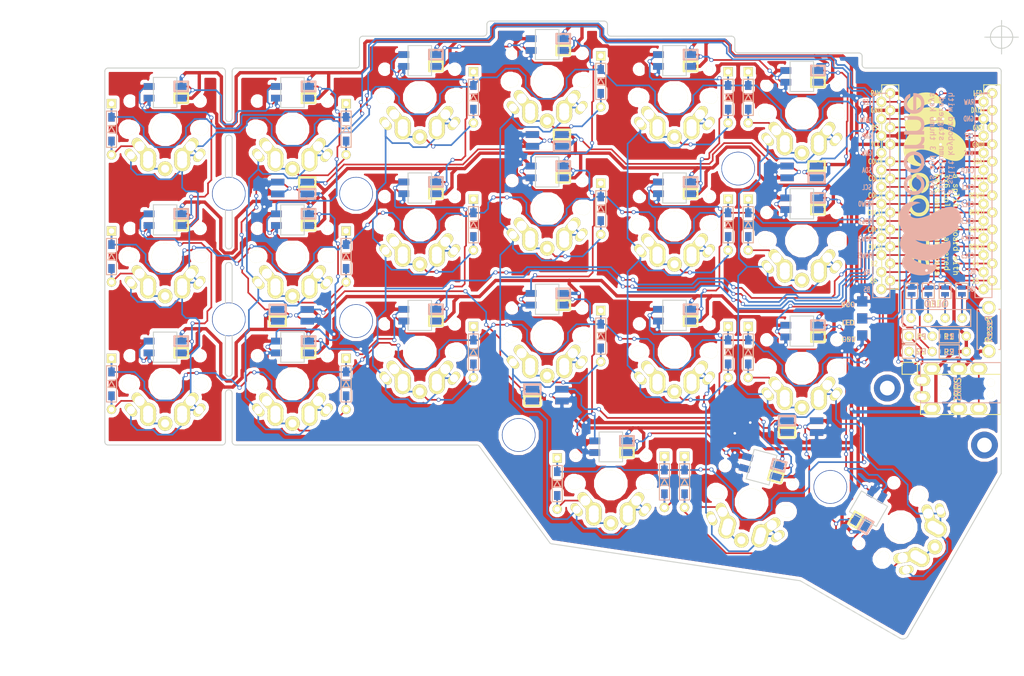
<source format=kicad_pcb>
(kicad_pcb (version 20171130) (host pcbnew "(5.0.0-3-g5ebb6b6)")
  (title_block (title Crkbd) (date 2018/05/15) (rev 1.1) (company foostan))
  (layers (0 F.Cu signal) (31 B.Cu signal) (34 B.Paste user) (35 F.Paste user) (36 B.SilkS user) (37 F.SilkS user) (38 B.Mask user) (39 F.Mask user) (44 Edge.Cuts user))
  (net 0 "")
  (net 1 row0)
  (net 2 "Net-(D1-Pad2)")
  (net 3 row1)
  (net 4 "Net-(D2-Pad2)")
  (net 5 row2)
  (net 6 "Net-(D3-Pad2)")
  (net 7 row3)
  (net 8 "Net-(D4-Pad2)")
  (net 9 "Net-(D5-Pad2)")
  (net 10 "Net-(D6-Pad2)")
  (net 11 "Net-(D7-Pad2)")
  (net 12 "Net-(D8-Pad2)")
  (net 13 "Net-(D9-Pad2)")
  (net 14 "Net-(D10-Pad2)")
  (net 15 "Net-(D11-Pad2)")
  (net 16 "Net-(D12-Pad2)")
  (net 17 "Net-(D13-Pad2)")
  (net 18 "Net-(D14-Pad2)")
  (net 19 "Net-(D15-Pad2)")
  (net 20 "Net-(D16-Pad2)")
  (net 21 "Net-(D17-Pad2)")
  (net 22 "Net-(D18-Pad2)")
  (net 23 "Net-(D19-Pad2)")
  (net 24 "Net-(D20-Pad2)")
  (net 25 "Net-(D21-Pad2)")
  (net 26 GND)
  (net 27 VCC)
  (net 28 col0)
  (net 29 col1)
  (net 30 col2)
  (net 31 col3)
  (net 32 col4)
  (net 33 col5)
  (net 34 LED)
  (net 35 data)
  (net 36 "Net-(L1-Pad3)")
  (net 37 "Net-(L1-Pad1)")
  (net 38 "Net-(L3-Pad3)")
  (net 39 "Net-(L10-Pad1)")
  (net 40 "Net-(L11-Pad1)")
  (net 41 "Net-(L13-Pad1)")
  (net 42 "Net-(L14-Pad3)")
  (net 43 "Net-(L10-Pad3)")
  (net 44 "Net-(L12-Pad1)")
  (net 45 "Net-(L13-Pad3)")
  (net 46 "Net-(L15-Pad3)")
  (net 47 "Net-(L16-Pad3)")
  (net 48 reset)
  (net 49 SCL)
  (net 50 SDA)
  (net 51 "Net-(L5-Pad3)")
  (net 52 "Net-(U1-Pad14)")
  (net 53 "Net-(U1-Pad13)")
  (net 54 "Net-(U1-Pad12)")
  (net 55 "Net-(U1-Pad11)")
  (net 56 "Net-(J2-Pad1)")
  (net 57 "Net-(J2-Pad2)")
  (net 58 "Net-(J2-Pad3)")
  (net 59 "Net-(J2-Pad4)")
  (net 60 "Net-(L2-Pad3)")
  (net 61 "Net-(L3-Pad1)")
  (net 62 "Net-(L11-Pad3)")
  (net 63 "Net-(L14-Pad1)")
  (net 64 "Net-(L12-Pad3)")
  (net 65 "Net-(L17-Pad1)")
  (net 66 "Net-(L18-Pad3)")
  (net 67 "Net-(L19-Pad3)")
  (net 68 "Net-(J1-PadA)")
  (net 69 "Net-(J1-PadB)")
  (net 70 "Net-(U1-Pad24)")
  (net 71 "Net-(L21-Pad3)")
  (net 72 "Net-(L22-Pad3)")
  (net 73 "Net-(L22-Pad1)")
  (net 74 "Net-(L23-Pad3)")
  (net 75 "Net-(L25-Pad1)")
  (net 76 "Net-(L26-Pad1)")
  (module kbd:OLED (layer F.Cu) (at 181.3 105.3)
    (fp_text reference J2)
    (fp_text value OLED hide)
    (fp_text user OLED (at 3.75 -2.1) (layer B.SilkS) (effects (justify mirror)))
    (fp_text user OLED (at 3.8 -2.1) (layer F.SilkS))
    (pad 4 thru_hole circle (at 7.62 0) (size 1.397 1.397) (drill 0.8128) (layers *.Cu *.Mask F.SilkS) (net 59 "Net-(J2-Pad4)"))
    (pad 3 thru_hole circle (at 5.08 0) (size 1.397 1.397) (drill 0.8128) (layers *.Cu *.Mask F.SilkS) (net 58 "Net-(J2-Pad3)"))
    (pad 2 thru_hole circle (at 2.54 0) (size 1.397 1.397) (drill 0.8128) (layers *.Cu *.Mask F.SilkS) (net 57 "Net-(J2-Pad2)"))
    (pad 1 thru_hole circle (at 0 0) (size 1.397 1.397) (drill 0.8128) (layers *.Cu *.Mask F.SilkS) (net 56 "Net-(J2-Pad1)"))
  )
  (module kbd:MJ-4PP-9 (layer F.Cu) (at 194.7 116.7 270)
    (fp_text reference J1)
    (fp_text value MJ-4PP-9 hide)
    (fp_text user TRRS (at -0.75 6.45 270) (layer F.SilkS))
    (fp_text user TRRS (at -0.8255 6.4135 270) (layer B.SilkS) (effects (justify mirror)))
    (pad A thru_hole oval (at -2.1 11.8 270) (size 1.7 2.5) (drill oval 1 1.5) (layers *.Cu *.Mask F.SilkS) (net 68 "Net-(J1-PadA)") (clearance 0.15))
    (pad D thru_hole oval (at 2.1 10.3 270) (size 1.7 2.5) (drill oval 1 1.5) (layers *.Cu *.Mask F.SilkS) (net 27 VCC) (clearance 0.15))
    (pad C thru_hole oval (at 2.1 6.3 270) (size 1.7 2.5) (drill oval 1 1.5) (layers *.Cu *.Mask F.SilkS) (net 26 GND))
    (pad B thru_hole oval (at 2.1 3.3 270) (size 1.7 2.5) (drill oval 1 1.5) (layers *.Cu *.Mask F.SilkS) (net 69 "Net-(J1-PadB)"))
    (pad "" np_thru_hole circle (at 0 8.5 270) (size 1.2 1.2) (drill 1.2) (layers *.Cu *.Mask F.SilkS))
    (pad "" np_thru_hole circle (at 0 1.5 270) (size 1.2 1.2) (drill 1.2) (layers *.Cu *.Mask F.SilkS))
    (pad C thru_hole oval (at -3.85 6.3 270) (size 1.7 2.5) (drill oval 1 1.5) (layers *.Cu *.Mask F.SilkS) (net 26 GND))
    (pad B thru_hole oval (at -3.85 3.3 270) (size 1.7 2.5) (drill oval 1 1.5) (layers *.Cu *.Mask F.SilkS) (net 69 "Net-(J1-PadB)"))
    (pad A thru_hole oval (at 0.35 11.8 270) (size 1.7 2.5) (drill oval 1 1.5) (layers *.Cu *.Mask F.SilkS) (net 68 "Net-(J1-PadA)") (clearance 0.15))
    (pad D thru_hole oval (at -3.85 10.3 270) (size 1.7 2.5) (drill oval 1 1.5) (layers *.Cu *.Mask F.SilkS) (net 27 VCC) (clearance 0.15))
    (pad "" np_thru_hole circle (at -1.75 1.5 270) (size 1.2 1.2) (drill 1.2) (layers *.Cu *.Mask F.SilkS))
    (pad "" np_thru_hole circle (at -1.75 8.5 270) (size 1.2 1.2) (drill 1.2) (layers *.Cu *.Mask F.SilkS))
  )
  (module kbd:JPC2 (layer F.Cu) (at 181.1 112.8)
    (fp_text reference JP1)
    (fp_text value " " hide)
    (pad 1 smd rect (at -0.50038 0) (size 0.635 1.143) (layers F.Cu F.Paste F.Mask) (net 35 data) (clearance 0.1905))
    (pad 2 smd rect (at 0.50038 0) (size 0.635 1.143) (layers F.Cu F.Paste F.Mask) (net 69 "Net-(J1-PadB)") (clearance 0.1905))
    (pad "" smd rect (at 0 0 90) (size 0.381 0.381) (layers F.Cu F.Paste F.Mask) (clearance 0.00254))
  )
  (module kbd:SK6812MINI_underglow_rev (layer F.Cu) (at 165 121.5 180)
    (fp_text reference L6 hide)
    (fp_text value SK6812MINI hide)
    (pad 4 smd rect (at 2.2 -0.875 180) (size 2 1) (layers F.Cu F.Paste F.Mask) (net 27 VCC))
    (pad 3 smd rect (at 2.2 0.875 180) (size 2 1) (layers F.Cu F.Paste F.Mask) (net 76 "Net-(L26-Pad1)"))
    (pad 1 smd rect (at -2.2 -0.875 180) (size 2 1) (layers F.Cu F.Paste F.Mask) (net 71 "Net-(L21-Pad3)"))
    (pad 2 smd rect (at -2.2 0.875 180) (size 2 1) (layers F.Cu F.Paste F.Mask) (net 26 GND))
    (pad 3 smd rect (at 2.2 -0.875 180) (size 2 1) (layers B.Cu B.Paste B.Mask) (net 76 "Net-(L26-Pad1)"))
    (pad 4 smd rect (at 2.2 0.875 180) (size 2 1) (layers B.Cu B.Paste B.Mask) (net 27 VCC))
    (pad 1 smd rect (at -2.2 0.875 180) (size 2 1) (layers B.Cu B.Paste B.Mask) (net 71 "Net-(L21-Pad3)"))
    (pad 2 smd rect (at -2.2 -0.875 180) (size 2 1) (layers B.Cu B.Paste B.Mask) (net 26 GND))
  )
  (module kbd:SK6812MINI_underglow_rev (layer F.Cu) (at 165 83.5)
    (fp_text reference L3 hide)
    (fp_text value SK6812MINI hide)
    (pad 4 smd rect (at 2.2 -0.875) (size 2 1) (layers F.Cu F.Paste F.Mask) (net 27 VCC))
    (pad 3 smd rect (at 2.2 0.875) (size 2 1) (layers F.Cu F.Paste F.Mask) (net 34 LED))
    (pad 1 smd rect (at -2.2 -0.875) (size 2 1) (layers F.Cu F.Paste F.Mask) (net 74 "Net-(L23-Pad3)"))
    (pad 2 smd rect (at -2.2 0.875) (size 2 1) (layers F.Cu F.Paste F.Mask) (net 26 GND))
    (pad 3 smd rect (at 2.2 -0.875) (size 2 1) (layers B.Cu B.Paste B.Mask) (net 34 LED))
    (pad 4 smd rect (at 2.2 0.875) (size 2 1) (layers B.Cu B.Paste B.Mask) (net 27 VCC))
    (pad 1 smd rect (at -2.2 0.875) (size 2 1) (layers B.Cu B.Paste B.Mask) (net 74 "Net-(L23-Pad3)"))
    (pad 2 smd rect (at -2.2 -0.875) (size 2 1) (layers B.Cu B.Paste B.Mask) (net 26 GND))
  )
  (module kbd:SK6812MINI_underglow_rev (layer F.Cu) (at 127 78.8)
    (fp_text reference L2 hide)
    (fp_text value SK6812MINI hide)
    (pad 4 smd rect (at 2.2 -0.875) (size 2 1) (layers F.Cu F.Paste F.Mask) (net 27 VCC))
    (pad 3 smd rect (at 2.2 0.875) (size 2 1) (layers F.Cu F.Paste F.Mask) (net 74 "Net-(L23-Pad3)"))
    (pad 1 smd rect (at -2.2 -0.875) (size 2 1) (layers F.Cu F.Paste F.Mask) (net 72 "Net-(L22-Pad3)"))
    (pad 2 smd rect (at -2.2 0.875) (size 2 1) (layers F.Cu F.Paste F.Mask) (net 26 GND))
    (pad 3 smd rect (at 2.2 -0.875) (size 2 1) (layers B.Cu B.Paste B.Mask) (net 74 "Net-(L23-Pad3)"))
    (pad 4 smd rect (at 2.2 0.875) (size 2 1) (layers B.Cu B.Paste B.Mask) (net 27 VCC))
    (pad 1 smd rect (at -2.2 0.875) (size 2 1) (layers B.Cu B.Paste B.Mask) (net 72 "Net-(L22-Pad3)"))
    (pad 2 smd rect (at -2.2 -0.875) (size 2 1) (layers B.Cu B.Paste B.Mask) (net 26 GND))
  )
  (module kbd:SK6812MINI_underglow_rev (layer F.Cu) (at 89 85.9)
    (fp_text reference L1 hide)
    (fp_text value SK6812MINI hide)
    (pad 4 smd rect (at 2.2 -0.875) (size 2 1) (layers F.Cu F.Paste F.Mask) (net 27 VCC))
    (pad 3 smd rect (at 2.2 0.875) (size 2 1) (layers F.Cu F.Paste F.Mask) (net 72 "Net-(L22-Pad3)"))
    (pad 1 smd rect (at -2.2 -0.875) (size 2 1) (layers F.Cu F.Paste F.Mask) (net 73 "Net-(L22-Pad1)"))
    (pad 2 smd rect (at -2.2 0.875) (size 2 1) (layers F.Cu F.Paste F.Mask) (net 26 GND))
    (pad 3 smd rect (at 2.2 -0.875) (size 2 1) (layers B.Cu B.Paste B.Mask) (net 72 "Net-(L22-Pad3)"))
    (pad 4 smd rect (at 2.2 0.875) (size 2 1) (layers B.Cu B.Paste B.Mask) (net 27 VCC))
    (pad 1 smd rect (at -2.2 0.875) (size 2 1) (layers B.Cu B.Paste B.Mask) (net 73 "Net-(L22-Pad1)"))
    (pad 2 smd rect (at -2.2 -0.875) (size 2 1) (layers B.Cu B.Paste B.Mask) (net 26 GND))
  )
  (module kbd:SK6812MINI_underglow_rev (layer F.Cu) (at 89 104.9 180)
    (fp_text reference L4 hide)
    (fp_text value SK6812MINI hide)
    (pad 4 smd rect (at 2.2 -0.875 180) (size 2 1) (layers F.Cu F.Paste F.Mask) (net 27 VCC))
    (pad 3 smd rect (at 2.2 0.875 180) (size 2 1) (layers F.Cu F.Paste F.Mask) (net 73 "Net-(L22-Pad1)"))
    (pad 1 smd rect (at -2.2 -0.875 180) (size 2 1) (layers F.Cu F.Paste F.Mask) (net 75 "Net-(L25-Pad1)"))
    (pad 2 smd rect (at -2.2 0.875 180) (size 2 1) (layers F.Cu F.Paste F.Mask) (net 26 GND))
    (pad 3 smd rect (at 2.2 -0.875 180) (size 2 1) (layers B.Cu B.Paste B.Mask) (net 73 "Net-(L22-Pad1)"))
    (pad 4 smd rect (at 2.2 0.875 180) (size 2 1) (layers B.Cu B.Paste B.Mask) (net 27 VCC))
    (pad 1 smd rect (at -2.2 0.875 180) (size 2 1) (layers B.Cu B.Paste B.Mask) (net 75 "Net-(L25-Pad1)"))
    (pad 2 smd rect (at -2.2 -0.875 180) (size 2 1) (layers B.Cu B.Paste B.Mask) (net 26 GND))
  )
  (module kbd:SK6812MINI_underglow_rev (layer F.Cu) (at 127 116.8 180)
    (fp_text reference L5 hide)
    (fp_text value SK6812MINI hide)
    (pad 4 smd rect (at 2.2 -0.875 180) (size 2 1) (layers F.Cu F.Paste F.Mask) (net 27 VCC))
    (pad 3 smd rect (at 2.2 0.875 180) (size 2 1) (layers F.Cu F.Paste F.Mask) (net 75 "Net-(L25-Pad1)"))
    (pad 1 smd rect (at -2.2 -0.875 180) (size 2 1) (layers F.Cu F.Paste F.Mask) (net 76 "Net-(L26-Pad1)"))
    (pad 2 smd rect (at -2.2 0.875 180) (size 2 1) (layers F.Cu F.Paste F.Mask) (net 26 GND))
    (pad 3 smd rect (at 2.2 -0.875 180) (size 2 1) (layers B.Cu B.Paste B.Mask) (net 75 "Net-(L25-Pad1)"))
    (pad 4 smd rect (at 2.2 0.875 180) (size 2 1) (layers B.Cu B.Paste B.Mask) (net 27 VCC))
    (pad 1 smd rect (at -2.2 0.875 180) (size 2 1) (layers B.Cu B.Paste B.Mask) (net 76 "Net-(L26-Pad1)"))
    (pad 2 smd rect (at -2.2 -0.875 180) (size 2 1) (layers B.Cu B.Paste B.Mask) (net 26 GND))
  )
  (module kbd:corne (layer B.Cu) (at 184 85.25 90)
    (fp_text reference G*** hide)
    (fp_text value LOGO hide)
  )
  (module kbd:MX_ALPS_PG1350_noLed_1.75u (layer F.Cu) (at 179.75 136.5 240)
    (fp_text reference SW21 hide)
    (fp_text value SW_PUSH hide)
    (pad 1 thru_hole oval (at 5.1 -3.9 190) (size 2.2 1.25) (drill 1.2) (layers *.Cu *.Mask F.SilkS) (net 33 col5))
    (pad "" np_thru_hole circle (at 0 0 330) (size 4 4) (drill 4) (layers *.Cu *.Mask F.SilkS))
    (pad "" np_thru_hole circle (at -5.5 0 330) (size 1.9 1.9) (drill 1.9) (layers *.Cu *.Mask F.SilkS))
    (pad "" np_thru_hole circle (at 5.5 0 330) (size 1.9 1.9) (drill 1.9) (layers *.Cu *.Mask F.SilkS))
    (pad 1 thru_hole oval (at -5.1 -3.9 290) (size 2.2 1.25) (drill 1.2) (layers *.Cu *.Mask F.SilkS) (net 33 col5))
    (pad 2 thru_hole circle (at 0 -5.9 330) (size 2.2 2.2) (drill 1.2) (layers *.Cu *.Mask F.SilkS) (net 25 "Net-(D21-Pad2)"))
    (pad 2 thru_hole circle (at 2.54 -5.08 240) (size 2.4 2.4) (drill 1.5) (layers *.Cu *.Mask F.SilkS) (net 25 "Net-(D21-Pad2)"))
    (pad 1 thru_hole oval (at -3.81 -2.54 290) (size 2.8 1.55) (drill 1.5) (layers *.Cu *.Mask F.SilkS) (net 33 col5))
    (pad 1 thru_hole circle (at -2.54 -5.08 240) (size 2.4 2.4) (drill 1.5) (layers *.Cu *.Mask F.SilkS) (net 33 col5))
    (pad 2 thru_hole oval (at 3.81 -2.540001 190) (size 2.8 1.55) (drill 1.5) (layers *.Cu *.Mask F.SilkS) (net 25 "Net-(D21-Pad2)"))
    (pad 2 thru_hole circle (at 2.540001 -4.5 240) (size 2.4 2.4) (drill 1.5) (layers *.Cu *.Mask F.SilkS) (net 25 "Net-(D21-Pad2)"))
    (pad 2 thru_hole circle (at 2.54 -4.000001 240) (size 2.4 2.4) (drill 1.5) (layers *.Cu *.Mask F.SilkS) (net 25 "Net-(D21-Pad2)"))
    (pad 1 thru_hole circle (at -2.540001 -4 240) (size 2.4 2.4) (drill 1.5) (layers *.Cu *.Mask F.SilkS) (net 33 col5))
    (pad 1 thru_hole circle (at -2.54 -4.499999 240) (size 2.4 2.4) (drill 1.5) (layers *.Cu *.Mask F.SilkS) (net 33 col5))
    (pad "" np_thru_hole circle (at 5.08 0 240) (size 1.7 1.7) (drill 1.7) (layers *.Cu *.Mask F.SilkS))
    (pad "" np_thru_hole circle (at -5.08 0 240) (size 1.7 1.7) (drill 1.7) (layers *.Cu *.Mask F.SilkS))
    (pad "" np_thru_hole circle (at 5.22 4.2 240) (size 1 1) (drill 1) (layers *.Cu *.Mask F.SilkS))
    (pad "" np_thru_hole circle (at -5.22 4.2 240) (size 1 1) (drill 1) (layers *.Cu *.Mask F.SilkS))
  )
  (module kbd:ProMicro_v2 (layer F.Cu) (at 185.75 86.25)
    (fp_text reference U1 hide)
    (fp_text value ProMicro hide)
    (fp_text user "" (at -0.5 -17.25) (layer F.SilkS))
    (fp_text user "" (at -1.2065 -16.256) (layer B.SilkS) (effects (justify mirror)))
    (fp_text user RAW (at -9.7155 -14.478) (layer F.SilkS) (effects (font (size 0.75 0.5) (thickness 0.125))))
    (fp_text user LED (at 5.5 -14.478) (layer F.SilkS) (effects (font (size 0.75 0.5) (thickness 0.125))))
    (fp_text user GND (at -9.7155 -11.938) (layer F.SilkS) (effects (font (size 0.75 0.5) (thickness 0.125))))
    (fp_text user DATA (at 5.35 -11.95) (layer F.SilkS) (effects (font (size 0.75 0.5) (thickness 0.125))))
    (fp_text user RST (at -9.7155 -9.3345) (layer F.SilkS) (effects (font (size 0.75 0.5) (thickness 0.125))))
    (fp_text user GND (at 5.5245 -9.3345) (layer F.SilkS) (effects (font (size 0.75 0.5) (thickness 0.125))))
    (fp_text user VCC (at -9.7155 -6.858) (layer F.SilkS) (effects (font (size 0.75 0.5) (thickness 0.125))))
    (fp_text user GND (at 5.461 -6.7945) (layer F.SilkS) (effects (font (size 0.75 0.5) (thickness 0.125))))
    (fp_text user COL3 (at -10 3.35) (layer F.SilkS) (effects (font (size 0.75 0.5) (thickness 0.125))))
    (fp_text user ROW0 (at 5.2 0.8) (layer F.SilkS) (effects (font (size 0.75 0.5) (thickness 0.125))))
    (fp_text user COL2 (at -9.9 0.762) (layer F.SilkS) (effects (font (size 0.75 0.5) (thickness 0.125))))
    (fp_text user SCL (at 5.461 -1.778) (layer F.SilkS) (effects (font (size 0.75 0.5) (thickness 0.125))))
    (fp_text user COL1 (at -9.85 -1.778) (layer F.SilkS) (effects (font (size 0.75 0.5) (thickness 0.125))))
    (fp_text user SDA (at 5.461 -4.318) (layer F.SilkS) (effects (font (size 0.75 0.5) (thickness 0.125))))
    (fp_text user COL0 (at -9.9 -4.3) (layer F.SilkS) (effects (font (size 0.75 0.5) (thickness 0.125))))
    (fp_text user B6 (at -10.05 13.5) (layer F.SilkS) (effects (font (size 0.75 0.5) (thickness 0.125))))
    (fp_text user B5 (at 5.2 13.5255) (layer F.SilkS) (effects (font (size 0.75 0.5) (thickness 0.125))))
    (fp_text user B4 (at 5.2 10.922) (layer F.SilkS) (effects (font (size 0.75 0.5) (thickness 0.125))))
    (fp_text user B2 (at -9.95 10.95) (layer F.SilkS) (effects (font (size 0.75 0.5) (thickness 0.125))))
    (fp_text user ROW3 (at 5.2 8.4455) (layer F.SilkS) (effects (font (size 0.75 0.5) (thickness 0.125))))
    (fp_text user COL5 (at -9.95 8.4455) (layer F.SilkS) (effects (font (size 0.75 0.5) (thickness 0.125))))
    (fp_text user ROW2 (at 5.2 5.85) (layer F.SilkS) (effects (font (size 0.75 0.5) (thickness 0.125))))
    (fp_text user COL4 (at -9.95 5.85) (layer F.SilkS) (effects (font (size 0.75 0.5) (thickness 0.125))))
    (fp_text user ROW1 (at 5.25 3.302) (layer F.SilkS) (effects (font (size 0.75 0.5) (thickness 0.125))))
    (fp_text user ROW1 (at -11.3 4.6355) (layer B.SilkS) (effects (font (size 0.75 0.5) (thickness 0.125)) (justify mirror)))
    (fp_text user COL4 (at 3.95 7.112) (layer B.SilkS) (effects (font (size 0.75 0.5) (thickness 0.125)) (justify mirror)))
    (fp_text user ROW2 (at -11.3 7.239) (layer B.SilkS) (effects (font (size 0.75 0.5) (thickness 0.125)) (justify mirror)))
    (fp_text user COL5 (at 4 9.75) (layer B.SilkS) (effects (font (size 0.75 0.5) (thickness 0.125)) (justify mirror)))
    (fp_text user ROW3 (at -11.3 9.75) (layer B.SilkS) (effects (font (size 0.75 0.5) (thickness 0.125)) (justify mirror)))
    (fp_text user B2 (at 4.5085 12.1285) (layer B.SilkS) (effects (font (size 0.75 0.5) (thickness 0.125)) (justify mirror)))
    (fp_text user B4 (at -11.049 12.2555) (layer B.SilkS) (effects (font (size 0.75 0.5) (thickness 0.125)) (justify mirror)))
    (fp_text user B5 (at -11.049 14.7955) (layer B.SilkS) (effects (font (size 0.75 0.5) (thickness 0.125)) (justify mirror)))
    (fp_text user B6 (at 4.445 14.732) (layer B.SilkS) (effects (font (size 0.75 0.5) (thickness 0.125)) (justify mirror)))
    (fp_text user COL0 (at 4 -2.95) (layer B.SilkS) (effects (font (size 0.75 0.5) (thickness 0.125)) (justify mirror)))
    (fp_text user SDA (at -11.049 -2.9845) (layer B.SilkS) (effects (font (size 0.75 0.5) (thickness 0.125)) (justify mirror)))
    (fp_text user COL1 (at 4 -0.4445) (layer B.SilkS) (effects (font (size 0.75 0.5) (thickness 0.125)) (justify mirror)))
    (fp_text user SCL (at -11.049 -0.4445) (layer B.SilkS) (effects (font (size 0.75 0.5) (thickness 0.125)) (justify mirror)))
    (fp_text user COL2 (at 4 2.1) (layer B.SilkS) (effects (font (size 0.75 0.5) (thickness 0.125)) (justify mirror)))
    (fp_text user ROW0 (at -11.3 2.032) (layer B.SilkS) (effects (font (size 0.75 0.5) (thickness 0.125)) (justify mirror)))
    (fp_text user COL3 (at 4 4.6) (layer B.SilkS) (effects (font (size 0.75 0.5) (thickness 0.125)) (justify mirror)))
    (fp_text user GND (at -11.049 -5.5245) (layer B.SilkS) (effects (font (size 0.75 0.5) (thickness 0.125)) (justify mirror)))
    (fp_text user VCC (at 4.1275 -5.5245) (layer B.SilkS) (effects (font (size 0.75 0.5) (thickness 0.125)) (justify mirror)))
    (fp_text user GND (at -11.049 -8.0645) (layer B.SilkS) (effects (font (size 0.75 0.5) (thickness 0.125)) (justify mirror)))
    (fp_text user RST (at 4.191 -8.0645) (layer B.SilkS) (effects (font (size 0.75 0.5) (thickness 0.125)) (justify mirror)))
    (fp_text user DATA (at -11.2 -10.5) (layer B.SilkS) (effects (font (size 0.75 0.5) (thickness 0.125)) (justify mirror)))
    (fp_text user GND (at 4.1275 -10.668) (layer B.SilkS) (effects (font (size 0.75 0.5) (thickness 0.125)) (justify mirror)))
    (fp_text user LED (at -11.049 -13.1445) (layer B.SilkS) (effects (font (size 0.75 0.5) (thickness 0.125)) (justify mirror)))
    (fp_text user RAW (at 4.191 -13.1445) (layer B.SilkS) (effects (font (size 0.75 0.5) (thickness 0.125)) (justify mirror)))
    (pad 24 thru_hole circle (at 6.35 -13.208) (size 1.524 1.524) (drill 0.8128) (layers *.Cu *.Mask F.SilkS) (net 70 "Net-(U1-Pad24)"))
    (pad 23 thru_hole circle (at 6.35 -10.668) (size 1.524 1.524) (drill 0.8128) (layers *.Cu *.Mask F.SilkS) (net 26 GND))
    (pad 22 thru_hole circle (at 6.35 -8.128) (size 1.524 1.524) (drill 0.8128) (layers *.Cu *.Mask F.SilkS) (net 48 reset))
    (pad 21 thru_hole circle (at 6.35 -5.588) (size 1.524 1.524) (drill 0.8128) (layers *.Cu *.Mask F.SilkS) (net 27 VCC))
    (pad 20 thru_hole circle (at 6.35 -3.048) (size 1.524 1.524) (drill 0.8128) (layers *.Cu *.Mask F.SilkS) (net 28 col0))
    (pad 19 thru_hole circle (at 6.35 -0.508) (size 1.524 1.524) (drill 0.8128) (layers *.Cu *.Mask F.SilkS) (net 29 col1))
    (pad 18 thru_hole circle (at 6.35 2.032) (size 1.524 1.524) (drill 0.8128) (layers *.Cu *.Mask F.SilkS) (net 30 col2))
    (pad 17 thru_hole circle (at 6.35 4.572) (size 1.524 1.524) (drill 0.8128) (layers *.Cu *.Mask F.SilkS) (net 31 col3))
    (pad 16 thru_hole circle (at 6.35 7.112) (size 1.524 1.524) (drill 0.8128) (layers *.Cu *.Mask F.SilkS) (net 32 col4))
    (pad 15 thru_hole circle (at 6.35 9.652) (size 1.524 1.524) (drill 0.8128) (layers *.Cu *.Mask F.SilkS) (net 33 col5))
    (pad 14 thru_hole circle (at 6.35 12.192) (size 1.524 1.524) (drill 0.8128) (layers *.Cu *.Mask F.SilkS) (net 52 "Net-(U1-Pad14)"))
    (pad 13 thru_hole circle (at 6.35 14.732) (size 1.524 1.524) (drill 0.8128) (layers *.Cu *.Mask F.SilkS) (net 53 "Net-(U1-Pad13)"))
    (pad 12 thru_hole circle (at -8.89 14.732) (size 1.524 1.524) (drill 0.8128) (layers *.Cu *.Mask F.SilkS) (net 54 "Net-(U1-Pad12)"))
    (pad 11 thru_hole circle (at -8.89 12.192) (size 1.524 1.524) (drill 0.8128) (layers *.Cu *.Mask F.SilkS) (net 55 "Net-(U1-Pad11)"))
    (pad 10 thru_hole circle (at -8.89 9.652) (size 1.524 1.524) (drill 0.8128) (layers *.Cu *.Mask F.SilkS) (net 7 row3))
    (pad 9 thru_hole circle (at -8.89 7.112) (size 1.524 1.524) (drill 0.8128) (layers *.Cu *.Mask F.SilkS) (net 5 row2))
    (pad 8 thru_hole circle (at -8.89 4.572) (size 1.524 1.524) (drill 0.8128) (layers *.Cu *.Mask F.SilkS) (net 3 row1))
    (pad 7 thru_hole circle (at -8.89 2.032) (size 1.524 1.524) (drill 0.8128) (layers *.Cu *.Mask F.SilkS) (net 1 row0))
    (pad 6 thru_hole circle (at -8.89 -0.508) (size 1.524 1.524) (drill 0.8128) (layers *.Cu *.Mask F.SilkS) (net 49 SCL))
    (pad 5 thru_hole circle (at -8.89 -3.048) (size 1.524 1.524) (drill 0.8128) (layers *.Cu *.Mask F.SilkS) (net 50 SDA))
    (pad 4 thru_hole circle (at -8.89 -5.588) (size 1.524 1.524) (drill 0.8128) (layers *.Cu *.Mask F.SilkS) (net 26 GND))
    (pad 3 thru_hole circle (at -8.89 -8.128) (size 1.524 1.524) (drill 0.8128) (layers *.Cu *.Mask F.SilkS) (net 26 GND))
    (pad 2 thru_hole circle (at -8.89 -10.668) (size 1.524 1.524) (drill 0.8128) (layers *.Cu *.Mask F.SilkS) (net 35 data))
    (pad 1 thru_hole circle (at -8.89 -13.208) (size 1.524 1.524) (drill 0.8128) (layers *.Cu *.Mask F.SilkS) (net 34 LED))
    (pad 1 thru_hole circle (at 7.6564 -14.478) (size 1.524 1.524) (drill 0.8128) (layers *.Cu *.Mask F.SilkS) (net 34 LED))
    (pad 2 thru_hole circle (at 7.6564 -11.938) (size 1.524 1.524) (drill 0.8128) (layers *.Cu *.Mask F.SilkS) (net 35 data))
    (pad 3 thru_hole circle (at 7.6564 -9.398) (size 1.524 1.524) (drill 0.8128) (layers *.Cu *.Mask F.SilkS) (net 26 GND))
    (pad 4 thru_hole circle (at 7.6564 -6.858) (size 1.524 1.524) (drill 0.8128) (layers *.Cu *.Mask F.SilkS) (net 26 GND))
    (pad 5 thru_hole circle (at 7.6564 -4.318) (size 1.524 1.524) (drill 0.8128) (layers *.Cu *.Mask F.SilkS) (net 50 SDA))
    (pad 6 thru_hole circle (at 7.6564 -1.778) (size 1.524 1.524) (drill 0.8128) (layers *.Cu *.Mask F.SilkS) (net 49 SCL))
    (pad 7 thru_hole circle (at 7.6564 0.762) (size 1.524 1.524) (drill 0.8128) (layers *.Cu *.Mask F.SilkS) (net 1 row0))
    (pad 8 thru_hole circle (at 7.6564 3.302) (size 1.524 1.524) (drill 0.8128) (layers *.Cu *.Mask F.SilkS) (net 3 row1))
    (pad 9 thru_hole circle (at 7.6564 5.842) (size 1.524 1.524) (drill 0.8128) (layers *.Cu *.Mask F.SilkS) (net 5 row2))
    (pad 10 thru_hole circle (at 7.6564 8.382) (size 1.524 1.524) (drill 0.8128) (layers *.Cu *.Mask F.SilkS) (net 7 row3))
    (pad 11 thru_hole circle (at 7.6564 10.922) (size 1.524 1.524) (drill 0.8128) (layers *.Cu *.Mask F.SilkS) (net 55 "Net-(U1-Pad11)"))
    (pad 12 thru_hole circle (at 7.6564 13.462) (size 1.524 1.524) (drill 0.8128) (layers *.Cu *.Mask F.SilkS) (net 54 "Net-(U1-Pad12)"))
    (pad 13 thru_hole circle (at -7.5636 13.462) (size 1.524 1.524) (drill 0.8128) (layers *.Cu *.Mask F.SilkS) (net 53 "Net-(U1-Pad13)"))
    (pad 14 thru_hole circle (at -7.5636 10.922) (size 1.524 1.524) (drill 0.8128) (layers *.Cu *.Mask F.SilkS) (net 52 "Net-(U1-Pad14)"))
    (pad 15 thru_hole circle (at -7.5636 8.382) (size 1.524 1.524) (drill 0.8128) (layers *.Cu *.Mask F.SilkS) (net 33 col5))
    (pad 16 thru_hole circle (at -7.5636 5.842) (size 1.524 1.524) (drill 0.8128) (layers *.Cu *.Mask F.SilkS) (net 32 col4))
    (pad 17 thru_hole circle (at -7.5636 3.302) (size 1.524 1.524) (drill 0.8128) (layers *.Cu *.Mask F.SilkS) (net 31 col3))
    (pad 18 thru_hole circle (at -7.5636 0.762) (size 1.524 1.524) (drill 0.8128) (layers *.Cu *.Mask F.SilkS) (net 30 col2))
    (pad 19 thru_hole circle (at -7.5636 -1.778) (size 1.524 1.524) (drill 0.8128) (layers *.Cu *.Mask F.SilkS) (net 29 col1))
    (pad 20 thru_hole circle (at -7.5636 -4.318) (size 1.524 1.524) (drill 0.8128) (layers *.Cu *.Mask F.SilkS) (net 28 col0))
    (pad 21 thru_hole circle (at -7.5636 -6.858) (size 1.524 1.524) (drill 0.8128) (layers *.Cu *.Mask F.SilkS) (net 27 VCC))
    (pad 22 thru_hole circle (at -7.5636 -9.398) (size 1.524 1.524) (drill 0.8128) (layers *.Cu *.Mask F.SilkS) (net 48 reset))
    (pad 23 thru_hole circle (at -7.5636 -11.938) (size 1.524 1.524) (drill 0.8128) (layers *.Cu *.Mask F.SilkS) (net 26 GND))
    (pad 24 thru_hole circle (at -7.5636 -14.478) (size 1.524 1.524) (drill 0.8128) (layers *.Cu *.Mask F.SilkS) (net 70 "Net-(U1-Pad24)"))
  )
  (module kbd:SK6812MINI_rev (layer F.Cu) (at 70 71.625)
    (fp_text reference L7 hide)
    (fp_text value SK6812MINI hide)
    (pad 2 smd rect (at -2.4 0.875) (size 1.6 1) (layers B.Cu B.Paste B.Mask) (net 26 GND))
    (pad 1 smd rect (at -2.4 -0.875) (size 1.6 1) (layers B.Cu B.Paste B.Mask) (net 37 "Net-(L1-Pad1)"))
    (pad 4 smd rect (at 2.4 -0.875) (size 1.6 1) (layers B.Cu B.Paste B.Mask) (net 27 VCC))
    (pad 3 smd rect (at 2.4 0.875) (size 1.6 1) (layers B.Cu B.Paste B.Mask) (net 36 "Net-(L1-Pad3)"))
    (pad 2 smd rect (at -2.4 -0.875) (size 1.6 1) (layers F.Cu F.Paste F.Mask) (net 26 GND))
    (pad 1 smd rect (at -2.4 0.875) (size 1.6 1) (layers F.Cu F.Paste F.Mask) (net 37 "Net-(L1-Pad1)"))
    (pad 3 smd rect (at 2.4 -0.875) (size 1.6 1) (layers F.Cu F.Paste F.Mask) (net 36 "Net-(L1-Pad3)"))
    (pad 4 smd rect (at 2.4 0.875) (size 1.6 1) (layers F.Cu F.Paste F.Mask) (net 27 VCC))
  )
  (module kbd:SK6812MINI_rev (layer F.Cu) (at 89 71.625)
    (fp_text reference L8 hide)
    (fp_text value SK6812MINI hide)
    (pad 2 smd rect (at -2.4 0.875) (size 1.6 1) (layers B.Cu B.Paste B.Mask) (net 26 GND))
    (pad 1 smd rect (at -2.4 -0.875) (size 1.6 1) (layers B.Cu B.Paste B.Mask) (net 36 "Net-(L1-Pad3)"))
    (pad 4 smd rect (at 2.4 -0.875) (size 1.6 1) (layers B.Cu B.Paste B.Mask) (net 27 VCC))
    (pad 3 smd rect (at 2.4 0.875) (size 1.6 1) (layers B.Cu B.Paste B.Mask) (net 60 "Net-(L2-Pad3)"))
    (pad 2 smd rect (at -2.4 -0.875) (size 1.6 1) (layers F.Cu F.Paste F.Mask) (net 26 GND))
    (pad 1 smd rect (at -2.4 0.875) (size 1.6 1) (layers F.Cu F.Paste F.Mask) (net 36 "Net-(L1-Pad3)"))
    (pad 3 smd rect (at 2.4 -0.875) (size 1.6 1) (layers F.Cu F.Paste F.Mask) (net 60 "Net-(L2-Pad3)"))
    (pad 4 smd rect (at 2.4 0.875) (size 1.6 1) (layers F.Cu F.Paste F.Mask) (net 27 VCC))
  )
  (module kbd:SK6812MINI_rev (layer F.Cu) (at 108 66.875)
    (fp_text reference L9 hide)
    (fp_text value SK6812MINI hide)
    (pad 2 smd rect (at -2.4 0.875) (size 1.6 1) (layers B.Cu B.Paste B.Mask) (net 26 GND))
    (pad 1 smd rect (at -2.4 -0.875) (size 1.6 1) (layers B.Cu B.Paste B.Mask) (net 61 "Net-(L3-Pad1)"))
    (pad 4 smd rect (at 2.4 -0.875) (size 1.6 1) (layers B.Cu B.Paste B.Mask) (net 27 VCC))
    (pad 3 smd rect (at 2.4 0.875) (size 1.6 1) (layers B.Cu B.Paste B.Mask) (net 38 "Net-(L3-Pad3)"))
    (pad 2 smd rect (at -2.4 -0.875) (size 1.6 1) (layers F.Cu F.Paste F.Mask) (net 26 GND))
    (pad 1 smd rect (at -2.4 0.875) (size 1.6 1) (layers F.Cu F.Paste F.Mask) (net 61 "Net-(L3-Pad1)"))
    (pad 3 smd rect (at 2.4 -0.875) (size 1.6 1) (layers F.Cu F.Paste F.Mask) (net 38 "Net-(L3-Pad3)"))
    (pad 4 smd rect (at 2.4 0.875) (size 1.6 1) (layers F.Cu F.Paste F.Mask) (net 27 VCC))
  )
  (module kbd:SK6812MINI_rev (layer F.Cu) (at 127 64.5)
    (fp_text reference L10 hide)
    (fp_text value SK6812MINI hide)
    (pad 2 smd rect (at -2.4 0.875) (size 1.6 1) (layers B.Cu B.Paste B.Mask) (net 26 GND))
    (pad 1 smd rect (at -2.4 -0.875) (size 1.6 1) (layers B.Cu B.Paste B.Mask) (net 38 "Net-(L3-Pad3)"))
    (pad 4 smd rect (at 2.4 -0.875) (size 1.6 1) (layers B.Cu B.Paste B.Mask) (net 27 VCC))
    (pad 3 smd rect (at 2.4 0.875) (size 1.6 1) (layers B.Cu B.Paste B.Mask) (net 39 "Net-(L10-Pad1)"))
    (pad 2 smd rect (at -2.4 -0.875) (size 1.6 1) (layers F.Cu F.Paste F.Mask) (net 26 GND))
    (pad 1 smd rect (at -2.4 0.875) (size 1.6 1) (layers F.Cu F.Paste F.Mask) (net 38 "Net-(L3-Pad3)"))
    (pad 3 smd rect (at 2.4 -0.875) (size 1.6 1) (layers F.Cu F.Paste F.Mask) (net 39 "Net-(L10-Pad1)"))
    (pad 4 smd rect (at 2.4 0.875) (size 1.6 1) (layers F.Cu F.Paste F.Mask) (net 27 VCC))
  )
  (module kbd:SK6812MINI_rev (layer F.Cu) (at 146 66.875)
    (fp_text reference L11 hide)
    (fp_text value SK6812MINI hide)
    (pad 2 smd rect (at -2.4 0.875) (size 1.6 1) (layers B.Cu B.Paste B.Mask) (net 26 GND))
    (pad 1 smd rect (at -2.4 -0.875) (size 1.6 1) (layers B.Cu B.Paste B.Mask) (net 62 "Net-(L11-Pad3)"))
    (pad 4 smd rect (at 2.4 -0.875) (size 1.6 1) (layers B.Cu B.Paste B.Mask) (net 27 VCC))
    (pad 3 smd rect (at 2.4 0.875) (size 1.6 1) (layers B.Cu B.Paste B.Mask) (net 51 "Net-(L5-Pad3)"))
    (pad 2 smd rect (at -2.4 -0.875) (size 1.6 1) (layers F.Cu F.Paste F.Mask) (net 26 GND))
    (pad 1 smd rect (at -2.4 0.875) (size 1.6 1) (layers F.Cu F.Paste F.Mask) (net 62 "Net-(L11-Pad3)"))
    (pad 3 smd rect (at 2.4 -0.875) (size 1.6 1) (layers F.Cu F.Paste F.Mask) (net 51 "Net-(L5-Pad3)"))
    (pad 4 smd rect (at 2.4 0.875) (size 1.6 1) (layers F.Cu F.Paste F.Mask) (net 27 VCC))
  )
  (module kbd:SK6812MINI_rev (layer F.Cu) (at 165 69.25)
    (fp_text reference L12 hide)
    (fp_text value SK6812MINI hide)
    (pad 2 smd rect (at -2.4 0.875) (size 1.6 1) (layers B.Cu B.Paste B.Mask) (net 26 GND))
    (pad 1 smd rect (at -2.4 -0.875) (size 1.6 1) (layers B.Cu B.Paste B.Mask) (net 51 "Net-(L5-Pad3)"))
    (pad 4 smd rect (at 2.4 -0.875) (size 1.6 1) (layers B.Cu B.Paste B.Mask) (net 27 VCC))
    (pad 3 smd rect (at 2.4 0.875) (size 1.6 1) (layers B.Cu B.Paste B.Mask) (net 44 "Net-(L12-Pad1)"))
    (pad 2 smd rect (at -2.4 -0.875) (size 1.6 1) (layers F.Cu F.Paste F.Mask) (net 26 GND))
    (pad 1 smd rect (at -2.4 0.875) (size 1.6 1) (layers F.Cu F.Paste F.Mask) (net 51 "Net-(L5-Pad3)"))
    (pad 3 smd rect (at 2.4 -0.875) (size 1.6 1) (layers F.Cu F.Paste F.Mask) (net 44 "Net-(L12-Pad1)"))
    (pad 4 smd rect (at 2.4 0.875) (size 1.6 1) (layers F.Cu F.Paste F.Mask) (net 27 VCC))
  )
  (module kbd:SK6812MINI_rev (layer F.Cu) (at 70 90.625)
    (fp_text reference L13 hide)
    (fp_text value SK6812MINI hide)
    (pad 2 smd rect (at -2.4 0.875) (size 1.6 1) (layers B.Cu B.Paste B.Mask) (net 26 GND))
    (pad 1 smd rect (at -2.4 -0.875) (size 1.6 1) (layers B.Cu B.Paste B.Mask) (net 45 "Net-(L13-Pad3)"))
    (pad 4 smd rect (at 2.4 -0.875) (size 1.6 1) (layers B.Cu B.Paste B.Mask) (net 27 VCC))
    (pad 3 smd rect (at 2.4 0.875) (size 1.6 1) (layers B.Cu B.Paste B.Mask) (net 37 "Net-(L1-Pad1)"))
    (pad 2 smd rect (at -2.4 -0.875) (size 1.6 1) (layers F.Cu F.Paste F.Mask) (net 26 GND))
    (pad 1 smd rect (at -2.4 0.875) (size 1.6 1) (layers F.Cu F.Paste F.Mask) (net 45 "Net-(L13-Pad3)"))
    (pad 3 smd rect (at 2.4 -0.875) (size 1.6 1) (layers F.Cu F.Paste F.Mask) (net 37 "Net-(L1-Pad1)"))
    (pad 4 smd rect (at 2.4 0.875) (size 1.6 1) (layers F.Cu F.Paste F.Mask) (net 27 VCC))
  )
  (module kbd:SK6812MINI_rev (layer F.Cu) (at 89 90.625)
    (fp_text reference L14 hide)
    (fp_text value SK6812MINI hide)
    (pad 2 smd rect (at -2.4 0.875) (size 1.6 1) (layers B.Cu B.Paste B.Mask) (net 26 GND))
    (pad 1 smd rect (at -2.4 -0.875) (size 1.6 1) (layers B.Cu B.Paste B.Mask) (net 60 "Net-(L2-Pad3)"))
    (pad 4 smd rect (at 2.4 -0.875) (size 1.6 1) (layers B.Cu B.Paste B.Mask) (net 27 VCC))
    (pad 3 smd rect (at 2.4 0.875) (size 1.6 1) (layers B.Cu B.Paste B.Mask) (net 63 "Net-(L14-Pad1)"))
    (pad 2 smd rect (at -2.4 -0.875) (size 1.6 1) (layers F.Cu F.Paste F.Mask) (net 26 GND))
    (pad 1 smd rect (at -2.4 0.875) (size 1.6 1) (layers F.Cu F.Paste F.Mask) (net 60 "Net-(L2-Pad3)"))
    (pad 3 smd rect (at 2.4 -0.875) (size 1.6 1) (layers F.Cu F.Paste F.Mask) (net 63 "Net-(L14-Pad1)"))
    (pad 4 smd rect (at 2.4 0.875) (size 1.6 1) (layers F.Cu F.Paste F.Mask) (net 27 VCC))
  )
  (module kbd:SK6812MINI_rev (layer F.Cu) (at 108 85.875)
    (fp_text reference L15 hide)
    (fp_text value SK6812MINI hide)
    (pad 2 smd rect (at -2.4 0.875) (size 1.6 1) (layers B.Cu B.Paste B.Mask) (net 26 GND))
    (pad 1 smd rect (at -2.4 -0.875) (size 1.6 1) (layers B.Cu B.Paste B.Mask) (net 46 "Net-(L15-Pad3)"))
    (pad 4 smd rect (at 2.4 -0.875) (size 1.6 1) (layers B.Cu B.Paste B.Mask) (net 27 VCC))
    (pad 3 smd rect (at 2.4 0.875) (size 1.6 1) (layers B.Cu B.Paste B.Mask) (net 61 "Net-(L3-Pad1)"))
    (pad 2 smd rect (at -2.4 -0.875) (size 1.6 1) (layers F.Cu F.Paste F.Mask) (net 26 GND))
    (pad 1 smd rect (at -2.4 0.875) (size 1.6 1) (layers F.Cu F.Paste F.Mask) (net 46 "Net-(L15-Pad3)"))
    (pad 3 smd rect (at 2.4 -0.875) (size 1.6 1) (layers F.Cu F.Paste F.Mask) (net 61 "Net-(L3-Pad1)"))
    (pad 4 smd rect (at 2.4 0.875) (size 1.6 1) (layers F.Cu F.Paste F.Mask) (net 27 VCC))
  )
  (module kbd:SK6812MINI_rev (layer F.Cu) (at 127 83.5)
    (fp_text reference L16 hide)
    (fp_text value SK6812MINI hide)
    (pad 2 smd rect (at -2.4 0.875) (size 1.6 1) (layers B.Cu B.Paste B.Mask) (net 26 GND))
    (pad 1 smd rect (at -2.4 -0.875) (size 1.6 1) (layers B.Cu B.Paste B.Mask) (net 39 "Net-(L10-Pad1)"))
    (pad 4 smd rect (at 2.4 -0.875) (size 1.6 1) (layers B.Cu B.Paste B.Mask) (net 27 VCC))
    (pad 3 smd rect (at 2.4 0.875) (size 1.6 1) (layers B.Cu B.Paste B.Mask) (net 43 "Net-(L10-Pad3)"))
    (pad 2 smd rect (at -2.4 -0.875) (size 1.6 1) (layers F.Cu F.Paste F.Mask) (net 26 GND))
    (pad 1 smd rect (at -2.4 0.875) (size 1.6 1) (layers F.Cu F.Paste F.Mask) (net 39 "Net-(L10-Pad1)"))
    (pad 3 smd rect (at 2.4 -0.875) (size 1.6 1) (layers F.Cu F.Paste F.Mask) (net 43 "Net-(L10-Pad3)"))
    (pad 4 smd rect (at 2.4 0.875) (size 1.6 1) (layers F.Cu F.Paste F.Mask) (net 27 VCC))
  )
  (module kbd:SK6812MINI_rev (layer F.Cu) (at 146 85.875)
    (fp_text reference L17 hide)
    (fp_text value SK6812MINI hide)
    (pad 2 smd rect (at -2.4 0.875) (size 1.6 1) (layers B.Cu B.Paste B.Mask) (net 26 GND))
    (pad 1 smd rect (at -2.4 -0.875) (size 1.6 1) (layers B.Cu B.Paste B.Mask) (net 40 "Net-(L11-Pad1)"))
    (pad 4 smd rect (at 2.4 -0.875) (size 1.6 1) (layers B.Cu B.Paste B.Mask) (net 27 VCC))
    (pad 3 smd rect (at 2.4 0.875) (size 1.6 1) (layers B.Cu B.Paste B.Mask) (net 62 "Net-(L11-Pad3)"))
    (pad 2 smd rect (at -2.4 -0.875) (size 1.6 1) (layers F.Cu F.Paste F.Mask) (net 26 GND))
    (pad 1 smd rect (at -2.4 0.875) (size 1.6 1) (layers F.Cu F.Paste F.Mask) (net 40 "Net-(L11-Pad1)"))
    (pad 3 smd rect (at 2.4 -0.875) (size 1.6 1) (layers F.Cu F.Paste F.Mask) (net 62 "Net-(L11-Pad3)"))
    (pad 4 smd rect (at 2.4 0.875) (size 1.6 1) (layers F.Cu F.Paste F.Mask) (net 27 VCC))
  )
  (module kbd:SK6812MINI_rev (layer F.Cu) (at 165 88.25)
    (fp_text reference L18 hide)
    (fp_text value SK6812MINI hide)
    (pad 2 smd rect (at -2.4 0.875) (size 1.6 1) (layers B.Cu B.Paste B.Mask) (net 26 GND))
    (pad 1 smd rect (at -2.4 -0.875) (size 1.6 1) (layers B.Cu B.Paste B.Mask) (net 44 "Net-(L12-Pad1)"))
    (pad 4 smd rect (at 2.4 -0.875) (size 1.6 1) (layers B.Cu B.Paste B.Mask) (net 27 VCC))
    (pad 3 smd rect (at 2.4 0.875) (size 1.6 1) (layers B.Cu B.Paste B.Mask) (net 64 "Net-(L12-Pad3)"))
    (pad 2 smd rect (at -2.4 -0.875) (size 1.6 1) (layers F.Cu F.Paste F.Mask) (net 26 GND))
    (pad 1 smd rect (at -2.4 0.875) (size 1.6 1) (layers F.Cu F.Paste F.Mask) (net 44 "Net-(L12-Pad1)"))
    (pad 3 smd rect (at 2.4 -0.875) (size 1.6 1) (layers F.Cu F.Paste F.Mask) (net 64 "Net-(L12-Pad3)"))
    (pad 4 smd rect (at 2.4 0.875) (size 1.6 1) (layers F.Cu F.Paste F.Mask) (net 27 VCC))
  )
  (module kbd:SK6812MINI_rev (layer F.Cu) (at 70 109.625)
    (fp_text reference L19 hide)
    (fp_text value SK6812MINI hide)
    (pad 2 smd rect (at -2.4 0.875) (size 1.6 1) (layers B.Cu B.Paste B.Mask) (net 26 GND))
    (pad 1 smd rect (at -2.4 -0.875) (size 1.6 1) (layers B.Cu B.Paste B.Mask) (net 41 "Net-(L13-Pad1)"))
    (pad 4 smd rect (at 2.4 -0.875) (size 1.6 1) (layers B.Cu B.Paste B.Mask) (net 27 VCC))
    (pad 3 smd rect (at 2.4 0.875) (size 1.6 1) (layers B.Cu B.Paste B.Mask) (net 45 "Net-(L13-Pad3)"))
    (pad 2 smd rect (at -2.4 -0.875) (size 1.6 1) (layers F.Cu F.Paste F.Mask) (net 26 GND))
    (pad 1 smd rect (at -2.4 0.875) (size 1.6 1) (layers F.Cu F.Paste F.Mask) (net 41 "Net-(L13-Pad1)"))
    (pad 3 smd rect (at 2.4 -0.875) (size 1.6 1) (layers F.Cu F.Paste F.Mask) (net 45 "Net-(L13-Pad3)"))
    (pad 4 smd rect (at 2.4 0.875) (size 1.6 1) (layers F.Cu F.Paste F.Mask) (net 27 VCC))
  )
  (module kbd:SK6812MINI_rev (layer F.Cu) (at 89 109.625)
    (fp_text reference L20 hide)
    (fp_text value SK6812MINI hide)
    (pad 2 smd rect (at -2.4 0.875) (size 1.6 1) (layers B.Cu B.Paste B.Mask) (net 26 GND))
    (pad 1 smd rect (at -2.4 -0.875) (size 1.6 1) (layers B.Cu B.Paste B.Mask) (net 63 "Net-(L14-Pad1)"))
    (pad 4 smd rect (at 2.4 -0.875) (size 1.6 1) (layers B.Cu B.Paste B.Mask) (net 27 VCC))
    (pad 3 smd rect (at 2.4 0.875) (size 1.6 1) (layers B.Cu B.Paste B.Mask) (net 42 "Net-(L14-Pad3)"))
    (pad 2 smd rect (at -2.4 -0.875) (size 1.6 1) (layers F.Cu F.Paste F.Mask) (net 26 GND))
    (pad 1 smd rect (at -2.4 0.875) (size 1.6 1) (layers F.Cu F.Paste F.Mask) (net 63 "Net-(L14-Pad1)"))
    (pad 3 smd rect (at 2.4 -0.875) (size 1.6 1) (layers F.Cu F.Paste F.Mask) (net 42 "Net-(L14-Pad3)"))
    (pad 4 smd rect (at 2.4 0.875) (size 1.6 1) (layers F.Cu F.Paste F.Mask) (net 27 VCC))
  )
  (module kbd:SK6812MINI_rev (layer F.Cu) (at 108 104.875)
    (fp_text reference L21 hide)
    (fp_text value SK6812MINI hide)
    (pad 2 smd rect (at -2.4 0.875) (size 1.6 1) (layers B.Cu B.Paste B.Mask) (net 26 GND))
    (pad 1 smd rect (at -2.4 -0.875) (size 1.6 1) (layers B.Cu B.Paste B.Mask) (net 42 "Net-(L14-Pad3)"))
    (pad 4 smd rect (at 2.4 -0.875) (size 1.6 1) (layers B.Cu B.Paste B.Mask) (net 27 VCC))
    (pad 3 smd rect (at 2.4 0.875) (size 1.6 1) (layers B.Cu B.Paste B.Mask) (net 46 "Net-(L15-Pad3)"))
    (pad 2 smd rect (at -2.4 -0.875) (size 1.6 1) (layers F.Cu F.Paste F.Mask) (net 26 GND))
    (pad 1 smd rect (at -2.4 0.875) (size 1.6 1) (layers F.Cu F.Paste F.Mask) (net 42 "Net-(L14-Pad3)"))
    (pad 3 smd rect (at 2.4 -0.875) (size 1.6 1) (layers F.Cu F.Paste F.Mask) (net 46 "Net-(L15-Pad3)"))
    (pad 4 smd rect (at 2.4 0.875) (size 1.6 1) (layers F.Cu F.Paste F.Mask) (net 27 VCC))
  )
  (module kbd:SK6812MINI_rev (layer F.Cu) (at 127 102.5)
    (fp_text reference L22 hide)
    (fp_text value SK6812MINI hide)
    (pad 2 smd rect (at -2.4 0.875) (size 1.6 1) (layers B.Cu B.Paste B.Mask) (net 26 GND))
    (pad 1 smd rect (at -2.4 -0.875) (size 1.6 1) (layers B.Cu B.Paste B.Mask) (net 43 "Net-(L10-Pad3)"))
    (pad 4 smd rect (at 2.4 -0.875) (size 1.6 1) (layers B.Cu B.Paste B.Mask) (net 27 VCC))
    (pad 3 smd rect (at 2.4 0.875) (size 1.6 1) (layers B.Cu B.Paste B.Mask) (net 47 "Net-(L16-Pad3)"))
    (pad 2 smd rect (at -2.4 -0.875) (size 1.6 1) (layers F.Cu F.Paste F.Mask) (net 26 GND))
    (pad 1 smd rect (at -2.4 0.875) (size 1.6 1) (layers F.Cu F.Paste F.Mask) (net 43 "Net-(L10-Pad3)"))
    (pad 3 smd rect (at 2.4 -0.875) (size 1.6 1) (layers F.Cu F.Paste F.Mask) (net 47 "Net-(L16-Pad3)"))
    (pad 4 smd rect (at 2.4 0.875) (size 1.6 1) (layers F.Cu F.Paste F.Mask) (net 27 VCC))
  )
  (module kbd:SK6812MINI_rev (layer F.Cu) (at 146 104.875)
    (fp_text reference L23 hide)
    (fp_text value SK6812MINI hide)
    (pad 2 smd rect (at -2.4 0.875) (size 1.6 1) (layers B.Cu B.Paste B.Mask) (net 26 GND))
    (pad 1 smd rect (at -2.4 -0.875) (size 1.6 1) (layers B.Cu B.Paste B.Mask) (net 65 "Net-(L17-Pad1)"))
    (pad 4 smd rect (at 2.4 -0.875) (size 1.6 1) (layers B.Cu B.Paste B.Mask) (net 27 VCC))
    (pad 3 smd rect (at 2.4 0.875) (size 1.6 1) (layers B.Cu B.Paste B.Mask) (net 40 "Net-(L11-Pad1)"))
    (pad 2 smd rect (at -2.4 -0.875) (size 1.6 1) (layers F.Cu F.Paste F.Mask) (net 26 GND))
    (pad 1 smd rect (at -2.4 0.875) (size 1.6 1) (layers F.Cu F.Paste F.Mask) (net 65 "Net-(L17-Pad1)"))
    (pad 3 smd rect (at 2.4 -0.875) (size 1.6 1) (layers F.Cu F.Paste F.Mask) (net 40 "Net-(L11-Pad1)"))
    (pad 4 smd rect (at 2.4 0.875) (size 1.6 1) (layers F.Cu F.Paste F.Mask) (net 27 VCC))
  )
  (module kbd:SK6812MINI_rev (layer F.Cu) (at 165 107.25)
    (fp_text reference L24 hide)
    (fp_text value SK6812MINI hide)
    (pad 2 smd rect (at -2.4 0.875) (size 1.6 1) (layers B.Cu B.Paste B.Mask) (net 26 GND))
    (pad 1 smd rect (at -2.4 -0.875) (size 1.6 1) (layers B.Cu B.Paste B.Mask) (net 64 "Net-(L12-Pad3)"))
    (pad 4 smd rect (at 2.4 -0.875) (size 1.6 1) (layers B.Cu B.Paste B.Mask) (net 27 VCC))
    (pad 3 smd rect (at 2.4 0.875) (size 1.6 1) (layers B.Cu B.Paste B.Mask) (net 66 "Net-(L18-Pad3)"))
    (pad 2 smd rect (at -2.4 -0.875) (size 1.6 1) (layers F.Cu F.Paste F.Mask) (net 26 GND))
    (pad 1 smd rect (at -2.4 0.875) (size 1.6 1) (layers F.Cu F.Paste F.Mask) (net 64 "Net-(L12-Pad3)"))
    (pad 3 smd rect (at 2.4 -0.875) (size 1.6 1) (layers F.Cu F.Paste F.Mask) (net 66 "Net-(L18-Pad3)"))
    (pad 4 smd rect (at 2.4 0.875) (size 1.6 1) (layers F.Cu F.Paste F.Mask) (net 27 VCC))
  )
  (module kbd:SK6812MINI_rev (layer F.Cu) (at 136.5 124.5)
    (fp_text reference L25 hide)
    (fp_text value SK6812MINI hide)
    (pad 2 smd rect (at -2.4 0.875) (size 1.6 1) (layers B.Cu B.Paste B.Mask) (net 26 GND))
    (pad 1 smd rect (at -2.4 -0.875) (size 1.6 1) (layers B.Cu B.Paste B.Mask) (net 47 "Net-(L16-Pad3)"))
    (pad 4 smd rect (at 2.4 -0.875) (size 1.6 1) (layers B.Cu B.Paste B.Mask) (net 27 VCC))
    (pad 3 smd rect (at 2.4 0.875) (size 1.6 1) (layers B.Cu B.Paste B.Mask) (net 67 "Net-(L19-Pad3)"))
    (pad 2 smd rect (at -2.4 -0.875) (size 1.6 1) (layers F.Cu F.Paste F.Mask) (net 26 GND))
    (pad 1 smd rect (at -2.4 0.875) (size 1.6 1) (layers F.Cu F.Paste F.Mask) (net 47 "Net-(L16-Pad3)"))
    (pad 3 smd rect (at 2.4 -0.875) (size 1.6 1) (layers F.Cu F.Paste F.Mask) (net 67 "Net-(L19-Pad3)"))
    (pad 4 smd rect (at 2.4 0.875) (size 1.6 1) (layers F.Cu F.Paste F.Mask) (net 27 VCC))
  )
  (module kbd:SK6812MINI_rev (layer F.Cu) (at 159 127.5 345)
    (fp_text reference L26 hide)
    (fp_text value SK6812MINI hide)
    (pad 2 smd rect (at -2.4 0.875 345) (size 1.6 1) (layers B.Cu B.Paste B.Mask) (net 26 GND))
    (pad 1 smd rect (at -2.4 -0.875 345) (size 1.6 1) (layers B.Cu B.Paste B.Mask) (net 67 "Net-(L19-Pad3)"))
    (pad 4 smd rect (at 2.4 -0.875 345) (size 1.6 1) (layers B.Cu B.Paste B.Mask) (net 27 VCC))
    (pad 3 smd rect (at 2.4 0.875 345) (size 1.6 1) (layers B.Cu B.Paste B.Mask) (net 65 "Net-(L17-Pad1)"))
    (pad 2 smd rect (at -2.4 -0.875 345) (size 1.6 1) (layers F.Cu F.Paste F.Mask) (net 26 GND))
    (pad 1 smd rect (at -2.4 0.875 345) (size 1.6 1) (layers F.Cu F.Paste F.Mask) (net 67 "Net-(L19-Pad3)"))
    (pad 3 smd rect (at 2.4 -0.875 345) (size 1.6 1) (layers F.Cu F.Paste F.Mask) (net 65 "Net-(L17-Pad1)"))
    (pad 4 smd rect (at 2.4 0.875 345) (size 1.6 1) (layers F.Cu F.Paste F.Mask) (net 27 VCC))
  )
  (module kbd:SK6812MINI_rev (layer F.Cu) (at 175 133.75 240)
    (fp_text reference L27 hide)
    (fp_text value SK6812MINI hide)
    (pad 2 smd rect (at -2.4 0.875 240) (size 1.6 1) (layers B.Cu B.Paste B.Mask) (net 26 GND))
    (pad 1 smd rect (at -2.4 -0.875 240) (size 1.6 1) (layers B.Cu B.Paste B.Mask) (net 66 "Net-(L18-Pad3)"))
    (pad 4 smd rect (at 2.4 -0.875 240) (size 1.6 1) (layers B.Cu B.Paste B.Mask) (net 27 VCC))
    (pad 3 smd rect (at 2.4 0.875 240) (size 1.6 1) (layers B.Cu B.Paste B.Mask) (net 71 "Net-(L21-Pad3)"))
    (pad 2 smd rect (at -2.4 -0.875 240) (size 1.6 1) (layers F.Cu F.Paste F.Mask) (net 26 GND))
    (pad 1 smd rect (at -2.4 0.875 240) (size 1.6 1) (layers F.Cu F.Paste F.Mask) (net 66 "Net-(L18-Pad3)"))
    (pad 3 smd rect (at 2.4 -0.875 240) (size 1.6 1) (layers F.Cu F.Paste F.Mask) (net 71 "Net-(L21-Pad3)"))
    (pad 4 smd rect (at 2.4 0.875 240) (size 1.6 1) (layers F.Cu F.Paste F.Mask) (net 27 VCC))
  )
  (module kbd:D3_TH_SMD (layer F.Cu) (at 62 77.125 270)
    (fp_text reference D1 hide)
    (fp_text value D hide)
    (pad 2 smd rect (at 1.775 0 270) (size 1.3 0.95) (layers F.Cu F.Paste F.Mask) (net 2 "Net-(D1-Pad2)"))
    (pad 2 thru_hole circle (at 3.81 0 270) (size 1.397 1.397) (drill 0.8128) (layers *.Cu *.Mask F.SilkS) (net 2 "Net-(D1-Pad2)"))
    (pad 1 thru_hole rect (at -3.81 0 270) (size 1.397 1.397) (drill 0.8128) (layers *.Cu *.Mask F.SilkS) (net 1 row0))
    (pad 1 smd rect (at -1.775 0 270) (size 1.3 0.95) (layers B.Cu B.Paste B.Mask) (net 1 row0))
    (pad 2 smd rect (at 1.775 0 270) (size 1.3 0.95) (layers B.Cu B.Paste B.Mask) (net 2 "Net-(D1-Pad2)"))
    (pad 1 smd rect (at -1.775 0 270) (size 1.3 0.95) (layers F.Cu F.Paste F.Mask) (net 1 row0))
  )
  (module kbd:D3_TH_SMD (layer F.Cu) (at 97 77.125 270)
    (fp_text reference D2 hide)
    (fp_text value D hide)
    (pad 2 smd rect (at 1.775 0 270) (size 1.3 0.95) (layers F.Cu F.Paste F.Mask) (net 4 "Net-(D2-Pad2)"))
    (pad 2 thru_hole circle (at 3.81 0 270) (size 1.397 1.397) (drill 0.8128) (layers *.Cu *.Mask F.SilkS) (net 4 "Net-(D2-Pad2)"))
    (pad 1 thru_hole rect (at -3.81 0 270) (size 1.397 1.397) (drill 0.8128) (layers *.Cu *.Mask F.SilkS) (net 1 row0))
    (pad 1 smd rect (at -1.775 0 270) (size 1.3 0.95) (layers B.Cu B.Paste B.Mask) (net 1 row0))
    (pad 2 smd rect (at 1.775 0 270) (size 1.3 0.95) (layers B.Cu B.Paste B.Mask) (net 4 "Net-(D2-Pad2)"))
    (pad 1 smd rect (at -1.775 0 270) (size 1.3 0.95) (layers F.Cu F.Paste F.Mask) (net 1 row0))
  )
  (module kbd:D3_TH_SMD (layer F.Cu) (at 116 72.375 270)
    (fp_text reference D3 hide)
    (fp_text value D hide)
    (pad 2 smd rect (at 1.775 0 270) (size 1.3 0.95) (layers F.Cu F.Paste F.Mask) (net 6 "Net-(D3-Pad2)"))
    (pad 2 thru_hole circle (at 3.81 0 270) (size 1.397 1.397) (drill 0.8128) (layers *.Cu *.Mask F.SilkS) (net 6 "Net-(D3-Pad2)"))
    (pad 1 thru_hole rect (at -3.81 0 270) (size 1.397 1.397) (drill 0.8128) (layers *.Cu *.Mask F.SilkS) (net 1 row0))
    (pad 1 smd rect (at -1.775 0 270) (size 1.3 0.95) (layers B.Cu B.Paste B.Mask) (net 1 row0))
    (pad 2 smd rect (at 1.775 0 270) (size 1.3 0.95) (layers B.Cu B.Paste B.Mask) (net 6 "Net-(D3-Pad2)"))
    (pad 1 smd rect (at -1.775 0 270) (size 1.3 0.95) (layers F.Cu F.Paste F.Mask) (net 1 row0))
  )
  (module kbd:D3_TH_SMD (layer F.Cu) (at 135 70 270)
    (fp_text reference D4 hide)
    (fp_text value D hide)
    (pad 2 smd rect (at 1.775 0 270) (size 1.3 0.95) (layers F.Cu F.Paste F.Mask) (net 8 "Net-(D4-Pad2)"))
    (pad 2 thru_hole circle (at 3.81 0 270) (size 1.397 1.397) (drill 0.8128) (layers *.Cu *.Mask F.SilkS) (net 8 "Net-(D4-Pad2)"))
    (pad 1 thru_hole rect (at -3.81 0 270) (size 1.397 1.397) (drill 0.8128) (layers *.Cu *.Mask F.SilkS) (net 1 row0))
    (pad 1 smd rect (at -1.775 0 270) (size 1.3 0.95) (layers B.Cu B.Paste B.Mask) (net 1 row0))
    (pad 2 smd rect (at 1.775 0 270) (size 1.3 0.95) (layers B.Cu B.Paste B.Mask) (net 8 "Net-(D4-Pad2)"))
    (pad 1 smd rect (at -1.775 0 270) (size 1.3 0.95) (layers F.Cu F.Paste F.Mask) (net 1 row0))
  )
  (module kbd:D3_TH_SMD (layer F.Cu) (at 154 72.375 270)
    (fp_text reference D5 hide)
    (fp_text value D hide)
    (pad 2 smd rect (at 1.775 0 270) (size 1.3 0.95) (layers F.Cu F.Paste F.Mask) (net 9 "Net-(D5-Pad2)"))
    (pad 2 thru_hole circle (at 3.81 0 270) (size 1.397 1.397) (drill 0.8128) (layers *.Cu *.Mask F.SilkS) (net 9 "Net-(D5-Pad2)"))
    (pad 1 thru_hole rect (at -3.81 0 270) (size 1.397 1.397) (drill 0.8128) (layers *.Cu *.Mask F.SilkS) (net 1 row0))
    (pad 1 smd rect (at -1.775 0 270) (size 1.3 0.95) (layers B.Cu B.Paste B.Mask) (net 1 row0))
    (pad 2 smd rect (at 1.775 0 270) (size 1.3 0.95) (layers B.Cu B.Paste B.Mask) (net 9 "Net-(D5-Pad2)"))
    (pad 1 smd rect (at -1.775 0 270) (size 1.3 0.95) (layers F.Cu F.Paste F.Mask) (net 1 row0))
  )
  (module kbd:D3_TH_SMD (layer F.Cu) (at 157 72.375 270)
    (fp_text reference D6 hide)
    (fp_text value D hide)
    (pad 2 smd rect (at 1.775 0 270) (size 1.3 0.95) (layers F.Cu F.Paste F.Mask) (net 10 "Net-(D6-Pad2)"))
    (pad 2 thru_hole circle (at 3.81 0 270) (size 1.397 1.397) (drill 0.8128) (layers *.Cu *.Mask F.SilkS) (net 10 "Net-(D6-Pad2)"))
    (pad 1 thru_hole rect (at -3.81 0 270) (size 1.397 1.397) (drill 0.8128) (layers *.Cu *.Mask F.SilkS) (net 1 row0))
    (pad 1 smd rect (at -1.775 0 270) (size 1.3 0.95) (layers B.Cu B.Paste B.Mask) (net 1 row0))
    (pad 2 smd rect (at 1.775 0 270) (size 1.3 0.95) (layers B.Cu B.Paste B.Mask) (net 10 "Net-(D6-Pad2)"))
    (pad 1 smd rect (at -1.775 0 270) (size 1.3 0.95) (layers F.Cu F.Paste F.Mask) (net 1 row0))
  )
  (module kbd:D3_TH_SMD (layer F.Cu) (at 62 96.125 270)
    (fp_text reference D7 hide)
    (fp_text value D hide)
    (pad 2 smd rect (at 1.775 0 270) (size 1.3 0.95) (layers F.Cu F.Paste F.Mask) (net 11 "Net-(D7-Pad2)"))
    (pad 2 thru_hole circle (at 3.81 0 270) (size 1.397 1.397) (drill 0.8128) (layers *.Cu *.Mask F.SilkS) (net 11 "Net-(D7-Pad2)"))
    (pad 1 thru_hole rect (at -3.81 0 270) (size 1.397 1.397) (drill 0.8128) (layers *.Cu *.Mask F.SilkS) (net 3 row1))
    (pad 1 smd rect (at -1.775 0 270) (size 1.3 0.95) (layers B.Cu B.Paste B.Mask) (net 3 row1))
    (pad 2 smd rect (at 1.775 0 270) (size 1.3 0.95) (layers B.Cu B.Paste B.Mask) (net 11 "Net-(D7-Pad2)"))
    (pad 1 smd rect (at -1.775 0 270) (size 1.3 0.95) (layers F.Cu F.Paste F.Mask) (net 3 row1))
  )
  (module kbd:D3_TH_SMD (layer F.Cu) (at 97 96.125 270)
    (fp_text reference D8 hide)
    (fp_text value D hide)
    (pad 2 smd rect (at 1.775 0 270) (size 1.3 0.95) (layers F.Cu F.Paste F.Mask) (net 12 "Net-(D8-Pad2)"))
    (pad 2 thru_hole circle (at 3.81 0 270) (size 1.397 1.397) (drill 0.8128) (layers *.Cu *.Mask F.SilkS) (net 12 "Net-(D8-Pad2)"))
    (pad 1 thru_hole rect (at -3.81 0 270) (size 1.397 1.397) (drill 0.8128) (layers *.Cu *.Mask F.SilkS) (net 3 row1))
    (pad 1 smd rect (at -1.775 0 270) (size 1.3 0.95) (layers B.Cu B.Paste B.Mask) (net 3 row1))
    (pad 2 smd rect (at 1.775 0 270) (size 1.3 0.95) (layers B.Cu B.Paste B.Mask) (net 12 "Net-(D8-Pad2)"))
    (pad 1 smd rect (at -1.775 0 270) (size 1.3 0.95) (layers F.Cu F.Paste F.Mask) (net 3 row1))
  )
  (module kbd:D3_TH_SMD (layer F.Cu) (at 116 91.375 270)
    (fp_text reference D9 hide)
    (fp_text value D hide)
    (pad 2 smd rect (at 1.775 0 270) (size 1.3 0.95) (layers F.Cu F.Paste F.Mask) (net 13 "Net-(D9-Pad2)"))
    (pad 2 thru_hole circle (at 3.81 0 270) (size 1.397 1.397) (drill 0.8128) (layers *.Cu *.Mask F.SilkS) (net 13 "Net-(D9-Pad2)"))
    (pad 1 thru_hole rect (at -3.81 0 270) (size 1.397 1.397) (drill 0.8128) (layers *.Cu *.Mask F.SilkS) (net 3 row1))
    (pad 1 smd rect (at -1.775 0 270) (size 1.3 0.95) (layers B.Cu B.Paste B.Mask) (net 3 row1))
    (pad 2 smd rect (at 1.775 0 270) (size 1.3 0.95) (layers B.Cu B.Paste B.Mask) (net 13 "Net-(D9-Pad2)"))
    (pad 1 smd rect (at -1.775 0 270) (size 1.3 0.95) (layers F.Cu F.Paste F.Mask) (net 3 row1))
  )
  (module kbd:D3_TH_SMD (layer F.Cu) (at 135 89 270)
    (fp_text reference D10 hide)
    (fp_text value D hide)
    (pad 2 smd rect (at 1.775 0 270) (size 1.3 0.95) (layers F.Cu F.Paste F.Mask) (net 14 "Net-(D10-Pad2)"))
    (pad 2 thru_hole circle (at 3.81 0 270) (size 1.397 1.397) (drill 0.8128) (layers *.Cu *.Mask F.SilkS) (net 14 "Net-(D10-Pad2)"))
    (pad 1 thru_hole rect (at -3.81 0 270) (size 1.397 1.397) (drill 0.8128) (layers *.Cu *.Mask F.SilkS) (net 3 row1))
    (pad 1 smd rect (at -1.775 0 270) (size 1.3 0.95) (layers B.Cu B.Paste B.Mask) (net 3 row1))
    (pad 2 smd rect (at 1.775 0 270) (size 1.3 0.95) (layers B.Cu B.Paste B.Mask) (net 14 "Net-(D10-Pad2)"))
    (pad 1 smd rect (at -1.775 0 270) (size 1.3 0.95) (layers F.Cu F.Paste F.Mask) (net 3 row1))
  )
  (module kbd:D3_TH_SMD (layer F.Cu) (at 154 91.375 270)
    (fp_text reference D11 hide)
    (fp_text value D hide)
    (pad 2 smd rect (at 1.775 0 270) (size 1.3 0.95) (layers F.Cu F.Paste F.Mask) (net 15 "Net-(D11-Pad2)"))
    (pad 2 thru_hole circle (at 3.81 0 270) (size 1.397 1.397) (drill 0.8128) (layers *.Cu *.Mask F.SilkS) (net 15 "Net-(D11-Pad2)"))
    (pad 1 thru_hole rect (at -3.81 0 270) (size 1.397 1.397) (drill 0.8128) (layers *.Cu *.Mask F.SilkS) (net 3 row1))
    (pad 1 smd rect (at -1.775 0 270) (size 1.3 0.95) (layers B.Cu B.Paste B.Mask) (net 3 row1))
    (pad 2 smd rect (at 1.775 0 270) (size 1.3 0.95) (layers B.Cu B.Paste B.Mask) (net 15 "Net-(D11-Pad2)"))
    (pad 1 smd rect (at -1.775 0 270) (size 1.3 0.95) (layers F.Cu F.Paste F.Mask) (net 3 row1))
  )
  (module kbd:D3_TH_SMD (layer F.Cu) (at 157 91.375 270)
    (fp_text reference D12 hide)
    (fp_text value D hide)
    (pad 2 smd rect (at 1.775 0 270) (size 1.3 0.95) (layers F.Cu F.Paste F.Mask) (net 16 "Net-(D12-Pad2)"))
    (pad 2 thru_hole circle (at 3.81 0 270) (size 1.397 1.397) (drill 0.8128) (layers *.Cu *.Mask F.SilkS) (net 16 "Net-(D12-Pad2)"))
    (pad 1 thru_hole rect (at -3.81 0 270) (size 1.397 1.397) (drill 0.8128) (layers *.Cu *.Mask F.SilkS) (net 3 row1))
    (pad 1 smd rect (at -1.775 0 270) (size 1.3 0.95) (layers B.Cu B.Paste B.Mask) (net 3 row1))
    (pad 2 smd rect (at 1.775 0 270) (size 1.3 0.95) (layers B.Cu B.Paste B.Mask) (net 16 "Net-(D12-Pad2)"))
    (pad 1 smd rect (at -1.775 0 270) (size 1.3 0.95) (layers F.Cu F.Paste F.Mask) (net 3 row1))
  )
  (module kbd:D3_TH_SMD (layer F.Cu) (at 62 115.125 270)
    (fp_text reference D13 hide)
    (fp_text value D hide)
    (pad 2 smd rect (at 1.775 0 270) (size 1.3 0.95) (layers F.Cu F.Paste F.Mask) (net 17 "Net-(D13-Pad2)"))
    (pad 2 thru_hole circle (at 3.81 0 270) (size 1.397 1.397) (drill 0.8128) (layers *.Cu *.Mask F.SilkS) (net 17 "Net-(D13-Pad2)"))
    (pad 1 thru_hole rect (at -3.81 0 270) (size 1.397 1.397) (drill 0.8128) (layers *.Cu *.Mask F.SilkS) (net 5 row2))
    (pad 1 smd rect (at -1.775 0 270) (size 1.3 0.95) (layers B.Cu B.Paste B.Mask) (net 5 row2))
    (pad 2 smd rect (at 1.775 0 270) (size 1.3 0.95) (layers B.Cu B.Paste B.Mask) (net 17 "Net-(D13-Pad2)"))
    (pad 1 smd rect (at -1.775 0 270) (size 1.3 0.95) (layers F.Cu F.Paste F.Mask) (net 5 row2))
  )
  (module kbd:D3_TH_SMD (layer F.Cu) (at 97 115.125 270)
    (fp_text reference D14 hide)
    (fp_text value D hide)
    (pad 2 smd rect (at 1.775 0 270) (size 1.3 0.95) (layers F.Cu F.Paste F.Mask) (net 18 "Net-(D14-Pad2)"))
    (pad 2 thru_hole circle (at 3.81 0 270) (size 1.397 1.397) (drill 0.8128) (layers *.Cu *.Mask F.SilkS) (net 18 "Net-(D14-Pad2)"))
    (pad 1 thru_hole rect (at -3.81 0 270) (size 1.397 1.397) (drill 0.8128) (layers *.Cu *.Mask F.SilkS) (net 5 row2))
    (pad 1 smd rect (at -1.775 0 270) (size 1.3 0.95) (layers B.Cu B.Paste B.Mask) (net 5 row2))
    (pad 2 smd rect (at 1.775 0 270) (size 1.3 0.95) (layers B.Cu B.Paste B.Mask) (net 18 "Net-(D14-Pad2)"))
    (pad 1 smd rect (at -1.775 0 270) (size 1.3 0.95) (layers F.Cu F.Paste F.Mask) (net 5 row2))
  )
  (module kbd:D3_TH_SMD (layer F.Cu) (at 116 110.375 270)
    (fp_text reference D15 hide)
    (fp_text value D hide)
    (pad 2 smd rect (at 1.775 0 270) (size 1.3 0.95) (layers F.Cu F.Paste F.Mask) (net 19 "Net-(D15-Pad2)"))
    (pad 2 thru_hole circle (at 3.81 0 270) (size 1.397 1.397) (drill 0.8128) (layers *.Cu *.Mask F.SilkS) (net 19 "Net-(D15-Pad2)"))
    (pad 1 thru_hole rect (at -3.81 0 270) (size 1.397 1.397) (drill 0.8128) (layers *.Cu *.Mask F.SilkS) (net 5 row2))
    (pad 1 smd rect (at -1.775 0 270) (size 1.3 0.95) (layers B.Cu B.Paste B.Mask) (net 5 row2))
    (pad 2 smd rect (at 1.775 0 270) (size 1.3 0.95) (layers B.Cu B.Paste B.Mask) (net 19 "Net-(D15-Pad2)"))
    (pad 1 smd rect (at -1.775 0 270) (size 1.3 0.95) (layers F.Cu F.Paste F.Mask) (net 5 row2))
  )
  (module kbd:D3_TH_SMD (layer F.Cu) (at 135 108 270)
    (fp_text reference D16 hide)
    (fp_text value D hide)
    (pad 2 smd rect (at 1.775 0 270) (size 1.3 0.95) (layers F.Cu F.Paste F.Mask) (net 20 "Net-(D16-Pad2)"))
    (pad 2 thru_hole circle (at 3.81 0 270) (size 1.397 1.397) (drill 0.8128) (layers *.Cu *.Mask F.SilkS) (net 20 "Net-(D16-Pad2)"))
    (pad 1 thru_hole rect (at -3.81 0 270) (size 1.397 1.397) (drill 0.8128) (layers *.Cu *.Mask F.SilkS) (net 5 row2))
    (pad 1 smd rect (at -1.775 0 270) (size 1.3 0.95) (layers B.Cu B.Paste B.Mask) (net 5 row2))
    (pad 2 smd rect (at 1.775 0 270) (size 1.3 0.95) (layers B.Cu B.Paste B.Mask) (net 20 "Net-(D16-Pad2)"))
    (pad 1 smd rect (at -1.775 0 270) (size 1.3 0.95) (layers F.Cu F.Paste F.Mask) (net 5 row2))
  )
  (module kbd:D3_TH_SMD (layer F.Cu) (at 157 110.375 270)
    (fp_text reference D18 hide)
    (fp_text value D hide)
    (pad 2 smd rect (at 1.775 0 270) (size 1.3 0.95) (layers F.Cu F.Paste F.Mask) (net 22 "Net-(D18-Pad2)"))
    (pad 2 thru_hole circle (at 3.81 0 270) (size 1.397 1.397) (drill 0.8128) (layers *.Cu *.Mask F.SilkS) (net 22 "Net-(D18-Pad2)"))
    (pad 1 thru_hole rect (at -3.81 0 270) (size 1.397 1.397) (drill 0.8128) (layers *.Cu *.Mask F.SilkS) (net 5 row2))
    (pad 1 smd rect (at -1.775 0 270) (size 1.3 0.95) (layers B.Cu B.Paste B.Mask) (net 5 row2))
    (pad 2 smd rect (at 1.775 0 270) (size 1.3 0.95) (layers B.Cu B.Paste B.Mask) (net 22 "Net-(D18-Pad2)"))
    (pad 1 smd rect (at -1.775 0 270) (size 1.3 0.95) (layers F.Cu F.Paste F.Mask) (net 5 row2))
  )
  (module kbd:D3_TH_SMD (layer F.Cu) (at 128.5 130 270)
    (fp_text reference D19 hide)
    (fp_text value D hide)
    (pad 2 smd rect (at 1.775 0 270) (size 1.3 0.95) (layers F.Cu F.Paste F.Mask) (net 23 "Net-(D19-Pad2)"))
    (pad 2 thru_hole circle (at 3.81 0 270) (size 1.397 1.397) (drill 0.8128) (layers *.Cu *.Mask F.SilkS) (net 23 "Net-(D19-Pad2)"))
    (pad 1 thru_hole rect (at -3.81 0 270) (size 1.397 1.397) (drill 0.8128) (layers *.Cu *.Mask F.SilkS) (net 7 row3))
    (pad 1 smd rect (at -1.775 0 270) (size 1.3 0.95) (layers B.Cu B.Paste B.Mask) (net 7 row3))
    (pad 2 smd rect (at 1.775 0 270) (size 1.3 0.95) (layers B.Cu B.Paste B.Mask) (net 23 "Net-(D19-Pad2)"))
    (pad 1 smd rect (at -1.775 0 270) (size 1.3 0.95) (layers F.Cu F.Paste F.Mask) (net 7 row3))
  )
  (module kbd:D3_TH_SMD (layer F.Cu) (at 144.5 129.75 270)
    (fp_text reference D20 hide)
    (fp_text value D hide)
    (pad 2 smd rect (at 1.775 0 270) (size 1.3 0.95) (layers F.Cu F.Paste F.Mask) (net 24 "Net-(D20-Pad2)"))
    (pad 2 thru_hole circle (at 3.81 0 270) (size 1.397 1.397) (drill 0.8128) (layers *.Cu *.Mask F.SilkS) (net 24 "Net-(D20-Pad2)"))
    (pad 1 thru_hole rect (at -3.81 0 270) (size 1.397 1.397) (drill 0.8128) (layers *.Cu *.Mask F.SilkS) (net 7 row3))
    (pad 1 smd rect (at -1.775 0 270) (size 1.3 0.95) (layers B.Cu B.Paste B.Mask) (net 7 row3))
    (pad 2 smd rect (at 1.775 0 270) (size 1.3 0.95) (layers B.Cu B.Paste B.Mask) (net 24 "Net-(D20-Pad2)"))
    (pad 1 smd rect (at -1.775 0 270) (size 1.3 0.95) (layers F.Cu F.Paste F.Mask) (net 7 row3))
  )
  (module kbd:D3_TH_SMD (layer F.Cu) (at 147.5 129.75 270)
    (fp_text reference D21 hide)
    (fp_text value D hide)
    (pad 2 smd rect (at 1.775 0 270) (size 1.3 0.95) (layers F.Cu F.Paste F.Mask) (net 25 "Net-(D21-Pad2)"))
    (pad 2 thru_hole circle (at 3.81 0 270) (size 1.397 1.397) (drill 0.8128) (layers *.Cu *.Mask F.SilkS) (net 25 "Net-(D21-Pad2)"))
    (pad 1 thru_hole rect (at -3.81 0 270) (size 1.397 1.397) (drill 0.8128) (layers *.Cu *.Mask F.SilkS) (net 7 row3))
    (pad 1 smd rect (at -1.775 0 270) (size 1.3 0.95) (layers B.Cu B.Paste B.Mask) (net 7 row3))
    (pad 2 smd rect (at 1.775 0 270) (size 1.3 0.95) (layers B.Cu B.Paste B.Mask) (net 25 "Net-(D21-Pad2)"))
    (pad 1 smd rect (at -1.775 0 270) (size 1.3 0.95) (layers F.Cu F.Paste F.Mask) (net 7 row3))
  )
  (module kbd:D3_TH_SMD (layer F.Cu) (at 154 110.375 270)
    (fp_text reference D17 hide)
    (fp_text value D hide)
    (pad 2 smd rect (at 1.775 0 270) (size 1.3 0.95) (layers F.Cu F.Paste F.Mask) (net 21 "Net-(D17-Pad2)"))
    (pad 2 thru_hole circle (at 3.81 0 270) (size 1.397 1.397) (drill 0.8128) (layers *.Cu *.Mask F.SilkS) (net 21 "Net-(D17-Pad2)"))
    (pad 1 thru_hole rect (at -3.81 0 270) (size 1.397 1.397) (drill 0.8128) (layers *.Cu *.Mask F.SilkS) (net 5 row2))
    (pad 1 smd rect (at -1.775 0 270) (size 1.3 0.95) (layers B.Cu B.Paste B.Mask) (net 5 row2))
    (pad 2 smd rect (at 1.775 0 270) (size 1.3 0.95) (layers B.Cu B.Paste B.Mask) (net 21 "Net-(D17-Pad2)"))
    (pad 1 smd rect (at -1.775 0 270) (size 1.3 0.95) (layers F.Cu F.Paste F.Mask) (net 5 row2))
  )
  (module kbd:MX_ALPS_PG1350_noLed (layer F.Cu) (at 70 77.125 180)
    (fp_text reference SW1 hide)
    (fp_text value SW_PUSH hide)
    (pad "" np_thru_hole circle (at -5.22 4.2 180) (size 1 1) (drill 1) (layers *.Cu *.Mask F.SilkS))
    (pad "" np_thru_hole circle (at 5.22 4.2 180) (size 1 1) (drill 1) (layers *.Cu *.Mask F.SilkS))
    (pad "" np_thru_hole circle (at -5.08 0 180) (size 1.7 1.7) (drill 1.7) (layers *.Cu *.Mask F.SilkS))
    (pad "" np_thru_hole circle (at 5.08 0 180) (size 1.7 1.7) (drill 1.7) (layers *.Cu *.Mask F.SilkS))
    (pad 1 thru_hole circle (at -2.54 -4.5 180) (size 2.4 2.4) (drill 1.5) (layers *.Cu *.Mask F.SilkS) (net 28 col0))
    (pad 1 thru_hole circle (at -2.54 -4 180) (size 2.4 2.4) (drill 1.5) (layers *.Cu *.Mask F.SilkS) (net 28 col0))
    (pad 2 thru_hole circle (at 2.54 -4 180) (size 2.4 2.4) (drill 1.5) (layers *.Cu *.Mask F.SilkS) (net 2 "Net-(D1-Pad2)"))
    (pad 2 thru_hole circle (at 2.54 -4.5 180) (size 2.4 2.4) (drill 1.5) (layers *.Cu *.Mask F.SilkS) (net 2 "Net-(D1-Pad2)"))
    (pad 2 thru_hole oval (at 3.81 -2.54 130) (size 2.8 1.55) (drill 1.5) (layers *.Cu *.Mask F.SilkS) (net 2 "Net-(D1-Pad2)"))
    (pad 1 thru_hole circle (at -2.54 -5.08 180) (size 2.4 2.4) (drill 1.5) (layers *.Cu *.Mask F.SilkS) (net 28 col0))
    (pad 1 thru_hole oval (at -3.81 -2.54 230) (size 2.8 1.55) (drill 1.5) (layers *.Cu *.Mask F.SilkS) (net 28 col0))
    (pad 2 thru_hole circle (at 2.54 -5.08 180) (size 2.4 2.4) (drill 1.5) (layers *.Cu *.Mask F.SilkS) (net 2 "Net-(D1-Pad2)"))
    (pad 2 thru_hole circle (at 0 -5.9 270) (size 2.2 2.2) (drill 1.2) (layers *.Cu *.Mask F.SilkS) (net 2 "Net-(D1-Pad2)"))
    (pad 1 thru_hole oval (at -5.1 -3.9 230) (size 2.2 1.25) (drill 1.2) (layers *.Cu *.Mask F.SilkS) (net 28 col0))
    (pad "" np_thru_hole circle (at 5.5 0 270) (size 1.9 1.9) (drill 1.9) (layers *.Cu *.Mask F.SilkS))
    (pad "" np_thru_hole circle (at -5.5 0 270) (size 1.9 1.9) (drill 1.9) (layers *.Cu *.Mask F.SilkS))
    (pad "" np_thru_hole circle (at 0 0 270) (size 4 4) (drill 4) (layers *.Cu *.Mask F.SilkS))
    (pad 1 thru_hole oval (at 5.1 -3.9 130) (size 2.2 1.25) (drill 1.2) (layers *.Cu *.Mask F.SilkS) (net 28 col0))
  )
  (module kbd:MX_ALPS_PG1350_noLed (layer F.Cu) (at 89 77.125 180)
    (fp_text reference SW2 hide)
    (fp_text value SW_PUSH hide)
    (pad "" np_thru_hole circle (at -5.22 4.2 180) (size 1 1) (drill 1) (layers *.Cu *.Mask F.SilkS))
    (pad "" np_thru_hole circle (at 5.22 4.2 180) (size 1 1) (drill 1) (layers *.Cu *.Mask F.SilkS))
    (pad "" np_thru_hole circle (at -5.08 0 180) (size 1.7 1.7) (drill 1.7) (layers *.Cu *.Mask F.SilkS))
    (pad "" np_thru_hole circle (at 5.08 0 180) (size 1.7 1.7) (drill 1.7) (layers *.Cu *.Mask F.SilkS))
    (pad 1 thru_hole circle (at -2.54 -4.5 180) (size 2.4 2.4) (drill 1.5) (layers *.Cu *.Mask F.SilkS) (net 29 col1))
    (pad 1 thru_hole circle (at -2.54 -4 180) (size 2.4 2.4) (drill 1.5) (layers *.Cu *.Mask F.SilkS) (net 29 col1))
    (pad 2 thru_hole circle (at 2.54 -4 180) (size 2.4 2.4) (drill 1.5) (layers *.Cu *.Mask F.SilkS) (net 4 "Net-(D2-Pad2)"))
    (pad 2 thru_hole circle (at 2.54 -4.5 180) (size 2.4 2.4) (drill 1.5) (layers *.Cu *.Mask F.SilkS) (net 4 "Net-(D2-Pad2)"))
    (pad 2 thru_hole oval (at 3.81 -2.54 130) (size 2.8 1.55) (drill 1.5) (layers *.Cu *.Mask F.SilkS) (net 4 "Net-(D2-Pad2)"))
    (pad 1 thru_hole circle (at -2.54 -5.08 180) (size 2.4 2.4) (drill 1.5) (layers *.Cu *.Mask F.SilkS) (net 29 col1))
    (pad 1 thru_hole oval (at -3.81 -2.54 230) (size 2.8 1.55) (drill 1.5) (layers *.Cu *.Mask F.SilkS) (net 29 col1))
    (pad 2 thru_hole circle (at 2.54 -5.08 180) (size 2.4 2.4) (drill 1.5) (layers *.Cu *.Mask F.SilkS) (net 4 "Net-(D2-Pad2)"))
    (pad 2 thru_hole circle (at 0 -5.9 270) (size 2.2 2.2) (drill 1.2) (layers *.Cu *.Mask F.SilkS) (net 4 "Net-(D2-Pad2)"))
    (pad 1 thru_hole oval (at -5.1 -3.9 230) (size 2.2 1.25) (drill 1.2) (layers *.Cu *.Mask F.SilkS) (net 29 col1))
    (pad "" np_thru_hole circle (at 5.5 0 270) (size 1.9 1.9) (drill 1.9) (layers *.Cu *.Mask F.SilkS))
    (pad "" np_thru_hole circle (at -5.5 0 270) (size 1.9 1.9) (drill 1.9) (layers *.Cu *.Mask F.SilkS))
    (pad "" np_thru_hole circle (at 0 0 270) (size 4 4) (drill 4) (layers *.Cu *.Mask F.SilkS))
    (pad 1 thru_hole oval (at 5.1 -3.9 130) (size 2.2 1.25) (drill 1.2) (layers *.Cu *.Mask F.SilkS) (net 29 col1))
  )
  (module kbd:MX_ALPS_PG1350_noLed (layer F.Cu) (at 108 72.375 180)
    (fp_text reference SW3 hide)
    (fp_text value SW_PUSH hide)
    (pad "" np_thru_hole circle (at -5.22 4.2 180) (size 1 1) (drill 1) (layers *.Cu *.Mask F.SilkS))
    (pad "" np_thru_hole circle (at 5.22 4.2 180) (size 1 1) (drill 1) (layers *.Cu *.Mask F.SilkS))
    (pad "" np_thru_hole circle (at -5.08 0 180) (size 1.7 1.7) (drill 1.7) (layers *.Cu *.Mask F.SilkS))
    (pad "" np_thru_hole circle (at 5.08 0 180) (size 1.7 1.7) (drill 1.7) (layers *.Cu *.Mask F.SilkS))
    (pad 1 thru_hole circle (at -2.54 -4.5 180) (size 2.4 2.4) (drill 1.5) (layers *.Cu *.Mask F.SilkS) (net 30 col2))
    (pad 1 thru_hole circle (at -2.54 -4 180) (size 2.4 2.4) (drill 1.5) (layers *.Cu *.Mask F.SilkS) (net 30 col2))
    (pad 2 thru_hole circle (at 2.54 -4 180) (size 2.4 2.4) (drill 1.5) (layers *.Cu *.Mask F.SilkS) (net 6 "Net-(D3-Pad2)"))
    (pad 2 thru_hole circle (at 2.54 -4.5 180) (size 2.4 2.4) (drill 1.5) (layers *.Cu *.Mask F.SilkS) (net 6 "Net-(D3-Pad2)"))
    (pad 2 thru_hole oval (at 3.81 -2.54 130) (size 2.8 1.55) (drill 1.5) (layers *.Cu *.Mask F.SilkS) (net 6 "Net-(D3-Pad2)"))
    (pad 1 thru_hole circle (at -2.54 -5.08 180) (size 2.4 2.4) (drill 1.5) (layers *.Cu *.Mask F.SilkS) (net 30 col2))
    (pad 1 thru_hole oval (at -3.81 -2.54 230) (size 2.8 1.55) (drill 1.5) (layers *.Cu *.Mask F.SilkS) (net 30 col2))
    (pad 2 thru_hole circle (at 2.54 -5.08 180) (size 2.4 2.4) (drill 1.5) (layers *.Cu *.Mask F.SilkS) (net 6 "Net-(D3-Pad2)"))
    (pad 2 thru_hole circle (at 0 -5.9 270) (size 2.2 2.2) (drill 1.2) (layers *.Cu *.Mask F.SilkS) (net 6 "Net-(D3-Pad2)"))
    (pad 1 thru_hole oval (at -5.1 -3.9 230) (size 2.2 1.25) (drill 1.2) (layers *.Cu *.Mask F.SilkS) (net 30 col2))
    (pad "" np_thru_hole circle (at 5.5 0 270) (size 1.9 1.9) (drill 1.9) (layers *.Cu *.Mask F.SilkS))
    (pad "" np_thru_hole circle (at -5.5 0 270) (size 1.9 1.9) (drill 1.9) (layers *.Cu *.Mask F.SilkS))
    (pad "" np_thru_hole circle (at 0 0 270) (size 4 4) (drill 4) (layers *.Cu *.Mask F.SilkS))
    (pad 1 thru_hole oval (at 5.1 -3.9 130) (size 2.2 1.25) (drill 1.2) (layers *.Cu *.Mask F.SilkS) (net 30 col2))
  )
  (module kbd:MX_ALPS_PG1350_noLed (layer F.Cu) (at 127 70 180)
    (fp_text reference SW4 hide)
    (fp_text value SW_PUSH hide)
    (pad "" np_thru_hole circle (at -5.22 4.2 180) (size 1 1) (drill 1) (layers *.Cu *.Mask F.SilkS))
    (pad "" np_thru_hole circle (at 5.22 4.2 180) (size 1 1) (drill 1) (layers *.Cu *.Mask F.SilkS))
    (pad "" np_thru_hole circle (at -5.08 0 180) (size 1.7 1.7) (drill 1.7) (layers *.Cu *.Mask F.SilkS))
    (pad "" np_thru_hole circle (at 5.08 0 180) (size 1.7 1.7) (drill 1.7) (layers *.Cu *.Mask F.SilkS))
    (pad 1 thru_hole circle (at -2.54 -4.5 180) (size 2.4 2.4) (drill 1.5) (layers *.Cu *.Mask F.SilkS) (net 31 col3))
    (pad 1 thru_hole circle (at -2.54 -4 180) (size 2.4 2.4) (drill 1.5) (layers *.Cu *.Mask F.SilkS) (net 31 col3))
    (pad 2 thru_hole circle (at 2.54 -4 180) (size 2.4 2.4) (drill 1.5) (layers *.Cu *.Mask F.SilkS) (net 8 "Net-(D4-Pad2)"))
    (pad 2 thru_hole circle (at 2.54 -4.5 180) (size 2.4 2.4) (drill 1.5) (layers *.Cu *.Mask F.SilkS) (net 8 "Net-(D4-Pad2)"))
    (pad 2 thru_hole oval (at 3.81 -2.54 130) (size 2.8 1.55) (drill 1.5) (layers *.Cu *.Mask F.SilkS) (net 8 "Net-(D4-Pad2)"))
    (pad 1 thru_hole circle (at -2.54 -5.08 180) (size 2.4 2.4) (drill 1.5) (layers *.Cu *.Mask F.SilkS) (net 31 col3))
    (pad 1 thru_hole oval (at -3.81 -2.54 230) (size 2.8 1.55) (drill 1.5) (layers *.Cu *.Mask F.SilkS) (net 31 col3))
    (pad 2 thru_hole circle (at 2.54 -5.08 180) (size 2.4 2.4) (drill 1.5) (layers *.Cu *.Mask F.SilkS) (net 8 "Net-(D4-Pad2)"))
    (pad 2 thru_hole circle (at 0 -5.9 270) (size 2.2 2.2) (drill 1.2) (layers *.Cu *.Mask F.SilkS) (net 8 "Net-(D4-Pad2)"))
    (pad 1 thru_hole oval (at -5.1 -3.9 230) (size 2.2 1.25) (drill 1.2) (layers *.Cu *.Mask F.SilkS) (net 31 col3))
    (pad "" np_thru_hole circle (at 5.5 0 270) (size 1.9 1.9) (drill 1.9) (layers *.Cu *.Mask F.SilkS))
    (pad "" np_thru_hole circle (at -5.5 0 270) (size 1.9 1.9) (drill 1.9) (layers *.Cu *.Mask F.SilkS))
    (pad "" np_thru_hole circle (at 0 0 270) (size 4 4) (drill 4) (layers *.Cu *.Mask F.SilkS))
    (pad 1 thru_hole oval (at 5.1 -3.9 130) (size 2.2 1.25) (drill 1.2) (layers *.Cu *.Mask F.SilkS) (net 31 col3))
  )
  (module kbd:MX_ALPS_PG1350_noLed (layer F.Cu) (at 146 72.375 180)
    (fp_text reference SW5 hide)
    (fp_text value SW_PUSH hide)
    (pad "" np_thru_hole circle (at -5.22 4.2 180) (size 1 1) (drill 1) (layers *.Cu *.Mask F.SilkS))
    (pad "" np_thru_hole circle (at 5.22 4.2 180) (size 1 1) (drill 1) (layers *.Cu *.Mask F.SilkS))
    (pad "" np_thru_hole circle (at -5.08 0 180) (size 1.7 1.7) (drill 1.7) (layers *.Cu *.Mask F.SilkS))
    (pad "" np_thru_hole circle (at 5.08 0 180) (size 1.7 1.7) (drill 1.7) (layers *.Cu *.Mask F.SilkS))
    (pad 1 thru_hole circle (at -2.54 -4.5 180) (size 2.4 2.4) (drill 1.5) (layers *.Cu *.Mask F.SilkS) (net 32 col4))
    (pad 1 thru_hole circle (at -2.54 -4 180) (size 2.4 2.4) (drill 1.5) (layers *.Cu *.Mask F.SilkS) (net 32 col4))
    (pad 2 thru_hole circle (at 2.54 -4 180) (size 2.4 2.4) (drill 1.5) (layers *.Cu *.Mask F.SilkS) (net 9 "Net-(D5-Pad2)"))
    (pad 2 thru_hole circle (at 2.54 -4.5 180) (size 2.4 2.4) (drill 1.5) (layers *.Cu *.Mask F.SilkS) (net 9 "Net-(D5-Pad2)"))
    (pad 2 thru_hole oval (at 3.81 -2.54 130) (size 2.8 1.55) (drill 1.5) (layers *.Cu *.Mask F.SilkS) (net 9 "Net-(D5-Pad2)"))
    (pad 1 thru_hole circle (at -2.54 -5.08 180) (size 2.4 2.4) (drill 1.5) (layers *.Cu *.Mask F.SilkS) (net 32 col4))
    (pad 1 thru_hole oval (at -3.81 -2.54 230) (size 2.8 1.55) (drill 1.5) (layers *.Cu *.Mask F.SilkS) (net 32 col4))
    (pad 2 thru_hole circle (at 2.54 -5.08 180) (size 2.4 2.4) (drill 1.5) (layers *.Cu *.Mask F.SilkS) (net 9 "Net-(D5-Pad2)"))
    (pad 2 thru_hole circle (at 0 -5.9 270) (size 2.2 2.2) (drill 1.2) (layers *.Cu *.Mask F.SilkS) (net 9 "Net-(D5-Pad2)"))
    (pad 1 thru_hole oval (at -5.1 -3.9 230) (size 2.2 1.25) (drill 1.2) (layers *.Cu *.Mask F.SilkS) (net 32 col4))
    (pad "" np_thru_hole circle (at 5.5 0 270) (size 1.9 1.9) (drill 1.9) (layers *.Cu *.Mask F.SilkS))
    (pad "" np_thru_hole circle (at -5.5 0 270) (size 1.9 1.9) (drill 1.9) (layers *.Cu *.Mask F.SilkS))
    (pad "" np_thru_hole circle (at 0 0 270) (size 4 4) (drill 4) (layers *.Cu *.Mask F.SilkS))
    (pad 1 thru_hole oval (at 5.1 -3.9 130) (size 2.2 1.25) (drill 1.2) (layers *.Cu *.Mask F.SilkS) (net 32 col4))
  )
  (module kbd:MX_ALPS_PG1350_noLed (layer F.Cu) (at 165 74.75 180)
    (fp_text reference SW6 hide)
    (fp_text value SW_PUSH hide)
    (pad "" np_thru_hole circle (at -5.22 4.2 180) (size 1 1) (drill 1) (layers *.Cu *.Mask F.SilkS))
    (pad "" np_thru_hole circle (at 5.22 4.2 180) (size 1 1) (drill 1) (layers *.Cu *.Mask F.SilkS))
    (pad "" np_thru_hole circle (at -5.08 0 180) (size 1.7 1.7) (drill 1.7) (layers *.Cu *.Mask F.SilkS))
    (pad "" np_thru_hole circle (at 5.08 0 180) (size 1.7 1.7) (drill 1.7) (layers *.Cu *.Mask F.SilkS))
    (pad 1 thru_hole circle (at -2.54 -4.5 180) (size 2.4 2.4) (drill 1.5) (layers *.Cu *.Mask F.SilkS) (net 33 col5))
    (pad 1 thru_hole circle (at -2.54 -4 180) (size 2.4 2.4) (drill 1.5) (layers *.Cu *.Mask F.SilkS) (net 33 col5))
    (pad 2 thru_hole circle (at 2.54 -4 180) (size 2.4 2.4) (drill 1.5) (layers *.Cu *.Mask F.SilkS) (net 10 "Net-(D6-Pad2)"))
    (pad 2 thru_hole circle (at 2.54 -4.5 180) (size 2.4 2.4) (drill 1.5) (layers *.Cu *.Mask F.SilkS) (net 10 "Net-(D6-Pad2)"))
    (pad 2 thru_hole oval (at 3.81 -2.54 130) (size 2.8 1.55) (drill 1.5) (layers *.Cu *.Mask F.SilkS) (net 10 "Net-(D6-Pad2)"))
    (pad 1 thru_hole circle (at -2.54 -5.08 180) (size 2.4 2.4) (drill 1.5) (layers *.Cu *.Mask F.SilkS) (net 33 col5))
    (pad 1 thru_hole oval (at -3.81 -2.54 230) (size 2.8 1.55) (drill 1.5) (layers *.Cu *.Mask F.SilkS) (net 33 col5))
    (pad 2 thru_hole circle (at 2.54 -5.08 180) (size 2.4 2.4) (drill 1.5) (layers *.Cu *.Mask F.SilkS) (net 10 "Net-(D6-Pad2)"))
    (pad 2 thru_hole circle (at 0 -5.9 270) (size 2.2 2.2) (drill 1.2) (layers *.Cu *.Mask F.SilkS) (net 10 "Net-(D6-Pad2)"))
    (pad 1 thru_hole oval (at -5.1 -3.9 230) (size 2.2 1.25) (drill 1.2) (layers *.Cu *.Mask F.SilkS) (net 33 col5))
    (pad "" np_thru_hole circle (at 5.5 0 270) (size 1.9 1.9) (drill 1.9) (layers *.Cu *.Mask F.SilkS))
    (pad "" np_thru_hole circle (at -5.5 0 270) (size 1.9 1.9) (drill 1.9) (layers *.Cu *.Mask F.SilkS))
    (pad "" np_thru_hole circle (at 0 0 270) (size 4 4) (drill 4) (layers *.Cu *.Mask F.SilkS))
    (pad 1 thru_hole oval (at 5.1 -3.9 130) (size 2.2 1.25) (drill 1.2) (layers *.Cu *.Mask F.SilkS) (net 33 col5))
  )
  (module kbd:MX_ALPS_PG1350_noLed (layer F.Cu) (at 70 96.125 180)
    (fp_text reference SW7 hide)
    (fp_text value SW_PUSH hide)
    (pad "" np_thru_hole circle (at -5.22 4.2 180) (size 1 1) (drill 1) (layers *.Cu *.Mask F.SilkS))
    (pad "" np_thru_hole circle (at 5.22 4.2 180) (size 1 1) (drill 1) (layers *.Cu *.Mask F.SilkS))
    (pad "" np_thru_hole circle (at -5.08 0 180) (size 1.7 1.7) (drill 1.7) (layers *.Cu *.Mask F.SilkS))
    (pad "" np_thru_hole circle (at 5.08 0 180) (size 1.7 1.7) (drill 1.7) (layers *.Cu *.Mask F.SilkS))
    (pad 1 thru_hole circle (at -2.54 -4.5 180) (size 2.4 2.4) (drill 1.5) (layers *.Cu *.Mask F.SilkS) (net 28 col0))
    (pad 1 thru_hole circle (at -2.54 -4 180) (size 2.4 2.4) (drill 1.5) (layers *.Cu *.Mask F.SilkS) (net 28 col0))
    (pad 2 thru_hole circle (at 2.54 -4 180) (size 2.4 2.4) (drill 1.5) (layers *.Cu *.Mask F.SilkS) (net 11 "Net-(D7-Pad2)"))
    (pad 2 thru_hole circle (at 2.54 -4.5 180) (size 2.4 2.4) (drill 1.5) (layers *.Cu *.Mask F.SilkS) (net 11 "Net-(D7-Pad2)"))
    (pad 2 thru_hole oval (at 3.81 -2.54 130) (size 2.8 1.55) (drill 1.5) (layers *.Cu *.Mask F.SilkS) (net 11 "Net-(D7-Pad2)"))
    (pad 1 thru_hole circle (at -2.54 -5.08 180) (size 2.4 2.4) (drill 1.5) (layers *.Cu *.Mask F.SilkS) (net 28 col0))
    (pad 1 thru_hole oval (at -3.81 -2.54 230) (size 2.8 1.55) (drill 1.5) (layers *.Cu *.Mask F.SilkS) (net 28 col0))
    (pad 2 thru_hole circle (at 2.54 -5.08 180) (size 2.4 2.4) (drill 1.5) (layers *.Cu *.Mask F.SilkS) (net 11 "Net-(D7-Pad2)"))
    (pad 2 thru_hole circle (at 0 -5.9 270) (size 2.2 2.2) (drill 1.2) (layers *.Cu *.Mask F.SilkS) (net 11 "Net-(D7-Pad2)"))
    (pad 1 thru_hole oval (at -5.1 -3.9 230) (size 2.2 1.25) (drill 1.2) (layers *.Cu *.Mask F.SilkS) (net 28 col0))
    (pad "" np_thru_hole circle (at 5.5 0 270) (size 1.9 1.9) (drill 1.9) (layers *.Cu *.Mask F.SilkS))
    (pad "" np_thru_hole circle (at -5.5 0 270) (size 1.9 1.9) (drill 1.9) (layers *.Cu *.Mask F.SilkS))
    (pad "" np_thru_hole circle (at 0 0 270) (size 4 4) (drill 4) (layers *.Cu *.Mask F.SilkS))
    (pad 1 thru_hole oval (at 5.1 -3.9 130) (size 2.2 1.25) (drill 1.2) (layers *.Cu *.Mask F.SilkS) (net 28 col0))
  )
  (module kbd:MX_ALPS_PG1350_noLed (layer F.Cu) (at 89 96.125 180)
    (fp_text reference SW8 hide)
    (fp_text value SW_PUSH hide)
    (pad "" np_thru_hole circle (at -5.22 4.2 180) (size 1 1) (drill 1) (layers *.Cu *.Mask F.SilkS))
    (pad "" np_thru_hole circle (at 5.22 4.2 180) (size 1 1) (drill 1) (layers *.Cu *.Mask F.SilkS))
    (pad "" np_thru_hole circle (at -5.08 0 180) (size 1.7 1.7) (drill 1.7) (layers *.Cu *.Mask F.SilkS))
    (pad "" np_thru_hole circle (at 5.08 0 180) (size 1.7 1.7) (drill 1.7) (layers *.Cu *.Mask F.SilkS))
    (pad 1 thru_hole circle (at -2.54 -4.5 180) (size 2.4 2.4) (drill 1.5) (layers *.Cu *.Mask F.SilkS) (net 29 col1))
    (pad 1 thru_hole circle (at -2.54 -4 180) (size 2.4 2.4) (drill 1.5) (layers *.Cu *.Mask F.SilkS) (net 29 col1))
    (pad 2 thru_hole circle (at 2.54 -4 180) (size 2.4 2.4) (drill 1.5) (layers *.Cu *.Mask F.SilkS) (net 12 "Net-(D8-Pad2)"))
    (pad 2 thru_hole circle (at 2.54 -4.5 180) (size 2.4 2.4) (drill 1.5) (layers *.Cu *.Mask F.SilkS) (net 12 "Net-(D8-Pad2)"))
    (pad 2 thru_hole oval (at 3.81 -2.54 130) (size 2.8 1.55) (drill 1.5) (layers *.Cu *.Mask F.SilkS) (net 12 "Net-(D8-Pad2)"))
    (pad 1 thru_hole circle (at -2.54 -5.08 180) (size 2.4 2.4) (drill 1.5) (layers *.Cu *.Mask F.SilkS) (net 29 col1))
    (pad 1 thru_hole oval (at -3.81 -2.54 230) (size 2.8 1.55) (drill 1.5) (layers *.Cu *.Mask F.SilkS) (net 29 col1))
    (pad 2 thru_hole circle (at 2.54 -5.08 180) (size 2.4 2.4) (drill 1.5) (layers *.Cu *.Mask F.SilkS) (net 12 "Net-(D8-Pad2)"))
    (pad 2 thru_hole circle (at 0 -5.9 270) (size 2.2 2.2) (drill 1.2) (layers *.Cu *.Mask F.SilkS) (net 12 "Net-(D8-Pad2)"))
    (pad 1 thru_hole oval (at -5.1 -3.9 230) (size 2.2 1.25) (drill 1.2) (layers *.Cu *.Mask F.SilkS) (net 29 col1))
    (pad "" np_thru_hole circle (at 5.5 0 270) (size 1.9 1.9) (drill 1.9) (layers *.Cu *.Mask F.SilkS))
    (pad "" np_thru_hole circle (at -5.5 0 270) (size 1.9 1.9) (drill 1.9) (layers *.Cu *.Mask F.SilkS))
    (pad "" np_thru_hole circle (at 0 0 270) (size 4 4) (drill 4) (layers *.Cu *.Mask F.SilkS))
    (pad 1 thru_hole oval (at 5.1 -3.9 130) (size 2.2 1.25) (drill 1.2) (layers *.Cu *.Mask F.SilkS) (net 29 col1))
  )
  (module kbd:MX_ALPS_PG1350_noLed (layer F.Cu) (at 108 91.375 180)
    (fp_text reference SW9 hide)
    (fp_text value SW_PUSH hide)
    (pad "" np_thru_hole circle (at -5.22 4.2 180) (size 1 1) (drill 1) (layers *.Cu *.Mask F.SilkS))
    (pad "" np_thru_hole circle (at 5.22 4.2 180) (size 1 1) (drill 1) (layers *.Cu *.Mask F.SilkS))
    (pad "" np_thru_hole circle (at -5.08 0 180) (size 1.7 1.7) (drill 1.7) (layers *.Cu *.Mask F.SilkS))
    (pad "" np_thru_hole circle (at 5.08 0 180) (size 1.7 1.7) (drill 1.7) (layers *.Cu *.Mask F.SilkS))
    (pad 1 thru_hole circle (at -2.54 -4.5 180) (size 2.4 2.4) (drill 1.5) (layers *.Cu *.Mask F.SilkS) (net 30 col2))
    (pad 1 thru_hole circle (at -2.54 -4 180) (size 2.4 2.4) (drill 1.5) (layers *.Cu *.Mask F.SilkS) (net 30 col2))
    (pad 2 thru_hole circle (at 2.54 -4 180) (size 2.4 2.4) (drill 1.5) (layers *.Cu *.Mask F.SilkS) (net 13 "Net-(D9-Pad2)"))
    (pad 2 thru_hole circle (at 2.54 -4.5 180) (size 2.4 2.4) (drill 1.5) (layers *.Cu *.Mask F.SilkS) (net 13 "Net-(D9-Pad2)"))
    (pad 2 thru_hole oval (at 3.81 -2.54 130) (size 2.8 1.55) (drill 1.5) (layers *.Cu *.Mask F.SilkS) (net 13 "Net-(D9-Pad2)"))
    (pad 1 thru_hole circle (at -2.54 -5.08 180) (size 2.4 2.4) (drill 1.5) (layers *.Cu *.Mask F.SilkS) (net 30 col2))
    (pad 1 thru_hole oval (at -3.81 -2.54 230) (size 2.8 1.55) (drill 1.5) (layers *.Cu *.Mask F.SilkS) (net 30 col2))
    (pad 2 thru_hole circle (at 2.54 -5.08 180) (size 2.4 2.4) (drill 1.5) (layers *.Cu *.Mask F.SilkS) (net 13 "Net-(D9-Pad2)"))
    (pad 2 thru_hole circle (at 0 -5.9 270) (size 2.2 2.2) (drill 1.2) (layers *.Cu *.Mask F.SilkS) (net 13 "Net-(D9-Pad2)"))
    (pad 1 thru_hole oval (at -5.1 -3.9 230) (size 2.2 1.25) (drill 1.2) (layers *.Cu *.Mask F.SilkS) (net 30 col2))
    (pad "" np_thru_hole circle (at 5.5 0 270) (size 1.9 1.9) (drill 1.9) (layers *.Cu *.Mask F.SilkS))
    (pad "" np_thru_hole circle (at -5.5 0 270) (size 1.9 1.9) (drill 1.9) (layers *.Cu *.Mask F.SilkS))
    (pad "" np_thru_hole circle (at 0 0 270) (size 4 4) (drill 4) (layers *.Cu *.Mask F.SilkS))
    (pad 1 thru_hole oval (at 5.1 -3.9 130) (size 2.2 1.25) (drill 1.2) (layers *.Cu *.Mask F.SilkS) (net 30 col2))
  )
  (module kbd:MX_ALPS_PG1350_noLed (layer F.Cu) (at 127 89 180)
    (fp_text reference SW10 hide)
    (fp_text value SW_PUSH hide)
    (pad "" np_thru_hole circle (at -5.22 4.2 180) (size 1 1) (drill 1) (layers *.Cu *.Mask F.SilkS))
    (pad "" np_thru_hole circle (at 5.22 4.2 180) (size 1 1) (drill 1) (layers *.Cu *.Mask F.SilkS))
    (pad "" np_thru_hole circle (at -5.08 0 180) (size 1.7 1.7) (drill 1.7) (layers *.Cu *.Mask F.SilkS))
    (pad "" np_thru_hole circle (at 5.08 0 180) (size 1.7 1.7) (drill 1.7) (layers *.Cu *.Mask F.SilkS))
    (pad 1 thru_hole circle (at -2.54 -4.5 180) (size 2.4 2.4) (drill 1.5) (layers *.Cu *.Mask F.SilkS) (net 31 col3))
    (pad 1 thru_hole circle (at -2.54 -4 180) (size 2.4 2.4) (drill 1.5) (layers *.Cu *.Mask F.SilkS) (net 31 col3))
    (pad 2 thru_hole circle (at 2.54 -4 180) (size 2.4 2.4) (drill 1.5) (layers *.Cu *.Mask F.SilkS) (net 14 "Net-(D10-Pad2)"))
    (pad 2 thru_hole circle (at 2.54 -4.5 180) (size 2.4 2.4) (drill 1.5) (layers *.Cu *.Mask F.SilkS) (net 14 "Net-(D10-Pad2)"))
    (pad 2 thru_hole oval (at 3.81 -2.54 130) (size 2.8 1.55) (drill 1.5) (layers *.Cu *.Mask F.SilkS) (net 14 "Net-(D10-Pad2)"))
    (pad 1 thru_hole circle (at -2.54 -5.08 180) (size 2.4 2.4) (drill 1.5) (layers *.Cu *.Mask F.SilkS) (net 31 col3))
    (pad 1 thru_hole oval (at -3.81 -2.54 230) (size 2.8 1.55) (drill 1.5) (layers *.Cu *.Mask F.SilkS) (net 31 col3))
    (pad 2 thru_hole circle (at 2.54 -5.08 180) (size 2.4 2.4) (drill 1.5) (layers *.Cu *.Mask F.SilkS) (net 14 "Net-(D10-Pad2)"))
    (pad 2 thru_hole circle (at 0 -5.9 270) (size 2.2 2.2) (drill 1.2) (layers *.Cu *.Mask F.SilkS) (net 14 "Net-(D10-Pad2)"))
    (pad 1 thru_hole oval (at -5.1 -3.9 230) (size 2.2 1.25) (drill 1.2) (layers *.Cu *.Mask F.SilkS) (net 31 col3))
    (pad "" np_thru_hole circle (at 5.5 0 270) (size 1.9 1.9) (drill 1.9) (layers *.Cu *.Mask F.SilkS))
    (pad "" np_thru_hole circle (at -5.5 0 270) (size 1.9 1.9) (drill 1.9) (layers *.Cu *.Mask F.SilkS))
    (pad "" np_thru_hole circle (at 0 0 270) (size 4 4) (drill 4) (layers *.Cu *.Mask F.SilkS))
    (pad 1 thru_hole oval (at 5.1 -3.9 130) (size 2.2 1.25) (drill 1.2) (layers *.Cu *.Mask F.SilkS) (net 31 col3))
  )
  (module kbd:MX_ALPS_PG1350_noLed (layer F.Cu) (at 146 91.375 180)
    (fp_text reference SW11 hide)
    (fp_text value SW_PUSH hide)
    (pad "" np_thru_hole circle (at -5.22 4.2 180) (size 1 1) (drill 1) (layers *.Cu *.Mask F.SilkS))
    (pad "" np_thru_hole circle (at 5.22 4.2 180) (size 1 1) (drill 1) (layers *.Cu *.Mask F.SilkS))
    (pad "" np_thru_hole circle (at -5.08 0 180) (size 1.7 1.7) (drill 1.7) (layers *.Cu *.Mask F.SilkS))
    (pad "" np_thru_hole circle (at 5.08 0 180) (size 1.7 1.7) (drill 1.7) (layers *.Cu *.Mask F.SilkS))
    (pad 1 thru_hole circle (at -2.54 -4.5 180) (size 2.4 2.4) (drill 1.5) (layers *.Cu *.Mask F.SilkS) (net 32 col4))
    (pad 1 thru_hole circle (at -2.54 -4 180) (size 2.4 2.4) (drill 1.5) (layers *.Cu *.Mask F.SilkS) (net 32 col4))
    (pad 2 thru_hole circle (at 2.54 -4 180) (size 2.4 2.4) (drill 1.5) (layers *.Cu *.Mask F.SilkS) (net 15 "Net-(D11-Pad2)"))
    (pad 2 thru_hole circle (at 2.54 -4.5 180) (size 2.4 2.4) (drill 1.5) (layers *.Cu *.Mask F.SilkS) (net 15 "Net-(D11-Pad2)"))
    (pad 2 thru_hole oval (at 3.81 -2.54 130) (size 2.8 1.55) (drill 1.5) (layers *.Cu *.Mask F.SilkS) (net 15 "Net-(D11-Pad2)"))
    (pad 1 thru_hole circle (at -2.54 -5.08 180) (size 2.4 2.4) (drill 1.5) (layers *.Cu *.Mask F.SilkS) (net 32 col4))
    (pad 1 thru_hole oval (at -3.81 -2.54 230) (size 2.8 1.55) (drill 1.5) (layers *.Cu *.Mask F.SilkS) (net 32 col4))
    (pad 2 thru_hole circle (at 2.54 -5.08 180) (size 2.4 2.4) (drill 1.5) (layers *.Cu *.Mask F.SilkS) (net 15 "Net-(D11-Pad2)"))
    (pad 2 thru_hole circle (at 0 -5.9 270) (size 2.2 2.2) (drill 1.2) (layers *.Cu *.Mask F.SilkS) (net 15 "Net-(D11-Pad2)"))
    (pad 1 thru_hole oval (at -5.1 -3.9 230) (size 2.2 1.25) (drill 1.2) (layers *.Cu *.Mask F.SilkS) (net 32 col4))
    (pad "" np_thru_hole circle (at 5.5 0 270) (size 1.9 1.9) (drill 1.9) (layers *.Cu *.Mask F.SilkS))
    (pad "" np_thru_hole circle (at -5.5 0 270) (size 1.9 1.9) (drill 1.9) (layers *.Cu *.Mask F.SilkS))
    (pad "" np_thru_hole circle (at 0 0 270) (size 4 4) (drill 4) (layers *.Cu *.Mask F.SilkS))
    (pad 1 thru_hole oval (at 5.1 -3.9 130) (size 2.2 1.25) (drill 1.2) (layers *.Cu *.Mask F.SilkS) (net 32 col4))
  )
  (module kbd:MX_ALPS_PG1350_noLed (layer F.Cu) (at 165 93.75 180)
    (fp_text reference SW12 hide)
    (fp_text value SW_PUSH hide)
    (pad "" np_thru_hole circle (at -5.22 4.2 180) (size 1 1) (drill 1) (layers *.Cu *.Mask F.SilkS))
    (pad "" np_thru_hole circle (at 5.22 4.2 180) (size 1 1) (drill 1) (layers *.Cu *.Mask F.SilkS))
    (pad "" np_thru_hole circle (at -5.08 0 180) (size 1.7 1.7) (drill 1.7) (layers *.Cu *.Mask F.SilkS))
    (pad "" np_thru_hole circle (at 5.08 0 180) (size 1.7 1.7) (drill 1.7) (layers *.Cu *.Mask F.SilkS))
    (pad 1 thru_hole circle (at -2.54 -4.5 180) (size 2.4 2.4) (drill 1.5) (layers *.Cu *.Mask F.SilkS) (net 33 col5))
    (pad 1 thru_hole circle (at -2.54 -4 180) (size 2.4 2.4) (drill 1.5) (layers *.Cu *.Mask F.SilkS) (net 33 col5))
    (pad 2 thru_hole circle (at 2.54 -4 180) (size 2.4 2.4) (drill 1.5) (layers *.Cu *.Mask F.SilkS) (net 16 "Net-(D12-Pad2)"))
    (pad 2 thru_hole circle (at 2.54 -4.5 180) (size 2.4 2.4) (drill 1.5) (layers *.Cu *.Mask F.SilkS) (net 16 "Net-(D12-Pad2)"))
    (pad 2 thru_hole oval (at 3.81 -2.54 130) (size 2.8 1.55) (drill 1.5) (layers *.Cu *.Mask F.SilkS) (net 16 "Net-(D12-Pad2)"))
    (pad 1 thru_hole circle (at -2.54 -5.08 180) (size 2.4 2.4) (drill 1.5) (layers *.Cu *.Mask F.SilkS) (net 33 col5))
    (pad 1 thru_hole oval (at -3.81 -2.54 230) (size 2.8 1.55) (drill 1.5) (layers *.Cu *.Mask F.SilkS) (net 33 col5))
    (pad 2 thru_hole circle (at 2.54 -5.08 180) (size 2.4 2.4) (drill 1.5) (layers *.Cu *.Mask F.SilkS) (net 16 "Net-(D12-Pad2)"))
    (pad 2 thru_hole circle (at 0 -5.9 270) (size 2.2 2.2) (drill 1.2) (layers *.Cu *.Mask F.SilkS) (net 16 "Net-(D12-Pad2)"))
    (pad 1 thru_hole oval (at -5.1 -3.9 230) (size 2.2 1.25) (drill 1.2) (layers *.Cu *.Mask F.SilkS) (net 33 col5))
    (pad "" np_thru_hole circle (at 5.5 0 270) (size 1.9 1.9) (drill 1.9) (layers *.Cu *.Mask F.SilkS))
    (pad "" np_thru_hole circle (at -5.5 0 270) (size 1.9 1.9) (drill 1.9) (layers *.Cu *.Mask F.SilkS))
    (pad "" np_thru_hole circle (at 0 0 270) (size 4 4) (drill 4) (layers *.Cu *.Mask F.SilkS))
    (pad 1 thru_hole oval (at 5.1 -3.9 130) (size 2.2 1.25) (drill 1.2) (layers *.Cu *.Mask F.SilkS) (net 33 col5))
  )
  (module kbd:MX_ALPS_PG1350_noLed (layer F.Cu) (at 70 115.125 180)
    (fp_text reference SW13 hide)
    (fp_text value SW_PUSH hide)
    (pad "" np_thru_hole circle (at -5.22 4.2 180) (size 1 1) (drill 1) (layers *.Cu *.Mask F.SilkS))
    (pad "" np_thru_hole circle (at 5.22 4.2 180) (size 1 1) (drill 1) (layers *.Cu *.Mask F.SilkS))
    (pad "" np_thru_hole circle (at -5.08 0 180) (size 1.7 1.7) (drill 1.7) (layers *.Cu *.Mask F.SilkS))
    (pad "" np_thru_hole circle (at 5.08 0 180) (size 1.7 1.7) (drill 1.7) (layers *.Cu *.Mask F.SilkS))
    (pad 1 thru_hole circle (at -2.54 -4.5 180) (size 2.4 2.4) (drill 1.5) (layers *.Cu *.Mask F.SilkS) (net 28 col0))
    (pad 1 thru_hole circle (at -2.54 -4 180) (size 2.4 2.4) (drill 1.5) (layers *.Cu *.Mask F.SilkS) (net 28 col0))
    (pad 2 thru_hole circle (at 2.54 -4 180) (size 2.4 2.4) (drill 1.5) (layers *.Cu *.Mask F.SilkS) (net 17 "Net-(D13-Pad2)"))
    (pad 2 thru_hole circle (at 2.54 -4.5 180) (size 2.4 2.4) (drill 1.5) (layers *.Cu *.Mask F.SilkS) (net 17 "Net-(D13-Pad2)"))
    (pad 2 thru_hole oval (at 3.81 -2.54 130) (size 2.8 1.55) (drill 1.5) (layers *.Cu *.Mask F.SilkS) (net 17 "Net-(D13-Pad2)"))
    (pad 1 thru_hole circle (at -2.54 -5.08 180) (size 2.4 2.4) (drill 1.5) (layers *.Cu *.Mask F.SilkS) (net 28 col0))
    (pad 1 thru_hole oval (at -3.81 -2.54 230) (size 2.8 1.55) (drill 1.5) (layers *.Cu *.Mask F.SilkS) (net 28 col0))
    (pad 2 thru_hole circle (at 2.54 -5.08 180) (size 2.4 2.4) (drill 1.5) (layers *.Cu *.Mask F.SilkS) (net 17 "Net-(D13-Pad2)"))
    (pad 2 thru_hole circle (at 0 -5.9 270) (size 2.2 2.2) (drill 1.2) (layers *.Cu *.Mask F.SilkS) (net 17 "Net-(D13-Pad2)"))
    (pad 1 thru_hole oval (at -5.1 -3.9 230) (size 2.2 1.25) (drill 1.2) (layers *.Cu *.Mask F.SilkS) (net 28 col0))
    (pad "" np_thru_hole circle (at 5.5 0 270) (size 1.9 1.9) (drill 1.9) (layers *.Cu *.Mask F.SilkS))
    (pad "" np_thru_hole circle (at -5.5 0 270) (size 1.9 1.9) (drill 1.9) (layers *.Cu *.Mask F.SilkS))
    (pad "" np_thru_hole circle (at 0 0 270) (size 4 4) (drill 4) (layers *.Cu *.Mask F.SilkS))
    (pad 1 thru_hole oval (at 5.1 -3.9 130) (size 2.2 1.25) (drill 1.2) (layers *.Cu *.Mask F.SilkS) (net 28 col0))
  )
  (module kbd:MX_ALPS_PG1350_noLed (layer F.Cu) (at 89 115.125 180)
    (fp_text reference SW14 hide)
    (fp_text value SW_PUSH hide)
    (pad "" np_thru_hole circle (at -5.22 4.2 180) (size 1 1) (drill 1) (layers *.Cu *.Mask F.SilkS))
    (pad "" np_thru_hole circle (at 5.22 4.2 180) (size 1 1) (drill 1) (layers *.Cu *.Mask F.SilkS))
    (pad "" np_thru_hole circle (at -5.08 0 180) (size 1.7 1.7) (drill 1.7) (layers *.Cu *.Mask F.SilkS))
    (pad "" np_thru_hole circle (at 5.08 0 180) (size 1.7 1.7) (drill 1.7) (layers *.Cu *.Mask F.SilkS))
    (pad 1 thru_hole circle (at -2.54 -4.5 180) (size 2.4 2.4) (drill 1.5) (layers *.Cu *.Mask F.SilkS) (net 29 col1))
    (pad 1 thru_hole circle (at -2.54 -4 180) (size 2.4 2.4) (drill 1.5) (layers *.Cu *.Mask F.SilkS) (net 29 col1))
    (pad 2 thru_hole circle (at 2.54 -4 180) (size 2.4 2.4) (drill 1.5) (layers *.Cu *.Mask F.SilkS) (net 18 "Net-(D14-Pad2)"))
    (pad 2 thru_hole circle (at 2.54 -4.5 180) (size 2.4 2.4) (drill 1.5) (layers *.Cu *.Mask F.SilkS) (net 18 "Net-(D14-Pad2)"))
    (pad 2 thru_hole oval (at 3.81 -2.54 130) (size 2.8 1.55) (drill 1.5) (layers *.Cu *.Mask F.SilkS) (net 18 "Net-(D14-Pad2)"))
    (pad 1 thru_hole circle (at -2.54 -5.08 180) (size 2.4 2.4) (drill 1.5) (layers *.Cu *.Mask F.SilkS) (net 29 col1))
    (pad 1 thru_hole oval (at -3.81 -2.54 230) (size 2.8 1.55) (drill 1.5) (layers *.Cu *.Mask F.SilkS) (net 29 col1))
    (pad 2 thru_hole circle (at 2.54 -5.08 180) (size 2.4 2.4) (drill 1.5) (layers *.Cu *.Mask F.SilkS) (net 18 "Net-(D14-Pad2)"))
    (pad 2 thru_hole circle (at 0 -5.9 270) (size 2.2 2.2) (drill 1.2) (layers *.Cu *.Mask F.SilkS) (net 18 "Net-(D14-Pad2)"))
    (pad 1 thru_hole oval (at -5.1 -3.9 230) (size 2.2 1.25) (drill 1.2) (layers *.Cu *.Mask F.SilkS) (net 29 col1))
    (pad "" np_thru_hole circle (at 5.5 0 270) (size 1.9 1.9) (drill 1.9) (layers *.Cu *.Mask F.SilkS))
    (pad "" np_thru_hole circle (at -5.5 0 270) (size 1.9 1.9) (drill 1.9) (layers *.Cu *.Mask F.SilkS))
    (pad "" np_thru_hole circle (at 0 0 270) (size 4 4) (drill 4) (layers *.Cu *.Mask F.SilkS))
    (pad 1 thru_hole oval (at 5.1 -3.9 130) (size 2.2 1.25) (drill 1.2) (layers *.Cu *.Mask F.SilkS) (net 29 col1))
  )
  (module kbd:MX_ALPS_PG1350_noLed (layer F.Cu) (at 108 110.375 180)
    (fp_text reference SW15 hide)
    (fp_text value SW_PUSH hide)
    (pad "" np_thru_hole circle (at -5.22 4.2 180) (size 1 1) (drill 1) (layers *.Cu *.Mask F.SilkS))
    (pad "" np_thru_hole circle (at 5.22 4.2 180) (size 1 1) (drill 1) (layers *.Cu *.Mask F.SilkS))
    (pad "" np_thru_hole circle (at -5.08 0 180) (size 1.7 1.7) (drill 1.7) (layers *.Cu *.Mask F.SilkS))
    (pad "" np_thru_hole circle (at 5.08 0 180) (size 1.7 1.7) (drill 1.7) (layers *.Cu *.Mask F.SilkS))
    (pad 1 thru_hole circle (at -2.54 -4.5 180) (size 2.4 2.4) (drill 1.5) (layers *.Cu *.Mask F.SilkS) (net 30 col2))
    (pad 1 thru_hole circle (at -2.54 -4 180) (size 2.4 2.4) (drill 1.5) (layers *.Cu *.Mask F.SilkS) (net 30 col2))
    (pad 2 thru_hole circle (at 2.54 -4 180) (size 2.4 2.4) (drill 1.5) (layers *.Cu *.Mask F.SilkS) (net 19 "Net-(D15-Pad2)"))
    (pad 2 thru_hole circle (at 2.54 -4.5 180) (size 2.4 2.4) (drill 1.5) (layers *.Cu *.Mask F.SilkS) (net 19 "Net-(D15-Pad2)"))
    (pad 2 thru_hole oval (at 3.81 -2.54 130) (size 2.8 1.55) (drill 1.5) (layers *.Cu *.Mask F.SilkS) (net 19 "Net-(D15-Pad2)"))
    (pad 1 thru_hole circle (at -2.54 -5.08 180) (size 2.4 2.4) (drill 1.5) (layers *.Cu *.Mask F.SilkS) (net 30 col2))
    (pad 1 thru_hole oval (at -3.81 -2.54 230) (size 2.8 1.55) (drill 1.5) (layers *.Cu *.Mask F.SilkS) (net 30 col2))
    (pad 2 thru_hole circle (at 2.54 -5.08 180) (size 2.4 2.4) (drill 1.5) (layers *.Cu *.Mask F.SilkS) (net 19 "Net-(D15-Pad2)"))
    (pad 2 thru_hole circle (at 0 -5.9 270) (size 2.2 2.2) (drill 1.2) (layers *.Cu *.Mask F.SilkS) (net 19 "Net-(D15-Pad2)"))
    (pad 1 thru_hole oval (at -5.1 -3.9 230) (size 2.2 1.25) (drill 1.2) (layers *.Cu *.Mask F.SilkS) (net 30 col2))
    (pad "" np_thru_hole circle (at 5.5 0 270) (size 1.9 1.9) (drill 1.9) (layers *.Cu *.Mask F.SilkS))
    (pad "" np_thru_hole circle (at -5.5 0 270) (size 1.9 1.9) (drill 1.9) (layers *.Cu *.Mask F.SilkS))
    (pad "" np_thru_hole circle (at 0 0 270) (size 4 4) (drill 4) (layers *.Cu *.Mask F.SilkS))
    (pad 1 thru_hole oval (at 5.1 -3.9 130) (size 2.2 1.25) (drill 1.2) (layers *.Cu *.Mask F.SilkS) (net 30 col2))
  )
  (module kbd:MX_ALPS_PG1350_noLed (layer F.Cu) (at 146 110.375 180)
    (fp_text reference SW17 hide)
    (fp_text value SW_PUSH hide)
    (pad "" np_thru_hole circle (at -5.22 4.2 180) (size 1 1) (drill 1) (layers *.Cu *.Mask F.SilkS))
    (pad "" np_thru_hole circle (at 5.22 4.2 180) (size 1 1) (drill 1) (layers *.Cu *.Mask F.SilkS))
    (pad "" np_thru_hole circle (at -5.08 0 180) (size 1.7 1.7) (drill 1.7) (layers *.Cu *.Mask F.SilkS))
    (pad "" np_thru_hole circle (at 5.08 0 180) (size 1.7 1.7) (drill 1.7) (layers *.Cu *.Mask F.SilkS))
    (pad 1 thru_hole circle (at -2.54 -4.5 180) (size 2.4 2.4) (drill 1.5) (layers *.Cu *.Mask F.SilkS) (net 32 col4))
    (pad 1 thru_hole circle (at -2.54 -4 180) (size 2.4 2.4) (drill 1.5) (layers *.Cu *.Mask F.SilkS) (net 32 col4))
    (pad 2 thru_hole circle (at 2.54 -4 180) (size 2.4 2.4) (drill 1.5) (layers *.Cu *.Mask F.SilkS) (net 21 "Net-(D17-Pad2)"))
    (pad 2 thru_hole circle (at 2.54 -4.5 180) (size 2.4 2.4) (drill 1.5) (layers *.Cu *.Mask F.SilkS) (net 21 "Net-(D17-Pad2)"))
    (pad 2 thru_hole oval (at 3.81 -2.54 130) (size 2.8 1.55) (drill 1.5) (layers *.Cu *.Mask F.SilkS) (net 21 "Net-(D17-Pad2)"))
    (pad 1 thru_hole circle (at -2.54 -5.08 180) (size 2.4 2.4) (drill 1.5) (layers *.Cu *.Mask F.SilkS) (net 32 col4))
    (pad 1 thru_hole oval (at -3.81 -2.54 230) (size 2.8 1.55) (drill 1.5) (layers *.Cu *.Mask F.SilkS) (net 32 col4))
    (pad 2 thru_hole circle (at 2.54 -5.08 180) (size 2.4 2.4) (drill 1.5) (layers *.Cu *.Mask F.SilkS) (net 21 "Net-(D17-Pad2)"))
    (pad 2 thru_hole circle (at 0 -5.9 270) (size 2.2 2.2) (drill 1.2) (layers *.Cu *.Mask F.SilkS) (net 21 "Net-(D17-Pad2)"))
    (pad 1 thru_hole oval (at -5.1 -3.9 230) (size 2.2 1.25) (drill 1.2) (layers *.Cu *.Mask F.SilkS) (net 32 col4))
    (pad "" np_thru_hole circle (at 5.5 0 270) (size 1.9 1.9) (drill 1.9) (layers *.Cu *.Mask F.SilkS))
    (pad "" np_thru_hole circle (at -5.5 0 270) (size 1.9 1.9) (drill 1.9) (layers *.Cu *.Mask F.SilkS))
    (pad "" np_thru_hole circle (at 0 0 270) (size 4 4) (drill 4) (layers *.Cu *.Mask F.SilkS))
    (pad 1 thru_hole oval (at 5.1 -3.9 130) (size 2.2 1.25) (drill 1.2) (layers *.Cu *.Mask F.SilkS) (net 32 col4))
  )
  (module kbd:MX_ALPS_PG1350_noLed (layer F.Cu) (at 165 112.75 180)
    (fp_text reference SW18 hide)
    (fp_text value SW_PUSH hide)
    (pad "" np_thru_hole circle (at -5.22 4.2 180) (size 1 1) (drill 1) (layers *.Cu *.Mask F.SilkS))
    (pad "" np_thru_hole circle (at 5.22 4.2 180) (size 1 1) (drill 1) (layers *.Cu *.Mask F.SilkS))
    (pad "" np_thru_hole circle (at -5.08 0 180) (size 1.7 1.7) (drill 1.7) (layers *.Cu *.Mask F.SilkS))
    (pad "" np_thru_hole circle (at 5.08 0 180) (size 1.7 1.7) (drill 1.7) (layers *.Cu *.Mask F.SilkS))
    (pad 1 thru_hole circle (at -2.54 -4.5 180) (size 2.4 2.4) (drill 1.5) (layers *.Cu *.Mask F.SilkS) (net 33 col5))
    (pad 1 thru_hole circle (at -2.54 -4 180) (size 2.4 2.4) (drill 1.5) (layers *.Cu *.Mask F.SilkS) (net 33 col5))
    (pad 2 thru_hole circle (at 2.54 -4 180) (size 2.4 2.4) (drill 1.5) (layers *.Cu *.Mask F.SilkS) (net 22 "Net-(D18-Pad2)"))
    (pad 2 thru_hole circle (at 2.54 -4.5 180) (size 2.4 2.4) (drill 1.5) (layers *.Cu *.Mask F.SilkS) (net 22 "Net-(D18-Pad2)"))
    (pad 2 thru_hole oval (at 3.81 -2.54 130) (size 2.8 1.55) (drill 1.5) (layers *.Cu *.Mask F.SilkS) (net 22 "Net-(D18-Pad2)"))
    (pad 1 thru_hole circle (at -2.54 -5.08 180) (size 2.4 2.4) (drill 1.5) (layers *.Cu *.Mask F.SilkS) (net 33 col5))
    (pad 1 thru_hole oval (at -3.81 -2.54 230) (size 2.8 1.55) (drill 1.5) (layers *.Cu *.Mask F.SilkS) (net 33 col5))
    (pad 2 thru_hole circle (at 2.54 -5.08 180) (size 2.4 2.4) (drill 1.5) (layers *.Cu *.Mask F.SilkS) (net 22 "Net-(D18-Pad2)"))
    (pad 2 thru_hole circle (at 0 -5.9 270) (size 2.2 2.2) (drill 1.2) (layers *.Cu *.Mask F.SilkS) (net 22 "Net-(D18-Pad2)"))
    (pad 1 thru_hole oval (at -5.1 -3.9 230) (size 2.2 1.25) (drill 1.2) (layers *.Cu *.Mask F.SilkS) (net 33 col5))
    (pad "" np_thru_hole circle (at 5.5 0 270) (size 1.9 1.9) (drill 1.9) (layers *.Cu *.Mask F.SilkS))
    (pad "" np_thru_hole circle (at -5.5 0 270) (size 1.9 1.9) (drill 1.9) (layers *.Cu *.Mask F.SilkS))
    (pad "" np_thru_hole circle (at 0 0 270) (size 4 4) (drill 4) (layers *.Cu *.Mask F.SilkS))
    (pad 1 thru_hole oval (at 5.1 -3.9 130) (size 2.2 1.25) (drill 1.2) (layers *.Cu *.Mask F.SilkS) (net 33 col5))
  )
  (module kbd:MX_ALPS_PG1350_noLed (layer F.Cu) (at 136.5 130 180)
    (fp_text reference SW19 hide)
    (fp_text value SW_PUSH hide)
    (pad "" np_thru_hole circle (at -5.22 4.2 180) (size 1 1) (drill 1) (layers *.Cu *.Mask F.SilkS))
    (pad "" np_thru_hole circle (at 5.22 4.2 180) (size 1 1) (drill 1) (layers *.Cu *.Mask F.SilkS))
    (pad "" np_thru_hole circle (at -5.08 0 180) (size 1.7 1.7) (drill 1.7) (layers *.Cu *.Mask F.SilkS))
    (pad "" np_thru_hole circle (at 5.08 0 180) (size 1.7 1.7) (drill 1.7) (layers *.Cu *.Mask F.SilkS))
    (pad 1 thru_hole circle (at -2.54 -4.5 180) (size 2.4 2.4) (drill 1.5) (layers *.Cu *.Mask F.SilkS) (net 31 col3))
    (pad 1 thru_hole circle (at -2.54 -4 180) (size 2.4 2.4) (drill 1.5) (layers *.Cu *.Mask F.SilkS) (net 31 col3))
    (pad 2 thru_hole circle (at 2.54 -4 180) (size 2.4 2.4) (drill 1.5) (layers *.Cu *.Mask F.SilkS) (net 23 "Net-(D19-Pad2)"))
    (pad 2 thru_hole circle (at 2.54 -4.5 180) (size 2.4 2.4) (drill 1.5) (layers *.Cu *.Mask F.SilkS) (net 23 "Net-(D19-Pad2)"))
    (pad 2 thru_hole oval (at 3.81 -2.54 130) (size 2.8 1.55) (drill 1.5) (layers *.Cu *.Mask F.SilkS) (net 23 "Net-(D19-Pad2)"))
    (pad 1 thru_hole circle (at -2.54 -5.08 180) (size 2.4 2.4) (drill 1.5) (layers *.Cu *.Mask F.SilkS) (net 31 col3))
    (pad 1 thru_hole oval (at -3.81 -2.54 230) (size 2.8 1.55) (drill 1.5) (layers *.Cu *.Mask F.SilkS) (net 31 col3))
    (pad 2 thru_hole circle (at 2.54 -5.08 180) (size 2.4 2.4) (drill 1.5) (layers *.Cu *.Mask F.SilkS) (net 23 "Net-(D19-Pad2)"))
    (pad 2 thru_hole circle (at 0 -5.9 270) (size 2.2 2.2) (drill 1.2) (layers *.Cu *.Mask F.SilkS) (net 23 "Net-(D19-Pad2)"))
    (pad 1 thru_hole oval (at -5.1 -3.9 230) (size 2.2 1.25) (drill 1.2) (layers *.Cu *.Mask F.SilkS) (net 31 col3))
    (pad "" np_thru_hole circle (at 5.5 0 270) (size 1.9 1.9) (drill 1.9) (layers *.Cu *.Mask F.SilkS))
    (pad "" np_thru_hole circle (at -5.5 0 270) (size 1.9 1.9) (drill 1.9) (layers *.Cu *.Mask F.SilkS))
    (pad "" np_thru_hole circle (at 0 0 270) (size 4 4) (drill 4) (layers *.Cu *.Mask F.SilkS))
    (pad 1 thru_hole oval (at 5.1 -3.9 130) (size 2.2 1.25) (drill 1.2) (layers *.Cu *.Mask F.SilkS) (net 31 col3))
  )
  (module kbd:MX_ALPS_PG1350_noLed (layer F.Cu) (at 157.5 132.75 165)
    (fp_text reference SW20 hide)
    (fp_text value SW_PUSH hide)
    (pad "" np_thru_hole circle (at -5.22 4.2 165) (size 1 1) (drill 1) (layers *.Cu *.Mask F.SilkS))
    (pad "" np_thru_hole circle (at 5.22 4.2 165) (size 1 1) (drill 1) (layers *.Cu *.Mask F.SilkS))
    (pad "" np_thru_hole circle (at -5.08 0 165) (size 1.7 1.7) (drill 1.7) (layers *.Cu *.Mask F.SilkS))
    (pad "" np_thru_hole circle (at 5.08 0 165) (size 1.7 1.7) (drill 1.7) (layers *.Cu *.Mask F.SilkS))
    (pad 1 thru_hole circle (at -2.54 -4.5 165) (size 2.4 2.4) (drill 1.5) (layers *.Cu *.Mask F.SilkS) (net 32 col4))
    (pad 1 thru_hole circle (at -2.54 -4 165) (size 2.4 2.4) (drill 1.5) (layers *.Cu *.Mask F.SilkS) (net 32 col4))
    (pad 2 thru_hole circle (at 2.54 -4 165) (size 2.4 2.4) (drill 1.5) (layers *.Cu *.Mask F.SilkS) (net 24 "Net-(D20-Pad2)"))
    (pad 2 thru_hole circle (at 2.54 -4.5 165) (size 2.4 2.4) (drill 1.5) (layers *.Cu *.Mask F.SilkS) (net 24 "Net-(D20-Pad2)"))
    (pad 2 thru_hole oval (at 3.81 -2.54 115) (size 2.8 1.55) (drill 1.5) (layers *.Cu *.Mask F.SilkS) (net 24 "Net-(D20-Pad2)"))
    (pad 1 thru_hole circle (at -2.54 -5.08 165) (size 2.4 2.4) (drill 1.5) (layers *.Cu *.Mask F.SilkS) (net 32 col4))
    (pad 1 thru_hole oval (at -3.81 -2.54 215) (size 2.8 1.55) (drill 1.5) (layers *.Cu *.Mask F.SilkS) (net 32 col4))
    (pad 2 thru_hole circle (at 2.54 -5.08 165) (size 2.4 2.4) (drill 1.5) (layers *.Cu *.Mask F.SilkS) (net 24 "Net-(D20-Pad2)"))
    (pad 2 thru_hole circle (at 0 -5.9 255) (size 2.2 2.2) (drill 1.2) (layers *.Cu *.Mask F.SilkS) (net 24 "Net-(D20-Pad2)"))
    (pad 1 thru_hole oval (at -5.1 -3.9 215) (size 2.2 1.25) (drill 1.2) (layers *.Cu *.Mask F.SilkS) (net 32 col4))
    (pad "" np_thru_hole circle (at 5.5 0 255) (size 1.9 1.9) (drill 1.9) (layers *.Cu *.Mask F.SilkS))
    (pad "" np_thru_hole circle (at -5.5 0 255) (size 1.9 1.9) (drill 1.9) (layers *.Cu *.Mask F.SilkS))
    (pad "" np_thru_hole circle (at 0 0 255) (size 4 4) (drill 4) (layers *.Cu *.Mask F.SilkS))
    (pad 1 thru_hole oval (at 5.1 -3.9 115) (size 2.2 1.25) (drill 1.2) (layers *.Cu *.Mask F.SilkS) (net 32 col4))
  )
  (module kbd:MX_ALPS_PG1350_noLed (layer F.Cu) (at 127 108 180)
    (fp_text reference SW16 hide)
    (fp_text value SW_PUSH hide)
    (pad "" np_thru_hole circle (at -5.22 4.2 180) (size 1 1) (drill 1) (layers *.Cu *.Mask F.SilkS))
    (pad "" np_thru_hole circle (at 5.22 4.2 180) (size 1 1) (drill 1) (layers *.Cu *.Mask F.SilkS))
    (pad "" np_thru_hole circle (at -5.08 0 180) (size 1.7 1.7) (drill 1.7) (layers *.Cu *.Mask F.SilkS))
    (pad "" np_thru_hole circle (at 5.08 0 180) (size 1.7 1.7) (drill 1.7) (layers *.Cu *.Mask F.SilkS))
    (pad 1 thru_hole circle (at -2.54 -4.5 180) (size 2.4 2.4) (drill 1.5) (layers *.Cu *.Mask F.SilkS) (net 31 col3))
    (pad 1 thru_hole circle (at -2.54 -4 180) (size 2.4 2.4) (drill 1.5) (layers *.Cu *.Mask F.SilkS) (net 31 col3))
    (pad 2 thru_hole circle (at 2.54 -4 180) (size 2.4 2.4) (drill 1.5) (layers *.Cu *.Mask F.SilkS) (net 20 "Net-(D16-Pad2)"))
    (pad 2 thru_hole circle (at 2.54 -4.5 180) (size 2.4 2.4) (drill 1.5) (layers *.Cu *.Mask F.SilkS) (net 20 "Net-(D16-Pad2)"))
    (pad 2 thru_hole oval (at 3.81 -2.54 130) (size 2.8 1.55) (drill 1.5) (layers *.Cu *.Mask F.SilkS) (net 20 "Net-(D16-Pad2)"))
    (pad 1 thru_hole circle (at -2.54 -5.08 180) (size 2.4 2.4) (drill 1.5) (layers *.Cu *.Mask F.SilkS) (net 31 col3))
    (pad 1 thru_hole oval (at -3.81 -2.54 230) (size 2.8 1.55) (drill 1.5) (layers *.Cu *.Mask F.SilkS) (net 31 col3))
    (pad 2 thru_hole circle (at 2.54 -5.08 180) (size 2.4 2.4) (drill 1.5) (layers *.Cu *.Mask F.SilkS) (net 20 "Net-(D16-Pad2)"))
    (pad 2 thru_hole circle (at 0 -5.9 270) (size 2.2 2.2) (drill 1.2) (layers *.Cu *.Mask F.SilkS) (net 20 "Net-(D16-Pad2)"))
    (pad 1 thru_hole oval (at -5.1 -3.9 230) (size 2.2 1.25) (drill 1.2) (layers *.Cu *.Mask F.SilkS) (net 31 col3))
    (pad "" np_thru_hole circle (at 5.5 0 270) (size 1.9 1.9) (drill 1.9) (layers *.Cu *.Mask F.SilkS))
    (pad "" np_thru_hole circle (at -5.5 0 270) (size 1.9 1.9) (drill 1.9) (layers *.Cu *.Mask F.SilkS))
    (pad "" np_thru_hole circle (at 0 0 270) (size 4 4) (drill 4) (layers *.Cu *.Mask F.SilkS))
    (pad 1 thru_hole oval (at 5.1 -3.9 130) (size 2.2 1.25) (drill 1.2) (layers *.Cu *.Mask F.SilkS) (net 31 col3))
  )
  (module kbd:R (layer F.Cu) (at 187 108 180)
    (fp_text reference R1 (at 0.05 -0.08 180) (layer F.SilkS) (effects (font (size 0.8128 0.8128))))
    (fp_text value R hide)
    (fp_text user R1 (at 0 -0.0635 180) (layer B.SilkS) (effects (font (size 0.8128 0.8128)) (justify mirror)))
    (pad 1 thru_hole circle (at -2.54 0 180) (size 1.397 1.397) (drill 0.8128) (layers *.Cu *.Mask F.SilkS) (net 27 VCC))
    (pad 2 thru_hole circle (at 2.54 0 180) (size 1.397 1.397) (drill 0.8128) (layers *.Cu *.Mask F.SilkS) (net 50 SDA))
  )
  (module kbd:R (layer F.Cu) (at 187 110.3 180)
    (fp_text reference R2 (at 0.05 -0.08 180) (layer F.SilkS) (effects (font (size 0.8128 0.8128))))
    (fp_text value R hide)
    (fp_text user R2 (at 0 -0.0635 180) (layer B.SilkS) (effects (font (size 0.8128 0.8128)) (justify mirror)))
    (pad 1 thru_hole circle (at -2.54 0 180) (size 1.397 1.397) (drill 0.8128) (layers *.Cu *.Mask F.SilkS) (net 27 VCC))
    (pad 2 thru_hole circle (at 2.54 0 180) (size 1.397 1.397) (drill 0.8128) (layers *.Cu *.Mask F.SilkS) (net 49 SCL))
  )
  (module kbd:Jumper (layer F.Cu) (at 188.875 101.25 270)
    (fp_text reference JP2 hide)
    (fp_text value " " (at -2.25 -0.125 270) (layer F.SilkS) (effects (font (size 0.8128 0.8128))))
    (pad 1 smd rect (at -0.50038 0 270) (size 0.635 1.143) (layers F.Cu F.Paste F.Mask) (net 26 GND) (clearance 0.1905))
    (pad 2 smd rect (at 0.50038 0 270) (size 0.635 1.143) (layers F.Cu F.Paste F.Mask) (net 59 "Net-(J2-Pad4)") (clearance 0.1905))
  )
  (module kbd:Jumper (layer F.Cu) (at 186.375 101.25 270)
    (fp_text reference JP3 hide)
    (fp_text value " " (at -2.25 0.125 270) (layer F.SilkS) (effects (font (size 0.8128 0.8128))))
    (pad 1 smd rect (at -0.50038 0 270) (size 0.635 1.143) (layers F.Cu F.Paste F.Mask) (net 27 VCC) (clearance 0.1905))
    (pad 2 smd rect (at 0.50038 0 270) (size 0.635 1.143) (layers F.Cu F.Paste F.Mask) (net 58 "Net-(J2-Pad3)") (clearance 0.1905))
  )
  (module kbd:Jumper (layer F.Cu) (at 183.875 101.25 270)
    (fp_text reference JP4 hide)
    (fp_text value " " (at -2.5 -0.125 270) (layer F.SilkS) (effects (font (size 0.8128 0.8128))))
    (pad 1 smd rect (at -0.50038 0 270) (size 0.635 1.143) (layers F.Cu F.Paste F.Mask) (net 49 SCL) (clearance 0.1905))
    (pad 2 smd rect (at 0.50038 0 270) (size 0.635 1.143) (layers F.Cu F.Paste F.Mask) (net 57 "Net-(J2-Pad2)") (clearance 0.1905))
  )
  (module kbd:Jumper (layer F.Cu) (at 181.375 101.25 270)
    (fp_text reference JP5 hide)
    (fp_text value " " (at -2.25 -0.125 270) (layer F.SilkS) (effects (font (size 0.8128 0.8128))))
    (pad 1 smd rect (at -0.50038 0 270) (size 0.635 1.143) (layers F.Cu F.Paste F.Mask) (net 50 SDA) (clearance 0.1905))
    (pad 2 smd rect (at 0.50038 0 270) (size 0.635 1.143) (layers F.Cu F.Paste F.Mask) (net 56 "Net-(J2-Pad1)") (clearance 0.1905))
  )
  (module kbd:Jumper (layer B.Cu) (at 188.875 101.25 270)
    (fp_text reference JP6 hide)
    (fp_text value " " (at -2.794 0 270) (layer B.SilkS) (effects (font (size 0.8128 0.8128)) (justify mirror)))
    (pad 1 smd rect (at -0.50038 0 270) (size 0.635 1.143) (layers B.Cu B.Paste B.Mask) (net 50 SDA) (clearance 0.1905))
    (pad 2 smd rect (at 0.50038 0 270) (size 0.635 1.143) (layers B.Cu B.Paste B.Mask) (net 59 "Net-(J2-Pad4)") (clearance 0.1905))
  )
  (module kbd:Jumper (layer B.Cu) (at 186.375 101.25 270)
    (fp_text reference JP7 hide)
    (fp_text value " " (at -2.794 0 270) (layer B.SilkS) (effects (font (size 0.8128 0.8128)) (justify mirror)))
    (pad 1 smd rect (at -0.50038 0 270) (size 0.635 1.143) (layers B.Cu B.Paste B.Mask) (net 49 SCL) (clearance 0.1905))
    (pad 2 smd rect (at 0.50038 0 270) (size 0.635 1.143) (layers B.Cu B.Paste B.Mask) (net 58 "Net-(J2-Pad3)") (clearance 0.1905))
  )
  (module kbd:Jumper (layer B.Cu) (at 183.875 101.25 270)
    (fp_text reference JP8 hide)
    (fp_text value " " (at -2.794 0 270) (layer B.SilkS) (effects (font (size 0.8128 0.8128)) (justify mirror)))
    (pad 1 smd rect (at -0.50038 0 270) (size 0.635 1.143) (layers B.Cu B.Paste B.Mask) (net 27 VCC) (clearance 0.1905))
    (pad 2 smd rect (at 0.50038 0 270) (size 0.635 1.143) (layers B.Cu B.Paste B.Mask) (net 57 "Net-(J2-Pad2)") (clearance 0.1905))
  )
  (module kbd:Jumper (layer B.Cu) (at 181.375 101.25 270)
    (fp_text reference JP9 hide)
    (fp_text value " " (at -2.794 0 270) (layer B.SilkS) (effects (font (size 0.8128 0.8128)) (justify mirror)))
    (pad 1 smd rect (at -0.50038 0 270) (size 0.635 1.143) (layers B.Cu B.Paste B.Mask) (net 26 GND) (clearance 0.1905))
    (pad 2 smd rect (at 0.50038 0 270) (size 0.635 1.143) (layers B.Cu B.Paste B.Mask) (net 56 "Net-(J2-Pad1)") (clearance 0.1905))
  )
  (module kbd:StripLED_rev (layer F.Cu) (at 174 107.9 180)
    (fp_text reference J3 hide)
    (fp_text value LED hide)
    (pad 3 smd rect (at 0 5.08 180) (size 1.524 1.524) (layers F.Cu F.Paste F.Mask) (net 27 VCC))
    (pad 2 smd rect (at 0 2.54 180) (size 1.524 1.524) (layers F.Cu F.Paste F.Mask) (net 34 LED))
    (pad 1 smd rect (at 0 0 180) (size 1.524 1.524) (layers F.Cu F.Paste F.Mask) (net 26 GND))
    (pad 1 smd rect (at 0 5.08 180) (size 1.524 1.524) (layers B.Cu B.Paste B.Mask) (net 26 GND))
    (pad 2 smd rect (at 0 2.54 180) (size 1.524 1.524) (layers B.Cu B.Paste B.Mask) (net 34 LED))
    (pad 3 smd rect (at 0 0 180) (size 1.524 1.524) (layers B.Cu B.Paste B.Mask) (net 27 VCC))
  )
  (module kbd:LEGO_HOLE (layer F.Cu) (at 79.5 105.5)
    (fp_text reference "" (at 0 -3.2) (layer F.SilkS))
    (fp_text value "")
    (pad "" thru_hole circle (at 0 0) (size 5 5) (drill 4.8) (layers *.Cu *.Mask))
  )
  (module kbd:LEGO_HOLE (layer F.Cu) (at 177.75 115.75)
    (fp_text reference "" (at 0 -3.2) (layer F.SilkS))
    (fp_text value "")
    (pad "" thru_hole circle (at 0 0) (size 4 4) (drill 2.2) (layers *.Cu *.Mask))
  )
  (module kbd:LEGO_HOLE (layer F.Cu) (at 192.25 124.25)
    (fp_text reference "" (at 0 -3.2) (layer F.SilkS))
    (fp_text value "")
    (pad "" thru_hole circle (at 0 0) (size 4 4) (drill 2.2) (layers *.Cu *.Mask))
  )
  (module kbd:LEGO_HOLE (layer F.Cu) (at 79.5 86.75)
    (fp_text reference "" (at 0 -3.2) (layer F.SilkS))
    (fp_text value "")
    (pad "" thru_hole circle (at 0 0) (size 5 5) (drill 4.8) (layers *.Cu *.Mask))
  )
  (module kbd:LEGO_HOLE (layer F.Cu) (at 98.5 86.75)
    (fp_text reference "" (at 0 -3.2) (layer F.SilkS))
    (fp_text value "")
    (pad "" thru_hole circle (at 0 0) (size 5 5) (drill 4.8) (layers *.Cu *.Mask))
  )
  (module kbd:LEGO_HOLE (layer F.Cu) (at 98.5 105.75)
    (fp_text reference "" (at 0 -3.2) (layer F.SilkS))
    (fp_text value "")
    (pad "" thru_hole circle (at 0 0) (size 5 5) (drill 4.8) (layers *.Cu *.Mask))
  )
  (module kbd:LEGO_HOLE (layer F.Cu) (at 155.5 83)
    (fp_text reference "" (at 0 -3.2) (layer F.SilkS))
    (fp_text value "")
    (pad "" thru_hole circle (at 0 0) (size 5 5) (drill 4.8) (layers *.Cu *.Mask))
  )
  (module kbd:LEGO_HOLE (layer F.Cu) (at 122.75 122.75)
    (fp_text reference "" (at 0 -3.2) (layer F.SilkS))
    (fp_text value "")
    (pad "" thru_hole circle (at 0 0) (size 5 5) (drill 4.8) (layers *.Cu *.Mask))
  )
  (module kbd:LEGO_HOLE (layer F.Cu) (at 169.25 130.5)
    (fp_text reference "" (at 0 -3.2) (layer F.SilkS))
    (fp_text value "")
    (pad "" thru_hole circle (at 0 0) (size 5 5) (drill 4.8) (layers *.Cu *.Mask))
  )
  (module kbd:1pin_conn (layer F.Cu) (at 181 108)
    (fp_text reference P1 (at 1.9 0.1) (layer F.SilkS) (effects (font (size 0.8128 0.8128))))
    (fp_text value i2c-pin hide)
    (fp_text user P1 (at 1.8 0.1) (layer B.SilkS) (effects (font (size 0.8128 0.8128)) (justify mirror)))
    (pad 1 thru_hole circle (at 0 0) (size 1.397 1.397) (drill 0.8128) (layers *.Cu *.Mask F.SilkS) (net 68 "Net-(J1-PadA)"))
  )
  (module kbd:1pin_conn (layer F.Cu) (at 181 110.3)
    (fp_text reference P2 (at 1.8 0) (layer F.SilkS) (effects (font (size 0.8128 0.8128))))
    (fp_text value i2c-pin hide)
    (fp_text user P2 (at 1.8 0) (layer B.SilkS) (effects (font (size 0.8128 0.8128)) (justify mirror)))
    (pad 1 thru_hole circle (at 0 0) (size 1.397 1.397) (drill 0.8128) (layers *.Cu *.Mask F.SilkS) (net 69 "Net-(J1-PadB)"))
  )
  (module kbd:ResetSW (layer F.Cu) (at 192.9 107 90)
    (fp_text reference RSW1 hide)
    (fp_text value Reset (at 0 0 270) (layer F.SilkS))
    (fp_text user Reset (at 0.127 0 90) (layer B.SilkS) (effects (justify mirror)))
    (pad 1 thru_hole circle (at 3.25 0 90) (size 2 2) (drill 1.3) (layers *.Cu *.Mask F.SilkS) (net 48 reset))
    (pad 2 thru_hole circle (at -3.25 0 90) (size 2 2) (drill 1.3) (layers *.Cu *.Mask F.SilkS) (net 26 GND))
  )
  (module kbd:corne (layer F.Cu) (at 184.725 85.325 270)
    (fp_text reference G*** hide)
    (fp_text value LOGO hide)
  )
  (gr_text OLED (at 185.1 103.3) (layer B.SilkS) (effects (font (size 0.8128 0.8128)) (justify mirror)))
  (gr_text LED (at 171.9 106) (layer F.SilkS) (effects (font (size 0.7 0.7) (thickness 0.125))))
  (gr_text LED (at 172 106) (layer B.SilkS) (effects (font (size 0.7 0.7) (thickness 0.125)) (justify mirror)))
  (gr_text GND (at 172 108.5) (layer F.SilkS) (effects (font (size 0.7 0.7) (thickness 0.125))))
  (gr_text VCC (at 172 108.5) (layer B.SilkS) (effects (font (size 0.7 0.7) (thickness 0.125)) (justify mirror)))
  (gr_text GND (at 171.9 103.3) (layer B.SilkS) (effects (font (size 0.7 0.7) (thickness 0.125)) (justify mirror)))
  (gr_text VCC (at 171.9 103.3) (layer F.SilkS) (effects (font (size 0.7 0.7) (thickness 0.125))))
  (target plus (at 194.8 63.4) (size 5) (width 0.15) (layer Edge.Cuts))
  (gr_line (start 174 66.25) (end 174 67.5) (angle 90) (layer Edge.Cuts) (width 0.15))
  (gr_arc (start 173.5 66.25) (end 173.5 65.75) (angle 90) (layer Edge.Cuts) (width 0.15))
  (gr_arc (start 174.5 67.5) (end 174.5 68) (angle 90) (layer Edge.Cuts) (width 0.15))
  (gr_line (start 194.25 68) (end 174.5 68) (angle 90) (layer Edge.Cuts) (width 0.15))
  (gr_arc (start 180.07 152.3) (end 180.8 152.8) (angle 90) (layer Edge.Cuts) (width 0.15))
  (gr_arc (start 127.75 138.5) (end 127.75 139) (angle 45) (layer Edge.Cuts) (width 0.15))
  (gr_arc (start 116.5 124.75) (end 116.5 124.25) (angle 45) (layer Edge.Cuts) (width 0.15))
  (gr_line (start 116.85 124.4) (end 127.4 138.85) (angle 90) (layer Edge.Cuts) (width 0.15))
  (gr_arc (start 61.5 123.75) (end 61.5 124.25) (angle 90) (layer Edge.Cuts) (width 0.15))
  (gr_arc (start 61.5 68.5) (end 61 68.5) (angle 90) (layer Edge.Cuts) (width 0.15))
  (gr_arc (start 78.5 123.75) (end 79 123.75) (angle 90) (layer Edge.Cuts) (width 0.15))
  (gr_arc (start 80.5 123.75) (end 80.5 124.25) (angle 90) (layer Edge.Cuts) (width 0.15))
  (gr_arc (start 79.5 116.5) (end 79 116.5) (angle 90) (layer Edge.Cuts) (width 0.15))
  (gr_arc (start 79.5 116.5) (end 79.5 116) (angle 90) (layer Edge.Cuts) (width 0.15))
  (gr_arc (start 79.5 113.5) (end 80 113.5) (angle 90) (layer Edge.Cuts) (width 0.15))
  (gr_arc (start 79.5 113.5) (end 79.5 114) (angle 90) (layer Edge.Cuts) (width 0.15))
  (gr_arc (start 79.5 97.5) (end 79 97.5) (angle 90) (layer Edge.Cuts) (width 0.15))
  (gr_arc (start 79.5 97.5) (end 79.5 97) (angle 90) (layer Edge.Cuts) (width 0.15))
  (gr_arc (start 79.5 94.5) (end 79.5 95) (angle 90) (layer Edge.Cuts) (width 0.15))
  (gr_arc (start 79.5 94.5) (end 80 94.5) (angle 90) (layer Edge.Cuts) (width 0.15))
  (gr_arc (start 78.5 68.5) (end 78.5 68) (angle 90) (layer Edge.Cuts) (width 0.15))
  (gr_arc (start 80.5 68.5) (end 80 68.5) (angle 90) (layer Edge.Cuts) (width 0.15))
  (gr_arc (start 79.5 78.5) (end 79.5 78) (angle 90) (layer Edge.Cuts) (width 0.15))
  (gr_arc (start 79.5 78.5) (end 79 78.5) (angle 90) (layer Edge.Cuts) (width 0.15))
  (gr_arc (start 79.5 75.5) (end 80 75.5) (angle 90) (layer Edge.Cuts) (width 0.15))
  (gr_arc (start 79.5 75.5) (end 79.5 76) (angle 90) (layer Edge.Cuts) (width 0.15))
  (gr_arc (start 98.5 67.5) (end 99 67.5) (angle 90) (layer Edge.Cuts) (width 0.15))
  (gr_arc (start 99.5 63.75) (end 99 63.75) (angle 90) (layer Edge.Cuts) (width 0.15))
  (gr_arc (start 117.5 62.75) (end 118 62.75) (angle 90) (layer Edge.Cuts) (width 0.15))
  (gr_arc (start 118.5 61.5) (end 118 61.5) (angle 90) (layer Edge.Cuts) (width 0.15))
  (gr_arc (start 135.5 61.5) (end 135.5 61) (angle 90) (layer Edge.Cuts) (width 0.15))
  (gr_arc (start 136.5 62.75) (end 136.5 63.25) (angle 90) (layer Edge.Cuts) (width 0.15))
  (gr_arc (start 154.5 63.75) (end 154.5 63.25) (angle 90) (layer Edge.Cuts) (width 0.15))
  (gr_arc (start 155.5 65.25) (end 155.5 65.75) (angle 90) (layer Edge.Cuts) (width 0.15))
  (gr_arc (start 194.25 68.5) (end 194.25 68) (angle 90) (layer Edge.Cuts) (width 0.15))
  (gr_line (start 180.8 152.8) (end 194.75 128.5) (angle 90) (layer Edge.Cuts) (width 0.15))
  (gr_line (start 164.75 144.5) (end 179.57 153.03) (angle 90) (layer Edge.Cuts) (width 0.15))
  (gr_line (start 127.75 139) (end 164.75 144.5) (angle 90) (layer Edge.Cuts) (width 0.15))
  (gr_line (start 138.25 122.3) (end 134.75 122.3) (angle 90) (layer Edge.Cuts) (width 0.15))
  (gr_line (start 194.75 68.5) (end 194.75 128.5) (angle 90) (layer Edge.Cuts) (width 0.15))
  (gr_line (start 79 123.75) (end 79 116.5) (angle 90) (layer Edge.Cuts) (width 0.15))
  (gr_line (start 116.5 124.25) (end 80.5 124.25) (angle 90) (layer Edge.Cuts) (width 0.15))
  (gr_line (start 80 116.5) (end 80 123.75) (angle 90) (layer Edge.Cuts) (width 0.15))
  (gr_line (start 79 113.5) (end 79 97.5) (angle 90) (layer Edge.Cuts) (width 0.15))
  (gr_line (start 80 97.5) (end 80 113.5) (angle 90) (layer Edge.Cuts) (width 0.15))
  (gr_line (start 80 94.5) (end 80 78.5) (angle 90) (layer Edge.Cuts) (width 0.15))
  (gr_line (start 79 78.5) (end 79 94.5) (angle 90) (layer Edge.Cuts) (width 0.15))
  (gr_line (start 78.5 68) (end 61.5 68) (angle 90) (layer Edge.Cuts) (width 0.15))
  (gr_line (start 80 75.5) (end 80 68.5) (angle 90) (layer Edge.Cuts) (width 0.15))
  (gr_line (start 79 68.5) (end 79 75.5) (angle 90) (layer Edge.Cuts) (width 0.15))
  (gr_line (start 173.9 131.1) (end 172.1 134.2) (angle 90) (layer Edge.Cuts) (width 0.15))
  (gr_line (start 177.8 133.4) (end 173.9 131.1) (angle 90) (layer Edge.Cuts) (width 0.15))
  (gr_line (start 176.1 136.4) (end 177.8 133.4) (angle 90) (layer Edge.Cuts) (width 0.15))
  (gr_line (start 172.1 134.2) (end 176.1 136.4) (angle 90) (layer Edge.Cuts) (width 0.15))
  (gr_line (start 161.3 125.8) (end 157.9 124.9) (angle 90) (layer Edge.Cuts) (width 0.15))
  (gr_line (start 160.1 130.2) (end 161.3 125.8) (angle 90) (layer Edge.Cuts) (width 0.15))
  (gr_line (start 156.7 129.3) (end 160.1 130.2) (angle 90) (layer Edge.Cuts) (width 0.15))
  (gr_line (start 157.9 124.9) (end 156.7 129.3) (angle 90) (layer Edge.Cuts) (width 0.15))
  (gr_line (start 138.25 126.75) (end 138.25 122.3) (angle 90) (layer Edge.Cuts) (width 0.15))
  (gr_line (start 134.75 126.75) (end 138.25 126.75) (angle 90) (layer Edge.Cuts) (width 0.15))
  (gr_line (start 134.75 122.35) (end 134.75 126.75) (angle 90) (layer Edge.Cuts) (width 0.15))
  (gr_line (start 166.75 105) (end 163.25 105) (angle 90) (layer Edge.Cuts) (width 0.15))
  (gr_line (start 166.75 109.5) (end 166.75 105) (angle 90) (layer Edge.Cuts) (width 0.15))
  (gr_line (start 163.25 109.5) (end 166.75 109.5) (angle 90) (layer Edge.Cuts) (width 0.15))
  (gr_line (start 163.25 105) (end 163.25 109.5) (angle 90) (layer Edge.Cuts) (width 0.15))
  (gr_line (start 147.75 102.65) (end 144.25 102.65) (angle 90) (layer Edge.Cuts) (width 0.15))
  (gr_line (start 147.75 107.15) (end 147.75 102.65) (angle 90) (layer Edge.Cuts) (width 0.15))
  (gr_line (start 144.25 107.15) (end 147.75 107.15) (angle 90) (layer Edge.Cuts) (width 0.15))
  (gr_line (start 144.25 102.65) (end 144.25 107.1) (angle 90) (layer Edge.Cuts) (width 0.15))
  (gr_line (start 128.75 100.25) (end 125.25 100.25) (angle 90) (layer Edge.Cuts) (width 0.15))
  (gr_line (start 128.75 104.75) (end 128.75 100.3) (angle 90) (layer Edge.Cuts) (width 0.15))
  (gr_line (start 125.25 104.75) (end 128.75 104.75) (angle 90) (layer Edge.Cuts) (width 0.15))
  (gr_line (start 125.25 100.3) (end 125.25 104.75) (angle 90) (layer Edge.Cuts) (width 0.15))
  (gr_line (start 109.75 102.65) (end 106.25 102.65) (angle 90) (layer Edge.Cuts) (width 0.15))
  (gr_line (start 109.75 107.15) (end 109.75 102.65) (angle 90) (layer Edge.Cuts) (width 0.15))
  (gr_line (start 106.25 107.15) (end 109.75 107.15) (angle 90) (layer Edge.Cuts) (width 0.15))
  (gr_line (start 106.25 102.65) (end 106.25 107.1) (angle 90) (layer Edge.Cuts) (width 0.15))
  (gr_line (start 166.75 86) (end 163.25 86) (angle 90) (layer Edge.Cuts) (width 0.15))
  (gr_line (start 166.75 90.5) (end 166.75 86) (angle 90) (layer Edge.Cuts) (width 0.15))
  (gr_line (start 163.25 90.5) (end 166.75 90.5) (angle 90) (layer Edge.Cuts) (width 0.15))
  (gr_line (start 163.25 86) (end 163.25 90.5) (angle 90) (layer Edge.Cuts) (width 0.15))
  (gr_line (start 147.75 83.65) (end 144.25 83.65) (angle 90) (layer Edge.Cuts) (width 0.15))
  (gr_line (start 147.75 88.15) (end 147.75 83.65) (angle 90) (layer Edge.Cuts) (width 0.15))
  (gr_line (start 144.25 88.15) (end 147.75 88.15) (angle 90) (layer Edge.Cuts) (width 0.15))
  (gr_line (start 144.25 83.65) (end 144.25 88.1) (angle 90) (layer Edge.Cuts) (width 0.15))
  (gr_line (start 128.75 81.25) (end 125.25 81.25) (angle 90) (layer Edge.Cuts) (width 0.15))
  (gr_line (start 128.75 85.75) (end 128.75 81.3) (angle 90) (layer Edge.Cuts) (width 0.15))
  (gr_line (start 125.25 85.75) (end 128.75 85.75) (angle 90) (layer Edge.Cuts) (width 0.15))
  (gr_line (start 125.25 81.3) (end 125.25 85.75) (angle 90) (layer Edge.Cuts) (width 0.15))
  (gr_line (start 109.75 83.65) (end 106.25 83.65) (angle 90) (layer Edge.Cuts) (width 0.15))
  (gr_line (start 109.75 88.15) (end 109.75 83.65) (angle 90) (layer Edge.Cuts) (width 0.15))
  (gr_line (start 106.25 88.15) (end 109.75 88.15) (angle 90) (layer Edge.Cuts) (width 0.15))
  (gr_line (start 106.25 83.65) (end 106.25 88.1) (angle 90) (layer Edge.Cuts) (width 0.15))
  (gr_line (start 166.75 67) (end 163.25 67) (angle 90) (layer Edge.Cuts) (width 0.15))
  (gr_line (start 166.75 71.5) (end 166.75 67) (angle 90) (layer Edge.Cuts) (width 0.15))
  (gr_line (start 163.25 71.5) (end 166.75 71.5) (angle 90) (layer Edge.Cuts) (width 0.15))
  (gr_line (start 163.25 67) (end 163.25 71.5) (angle 90) (layer Edge.Cuts) (width 0.15))
  (gr_line (start 147.75 64.65) (end 144.25 64.65) (angle 90) (layer Edge.Cuts) (width 0.15))
  (gr_line (start 147.75 69.15) (end 147.75 64.65) (angle 90) (layer Edge.Cuts) (width 0.15))
  (gr_line (start 144.25 69.15) (end 147.75 69.15) (angle 90) (layer Edge.Cuts) (width 0.15))
  (gr_line (start 144.25 64.65) (end 144.25 69.1) (angle 90) (layer Edge.Cuts) (width 0.15))
  (gr_line (start 128.75 62.25) (end 125.25 62.25) (angle 90) (layer Edge.Cuts) (width 0.15))
  (gr_line (start 128.75 66.75) (end 128.75 62.25) (angle 90) (layer Edge.Cuts) (width 0.15))
  (gr_line (start 125.25 66.75) (end 128.75 66.75) (angle 90) (layer Edge.Cuts) (width 0.15))
  (gr_line (start 125.25 62.25) (end 125.25 66.7) (angle 90) (layer Edge.Cuts) (width 0.15))
  (gr_line (start 109.75 64.65) (end 106.25 64.65) (angle 90) (layer Edge.Cuts) (width 0.15))
  (gr_line (start 109.75 69.15) (end 109.75 64.65) (angle 90) (layer Edge.Cuts) (width 0.15))
  (gr_line (start 106.25 69.15) (end 109.75 69.15) (angle 90) (layer Edge.Cuts) (width 0.15))
  (gr_line (start 106.25 64.65) (end 106.25 69.1) (angle 90) (layer Edge.Cuts) (width 0.15))
  (gr_line (start 90.75 107.4) (end 87.25 107.4) (angle 90) (layer Edge.Cuts) (width 0.15))
  (gr_line (start 90.75 111.9) (end 90.75 107.4) (angle 90) (layer Edge.Cuts) (width 0.15))
  (gr_line (start 87.25 111.9) (end 90.75 111.9) (angle 90) (layer Edge.Cuts) (width 0.15))
  (gr_line (start 87.25 107.4) (end 87.25 111.9) (angle 90) (layer Edge.Cuts) (width 0.15))
  (gr_line (start 71.75 107.4) (end 68.25 107.4) (angle 90) (layer Edge.Cuts) (width 0.15))
  (gr_line (start 71.75 111.9) (end 71.75 107.4) (angle 90) (layer Edge.Cuts) (width 0.15))
  (gr_line (start 68.25 111.9) (end 71.75 111.9) (angle 90) (layer Edge.Cuts) (width 0.15))
  (gr_line (start 68.25 107.4) (end 68.25 111.9) (angle 90) (layer Edge.Cuts) (width 0.15))
  (gr_line (start 90.75 88.4) (end 87.25 88.4) (angle 90) (layer Edge.Cuts) (width 0.15))
  (gr_line (start 90.75 92.9) (end 90.75 88.4) (angle 90) (layer Edge.Cuts) (width 0.15))
  (gr_line (start 87.25 92.9) (end 90.75 92.9) (angle 90) (layer Edge.Cuts) (width 0.15))
  (gr_line (start 87.25 88.4) (end 87.25 92.9) (angle 90) (layer Edge.Cuts) (width 0.15))
  (gr_line (start 71.75 88.4) (end 68.25 88.4) (angle 90) (layer Edge.Cuts) (width 0.15))
  (gr_line (start 71.75 92.9) (end 71.75 88.4) (angle 90) (layer Edge.Cuts) (width 0.15))
  (gr_line (start 68.25 92.9) (end 71.75 92.9) (angle 90) (layer Edge.Cuts) (width 0.15))
  (gr_line (start 68.25 88.4) (end 68.25 92.9) (angle 90) (layer Edge.Cuts) (width 0.15))
  (gr_line (start 90.75 69.4) (end 87.25 69.4) (angle 90) (layer Edge.Cuts) (width 0.15))
  (gr_line (start 90.75 73.9) (end 90.75 69.4) (angle 90) (layer Edge.Cuts) (width 0.15))
  (gr_line (start 87.25 73.9) (end 90.75 73.9) (angle 90) (layer Edge.Cuts) (width 0.15))
  (gr_line (start 87.25 69.4) (end 87.25 73.9) (angle 90) (layer Edge.Cuts) (width 0.15))
  (gr_line (start 71.75 69.4) (end 68.25 69.4) (angle 90) (layer Edge.Cuts) (width 0.15))
  (gr_line (start 71.75 73.9) (end 71.75 69.4) (angle 90) (layer Edge.Cuts) (width 0.15))
  (gr_line (start 68.25 73.9) (end 71.75 73.9) (angle 90) (layer Edge.Cuts) (width 0.15))
  (gr_line (start 68.25 69.4) (end 68.25 73.9) (angle 90) (layer Edge.Cuts) (width 0.15))
  (gr_line (start 61.5 124.25) (end 78.5 124.25) (angle 90) (layer Edge.Cuts) (width 0.15))
  (gr_line (start 61 68.5) (end 61 123.75) (angle 90) (layer Edge.Cuts) (width 0.15))
  (gr_line (start 98.5 68) (end 80.5 68) (angle 90) (layer Edge.Cuts) (width 0.15))
  (gr_line (start 99 63.75) (end 99 67.5) (angle 90) (layer Edge.Cuts) (width 0.15))
  (gr_line (start 117.5 63.25) (end 99.5 63.25) (angle 90) (layer Edge.Cuts) (width 0.15))
  (gr_line (start 118 61.5) (end 118 62.75) (angle 90) (layer Edge.Cuts) (width 0.15))
  (gr_line (start 135.5 61) (end 118.5 61) (angle 90) (layer Edge.Cuts) (width 0.15))
  (gr_line (start 136 62.75) (end 136 61.5) (angle 90) (layer Edge.Cuts) (width 0.15))
  (gr_line (start 154.5 63.25) (end 136.5 63.25) (angle 90) (layer Edge.Cuts) (width 0.15))
  (gr_line (start 155 65.25) (end 155 63.75) (angle 90) (layer Edge.Cuts) (width 0.15))
  (gr_line (start 173.5 65.75) (end 155.5 65.75) (angle 90) (layer Edge.Cuts) (width 0.15))
  (segment (start 176.86 88.282) (end 187.518 88.282) (width 0.25) (layer F.Cu) (net 1))
  (segment (start 188.788 87.012) (end 193.4064 87.012) (width 0.25) (layer F.Cu) (net 1))
  (segment (start 187.518 88.282) (end 188.788 87.012) (width 0.25) (layer F.Cu) (net 1))
  (segment (start 154 70.6) (end 154 68.565) (width 0.25) (layer F.Cu) (net 1))
  (segment (start 173.5 76.2) (end 174.4 76.2) (width 0.25) (layer B.Cu) (net 1))
  (segment (start 174.1 80.775002) (end 173.775002 81.1) (width 0.25) (layer F.Cu) (net 1))
  (segment (start 173.775002 81.1) (end 173.775002 87.875002) (width 0.25) (layer F.Cu) (net 1))
  (segment (start 173.775002 87.875002) (end 174.182 88.282) (width 0.25) (layer F.Cu) (net 1))
  (segment (start 176.86 88.282) (end 174.182 88.282) (width 0.25) (layer F.Cu) (net 1))
  (segment (start 158.2 70.6) (end 157 70.6) (width 0.25) (layer B.Cu) (net 1))
  (via (at 174.1 80.2) (size 0.6) (drill 0.4) (layers F.Cu B.Cu) (net 1))
  (segment (start 174.1 78.5) (end 174.1 80.2) (width 0.25) (layer B.Cu) (net 1))
  (via (at 174.1 78.5) (size 0.6) (drill 0.4) (layers F.Cu B.Cu) (net 1))
  (segment (start 174.3 78.3) (end 174.1 78.5) (width 0.25) (layer F.Cu) (net 1))
  (segment (start 174.3 78.1) (end 174.3 78.3) (width 0.25) (layer F.Cu) (net 1))
  (segment (start 174.8 77.6) (end 174.3 78.1) (width 0.25) (layer F.Cu) (net 1))
  (segment (start 174.8 77) (end 174.8 77.6) (width 0.25) (layer F.Cu) (net 1))
  (via (at 174.8 77) (size 0.6) (drill 0.4) (layers F.Cu B.Cu) (net 1))
  (segment (start 173.1 75.8) (end 173.5 76.2) (width 0.25) (layer B.Cu) (net 1))
  (segment (start 173.1 74.2) (end 173.1 75.8) (width 0.25) (layer B.Cu) (net 1))
  (segment (start 171.9 73) (end 173.1 74.2) (width 0.25) (layer B.Cu) (net 1))
  (segment (start 169.1 73) (end 171.9 73) (width 0.25) (layer B.Cu) (net 1))
  (segment (start 168.1 74) (end 169.1 73) (width 0.25) (layer B.Cu) (net 1))
  (segment (start 168.1 75.5) (end 168.1 74) (width 0.25) (layer B.Cu) (net 1))
  (segment (start 166.3 77.3) (end 168.1 75.5) (width 0.25) (layer B.Cu) (net 1))
  (segment (start 163.8 77.3) (end 166.3 77.3) (width 0.25) (layer B.Cu) (net 1))
  (segment (start 161.9 75.4) (end 163.8 77.3) (width 0.25) (layer B.Cu) (net 1))
  (segment (start 161.9 74.3) (end 161.9 75.4) (width 0.25) (layer B.Cu) (net 1))
  (segment (start 158.2 70.6) (end 161.9 74.3) (width 0.25) (layer B.Cu) (net 1))
  (segment (start 174.1 80.2) (end 174.1 80.775002) (width 0.25) (layer F.Cu) (net 1))
  (segment (start 174.8 76.6) (end 174.8 77) (width 0.25) (layer B.Cu) (net 1))
  (segment (start 174.4 76.2) (end 174.8 76.6) (width 0.25) (layer B.Cu) (net 1))
  (segment (start 154 70.6) (end 157 70.6) (width 0.25) (layer B.Cu) (net 1))
  (segment (start 154 70.6) (end 150.3 70.6) (width 0.25) (layer B.Cu) (net 1))
  (segment (start 137.375 70.6) (end 135 68.225) (width 0.25) (layer B.Cu) (net 1))
  (segment (start 142.2 70.6) (end 137.375 70.6) (width 0.25) (layer B.Cu) (net 1))
  (segment (start 143.1 71.5) (end 142.2 70.6) (width 0.25) (layer B.Cu) (net 1))
  (segment (start 143.1 73.5) (end 143.1 71.5) (width 0.25) (layer B.Cu) (net 1))
  (segment (start 144.5 74.9) (end 143.1 73.5) (width 0.25) (layer B.Cu) (net 1))
  (segment (start 147.2 74.9) (end 144.5 74.9) (width 0.25) (layer B.Cu) (net 1))
  (segment (start 148.8 73.3) (end 147.2 74.9) (width 0.25) (layer B.Cu) (net 1))
  (segment (start 148.8 72.1) (end 148.8 73.3) (width 0.25) (layer B.Cu) (net 1))
  (segment (start 150.3 70.6) (end 148.8 72.1) (width 0.25) (layer B.Cu) (net 1))
  (segment (start 135 68.225) (end 131.175 68.225) (width 0.25) (layer B.Cu) (net 1))
  (segment (start 131.175 68.225) (end 129.9 69.5) (width 0.25) (layer B.Cu) (net 1))
  (segment (start 129.9 69.5) (end 129.9 70.9) (width 0.25) (layer B.Cu) (net 1))
  (segment (start 129.9 70.9) (end 128.2 72.6) (width 0.25) (layer B.Cu) (net 1))
  (segment (start 128.2 72.6) (end 125.6 72.6) (width 0.25) (layer B.Cu) (net 1))
  (segment (start 125.6 72.6) (end 123.8 70.8) (width 0.25) (layer B.Cu) (net 1))
  (segment (start 123.8 70.8) (end 123.8 69.2) (width 0.25) (layer B.Cu) (net 1))
  (segment (start 123.8 69.2) (end 122.7 68.1) (width 0.25) (layer B.Cu) (net 1))
  (segment (start 122.7 68.1) (end 120.8 68.1) (width 0.25) (layer B.Cu) (net 1))
  (segment (start 120.8 68.1) (end 119.5 69.4) (width 0.25) (layer B.Cu) (net 1))
  (segment (start 119.5 69.4) (end 117.2 69.4) (width 0.25) (layer B.Cu) (net 1))
  (segment (start 117.2 69.4) (end 116 70.6) (width 0.25) (layer B.Cu) (net 1))
  (segment (start 97 75.35) (end 97.85 75.35) (width 0.25) (layer B.Cu) (net 1))
  (segment (start 112.1 70.8) (end 115.8 70.8) (width 0.25) (layer B.Cu) (net 1))
  (segment (start 111 71.9) (end 112.1 70.8) (width 0.25) (layer B.Cu) (net 1))
  (segment (start 111 73.1) (end 111 71.9) (width 0.25) (layer B.Cu) (net 1))
  (segment (start 109.2 74.9) (end 111 73.1) (width 0.25) (layer B.Cu) (net 1))
  (segment (start 106.6 74.9) (end 109.2 74.9) (width 0.25) (layer B.Cu) (net 1))
  (segment (start 104.9 73.2) (end 106.6 74.9) (width 0.25) (layer B.Cu) (net 1))
  (segment (start 104.9 72.3) (end 104.9 73.2) (width 0.25) (layer B.Cu) (net 1))
  (segment (start 103.4 70.8) (end 104.9 72.3) (width 0.25) (layer B.Cu) (net 1))
  (segment (start 101.4 70.8) (end 103.4 70.8) (width 0.25) (layer B.Cu) (net 1))
  (segment (start 100.8 71.4) (end 101.4 70.8) (width 0.25) (layer B.Cu) (net 1))
  (segment (start 100.8 72.4) (end 100.8 71.4) (width 0.25) (layer B.Cu) (net 1))
  (segment (start 97.85 75.35) (end 100.8 72.4) (width 0.25) (layer B.Cu) (net 1))
  (segment (start 115.8 70.8) (end 116 70.6) (width 0.25) (layer B.Cu) (net 1))
  (segment (start 66.8 76.9) (end 65.2 75.3) (width 0.25) (layer B.Cu) (net 1))
  (segment (start 66.8 76.9) (end 66.8 78.1) (width 0.25) (layer B.Cu) (net 1))
  (segment (start 66.8 78.1) (end 68.5 79.8) (width 0.25) (layer B.Cu) (net 1))
  (segment (start 68.5 79.8) (end 71.4 79.8) (width 0.25) (layer B.Cu) (net 1))
  (segment (start 71.4 79.8) (end 73.1 78.1) (width 0.25) (layer B.Cu) (net 1))
  (segment (start 73.1 78.1) (end 73.1 76.9) (width 0.25) (layer B.Cu) (net 1))
  (segment (start 73.1 76.9) (end 74.4 75.6) (width 0.25) (layer B.Cu) (net 1))
  (segment (start 74.4 75.6) (end 76.2 75.6) (width 0.25) (layer B.Cu) (net 1))
  (segment (start 76.2 75.6) (end 77.6 77) (width 0.25) (layer B.Cu) (net 1))
  (segment (start 77.6 77) (end 80.8 77) (width 0.25) (layer B.Cu) (net 1))
  (segment (start 80.8 77) (end 81.4 76.4) (width 0.25) (layer B.Cu) (net 1))
  (segment (start 81.4 76.4) (end 81.4 75.2) (width 0.25) (layer B.Cu) (net 1))
  (segment (start 81.4 75.2) (end 81.6 75) (width 0.25) (layer B.Cu) (net 1))
  (segment (start 81.6 75) (end 87.4 75) (width 0.25) (layer B.Cu) (net 1))
  (segment (start 87.4 75) (end 87.9 74.5) (width 0.25) (layer B.Cu) (net 1))
  (segment (start 87.9 74.5) (end 90.2 74.5) (width 0.25) (layer B.Cu) (net 1))
  (segment (start 90.2 74.5) (end 90.8 75.1) (width 0.25) (layer B.Cu) (net 1))
  (segment (start 90.8 75.1) (end 95 75.1) (width 0.25) (layer B.Cu) (net 1))
  (segment (start 95 75.1) (end 95.25 75.35) (width 0.25) (layer B.Cu) (net 1))
  (segment (start 97 75.35) (end 95.25 75.35) (width 0.25) (layer B.Cu) (net 1))
  (segment (start 65.2 75.3) (end 62.05 75.3) (width 0.25) (layer B.Cu) (net 1))
  (segment (start 62.05 75.3) (end 62 75.35) (width 0.25) (layer B.Cu) (net 1))
  (segment (start 157 70.6) (end 157 68.565) (width 0.25) (layer F.Cu) (net 1))
  (segment (start 135 66.19) (end 135 68.225) (width 0.25) (layer F.Cu) (net 1))
  (segment (start 116 70.6) (end 116 68.565) (width 0.25) (layer F.Cu) (net 1))
  (segment (start 97 73.315) (end 97 75.35) (width 0.25) (layer F.Cu) (net 1))
  (segment (start 62 73.315) (end 62 75.35) (width 0.25) (layer F.Cu) (net 1))
  (segment (start 157 68.565) (end 157 70.6) (width 0.25) (layer B.Cu) (net 1))
  (segment (start 154 68.565) (end 154 70.6) (width 0.25) (layer B.Cu) (net 1))
  (segment (start 135 66.19) (end 135 68.225) (width 0.25) (layer B.Cu) (net 1))
  (segment (start 116 70.6) (end 116 68.565) (width 0.25) (layer B.Cu) (net 1))
  (segment (start 97 73.315) (end 97 75.35) (width 0.25) (layer B.Cu) (net 1))
  (segment (start 62 73.315) (end 62 75.35) (width 0.25) (layer B.Cu) (net 1))
  (segment (start 62 80.935) (end 62.165 80.935) (width 0.25) (layer F.Cu) (net 2))
  (segment (start 62.165 80.935) (end 63.435 79.665) (width 0.25) (layer F.Cu) (net 2))
  (segment (start 63.435 79.665) (end 66.19 79.665) (width 0.25) (layer F.Cu) (net 2))
  (segment (start 70 83.025) (end 68.28 83.025) (width 0.25) (layer B.Cu) (net 2))
  (segment (start 68.28 83.025) (end 67.46 82.205) (width 0.25) (layer B.Cu) (net 2))
  (segment (start 67.46 82.205) (end 67.46 80.935) (width 0.25) (layer B.Cu) (net 2))
  (segment (start 67.46 80.935) (end 66.19 79.665) (width 0.25) (layer B.Cu) (net 2))
  (segment (start 62 78.9) (end 62 80.935) (width 0.25) (layer F.Cu) (net 2))
  (segment (start 62 78.9) (end 62 80.935) (width 0.25) (layer B.Cu) (net 2))
  (segment (start 176.86 90.822) (end 182.478 90.822) (width 0.25) (layer F.Cu) (net 3))
  (segment (start 183.748 89.552) (end 193.4064 89.552) (width 0.25) (layer F.Cu) (net 3))
  (segment (start 182.478 90.822) (end 183.748 89.552) (width 0.25) (layer F.Cu) (net 3))
  (segment (start 157 89.6) (end 157.7 89.6) (width 0.25) (layer B.Cu) (net 3))
  (segment (start 174.222 90.822) (end 176.86 90.822) (width 0.25) (layer F.Cu) (net 3))
  (segment (start 174 90.6) (end 174.222 90.822) (width 0.25) (layer F.Cu) (net 3))
  (via (at 174 90.6) (size 0.6) (drill 0.4) (layers F.Cu B.Cu) (net 3))
  (segment (start 170.6 90.6) (end 174 90.6) (width 0.25) (layer B.Cu) (net 3))
  (segment (start 170.1 91.1) (end 170.6 90.6) (width 0.25) (layer B.Cu) (net 3))
  (segment (start 159.2 91.1) (end 170.1 91.1) (width 0.25) (layer B.Cu) (net 3))
  (segment (start 157.7 89.6) (end 159.2 91.1) (width 0.25) (layer B.Cu) (net 3))
  (segment (start 154 89.6) (end 157 89.6) (width 0.25) (layer F.Cu) (net 3))
  (segment (start 154 89.6) (end 153.3 89.6) (width 0.25) (layer B.Cu) (net 3))
  (segment (start 135.925 87.225) (end 135 87.225) (width 0.25) (layer B.Cu) (net 3))
  (segment (start 138.2 89.5) (end 135.925 87.225) (width 0.25) (layer B.Cu) (net 3))
  (via (at 138.2 89.5) (size 0.6) (drill 0.4) (layers F.Cu B.Cu) (net 3))
  (segment (start 139.9 89.5) (end 138.2 89.5) (width 0.25) (layer F.Cu) (net 3))
  (via (at 139.9 89.5) (size 0.6) (drill 0.4) (layers F.Cu B.Cu) (net 3))
  (segment (start 142.2 89.5) (end 139.9 89.5) (width 0.25) (layer B.Cu) (net 3))
  (segment (start 143.1 90.4) (end 142.2 89.5) (width 0.25) (layer B.Cu) (net 3))
  (segment (start 143.1 92.3) (end 143.1 90.4) (width 0.25) (layer B.Cu) (net 3))
  (segment (start 144.9 94.1) (end 143.1 92.3) (width 0.25) (layer B.Cu) (net 3))
  (segment (start 147.1 94.1) (end 144.9 94.1) (width 0.25) (layer B.Cu) (net 3))
  (segment (start 148.9 92.3) (end 147.1 94.1) (width 0.25) (layer B.Cu) (net 3))
  (segment (start 148.9 90.5) (end 148.9 92.3) (width 0.25) (layer B.Cu) (net 3))
  (segment (start 149.8 89.6) (end 148.9 90.5) (width 0.25) (layer B.Cu) (net 3))
  (segment (start 152 89.6) (end 149.8 89.6) (width 0.25) (layer B.Cu) (net 3))
  (segment (start 152.6 90.2) (end 152 89.6) (width 0.25) (layer B.Cu) (net 3))
  (segment (start 152.7 90.2) (end 152.6 90.2) (width 0.25) (layer B.Cu) (net 3))
  (segment (start 153.3 89.6) (end 152.7 90.2) (width 0.25) (layer B.Cu) (net 3))
  (segment (start 135 87.225) (end 134.275 87.225) (width 0.25) (layer B.Cu) (net 3))
  (segment (start 134.275 87.225) (end 133.8 87.7) (width 0.25) (layer B.Cu) (net 3))
  (segment (start 133.8 87.7) (end 133.4 87.7) (width 0.25) (layer B.Cu) (net 3))
  (segment (start 133.4 87.7) (end 133.2 87.5) (width 0.25) (layer B.Cu) (net 3))
  (segment (start 133.2 87.5) (end 131.4 87.5) (width 0.25) (layer B.Cu) (net 3))
  (segment (start 131.4 87.5) (end 129.9 89) (width 0.25) (layer B.Cu) (net 3))
  (segment (start 129.9 89) (end 129.9 89.9) (width 0.25) (layer B.Cu) (net 3))
  (segment (start 129.9 89.9) (end 128.3 91.5) (width 0.25) (layer B.Cu) (net 3))
  (segment (start 128.3 91.5) (end 125.7 91.5) (width 0.25) (layer B.Cu) (net 3))
  (segment (start 125.7 91.5) (end 123.9 89.7) (width 0.25) (layer B.Cu) (net 3))
  (segment (start 123.9 89.7) (end 123.9 88.1) (width 0.25) (layer B.Cu) (net 3))
  (segment (start 123.9 88.1) (end 123.1 87.3) (width 0.25) (layer B.Cu) (net 3))
  (segment (start 123.1 87.3) (end 121 87.3) (width 0.25) (layer B.Cu) (net 3))
  (via (at 121 87.3) (size 0.6) (drill 0.4) (layers F.Cu B.Cu) (net 3))
  (segment (start 121 87.3) (end 119 87.3) (width 0.25) (layer F.Cu) (net 3))
  (via (at 119 87.3) (size 0.6) (drill 0.4) (layers F.Cu B.Cu) (net 3))
  (segment (start 119 87.3) (end 118.2 88.1) (width 0.25) (layer B.Cu) (net 3))
  (segment (start 118.2 88.1) (end 118.2 89) (width 0.25) (layer B.Cu) (net 3))
  (segment (start 118.2 89) (end 117.6 89.6) (width 0.25) (layer B.Cu) (net 3))
  (segment (start 117.6 89.6) (end 116 89.6) (width 0.25) (layer B.Cu) (net 3))
  (segment (start 116 89.6) (end 115.6 89.6) (width 0.25) (layer B.Cu) (net 3))
  (segment (start 115.6 89.6) (end 115.1 90.1) (width 0.25) (layer B.Cu) (net 3))
  (segment (start 100.2 91.4) (end 97.25 94.35) (width 0.25) (layer B.Cu) (net 3))
  (via (at 100.2 91.4) (size 0.6) (drill 0.4) (layers F.Cu B.Cu) (net 3))
  (segment (start 101.9 89.7) (end 100.2 91.4) (width 0.25) (layer F.Cu) (net 3))
  (segment (start 102.4 89.7) (end 101.9 89.7) (width 0.25) (layer F.Cu) (net 3))
  (segment (start 102.5 89.6) (end 102.4 89.7) (width 0.25) (layer F.Cu) (net 3))
  (via (at 102.5 89.6) (size 0.6) (drill 0.4) (layers F.Cu B.Cu) (net 3))
  (segment (start 103.9 89.6) (end 102.5 89.6) (width 0.25) (layer B.Cu) (net 3))
  (segment (start 105.1 90.8) (end 103.9 89.6) (width 0.25) (layer B.Cu) (net 3))
  (segment (start 105.1 92.3) (end 105.1 90.8) (width 0.25) (layer B.Cu) (net 3))
  (segment (start 106.8 94) (end 105.1 92.3) (width 0.25) (layer B.Cu) (net 3))
  (segment (start 109.1 94) (end 106.8 94) (width 0.25) (layer B.Cu) (net 3))
  (segment (start 110.9 92.2) (end 109.1 94) (width 0.25) (layer B.Cu) (net 3))
  (segment (start 110.9 90.8) (end 110.9 92.2) (width 0.25) (layer B.Cu) (net 3))
  (segment (start 112 89.7) (end 110.9 90.8) (width 0.25) (layer B.Cu) (net 3))
  (segment (start 114.2 89.7) (end 112 89.7) (width 0.25) (layer B.Cu) (net 3))
  (segment (start 114.6 90.1) (end 114.2 89.7) (width 0.25) (layer B.Cu) (net 3))
  (segment (start 115.1 90.1) (end 114.6 90.1) (width 0.25) (layer B.Cu) (net 3))
  (segment (start 97.25 94.35) (end 97 94.35) (width 0.25) (layer B.Cu) (net 3))
  (segment (start 80.7 97.2) (end 79.5 96) (width 0.25) (layer B.Cu) (net 3))
  (via (at 82.9 94.6) (size 0.6) (drill 0.4) (layers F.Cu B.Cu) (net 3))
  (segment (start 82.9 94.6) (end 82.3 95.2) (width 0.25) (layer F.Cu) (net 3))
  (segment (start 82.3 95.2) (end 82.3 95.6) (width 0.25) (layer F.Cu) (net 3))
  (segment (start 82.3 95.6) (end 80.7 97.2) (width 0.25) (layer F.Cu) (net 3))
  (via (at 80.7 97.2) (size 0.6) (drill 0.4) (layers F.Cu B.Cu) (net 3))
  (segment (start 96.65 94.35) (end 95.9 95.1) (width 0.25) (layer B.Cu) (net 3))
  (segment (start 86 95.8) (end 84.8 94.6) (width 0.25) (layer B.Cu) (net 3))
  (segment (start 86 97.1) (end 86 95.8) (width 0.25) (layer B.Cu) (net 3))
  (segment (start 87.7 98.8) (end 86 97.1) (width 0.25) (layer B.Cu) (net 3))
  (segment (start 90.1 98.8) (end 87.7 98.8) (width 0.25) (layer B.Cu) (net 3))
  (segment (start 92.2 96.7) (end 90.1 98.8) (width 0.25) (layer B.Cu) (net 3))
  (segment (start 92.2 95.7) (end 92.2 96.7) (width 0.25) (layer B.Cu) (net 3))
  (segment (start 93.2 94.7) (end 92.2 95.7) (width 0.25) (layer B.Cu) (net 3))
  (segment (start 95.3 94.7) (end 93.2 94.7) (width 0.25) (layer B.Cu) (net 3))
  (segment (start 95.7 95.1) (end 95.3 94.7) (width 0.25) (layer B.Cu) (net 3))
  (segment (start 95.9 95.1) (end 95.7 95.1) (width 0.25) (layer B.Cu) (net 3))
  (segment (start 84.8 94.6) (end 82.9 94.6) (width 0.25) (layer B.Cu) (net 3))
  (segment (start 65.65 94.35) (end 62 94.35) (width 0.25) (layer B.Cu) (net 3))
  (segment (start 67.1 95.8) (end 65.65 94.35) (width 0.25) (layer B.Cu) (net 3))
  (segment (start 67.1 97) (end 67.1 95.8) (width 0.25) (layer B.Cu) (net 3))
  (segment (start 68.8 98.7) (end 67.1 97) (width 0.25) (layer B.Cu) (net 3))
  (segment (start 71.2 98.7) (end 68.8 98.7) (width 0.25) (layer B.Cu) (net 3))
  (segment (start 72.7 97.2) (end 71.2 98.7) (width 0.25) (layer B.Cu) (net 3))
  (segment (start 72.7 95.4) (end 72.7 97.2) (width 0.25) (layer B.Cu) (net 3))
  (segment (start 72.9 95.2) (end 72.7 95.4) (width 0.25) (layer B.Cu) (net 3))
  (via (at 72.9 95.2) (size 0.6) (drill 0.4) (layers F.Cu B.Cu) (net 3))
  (segment (start 73.9 95.2) (end 72.9 95.2) (width 0.25) (layer F.Cu) (net 3))
  (segment (start 74.3 94.8) (end 73.9 95.2) (width 0.25) (layer F.Cu) (net 3))
  (via (at 74.3 94.8) (size 0.6) (drill 0.4) (layers F.Cu B.Cu) (net 3))
  (segment (start 76.6 94.8) (end 74.3 94.8) (width 0.25) (layer B.Cu) (net 3))
  (segment (start 77.8 96) (end 76.6 94.8) (width 0.25) (layer B.Cu) (net 3))
  (segment (start 79.5 96) (end 77.8 96) (width 0.25) (layer B.Cu) (net 3))
  (segment (start 97 94.35) (end 96.65 94.35) (width 0.25) (layer B.Cu) (net 3))
  (segment (start 154 89.6) (end 154 87.565) (width 0.25) (layer F.Cu) (net 3))
  (segment (start 157 89.6) (end 157 87.565) (width 0.25) (layer F.Cu) (net 3))
  (segment (start 135 87.225) (end 135 85.19) (width 0.25) (layer F.Cu) (net 3))
  (segment (start 116 89.6) (end 116 87.565) (width 0.25) (layer F.Cu) (net 3))
  (segment (start 97 92.315) (end 97 94.35) (width 0.25) (layer F.Cu) (net 3))
  (segment (start 62 92.315) (end 62 94.35) (width 0.25) (layer F.Cu) (net 3))
  (segment (start 157 87.565) (end 157 89.6) (width 0.25) (layer B.Cu) (net 3))
  (segment (start 154 89.6) (end 154 87.565) (width 0.25) (layer B.Cu) (net 3))
  (segment (start 135 85.19) (end 135 87.225) (width 0.25) (layer B.Cu) (net 3))
  (segment (start 116 89.6) (end 116 87.565) (width 0.25) (layer B.Cu) (net 3))
  (segment (start 97 92.315) (end 97 94.35) (width 0.25) (layer B.Cu) (net 3))
  (segment (start 62 92.315) (end 62 94.35) (width 0.25) (layer B.Cu) (net 3))
  (segment (start 97 80.935) (end 97 81.3) (width 0.25) (layer F.Cu) (net 4))
  (segment (start 97 81.3) (end 94.3 84) (width 0.25) (layer F.Cu) (net 4))
  (segment (start 89.975 84) (end 89 83.025) (width 0.25) (layer F.Cu) (net 4))
  (segment (start 94.3 84) (end 89.975 84) (width 0.25) (layer F.Cu) (net 4))
  (segment (start 89 83.025) (end 87.28 83.025) (width 0.25) (layer B.Cu) (net 4))
  (segment (start 87.28 83.025) (end 86.46 82.205) (width 0.25) (layer B.Cu) (net 4))
  (segment (start 86.46 82.205) (end 86.46 80.935) (width 0.25) (layer B.Cu) (net 4))
  (segment (start 86.46 80.935) (end 85.19 79.665) (width 0.25) (layer B.Cu) (net 4))
  (segment (start 97 78.9) (end 97 80.935) (width 0.25) (layer F.Cu) (net 4))
  (segment (start 97 78.9) (end 97 80.935) (width 0.25) (layer B.Cu) (net 4))
  (segment (start 176.86 93.362) (end 181.938 93.362) (width 0.25) (layer F.Cu) (net 5))
  (segment (start 183.208 92.092) (end 193.4064 92.092) (width 0.25) (layer F.Cu) (net 5))
  (segment (start 181.938 93.362) (end 183.208 92.092) (width 0.25) (layer F.Cu) (net 5))
  (segment (start 173.9 100.6) (end 173.9 93.6) (width 0.25) (layer F.Cu) (net 5))
  (segment (start 157.6 108.6) (end 159.3 110.3) (width 0.25) (layer B.Cu) (net 5))
  (segment (start 159.3 110.3) (end 160 110.3) (width 0.25) (layer B.Cu) (net 5))
  (segment (start 160 110.3) (end 162.1 112.4) (width 0.25) (layer B.Cu) (net 5))
  (segment (start 162.1 112.4) (end 162.1 113.6) (width 0.25) (layer B.Cu) (net 5))
  (segment (start 162.1 113.6) (end 163.9 115.4) (width 0.25) (layer B.Cu) (net 5))
  (segment (start 163.9 115.4) (end 166.3 115.4) (width 0.25) (layer B.Cu) (net 5))
  (segment (start 166.3 115.4) (end 168.1 113.6) (width 0.25) (layer B.Cu) (net 5))
  (segment (start 168.1 113.6) (end 168.1 112.2) (width 0.25) (layer B.Cu) (net 5))
  (segment (start 168.1 112.2) (end 169.1 111.2) (width 0.25) (layer B.Cu) (net 5))
  (segment (start 169.1 111.2) (end 172.2 111.2) (width 0.25) (layer B.Cu) (net 5))
  (segment (start 172.2 111.2) (end 172.9 111.9) (width 0.25) (layer B.Cu) (net 5))
  (segment (start 172.9 111.9) (end 174.3 111.9) (width 0.25) (layer B.Cu) (net 5))
  (via (at 174.3 111.9) (size 0.6) (drill 0.4) (layers F.Cu B.Cu) (net 5))
  (segment (start 174.3 111.9) (end 175.7 110.5) (width 0.25) (layer F.Cu) (net 5))
  (segment (start 175.7 110.5) (end 175.7 108.4) (width 0.25) (layer F.Cu) (net 5))
  (segment (start 175.7 108.4) (end 176.6 107.5) (width 0.25) (layer F.Cu) (net 5))
  (segment (start 176.6 107.5) (end 176.6 103.9) (width 0.25) (layer F.Cu) (net 5))
  (segment (start 176.6 103.9) (end 175.3 102.6) (width 0.25) (layer F.Cu) (net 5))
  (segment (start 175.3 102.6) (end 175.3 102) (width 0.25) (layer F.Cu) (net 5))
  (segment (start 175.3 102) (end 173.9 100.6) (width 0.25) (layer F.Cu) (net 5))
  (segment (start 157 108.6) (end 157.6 108.6) (width 0.25) (layer B.Cu) (net 5))
  (segment (start 174.138 93.362) (end 176.86 93.362) (width 0.25) (layer F.Cu) (net 5))
  (segment (start 173.9 93.6) (end 174.138 93.362) (width 0.25) (layer F.Cu) (net 5))
  (segment (start 154 108.6) (end 157 108.6) (width 0.25) (layer F.Cu) (net 5))
  (segment (start 154 108.6) (end 150.2 108.6) (width 0.25) (layer B.Cu) (net 5))
  (segment (start 135.725 106.225) (end 135 106.225) (width 0.25) (layer B.Cu) (net 5))
  (segment (start 137.9 108.4) (end 135.725 106.225) (width 0.25) (layer B.Cu) (net 5))
  (via (at 137.9 108.4) (size 0.6) (drill 0.4) (layers F.Cu B.Cu) (net 5))
  (segment (start 140 108.4) (end 137.9 108.4) (width 0.25) (layer F.Cu) (net 5))
  (via (at 140 108.4) (size 0.6) (drill 0.4) (layers F.Cu B.Cu) (net 5))
  (segment (start 142 108.4) (end 140 108.4) (width 0.25) (layer B.Cu) (net 5))
  (segment (start 142.9 109.3) (end 142 108.4) (width 0.25) (layer B.Cu) (net 5))
  (segment (start 142.9 111.3) (end 142.9 109.3) (width 0.25) (layer B.Cu) (net 5))
  (segment (start 144.6 113) (end 142.9 111.3) (width 0.25) (layer B.Cu) (net 5))
  (segment (start 147 113) (end 144.6 113) (width 0.25) (layer B.Cu) (net 5))
  (segment (start 149 111) (end 147 113) (width 0.25) (layer B.Cu) (net 5))
  (segment (start 149 109.8) (end 149 111) (width 0.25) (layer B.Cu) (net 5))
  (segment (start 150.2 108.6) (end 149 109.8) (width 0.25) (layer B.Cu) (net 5))
  (segment (start 135 106.225) (end 131.375 106.225) (width 0.25) (layer B.Cu) (net 5))
  (segment (start 131.375 106.225) (end 130.1 107.5) (width 0.25) (layer B.Cu) (net 5))
  (segment (start 130.1 107.5) (end 130.1 108.7) (width 0.25) (layer B.Cu) (net 5))
  (segment (start 130.1 108.7) (end 128.1 110.7) (width 0.25) (layer B.Cu) (net 5))
  (segment (start 128.1 110.7) (end 125.9 110.7) (width 0.25) (layer B.Cu) (net 5))
  (segment (start 125.9 110.7) (end 124 108.8) (width 0.25) (layer B.Cu) (net 5))
  (segment (start 124 108.8) (end 124 107.1) (width 0.25) (layer B.Cu) (net 5))
  (segment (start 124 107.1) (end 123.2 106.3) (width 0.25) (layer B.Cu) (net 5))
  (segment (start 123.2 106.3) (end 121 106.3) (width 0.25) (layer B.Cu) (net 5))
  (via (at 121 106.3) (size 0.6) (drill 0.4) (layers F.Cu B.Cu) (net 5))
  (segment (start 121 106.3) (end 119 106.3) (width 0.25) (layer F.Cu) (net 5))
  (via (at 119 106.3) (size 0.6) (drill 0.4) (layers F.Cu B.Cu) (net 5))
  (segment (start 119 106.3) (end 116.7 108.6) (width 0.25) (layer B.Cu) (net 5))
  (segment (start 116.7 108.6) (end 116 108.6) (width 0.25) (layer B.Cu) (net 5))
  (segment (start 116 108.6) (end 112.4 108.6) (width 0.25) (layer B.Cu) (net 5))
  (segment (start 112.4 108.6) (end 110.9 110.1) (width 0.25) (layer B.Cu) (net 5))
  (segment (start 110.9 110.1) (end 110.9 111.1) (width 0.25) (layer B.Cu) (net 5))
  (segment (start 110.9 111.1) (end 109.1 112.9) (width 0.25) (layer B.Cu) (net 5))
  (segment (start 109.1 112.9) (end 106.6 112.9) (width 0.25) (layer B.Cu) (net 5))
  (segment (start 106.6 112.9) (end 104.8 111.1) (width 0.25) (layer B.Cu) (net 5))
  (segment (start 104.8 111.1) (end 104.8 109.4) (width 0.25) (layer B.Cu) (net 5))
  (via (at 104.8 109.4) (size 0.6) (drill 0.4) (layers F.Cu B.Cu) (net 5))
  (segment (start 104.8 109.4) (end 104.7 109.3) (width 0.25) (layer F.Cu) (net 5))
  (segment (start 104.7 109.3) (end 103.8 109.3) (width 0.25) (layer F.Cu) (net 5))
  (segment (start 103.8 109.3) (end 103.5 109) (width 0.25) (layer F.Cu) (net 5))
  (segment (start 103.5 109) (end 101.9 109) (width 0.25) (layer F.Cu) (net 5))
  (segment (start 101.9 109) (end 99.4 111.5) (width 0.25) (layer F.Cu) (net 5))
  (via (at 99.4 111.5) (size 0.6) (drill 0.4) (layers F.Cu B.Cu) (net 5))
  (segment (start 99.4 111.5) (end 97.55 113.35) (width 0.25) (layer B.Cu) (net 5))
  (segment (start 97.55 113.35) (end 97 113.35) (width 0.25) (layer B.Cu) (net 5))
  (segment (start 62 113.35) (end 65.45 113.35) (width 0.25) (layer B.Cu) (net 5))
  (segment (start 65.45 113.35) (end 66.9 114.8) (width 0.25) (layer B.Cu) (net 5))
  (segment (start 66.9 114.8) (end 66.9 115.8) (width 0.25) (layer B.Cu) (net 5))
  (segment (start 66.9 115.8) (end 68.7 117.6) (width 0.25) (layer B.Cu) (net 5))
  (segment (start 68.7 117.6) (end 71.3 117.6) (width 0.25) (layer B.Cu) (net 5))
  (segment (start 71.3 117.6) (end 72.7 116.2) (width 0.25) (layer B.Cu) (net 5))
  (segment (start 72.7 116.2) (end 72.7 114.2) (width 0.25) (layer B.Cu) (net 5))
  (segment (start 72.7 114.2) (end 73.1 113.8) (width 0.25) (layer B.Cu) (net 5))
  (via (at 73.1 113.8) (size 0.6) (drill 0.4) (layers F.Cu B.Cu) (net 5))
  (segment (start 73.1 113.8) (end 73.4 113.5) (width 0.25) (layer F.Cu) (net 5))
  (segment (start 73.4 113.5) (end 74.7 113.5) (width 0.25) (layer F.Cu) (net 5))
  (via (at 74.7 113.5) (size 0.6) (drill 0.4) (layers F.Cu B.Cu) (net 5))
  (segment (start 74.7 113.5) (end 77.5 113.5) (width 0.25) (layer B.Cu) (net 5))
  (segment (start 77.5 113.5) (end 78.5 114.5) (width 0.25) (layer B.Cu) (net 5))
  (segment (start 78.5 114.5) (end 79.9 114.5) (width 0.25) (layer B.Cu) (net 5))
  (segment (start 79.9 114.5) (end 81.1 115.7) (width 0.25) (layer B.Cu) (net 5))
  (via (at 81.1 115.7) (size 0.6) (drill 0.4) (layers F.Cu B.Cu) (net 5))
  (segment (start 81.1 115.7) (end 82.1 114.7) (width 0.25) (layer F.Cu) (net 5))
  (segment (start 82.1 114.7) (end 82.1 114) (width 0.25) (layer F.Cu) (net 5))
  (segment (start 82.1 114) (end 82.7 113.4) (width 0.25) (layer F.Cu) (net 5))
  (segment (start 82.7 113.4) (end 83.3 113.4) (width 0.25) (layer F.Cu) (net 5))
  (via (at 83.3 113.4) (size 0.6) (drill 0.4) (layers F.Cu B.Cu) (net 5))
  (segment (start 83.3 113.4) (end 84.6 113.4) (width 0.25) (layer B.Cu) (net 5))
  (segment (start 84.6 113.4) (end 85.9 114.7) (width 0.25) (layer B.Cu) (net 5))
  (segment (start 85.9 114.7) (end 85.9 115.9) (width 0.25) (layer B.Cu) (net 5))
  (segment (start 85.9 115.9) (end 87.7 117.7) (width 0.25) (layer B.Cu) (net 5))
  (segment (start 87.7 117.7) (end 90.2 117.7) (width 0.25) (layer B.Cu) (net 5))
  (segment (start 90.2 117.7) (end 92.1 115.8) (width 0.25) (layer B.Cu) (net 5))
  (segment (start 92.1 115.8) (end 92.1 114.4) (width 0.25) (layer B.Cu) (net 5))
  (segment (start 92.1 114.4) (end 93.15 113.35) (width 0.25) (layer B.Cu) (net 5))
  (segment (start 93.15 113.35) (end 97 113.35) (width 0.25) (layer B.Cu) (net 5))
  (segment (start 157 106.565) (end 157 108.6) (width 0.25) (layer F.Cu) (net 5))
  (segment (start 154 108.6) (end 154 106.565) (width 0.25) (layer F.Cu) (net 5))
  (segment (start 135 104.19) (end 135 106.225) (width 0.25) (layer F.Cu) (net 5))
  (segment (start 116 108.6) (end 116 106.565) (width 0.25) (layer F.Cu) (net 5))
  (segment (start 97 113.35) (end 97 111.315) (width 0.25) (layer F.Cu) (net 5))
  (segment (start 62 111.315) (end 62 113.35) (width 0.25) (layer F.Cu) (net 5))
  (segment (start 157 108.6) (end 157 106.565) (width 0.25) (layer B.Cu) (net 5))
  (segment (start 154 106.565) (end 154 108.6) (width 0.25) (layer B.Cu) (net 5))
  (segment (start 135 104.19) (end 135 106.225) (width 0.25) (layer B.Cu) (net 5))
  (segment (start 116 108.6) (end 116 106.565) (width 0.25) (layer B.Cu) (net 5))
  (segment (start 97 111.315) (end 97 113.35) (width 0.25) (layer B.Cu) (net 5))
  (segment (start 62 111.315) (end 62 113.35) (width 0.25) (layer B.Cu) (net 5))
  (segment (start 108 78.275) (end 108.575 78.275) (width 0.25) (layer F.Cu) (net 6))
  (segment (start 108.575 78.275) (end 110 79.7) (width 0.25) (layer F.Cu) (net 6))
  (segment (start 112.685 79.5) (end 116 76.185) (width 0.25) (layer B.Cu) (net 6))
  (segment (start 110.2 79.5) (end 112.685 79.5) (width 0.25) (layer B.Cu) (net 6))
  (segment (start 110 79.7) (end 110.2 79.5) (width 0.25) (layer B.Cu) (net 6))
  (via (at 110 79.7) (size 0.6) (drill 0.4) (layers F.Cu B.Cu) (net 6))
  (segment (start 116 76.185) (end 116 76.2) (width 0.25) (layer F.Cu) (net 6))
  (segment (start 108 78.275) (end 106.28 78.275) (width 0.25) (layer B.Cu) (net 6))
  (segment (start 106.28 78.275) (end 105.46 77.455) (width 0.25) (layer B.Cu) (net 6))
  (segment (start 105.46 77.455) (end 105.46 76.185) (width 0.25) (layer B.Cu) (net 6))
  (segment (start 105.46 76.185) (end 104.19 74.915) (width 0.25) (layer B.Cu) (net 6))
  (segment (start 116 76.185) (end 116 74.15) (width 0.25) (layer F.Cu) (net 6))
  (segment (start 116 76.185) (end 116 74.15) (width 0.25) (layer B.Cu) (net 6))
  (segment (start 176.86 95.902) (end 181.398 95.902) (width 0.25) (layer F.Cu) (net 7))
  (segment (start 182.668 94.632) (end 193.4064 94.632) (width 0.25) (layer F.Cu) (net 7))
  (segment (start 181.398 95.902) (end 182.668 94.632) (width 0.25) (layer F.Cu) (net 7))
  (via (at 174.3 126.8) (size 0.6) (drill 0.4) (layers F.Cu B.Cu) (net 7))
  (segment (start 149.825 127.975) (end 149.9 127.9) (width 0.25) (layer B.Cu) (net 7))
  (via (at 149.9 127.9) (size 0.6) (drill 0.4) (layers F.Cu B.Cu) (net 7))
  (segment (start 149.9 127.9) (end 151.5 127.9) (width 0.25) (layer F.Cu) (net 7))
  (via (at 151.5 127.9) (size 0.6) (drill 0.4) (layers F.Cu B.Cu) (net 7))
  (segment (start 151.5 127.9) (end 154.7 131.1) (width 0.25) (layer B.Cu) (net 7))
  (segment (start 154.7 131.1) (end 154.7 134.1) (width 0.25) (layer B.Cu) (net 7))
  (segment (start 154.7 134.1) (end 156 135.4) (width 0.25) (layer B.Cu) (net 7))
  (segment (start 156 135.4) (end 159 135.4) (width 0.25) (layer B.Cu) (net 7))
  (segment (start 159 135.4) (end 160.5 133.9) (width 0.25) (layer B.Cu) (net 7))
  (segment (start 160.5 133.9) (end 160.5 132.4) (width 0.25) (layer B.Cu) (net 7))
  (segment (start 160.5 132.4) (end 161.5 131.4) (width 0.25) (layer B.Cu) (net 7))
  (segment (start 161.5 131.4) (end 165.2 131.4) (width 0.25) (layer B.Cu) (net 7))
  (segment (start 165.2 131.4) (end 166.1 130.5) (width 0.25) (layer B.Cu) (net 7))
  (segment (start 166.1 130.5) (end 166.1 128.2) (width 0.25) (layer B.Cu) (net 7))
  (segment (start 166.1 128.2) (end 167.5 126.8) (width 0.25) (layer B.Cu) (net 7))
  (segment (start 167.5 126.8) (end 174.3 126.8) (width 0.25) (layer B.Cu) (net 7))
  (segment (start 147.5 127.975) (end 149.825 127.975) (width 0.25) (layer B.Cu) (net 7))
  (segment (start 174.798 95.902) (end 176.86 95.902) (width 0.25) (layer F.Cu) (net 7))
  (segment (start 174.4 96.3) (end 174.798 95.902) (width 0.25) (layer F.Cu) (net 7))
  (segment (start 174.4 100.449998) (end 174.4 96.3) (width 0.25) (layer F.Cu) (net 7))
  (segment (start 175.9 101.949998) (end 174.4 100.449998) (width 0.25) (layer F.Cu) (net 7))
  (segment (start 175.9 102.563602) (end 175.9 101.949998) (width 0.25) (layer F.Cu) (net 7))
  (segment (start 177.1 103.763602) (end 175.9 102.563602) (width 0.25) (layer F.Cu) (net 7))
  (segment (start 177.1 107.8) (end 177.1 103.763602) (width 0.25) (layer F.Cu) (net 7))
  (segment (start 176.3 108.6) (end 177.1 107.8) (width 0.25) (layer F.Cu) (net 7))
  (segment (start 176.3 111) (end 176.3 108.6) (width 0.25) (layer F.Cu) (net 7))
  (segment (start 176.118199 111.181801) (end 176.3 111) (width 0.25) (layer F.Cu) (net 7))
  (segment (start 174.1 113.2) (end 176.118199 111.181801) (width 0.25) (layer F.Cu) (net 7))
  (segment (start 174.1 126.6) (end 174.1 113.2) (width 0.25) (layer F.Cu) (net 7))
  (segment (start 174.3 126.8) (end 174.1 126.6) (width 0.25) (layer F.Cu) (net 7))
  (segment (start 144.5 127.975) (end 147.5 127.975) (width 0.25) (layer B.Cu) (net 7))
  (segment (start 128.5 128.225) (end 134.375 128.225) (width 0.25) (layer B.Cu) (net 7))
  (segment (start 138.475 127.975) (end 144.5 127.975) (width 0.25) (layer B.Cu) (net 7))
  (segment (start 138 127.5) (end 138.475 127.975) (width 0.25) (layer B.Cu) (net 7))
  (segment (start 135.1 127.5) (end 138 127.5) (width 0.25) (layer B.Cu) (net 7))
  (segment (start 134.375 128.225) (end 135.1 127.5) (width 0.25) (layer B.Cu) (net 7))
  (segment (start 147.5 127.975) (end 147.5 125.94) (width 0.25) (layer F.Cu) (net 7))
  (segment (start 144.5 125.94) (end 144.5 127.975) (width 0.25) (layer F.Cu) (net 7))
  (segment (start 128.5 126.19) (end 128.5 128.225) (width 0.25) (layer F.Cu) (net 7))
  (segment (start 147.5 125.94) (end 147.5 127.975) (width 0.25) (layer B.Cu) (net 7))
  (segment (start 144.5 125.94) (end 144.5 127.975) (width 0.25) (layer B.Cu) (net 7))
  (segment (start 128.5 126.19) (end 128.5 128.225) (width 0.25) (layer B.Cu) (net 7))
  (segment (start 128 76.9) (end 130.4 76.9) (width 0.25) (layer F.Cu) (net 8))
  (segment (start 127 75.9) (end 128 76.9) (width 0.25) (layer F.Cu) (net 8))
  (segment (start 132.2 76.7) (end 135 73.9) (width 0.25) (layer B.Cu) (net 8))
  (segment (start 130.6 76.7) (end 132.2 76.7) (width 0.25) (layer B.Cu) (net 8))
  (via (at 130.6 76.7) (size 0.6) (drill 0.4) (layers F.Cu B.Cu) (net 8))
  (segment (start 130.4 76.9) (end 130.6 76.7) (width 0.25) (layer F.Cu) (net 8))
  (segment (start 135 73.9) (end 135 73.81) (width 0.25) (layer B.Cu) (net 8))
  (segment (start 135 73.81) (end 135 74.3) (width 0.25) (layer F.Cu) (net 8))
  (segment (start 127 75.9) (end 125.28 75.9) (width 0.25) (layer B.Cu) (net 8))
  (segment (start 125.28 75.9) (end 124.46 75.08) (width 0.25) (layer B.Cu) (net 8))
  (segment (start 124.46 75.08) (end 124.46 73.81) (width 0.25) (layer B.Cu) (net 8))
  (segment (start 124.46 73.81) (end 123.19 72.54) (width 0.25) (layer B.Cu) (net 8))
  (segment (start 135 71.775) (end 135 73.81) (width 0.25) (layer F.Cu) (net 8))
  (segment (start 135 71.775) (end 135 73.81) (width 0.25) (layer B.Cu) (net 8))
  (segment (start 154 74.15) (end 154 76.185) (width 0.25) (layer F.Cu) (net 9))
  (segment (start 154 76.185) (end 154 76.8) (width 0.25) (layer B.Cu) (net 9))
  (segment (start 154 76.8) (end 151.4 79.4) (width 0.25) (layer B.Cu) (net 9))
  (segment (start 147.2 79.4) (end 146.075 78.275) (width 0.25) (layer F.Cu) (net 9))
  (segment (start 148.4 79.4) (end 147.2 79.4) (width 0.25) (layer F.Cu) (net 9))
  (via (at 148.4 79.4) (size 0.6) (drill 0.4) (layers F.Cu B.Cu) (net 9))
  (segment (start 151.4 79.4) (end 148.4 79.4) (width 0.25) (layer B.Cu) (net 9))
  (segment (start 146.075 78.275) (end 146 78.275) (width 0.25) (layer F.Cu) (net 9))
  (segment (start 146 78.275) (end 144.28 78.275) (width 0.25) (layer B.Cu) (net 9))
  (segment (start 144.28 78.275) (end 143.46 77.455) (width 0.25) (layer B.Cu) (net 9))
  (segment (start 143.46 77.455) (end 143.46 76.185) (width 0.25) (layer B.Cu) (net 9))
  (segment (start 143.46 76.185) (end 142.19 74.915) (width 0.25) (layer B.Cu) (net 9))
  (segment (start 154 76.185) (end 154 74.15) (width 0.25) (layer B.Cu) (net 9))
  (segment (start 157 76.185) (end 160.085 76.185) (width 0.25) (layer F.Cu) (net 10))
  (segment (start 160.085 76.185) (end 161.19 77.29) (width 0.25) (layer F.Cu) (net 10))
  (segment (start 165 80.65) (end 163.28 80.65) (width 0.25) (layer B.Cu) (net 10))
  (segment (start 163.28 80.65) (end 162.46 79.83) (width 0.25) (layer B.Cu) (net 10))
  (segment (start 162.46 79.83) (end 162.46 78.56) (width 0.25) (layer B.Cu) (net 10))
  (segment (start 162.46 78.56) (end 161.19 77.29) (width 0.25) (layer B.Cu) (net 10))
  (segment (start 157 76.185) (end 157 74.15) (width 0.25) (layer F.Cu) (net 10))
  (segment (start 157 74.15) (end 157 76.185) (width 0.25) (layer B.Cu) (net 10))
  (segment (start 62 99.935) (end 62.065 99.935) (width 0.25) (layer F.Cu) (net 11))
  (segment (start 62.065 99.935) (end 63.335 98.665) (width 0.25) (layer F.Cu) (net 11))
  (segment (start 63.335 98.665) (end 66.19 98.665) (width 0.25) (layer F.Cu) (net 11))
  (segment (start 70 102.025) (end 68.28 102.025) (width 0.25) (layer B.Cu) (net 11))
  (segment (start 68.28 102.025) (end 67.46 101.205) (width 0.25) (layer B.Cu) (net 11))
  (segment (start 67.46 101.205) (end 67.46 99.935) (width 0.25) (layer B.Cu) (net 11))
  (segment (start 67.46 99.935) (end 66.19 98.665) (width 0.25) (layer B.Cu) (net 11))
  (segment (start 62 97.9) (end 62 99.935) (width 0.25) (layer F.Cu) (net 11))
  (segment (start 62 97.9) (end 62 99.935) (width 0.25) (layer B.Cu) (net 11))
  (segment (start 97 99.935) (end 97 100) (width 0.25) (layer F.Cu) (net 12))
  (segment (start 97 100) (end 94 103) (width 0.25) (layer F.Cu) (net 12))
  (segment (start 89.975 103) (end 89 102.025) (width 0.25) (layer F.Cu) (net 12))
  (segment (start 94 103) (end 89.975 103) (width 0.25) (layer F.Cu) (net 12))
  (segment (start 89 102.025) (end 87.28 102.025) (width 0.25) (layer B.Cu) (net 12))
  (segment (start 87.28 102.025) (end 86.46 101.205) (width 0.25) (layer B.Cu) (net 12))
  (segment (start 86.46 101.205) (end 86.46 99.935) (width 0.25) (layer B.Cu) (net 12))
  (segment (start 86.46 99.935) (end 85.19 98.665) (width 0.25) (layer B.Cu) (net 12))
  (segment (start 97 97.9) (end 97 99.935) (width 0.25) (layer F.Cu) (net 12))
  (segment (start 97 97.9) (end 97 99.935) (width 0.25) (layer B.Cu) (net 12))
  (segment (start 116 95.185) (end 116 95.3) (width 0.25) (layer B.Cu) (net 13))
  (segment (start 116 95.3) (end 112.9 98.4) (width 0.25) (layer B.Cu) (net 13))
  (segment (start 109.1 98.4) (end 108 97.3) (width 0.25) (layer F.Cu) (net 13))
  (segment (start 110.5 98.4) (end 109.1 98.4) (width 0.25) (layer F.Cu) (net 13))
  (via (at 110.5 98.4) (size 0.6) (drill 0.4) (layers F.Cu B.Cu) (net 13))
  (segment (start 112.9 98.4) (end 110.5 98.4) (width 0.25) (layer B.Cu) (net 13))
  (segment (start 108 97.3) (end 108 97.275) (width 0.25) (layer F.Cu) (net 13))
  (segment (start 116 95.185) (end 116 95.5) (width 0.25) (layer F.Cu) (net 13))
  (segment (start 108 97.275) (end 106.28 97.275) (width 0.25) (layer B.Cu) (net 13))
  (segment (start 106.28 97.275) (end 105.46 96.455) (width 0.25) (layer B.Cu) (net 13))
  (segment (start 105.46 96.455) (end 105.46 95.185) (width 0.25) (layer B.Cu) (net 13))
  (segment (start 105.46 95.185) (end 104.19 93.915) (width 0.25) (layer B.Cu) (net 13))
  (segment (start 116 95.185) (end 116 93.15) (width 0.25) (layer F.Cu) (net 13))
  (segment (start 116 95.185) (end 116 93.15) (width 0.25) (layer B.Cu) (net 13))
  (segment (start 128.2 96.1) (end 129.7 96.1) (width 0.25) (layer F.Cu) (net 14))
  (segment (start 127 94.9) (end 128.2 96.1) (width 0.25) (layer F.Cu) (net 14))
  (segment (start 132.3 96.1) (end 135 93.4) (width 0.25) (layer B.Cu) (net 14))
  (segment (start 129.7 96.1) (end 132.3 96.1) (width 0.25) (layer B.Cu) (net 14))
  (via (at 129.7 96.1) (size 0.6) (drill 0.4) (layers F.Cu B.Cu) (net 14))
  (segment (start 135 93.4) (end 135 92.81) (width 0.25) (layer B.Cu) (net 14))
  (segment (start 135 92.81) (end 134.89 92.81) (width 0.25) (layer F.Cu) (net 14))
  (segment (start 127 94.9) (end 125.28 94.9) (width 0.25) (layer B.Cu) (net 14))
  (segment (start 125.28 94.9) (end 124.46 94.08) (width 0.25) (layer B.Cu) (net 14))
  (segment (start 124.46 94.08) (end 124.46 92.81) (width 0.25) (layer B.Cu) (net 14))
  (segment (start 124.46 92.81) (end 123.19 91.54) (width 0.25) (layer B.Cu) (net 14))
  (segment (start 135 90.775) (end 135 92.81) (width 0.25) (layer F.Cu) (net 14))
  (segment (start 135 90.775) (end 135 92.81) (width 0.25) (layer B.Cu) (net 14))
  (segment (start 146 97.275) (end 146.075 97.275) (width 0.25) (layer F.Cu) (net 15))
  (segment (start 146.075 97.275) (end 147.3 98.5) (width 0.25) (layer F.Cu) (net 15))
  (segment (start 154 96) (end 154 95.185) (width 0.25) (layer B.Cu) (net 15))
  (segment (start 151.5 98.5) (end 154 96) (width 0.25) (layer B.Cu) (net 15))
  (segment (start 148.3 98.5) (end 151.5 98.5) (width 0.25) (layer B.Cu) (net 15))
  (via (at 148.3 98.5) (size 0.6) (drill 0.4) (layers F.Cu B.Cu) (net 15))
  (segment (start 147.3 98.5) (end 148.3 98.5) (width 0.25) (layer F.Cu) (net 15))
  (segment (start 154 95.185) (end 154 95.6) (width 0.25) (layer F.Cu) (net 15))
  (segment (start 146 97.275) (end 144.28 97.275) (width 0.25) (layer B.Cu) (net 15))
  (segment (start 144.28 97.275) (end 143.46 96.455) (width 0.25) (layer B.Cu) (net 15))
  (segment (start 143.46 96.455) (end 143.46 95.185) (width 0.25) (layer B.Cu) (net 15))
  (segment (start 143.46 95.185) (end 142.19 93.915) (width 0.25) (layer B.Cu) (net 15))
  (segment (start 154 95.185) (end 154 93.15) (width 0.25) (layer F.Cu) (net 15))
  (segment (start 154 95.185) (end 154 93.15) (width 0.25) (layer B.Cu) (net 15))
  (segment (start 157 95.185) (end 160.085 95.185) (width 0.25) (layer F.Cu) (net 16))
  (segment (start 160.085 95.185) (end 161.19 96.29) (width 0.25) (layer F.Cu) (net 16))
  (segment (start 165 99.65) (end 163.28 99.65) (width 0.25) (layer B.Cu) (net 16))
  (segment (start 163.28 99.65) (end 162.46 98.83) (width 0.25) (layer B.Cu) (net 16))
  (segment (start 162.46 98.83) (end 162.46 97.56) (width 0.25) (layer B.Cu) (net 16))
  (segment (start 162.46 97.56) (end 161.19 96.29) (width 0.25) (layer B.Cu) (net 16))
  (segment (start 157 93.15) (end 157 95.185) (width 0.25) (layer F.Cu) (net 16))
  (segment (start 157 93.15) (end 157 95.185) (width 0.25) (layer B.Cu) (net 16))
  (segment (start 62 118.935) (end 62.165 118.935) (width 0.25) (layer F.Cu) (net 17))
  (segment (start 62.165 118.935) (end 63.435 117.665) (width 0.25) (layer F.Cu) (net 17))
  (segment (start 63.435 117.665) (end 66.19 117.665) (width 0.25) (layer F.Cu) (net 17))
  (segment (start 70 121.025) (end 68.28 121.025) (width 0.25) (layer B.Cu) (net 17))
  (segment (start 68.28 121.025) (end 67.46 120.205) (width 0.25) (layer B.Cu) (net 17))
  (segment (start 67.46 120.205) (end 67.46 118.935) (width 0.25) (layer B.Cu) (net 17))
  (segment (start 67.46 118.935) (end 66.19 117.665) (width 0.25) (layer B.Cu) (net 17))
  (segment (start 62 116.9) (end 62 118.935) (width 0.25) (layer F.Cu) (net 17))
  (segment (start 62 116.9) (end 62 118.935) (width 0.25) (layer B.Cu) (net 17))
  (segment (start 97 118.935) (end 97 119) (width 0.25) (layer F.Cu) (net 18))
  (segment (start 97 119) (end 93.9 122.1) (width 0.25) (layer F.Cu) (net 18))
  (segment (start 90.075 122.1) (end 89 121.025) (width 0.25) (layer F.Cu) (net 18))
  (segment (start 93.9 122.1) (end 90.075 122.1) (width 0.25) (layer F.Cu) (net 18))
  (segment (start 89 121.025) (end 87.28 121.025) (width 0.25) (layer B.Cu) (net 18))
  (segment (start 87.28 121.025) (end 86.46 120.205) (width 0.25) (layer B.Cu) (net 18))
  (segment (start 86.46 120.205) (end 86.46 118.935) (width 0.25) (layer B.Cu) (net 18))
  (segment (start 86.46 118.935) (end 85.19 117.665) (width 0.25) (layer B.Cu) (net 18))
  (segment (start 97 116.9) (end 97 118.935) (width 0.25) (layer F.Cu) (net 18))
  (segment (start 97 116.9) (end 97 118.935) (width 0.25) (layer B.Cu) (net 18))
  (segment (start 108 116.275) (end 108 116.3) (width 0.25) (layer F.Cu) (net 19))
  (segment (start 108 116.3) (end 109.2 117.5) (width 0.25) (layer F.Cu) (net 19))
  (segment (start 112.8 117.5) (end 116 114.3) (width 0.25) (layer B.Cu) (net 19))
  (segment (start 110.8 117.5) (end 112.8 117.5) (width 0.25) (layer B.Cu) (net 19))
  (via (at 110.8 117.5) (size 0.6) (drill 0.4) (layers F.Cu B.Cu) (net 19))
  (segment (start 109.2 117.5) (end 110.8 117.5) (width 0.25) (layer F.Cu) (net 19))
  (segment (start 116 114.3) (end 116 114.185) (width 0.25) (layer B.Cu) (net 19))
  (segment (start 116 114.185) (end 116 114.4) (width 0.25) (layer F.Cu) (net 19))
  (segment (start 108 116.275) (end 106.28 116.275) (width 0.25) (layer B.Cu) (net 19))
  (segment (start 106.28 116.275) (end 105.46 115.455) (width 0.25) (layer B.Cu) (net 19))
  (segment (start 105.46 115.455) (end 105.46 114.185) (width 0.25) (layer B.Cu) (net 19))
  (segment (start 105.46 114.185) (end 104.19 112.915) (width 0.25) (layer B.Cu) (net 19))
  (segment (start 116 114.185) (end 116 112.15) (width 0.25) (layer F.Cu) (net 19))
  (segment (start 116 114.185) (end 116 112.15) (width 0.25) (layer B.Cu) (net 19))
  (segment (start 128 114.9) (end 129.4 114.9) (width 0.25) (layer F.Cu) (net 20))
  (segment (start 127 113.9) (end 128 114.9) (width 0.25) (layer F.Cu) (net 20))
  (segment (start 131.81 115) (end 135 111.81) (width 0.25) (layer B.Cu) (net 20))
  (segment (start 129.5 115) (end 131.81 115) (width 0.25) (layer B.Cu) (net 20))
  (segment (start 129.4 114.9) (end 129.5 115) (width 0.25) (layer B.Cu) (net 20))
  (via (at 129.4 114.9) (size 0.6) (drill 0.4) (layers F.Cu B.Cu) (net 20))
  (segment (start 135 111.81) (end 134.99 111.81) (width 0.25) (layer F.Cu) (net 20))
  (segment (start 127 113.9) (end 125.28 113.9) (width 0.25) (layer B.Cu) (net 20))
  (segment (start 125.28 113.9) (end 124.46 113.08) (width 0.25) (layer B.Cu) (net 20))
  (segment (start 124.46 113.08) (end 124.46 111.81) (width 0.25) (layer B.Cu) (net 20))
  (segment (start 124.46 111.81) (end 123.19 110.54) (width 0.25) (layer B.Cu) (net 20))
  (segment (start 135 109.775) (end 135 111.81) (width 0.25) (layer F.Cu) (net 20))
  (segment (start 135 109.775) (end 135 111.81) (width 0.25) (layer B.Cu) (net 20))
  (segment (start 147.2125 117.4875) (end 148.3875 117.4875) (width 0.25) (layer F.Cu) (net 21))
  (segment (start 151 117.5) (end 154 114.5) (width 0.25) (layer B.Cu) (net 21))
  (segment (start 148.4 117.5) (end 151 117.5) (width 0.25) (layer B.Cu) (net 21))
  (via (at 148.4 117.5) (size 0.6) (drill 0.4) (layers F.Cu B.Cu) (net 21))
  (segment (start 148.3875 117.4875) (end 148.4 117.5) (width 0.25) (layer F.Cu) (net 21))
  (segment (start 154 114.5) (end 154 114.185) (width 0.25) (layer B.Cu) (net 21))
  (segment (start 154 114.185) (end 154 114.5) (width 0.25) (layer F.Cu) (net 21))
  (segment (start 147.225 117.5) (end 147.2125 117.4875) (width 0.25) (layer F.Cu) (net 21))
  (segment (start 147.2125 117.4875) (end 146 116.275) (width 0.25) (layer F.Cu) (net 21))
  (segment (start 146 116.275) (end 144.28 116.275) (width 0.25) (layer B.Cu) (net 21))
  (segment (start 144.28 116.275) (end 143.46 115.455) (width 0.25) (layer B.Cu) (net 21))
  (segment (start 143.46 115.455) (end 143.46 114.185) (width 0.25) (layer B.Cu) (net 21))
  (segment (start 143.46 114.185) (end 142.19 112.915) (width 0.25) (layer B.Cu) (net 21))
  (segment (start 154 114.185) (end 154 112.15) (width 0.25) (layer F.Cu) (net 21))
  (segment (start 154 112.15) (end 154 114.185) (width 0.25) (layer B.Cu) (net 21))
  (segment (start 157 114.185) (end 160.085 114.185) (width 0.25) (layer F.Cu) (net 22))
  (segment (start 160.085 114.185) (end 161.19 115.29) (width 0.25) (layer F.Cu) (net 22))
  (segment (start 165 118.65) (end 163.28 118.65) (width 0.25) (layer B.Cu) (net 22))
  (segment (start 163.28 118.65) (end 162.46 117.83) (width 0.25) (layer B.Cu) (net 22))
  (segment (start 162.46 117.83) (end 162.46 116.56) (width 0.25) (layer B.Cu) (net 22))
  (segment (start 162.46 116.56) (end 161.19 115.29) (width 0.25) (layer B.Cu) (net 22))
  (segment (start 157 112.15) (end 157 114.185) (width 0.25) (layer F.Cu) (net 22))
  (segment (start 157 114.185) (end 157 112.15) (width 0.25) (layer B.Cu) (net 22))
  (segment (start 128.5 133.81) (end 128.5 133.7) (width 0.25) (layer F.Cu) (net 23))
  (segment (start 128.5 133.7) (end 129.66 132.54) (width 0.25) (layer F.Cu) (net 23))
  (segment (start 129.66 132.54) (end 132.69 132.54) (width 0.25) (layer F.Cu) (net 23))
  (segment (start 136.5 135.9) (end 134.78 135.9) (width 0.25) (layer B.Cu) (net 23))
  (segment (start 134.78 135.9) (end 133.96 135.08) (width 0.25) (layer B.Cu) (net 23))
  (segment (start 133.96 135.08) (end 133.96 133.81) (width 0.25) (layer B.Cu) (net 23))
  (segment (start 133.96 133.81) (end 132.69 132.54) (width 0.25) (layer B.Cu) (net 23))
  (segment (start 128.5 131.775) (end 128.5 133.81) (width 0.25) (layer F.Cu) (net 23))
  (segment (start 128.5 131.775) (end 128.5 133.81) (width 0.25) (layer B.Cu) (net 23))
  (segment (start 144.5 133.56) (end 144.74 133.56) (width 0.25) (layer F.Cu) (net 24))
  (segment (start 144.74 133.56) (end 146.1 132.2) (width 0.25) (layer F.Cu) (net 24))
  (segment (start 150.1 133.5) (end 152.445071 133.5) (width 0.25) (layer F.Cu) (net 24))
  (segment (start 148.8 132.2) (end 150.1 133.5) (width 0.25) (layer F.Cu) (net 24))
  (segment (start 148.8 130.6) (end 148.8 132.2) (width 0.25) (layer F.Cu) (net 24))
  (segment (start 148 129.8) (end 148.8 130.6) (width 0.25) (layer F.Cu) (net 24))
  (segment (start 146.8 129.8) (end 148 129.8) (width 0.25) (layer F.Cu) (net 24))
  (segment (start 146.1 130.5) (end 146.8 129.8) (width 0.25) (layer F.Cu) (net 24))
  (segment (start 146.1 132.2) (end 146.1 130.5) (width 0.25) (layer F.Cu) (net 24))
  (segment (start 152.445071 133.5) (end 153.162422 134.217351) (width 0.25) (layer F.Cu) (net 24))
  (segment (start 155.972968 138.448962) (end 155.181207 138.448962) (width 0.25) (layer B.Cu) (net 24))
  (segment (start 155.181207 138.448962) (end 154.011272 137.279027) (width 0.25) (layer B.Cu) (net 24))
  (segment (start 154.011272 137.279027) (end 154.011272 135.066201) (width 0.25) (layer B.Cu) (net 24))
  (segment (start 154.011272 135.066201) (end 153.162422 134.217351) (width 0.25) (layer B.Cu) (net 24))
  (segment (start 144.5 131.525) (end 144.5 133.56) (width 0.25) (layer F.Cu) (net 24))
  (segment (start 144.5 131.525) (end 144.5 133.56) (width 0.25) (layer B.Cu) (net 24))
  (segment (start 184.85955 139.45) (end 184.669114 139.45) (width 0.25) (layer B.Cu) (net 25))
  (segment (start 184.669114 139.45) (end 182.879409 141.239705) (width 0.25) (layer B.Cu) (net 25))
  (segment (start 182.879409 141.239705) (end 182.484102 141.239705) (width 0.25) (layer B.Cu) (net 25))
  (segment (start 182.484102 141.239705) (end 181.944102 140.699705) (width 0.25) (layer B.Cu) (net 25))
  (segment (start 181.944102 140.699705) (end 180.414557 140.699705) (width 0.25) (layer B.Cu) (net 25))
  (segment (start 180.414557 140.699705) (end 180.044705 141.069557) (width 0.25) (layer B.Cu) (net 25))
  (segment (start 147.5 133.56) (end 147.5 134.2) (width 0.25) (layer F.Cu) (net 25))
  (segment (start 147.5 134.2) (end 153.7 140.4) (width 0.25) (layer F.Cu) (net 25))
  (segment (start 178.114262 143) (end 180.044705 141.069557) (width 0.25) (layer F.Cu) (net 25))
  (segment (start 176.1 143) (end 178.114262 143) (width 0.25) (layer F.Cu) (net 25))
  (segment (start 170.8 137.7) (end 176.1 143) (width 0.25) (layer F.Cu) (net 25))
  (segment (start 163.4 137.7) (end 170.8 137.7) (width 0.25) (layer F.Cu) (net 25))
  (segment (start 160.7 140.4) (end 163.4 137.7) (width 0.25) (layer F.Cu) (net 25))
  (segment (start 153.7 140.4) (end 160.7 140.4) (width 0.25) (layer F.Cu) (net 25))
  (segment (start 147.5 133.56) (end 147.5 131.525) (width 0.25) (layer F.Cu) (net 25))
  (segment (start 147.5 131.525) (end 147.5 133.56) (width 0.25) (layer B.Cu) (net 25))
  (via (at 99.2 109.9) (size 0.6) (drill 0.4) (layers F.Cu B.Cu) (net 26))
  (via (at 100.2 112.5) (size 0.6) (drill 0.4) (layers F.Cu B.Cu) (net 26))
  (segment (start 100.2 112.5) (end 100.2 110.9) (width 0.5) (layer B.Cu) (net 26))
  (segment (start 100.2 110.9) (end 99.2 109.9) (width 0.5) (layer B.Cu) (net 26))
  (segment (start 167.4 122.375) (end 168.125 122.375) (width 0.5) (layer B.Cu) (net 26))
  (segment (start 168.125 122.375) (end 169.2 121.3) (width 0.5) (layer B.Cu) (net 26))
  (via (at 169.2 121.3) (size 0.6) (drill 0.4) (layers F.Cu B.Cu) (net 26))
  (segment (start 169.2 123.9) (end 169.2 121.3) (width 0.5) (layer F.Cu) (net 26))
  (segment (start 168.525 120.625) (end 167.4 120.625) (width 0.5) (layer F.Cu) (net 26))
  (segment (start 169.2 121.3) (end 168.525 120.625) (width 0.5) (layer F.Cu) (net 26))
  (segment (start 130.95 116.75) (end 131 116.8) (width 0.5) (layer F.Cu) (net 26))
  (via (at 131 116.8) (size 0.6) (drill 0.4) (layers F.Cu B.Cu) (net 26))
  (segment (start 131 116.8) (end 130.125 117.675) (width 0.5) (layer B.Cu) (net 26))
  (segment (start 130.125 117.675) (end 129.4 117.675) (width 0.5) (layer B.Cu) (net 26))
  (segment (start 132.8 120.9) (end 131 119.1) (width 0.5) (layer F.Cu) (net 26))
  (segment (start 130.95 116.75) (end 130.125 115.925) (width 0.5) (layer F.Cu) (net 26))
  (segment (start 131 119.1) (end 131 116.8) (width 0.5) (layer F.Cu) (net 26))
  (segment (start 130.125 115.925) (end 129.4 115.925) (width 0.5) (layer F.Cu) (net 26))
  (segment (start 92.9 105) (end 92.3 105.6) (width 0.5) (layer B.Cu) (net 26))
  (segment (start 92.3 105.6) (end 91.575 105.6) (width 0.5) (layer B.Cu) (net 26))
  (segment (start 91.575 105.6) (end 91.4 105.775) (width 0.5) (layer B.Cu) (net 26))
  (segment (start 96.1 109.9) (end 95.2 109) (width 0.5) (layer F.Cu) (net 26))
  (segment (start 92.9 105) (end 91.925 104.025) (width 0.5) (layer F.Cu) (net 26))
  (via (at 92.9 105) (size 0.6) (drill 0.4) (layers F.Cu B.Cu) (net 26))
  (segment (start 92.9 105.4) (end 92.9 105) (width 0.5) (layer B.Cu) (net 26))
  (segment (start 95.2 107.7) (end 92.9 105.4) (width 0.5) (layer B.Cu) (net 26))
  (via (at 95.2 107.7) (size 0.6) (drill 0.4) (layers F.Cu B.Cu) (net 26))
  (segment (start 95.2 109) (end 95.2 107.7) (width 0.5) (layer F.Cu) (net 26))
  (segment (start 91.925 104.025) (end 91.4 104.025) (width 0.5) (layer F.Cu) (net 26))
  (segment (start 84.8 90.4) (end 84.8 88.7) (width 0.5) (layer F.Cu) (net 26))
  (segment (start 85.1 86.7) (end 85.1 85.9) (width 0.5) (layer B.Cu) (net 26))
  (segment (start 84.8 87) (end 85.1 86.7) (width 0.5) (layer B.Cu) (net 26))
  (segment (start 84.8 88.7) (end 84.8 87) (width 0.5) (layer B.Cu) (net 26))
  (via (at 84.8 88.7) (size 0.6) (drill 0.4) (layers F.Cu B.Cu) (net 26))
  (segment (start 86.6 85.025) (end 85.975 85.025) (width 0.5) (layer B.Cu) (net 26))
  (segment (start 85.975 85.025) (end 85.1 85.9) (width 0.5) (layer B.Cu) (net 26))
  (via (at 85.1 85.9) (size 0.6) (drill 0.4) (layers F.Cu B.Cu) (net 26))
  (segment (start 85.1 85.9) (end 85.975 86.775) (width 0.5) (layer F.Cu) (net 26))
  (segment (start 85.975 86.775) (end 86.6 86.775) (width 0.5) (layer F.Cu) (net 26))
  (via (at 123 78.5) (size 0.6) (drill 0.4) (layers F.Cu B.Cu) (net 26))
  (segment (start 123 78.5) (end 124.175 79.675) (width 0.5) (layer F.Cu) (net 26))
  (segment (start 124.175 79.675) (end 124.6 79.675) (width 0.5) (layer F.Cu) (net 26))
  (segment (start 123 81.6) (end 123 78.5) (width 0.5) (layer B.Cu) (net 26))
  (via (at 123 81.6) (size 0.6) (drill 0.4) (layers F.Cu B.Cu) (net 26))
  (segment (start 123.575 77.925) (end 124.6 77.925) (width 0.5) (layer B.Cu) (net 26))
  (segment (start 123 78.5) (end 123.575 77.925) (width 0.5) (layer B.Cu) (net 26))
  (via (at 161 83.9) (size 0.6) (drill 0.4) (layers F.Cu B.Cu) (net 26))
  (segment (start 162.6 84.375) (end 161.475 84.375) (width 0.5) (layer F.Cu) (net 26))
  (segment (start 161.475 84.375) (end 161 83.9) (width 0.5) (layer F.Cu) (net 26))
  (segment (start 161 83.9) (end 161 83.2) (width 0.5) (layer B.Cu) (net 26))
  (segment (start 161 86.3) (end 161 83.9) (width 0.5) (layer B.Cu) (net 26))
  (via (at 161 86.3) (size 0.6) (drill 0.4) (layers F.Cu B.Cu) (net 26))
  (segment (start 161 86.9) (end 161 86.3) (width 0.5) (layer F.Cu) (net 26))
  (segment (start 161.575 82.625) (end 162.6 82.625) (width 0.5) (layer B.Cu) (net 26))
  (segment (start 161 83.2) (end 161.575 82.625) (width 0.5) (layer B.Cu) (net 26))
  (segment (start 176.86 80.662) (end 176.86 78.122) (width 0.5) (layer B.Cu) (net 26))
  (segment (start 186.1 75.582) (end 186.082 75.582) (width 0.5) (layer F.Cu) (net 26))
  (via (at 186.082 75.582) (size 0.6) (drill 0.4) (layers F.Cu B.Cu) (net 26))
  (segment (start 185.7 79.392) (end 185.692 79.392) (width 0.5) (layer F.Cu) (net 26))
  (segment (start 185.7 79.4) (end 185.7 79.392) (width 0.5) (layer F.Cu) (net 26))
  (via (at 185.7 79.4) (size 0.6) (drill 0.4) (layers F.Cu B.Cu) (net 26))
  (segment (start 185.7 75.964) (end 185.7 79.4) (width 0.5) (layer B.Cu) (net 26))
  (segment (start 186.082 75.582) (end 185.7 75.964) (width 0.5) (layer B.Cu) (net 26))
  (segment (start 178.1864 74.312) (end 184.812 74.312) (width 0.5) (layer F.Cu) (net 26))
  (segment (start 186.1 75.582) (end 192.1 75.582) (width 0.5) (layer F.Cu) (net 26))
  (segment (start 184.812 74.312) (end 186.082 75.582) (width 0.5) (layer F.Cu) (net 26))
  (segment (start 176.86 78.122) (end 184.422 78.122) (width 0.5) (layer F.Cu) (net 26))
  (segment (start 185.692 79.392) (end 193.4064 79.392) (width 0.5) (layer F.Cu) (net 26))
  (segment (start 184.422 78.122) (end 185.692 79.392) (width 0.5) (layer F.Cu) (net 26))
  (segment (start 188.875 100.74962) (end 189.74962 100.74962) (width 0.5) (layer F.Cu) (net 26))
  (segment (start 191.1 108.45) (end 192.9 110.25) (width 0.5) (layer F.Cu) (net 26))
  (segment (start 191.1 102.1) (end 191.1 108.45) (width 0.5) (layer F.Cu) (net 26))
  (segment (start 189.74962 100.74962) (end 191.1 102.1) (width 0.5) (layer F.Cu) (net 26))
  (segment (start 181.375 100.74962) (end 181.375 100.425) (width 0.5) (layer B.Cu) (net 26))
  (segment (start 186.4 98.2) (end 188.875 100.675) (width 0.5) (layer F.Cu) (net 26))
  (segment (start 183.6 98.2) (end 186.4 98.2) (width 0.5) (layer F.Cu) (net 26))
  (via (at 183.6 98.2) (size 0.6) (drill 0.4) (layers F.Cu B.Cu) (net 26))
  (segment (start 183.6 98.2) (end 183.6 98.2) (width 0.5) (layer B.Cu) (net 26))
  (segment (start 181.375 100.425) (end 183.6 98.2) (width 0.5) (layer B.Cu) (net 26))
  (segment (start 188.875 100.675) (end 188.875 100.74962) (width 0.5) (layer F.Cu) (net 26))
  (via (at 173.4 120.3) (size 0.6) (drill 0.4) (layers F.Cu B.Cu) (net 26))
  (segment (start 188.4 118.8) (end 186.6 120.6) (width 0.5) (layer B.Cu) (net 26))
  (segment (start 173.7 120.6) (end 186.6 120.6) (width 0.5) (layer B.Cu) (net 26))
  (segment (start 173.7 120.6) (end 173.4 120.3) (width 0.5) (layer B.Cu) (net 26))
  (segment (start 188.4 112.85) (end 188.95 112.85) (width 0.5) (layer F.Cu) (net 26))
  (segment (start 188.95 112.85) (end 191.55 110.25) (width 0.5) (layer F.Cu) (net 26))
  (segment (start 191.55 110.25) (end 192.9 110.25) (width 0.5) (layer F.Cu) (net 26))
  (segment (start 188.4 112.85) (end 188.4 118.8) (width 0.5) (layer F.Cu) (net 26))
  (segment (start 67.6 110.5) (end 67.6 111.6) (width 0.5) (layer B.Cu) (net 26))
  (segment (start 67.9 111.9) (end 67.9 112.5) (width 0.5) (layer F.Cu) (net 26))
  (segment (start 67.7 111.7) (end 67.9 111.9) (width 0.5) (layer F.Cu) (net 26))
  (via (at 67.7 111.7) (size 0.6) (drill 0.4) (layers F.Cu B.Cu) (net 26))
  (segment (start 67.6 111.6) (end 67.7 111.7) (width 0.5) (layer B.Cu) (net 26))
  (segment (start 67.6 89.75) (end 66.65 89.75) (width 0.5) (layer F.Cu) (net 26))
  (segment (start 66.5 93.5) (end 68 93.5) (width 0.5) (layer F.Cu) (net 26))
  (segment (start 65.8 92.8) (end 66.5 93.5) (width 0.5) (layer F.Cu) (net 26))
  (segment (start 65.8 90.6) (end 65.8 92.8) (width 0.5) (layer F.Cu) (net 26))
  (segment (start 66.65 89.75) (end 65.8 90.6) (width 0.5) (layer F.Cu) (net 26))
  (segment (start 85.2 110.5) (end 85.1 110.5) (width 0.5) (layer F.Cu) (net 26))
  (segment (start 84.75 108.75) (end 86.6 108.75) (width 0.5) (layer F.Cu) (net 26))
  (segment (start 84.4 109.1) (end 84.75 108.75) (width 0.5) (layer F.Cu) (net 26))
  (segment (start 84.4 109.8) (end 84.4 109.1) (width 0.5) (layer F.Cu) (net 26))
  (segment (start 85.1 110.5) (end 84.4 109.8) (width 0.5) (layer F.Cu) (net 26))
  (segment (start 85.2 110.5) (end 85.2 111.9) (width 0.5) (layer F.Cu) (net 26))
  (segment (start 85.2 111.9) (end 84.7 112.4) (width 0.5) (layer F.Cu) (net 26))
  (segment (start 105.6 104) (end 104.1 104) (width 0.5) (layer F.Cu) (net 26))
  (segment (start 103.8 105.7) (end 103.8 107.7) (width 0.5) (layer F.Cu) (net 26))
  (segment (start 103.3 105.2) (end 103.8 105.7) (width 0.5) (layer F.Cu) (net 26))
  (segment (start 103.3 104.8) (end 103.3 105.2) (width 0.5) (layer F.Cu) (net 26))
  (segment (start 104.1 104) (end 103.3 104.8) (width 0.5) (layer F.Cu) (net 26))
  (segment (start 105.6 105.75) (end 105.6 106.9) (width 0.5) (layer B.Cu) (net 26))
  (segment (start 105.6 106.9) (end 105.6 107.7) (width 0.5) (layer F.Cu) (net 26))
  (via (at 105.6 106.9) (size 0.6) (drill 0.4) (layers F.Cu B.Cu) (net 26))
  (segment (start 105.6 107.7) (end 105.6 107.6) (width 0.5) (layer F.Cu) (net 26))
  (segment (start 105.6 107.6) (end 105.6 107.7) (width 0.5) (layer F.Cu) (net 26))
  (segment (start 105.6 85) (end 103.3 85) (width 0.5) (layer F.Cu) (net 26))
  (segment (start 103.9 86.6) (end 103.9 88.7) (width 0.5) (layer F.Cu) (net 26))
  (segment (start 103 85.7) (end 103.9 86.6) (width 0.5) (layer F.Cu) (net 26))
  (segment (start 103 85.3) (end 103 85.7) (width 0.5) (layer F.Cu) (net 26))
  (segment (start 103.3 85) (end 103 85.3) (width 0.5) (layer F.Cu) (net 26))
  (segment (start 124.6 63.625) (end 122.975 63.625) (width 0.5) (layer F.Cu) (net 26))
  (segment (start 122.8 66.7) (end 122.2 67.3) (width 0.5) (layer F.Cu) (net 26))
  (segment (start 122.8 65.4) (end 122.8 66.7) (width 0.5) (layer F.Cu) (net 26))
  (segment (start 122.2 64.8) (end 122.8 65.4) (width 0.5) (layer F.Cu) (net 26))
  (segment (start 122.2 64.4) (end 122.2 64.8) (width 0.5) (layer F.Cu) (net 26))
  (segment (start 122.975 63.625) (end 122.2 64.4) (width 0.5) (layer F.Cu) (net 26))
  (segment (start 124.275 84.375) (end 124.6 84.375) (width 0.25) (layer B.Cu) (net 26))
  (segment (start 123 81.6) (end 123.575 81.6) (width 0.5) (layer F.Cu) (net 26))
  (segment (start 123.575 81.6) (end 124.6 82.625) (width 0.5) (layer F.Cu) (net 26))
  (segment (start 123 81.6) (end 123 81.9) (width 0.5) (layer F.Cu) (net 26))
  (segment (start 123.7 86.3) (end 123 85.6) (width 0.5) (layer F.Cu) (net 26))
  (segment (start 123 84.3) (end 123 85.6) (width 0.5) (layer F.Cu) (net 26))
  (segment (start 122.4 83.7) (end 123 84.3) (width 0.5) (layer F.Cu) (net 26))
  (segment (start 122.4 82.5) (end 122.4 83.7) (width 0.5) (layer F.Cu) (net 26))
  (segment (start 123 81.9) (end 122.4 82.5) (width 0.5) (layer F.Cu) (net 26))
  (segment (start 122.9 103.4) (end 122.2 102.7) (width 0.5) (layer F.Cu) (net 26))
  (segment (start 122.575 101.625) (end 123.875 101.625) (width 0.5) (layer F.Cu) (net 26))
  (segment (start 122.2 102) (end 122.575 101.625) (width 0.5) (layer F.Cu) (net 26))
  (segment (start 122.2 102.7) (end 122.2 102) (width 0.5) (layer F.Cu) (net 26))
  (segment (start 123.875 101.625) (end 124.6 101.625) (width 0.5) (layer F.Cu) (net 26))
  (segment (start 124.6 103.375) (end 122.925 103.375) (width 0.5) (layer B.Cu) (net 26))
  (segment (start 122.9 104.5) (end 123.7 105.3) (width 0.5) (layer F.Cu) (net 26))
  (segment (start 122.9 103.4) (end 122.9 104.5) (width 0.5) (layer F.Cu) (net 26))
  (via (at 122.9 103.4) (size 0.6) (drill 0.4) (layers F.Cu B.Cu) (net 26))
  (segment (start 122.925 103.375) (end 122.9 103.4) (width 0.5) (layer B.Cu) (net 26))
  (segment (start 143.6 104) (end 141.3 104) (width 0.5) (layer F.Cu) (net 26))
  (segment (start 141.3 104) (end 140.8 104.5) (width 0.5) (layer F.Cu) (net 26))
  (segment (start 142.5 85) (end 142.1 85) (width 0.5) (layer F.Cu) (net 26))
  (segment (start 143.6 85) (end 142.5 85) (width 0.5) (layer F.Cu) (net 26))
  (segment (start 142.1 85) (end 141.1 86) (width 0.5) (layer F.Cu) (net 26))
  (segment (start 142.1 66) (end 142 66) (width 0.5) (layer F.Cu) (net 26))
  (segment (start 143.6 66) (end 142.1 66) (width 0.5) (layer F.Cu) (net 26))
  (segment (start 142 66) (end 141.1 66.9) (width 0.5) (layer F.Cu) (net 26))
  (segment (start 158.4 68.8) (end 158.4 67.8) (width 0.5) (layer F.Cu) (net 26))
  (segment (start 158.4 68.8) (end 159.1 69.5) (width 0.5) (layer F.Cu) (net 26))
  (segment (start 151.4 69.7) (end 152.6 68.5) (width 0.5) (layer F.Cu) (net 26))
  (segment (start 143.9 69.7) (end 151.4 69.7) (width 0.5) (layer F.Cu) (net 26))
  (segment (start 159.1 69.5) (end 160.2 69.5) (width 0.5) (layer F.Cu) (net 26))
  (segment (start 152.6 67.8) (end 152.6 68.5) (width 0.5) (layer F.Cu) (net 26))
  (segment (start 153 67.4) (end 152.6 67.8) (width 0.5) (layer F.Cu) (net 26))
  (segment (start 158 67.4) (end 153 67.4) (width 0.5) (layer F.Cu) (net 26))
  (segment (start 158.4 67.8) (end 158 67.4) (width 0.5) (layer F.Cu) (net 26))
  (segment (start 162.6 68.375) (end 162.6 68.1) (width 0.25) (layer F.Cu) (net 26))
  (segment (start 162.6 68.375) (end 161.325 68.375) (width 0.5) (layer F.Cu) (net 26))
  (segment (start 161.325 68.375) (end 160.2 69.5) (width 0.5) (layer F.Cu) (net 26))
  (segment (start 170.9 72.1) (end 172.8 72.1) (width 0.5) (layer B.Cu) (net 26))
  (segment (start 163 72.1) (end 170.9 72.1) (width 0.5) (layer F.Cu) (net 26))
  (via (at 170.9 72.1) (size 0.6) (drill 0.4) (layers F.Cu B.Cu) (net 26))
  (segment (start 173.812 74.312) (end 173.788 74.312) (width 0.5) (layer F.Cu) (net 26))
  (segment (start 173.2 73.7) (end 173.812 74.312) (width 0.5) (layer F.Cu) (net 26))
  (segment (start 173.2 72.5) (end 173.2 73.7) (width 0.5) (layer F.Cu) (net 26))
  (via (at 173.2 72.5) (size 0.6) (drill 0.4) (layers F.Cu B.Cu) (net 26))
  (segment (start 172.8 72.1) (end 173.2 72.5) (width 0.5) (layer B.Cu) (net 26))
  (segment (start 178.1864 74.312) (end 173.788 74.312) (width 0.5) (layer F.Cu) (net 26))
  (segment (start 173.2 80.7) (end 173.2 91.4) (width 0.5) (layer F.Cu) (net 26))
  (segment (start 173.788 74.312) (end 173.2 74.9) (width 0.5) (layer F.Cu) (net 26))
  (segment (start 173.2 74.9) (end 173.2 78.1) (width 0.5) (layer F.Cu) (net 26))
  (via (at 173.2 78.1) (size 0.6) (drill 0.4) (layers F.Cu B.Cu) (net 26))
  (segment (start 173.2 78.1) (end 173.2 80.7) (width 0.5) (layer B.Cu) (net 26))
  (via (at 173.2 80.7) (size 0.6) (drill 0.4) (layers F.Cu B.Cu) (net 26))
  (segment (start 160.05 87.25) (end 160.65 87.25) (width 0.5) (layer F.Cu) (net 26))
  (segment (start 160.65 87.25) (end 161 86.9) (width 0.5) (layer F.Cu) (net 26))
  (segment (start 161.3 90.6) (end 161.3 89.5) (width 0.5) (layer F.Cu) (net 26))
  (segment (start 144 88.7) (end 151.9 88.7) (width 0.5) (layer F.Cu) (net 26))
  (segment (start 152.5 88.1) (end 151.9 88.7) (width 0.5) (layer F.Cu) (net 26))
  (segment (start 152.5 86.8) (end 152.5 88.1) (width 0.5) (layer F.Cu) (net 26))
  (segment (start 153.1 86.2) (end 152.5 86.8) (width 0.5) (layer F.Cu) (net 26))
  (segment (start 159 86.2) (end 153.1 86.2) (width 0.5) (layer F.Cu) (net 26))
  (segment (start 161.8 91.1) (end 161.3 90.6) (width 0.5) (layer F.Cu) (net 26))
  (segment (start 161.8 91.1) (end 162.9 91.1) (width 0.5) (layer F.Cu) (net 26))
  (segment (start 160.1 87.3) (end 160.05 87.25) (width 0.5) (layer F.Cu) (net 26))
  (segment (start 160.05 87.25) (end 159 86.2) (width 0.5) (layer F.Cu) (net 26))
  (segment (start 160.1 88.3) (end 160.1 87.3) (width 0.5) (layer F.Cu) (net 26))
  (segment (start 161.3 89.5) (end 160.1 88.3) (width 0.5) (layer F.Cu) (net 26))
  (segment (start 161.7 106.375) (end 159.875 106.375) (width 0.5) (layer F.Cu) (net 26))
  (segment (start 159.875 106.375) (end 159.45 105.95) (width 0.5) (layer F.Cu) (net 26))
  (segment (start 161.3 109.2) (end 161.3 108.4) (width 0.5) (layer F.Cu) (net 26))
  (segment (start 161.3 108.4) (end 159.45 106.55) (width 0.5) (layer F.Cu) (net 26))
  (segment (start 159.45 106.55) (end 159.45 105.95) (width 0.5) (layer F.Cu) (net 26))
  (segment (start 162.2 110.1) (end 162.3 110.1) (width 0.5) (layer F.Cu) (net 26))
  (segment (start 162.2 110.1) (end 161.3 109.2) (width 0.5) (layer F.Cu) (net 26))
  (segment (start 158.6 105.1) (end 153.2 105.1) (width 0.5) (layer F.Cu) (net 26))
  (segment (start 159.45 105.95) (end 158.6 105.1) (width 0.5) (layer F.Cu) (net 26))
  (segment (start 143.7 107.7) (end 151.8 107.7) (width 0.5) (layer F.Cu) (net 26))
  (segment (start 152.4 107.1) (end 151.8 107.7) (width 0.5) (layer F.Cu) (net 26))
  (segment (start 152.4 105.9) (end 152.4 107.1) (width 0.5) (layer F.Cu) (net 26))
  (segment (start 153.2 105.1) (end 152.4 105.9) (width 0.5) (layer F.Cu) (net 26))
  (segment (start 176.8 130.3) (end 177.4 130.9) (width 0.5) (layer F.Cu) (net 26))
  (segment (start 177.4 130.9) (end 177.4 131.666811) (width 0.5) (layer F.Cu) (net 26))
  (segment (start 177.4 131.666811) (end 176.957772 132.109039) (width 0.5) (layer F.Cu) (net 26))
  (segment (start 174.3 129.5) (end 176 129.5) (width 0.5) (layer F.Cu) (net 26))
  (segment (start 173.4 122.9) (end 173.4 128.6) (width 0.5) (layer F.Cu) (net 26))
  (segment (start 173.4 128.6) (end 174.3 129.5) (width 0.5) (layer F.Cu) (net 26))
  (segment (start 176.8 130.3) (end 175.865961 131.234039) (width 0.5) (layer B.Cu) (net 26))
  (via (at 176.8 130.3) (size 0.6) (drill 0.4) (layers F.Cu B.Cu) (net 26))
  (segment (start 176 129.5) (end 176.8 130.3) (width 0.5) (layer F.Cu) (net 26))
  (segment (start 175.865961 131.234039) (end 175.442228 131.234039) (width 0.5) (layer B.Cu) (net 26))
  (via (at 132.4 124.6) (size 0.6) (drill 0.4) (layers F.Cu B.Cu) (net 26))
  (segment (start 132.4 124.6) (end 133.375 123.625) (width 0.5) (layer F.Cu) (net 26))
  (segment (start 133.375 123.625) (end 134.1 123.625) (width 0.5) (layer F.Cu) (net 26))
  (via (at 132.8 120.9) (size 0.6) (drill 0.4) (layers F.Cu B.Cu) (net 26))
  (segment (start 134.1 125.375) (end 133.175 125.375) (width 0.5) (layer B.Cu) (net 26))
  (segment (start 132.4 124.6) (end 133.175 125.375) (width 0.5) (layer B.Cu) (net 26))
  (segment (start 132.4 121.3) (end 132.4 124.6) (width 0.5) (layer B.Cu) (net 26))
  (segment (start 132.4 121.3) (end 132.8 120.9) (width 0.5) (layer B.Cu) (net 26))
  (via (at 157.3 120.9) (size 0.6) (drill 0.4) (layers F.Cu B.Cu) (net 26))
  (segment (start 155 125.4) (end 155 122.5) (width 0.5) (layer F.Cu) (net 26))
  (via (at 155 122.5) (size 0.6) (drill 0.4) (layers F.Cu B.Cu) (net 26))
  (segment (start 155.7 122.5) (end 155 122.5) (width 0.5) (layer B.Cu) (net 26))
  (segment (start 155.7 122.5) (end 157.3 120.9) (width 0.5) (layer B.Cu) (net 26))
  (segment (start 156.455311 127.724019) (end 155.924019 127.724019) (width 0.5) (layer B.Cu) (net 26))
  (segment (start 155.924019 127.724019) (end 155 126.8) (width 0.5) (layer B.Cu) (net 26))
  (segment (start 155 126.8) (end 155 125.4) (width 0.5) (layer B.Cu) (net 26))
  (via (at 155 125.4) (size 0.6) (drill 0.4) (layers F.Cu B.Cu) (net 26))
  (segment (start 155 125.4) (end 155.633649 126.033649) (width 0.5) (layer F.Cu) (net 26))
  (segment (start 155.633649 126.033649) (end 156.908245 126.033649) (width 0.5) (layer F.Cu) (net 26))
  (segment (start 173.4 122.9) (end 172.4 123.9) (width 0.5) (layer F.Cu) (net 26))
  (segment (start 157.3 120.9) (end 132.8 120.9) (width 0.5) (layer F.Cu) (net 26))
  (segment (start 160.3 123.9) (end 157.3 120.9) (width 0.5) (layer F.Cu) (net 26))
  (segment (start 163.2 123.9) (end 160.3 123.9) (width 0.5) (layer F.Cu) (net 26))
  (segment (start 172.4 123.9) (end 169.2 123.9) (width 0.5) (layer F.Cu) (net 26))
  (segment (start 161.7 106.375) (end 162.6 106.375) (width 0.5) (layer F.Cu) (net 26))
  (segment (start 162.3 109.6) (end 162.3 110.1) (width 0.5) (layer F.Cu) (net 26))
  (segment (start 162.6 108.125) (end 162.6 109.3) (width 0.5) (layer B.Cu) (net 26))
  (via (at 162.6 109.3) (size 0.6) (drill 0.4) (layers F.Cu B.Cu) (net 26))
  (segment (start 162.6 109.3) (end 162.3 109.6) (width 0.5) (layer F.Cu) (net 26))
  (segment (start 143.7 107.7) (end 143.7 107.3) (width 0.5) (layer F.Cu) (net 26))
  (segment (start 143.6 106.8) (end 143.6 105.75) (width 0.5) (layer B.Cu) (net 26))
  (segment (start 143.4 107) (end 143.6 106.8) (width 0.5) (layer B.Cu) (net 26))
  (via (at 143.4 107) (size 0.6) (drill 0.4) (layers F.Cu B.Cu) (net 26))
  (segment (start 143.7 107.3) (end 143.4 107) (width 0.5) (layer F.Cu) (net 26))
  (segment (start 105.6 104) (end 104.9 104) (width 0.5) (layer F.Cu) (net 26))
  (segment (start 172.4 110.2) (end 171 110.2) (width 0.5) (layer B.Cu) (net 26))
  (segment (start 170.9 110.1) (end 162.3 110.1) (width 0.5) (layer F.Cu) (net 26))
  (segment (start 171 110.2) (end 170.9 110.1) (width 0.5) (layer F.Cu) (net 26))
  (via (at 171 110.2) (size 0.6) (drill 0.4) (layers F.Cu B.Cu) (net 26))
  (segment (start 143.7 107.7) (end 142.9 107.7) (width 0.5) (layer F.Cu) (net 26))
  (segment (start 142 105.7) (end 140.8 104.5) (width 0.5) (layer F.Cu) (net 26))
  (segment (start 142 106.8) (end 142 105.7) (width 0.5) (layer F.Cu) (net 26))
  (segment (start 142.9 107.7) (end 142 106.8) (width 0.5) (layer F.Cu) (net 26))
  (segment (start 140.8 104.5) (end 139.1 102.8) (width 0.5) (layer F.Cu) (net 26))
  (segment (start 139.1 102.8) (end 134 102.8) (width 0.5) (layer F.Cu) (net 26))
  (segment (start 134 102.8) (end 133.4 103.4) (width 0.5) (layer F.Cu) (net 26))
  (segment (start 133.4 103.4) (end 133.4 104.6) (width 0.5) (layer F.Cu) (net 26))
  (segment (start 133.4 104.6) (end 132.7 105.3) (width 0.5) (layer F.Cu) (net 26))
  (segment (start 132.7 105.3) (end 123.7 105.3) (width 0.5) (layer F.Cu) (net 26))
  (segment (start 113.7 107.7) (end 105.6 107.7) (width 0.5) (layer F.Cu) (net 26))
  (segment (start 105.6 107.7) (end 104.7 107.7) (width 0.5) (layer F.Cu) (net 26))
  (segment (start 104.7 107.7) (end 103.8 107.7) (width 0.5) (layer F.Cu) (net 26))
  (segment (start 114.4 107) (end 113.7 107.7) (width 0.5) (layer F.Cu) (net 26))
  (segment (start 114.4 105.6) (end 114.4 107) (width 0.5) (layer F.Cu) (net 26))
  (segment (start 114.9 105.1) (end 114.4 105.6) (width 0.5) (layer F.Cu) (net 26))
  (segment (start 117 105.1) (end 114.9 105.1) (width 0.5) (layer F.Cu) (net 26))
  (segment (start 117.2 105.3) (end 117 105.1) (width 0.5) (layer F.Cu) (net 26))
  (segment (start 123.7 105.3) (end 117.2 105.3) (width 0.5) (layer F.Cu) (net 26))
  (segment (start 103.8 107.7) (end 101.4 107.7) (width 0.5) (layer F.Cu) (net 26))
  (segment (start 99.2 109.9) (end 96.1 109.9) (width 0.5) (layer F.Cu) (net 26))
  (segment (start 101.4 107.7) (end 99.2 109.9) (width 0.5) (layer F.Cu) (net 26))
  (segment (start 65.8 112) (end 65.8 110) (width 0.5) (layer F.Cu) (net 26))
  (segment (start 66.3 112.5) (end 65.8 112) (width 0.5) (layer F.Cu) (net 26))
  (segment (start 76.6 112.5) (end 67.9 112.5) (width 0.5) (layer F.Cu) (net 26))
  (segment (start 67.9 112.5) (end 66.3 112.5) (width 0.5) (layer F.Cu) (net 26))
  (segment (start 77.4 113.3) (end 76.6 112.5) (width 0.5) (layer F.Cu) (net 26))
  (segment (start 77.4 114.2) (end 77.4 113.3) (width 0.5) (layer F.Cu) (net 26))
  (segment (start 78.8 115.6) (end 77.4 114.2) (width 0.5) (layer F.Cu) (net 26))
  (segment (start 80.1 115.6) (end 78.8 115.6) (width 0.5) (layer F.Cu) (net 26))
  (segment (start 81.5 114.2) (end 80.1 115.6) (width 0.5) (layer F.Cu) (net 26))
  (segment (start 81.5 113.1) (end 81.5 114.2) (width 0.5) (layer F.Cu) (net 26))
  (segment (start 82.2 112.4) (end 81.5 113.1) (width 0.5) (layer F.Cu) (net 26))
  (segment (start 84.7 112.4) (end 82.2 112.4) (width 0.5) (layer F.Cu) (net 26))
  (segment (start 96.1 109.9) (end 95.5 110.5) (width 0.5) (layer F.Cu) (net 26))
  (segment (start 95.5 110.5) (end 95.5 111.7) (width 0.5) (layer F.Cu) (net 26))
  (segment (start 95.5 111.7) (end 94.8 112.4) (width 0.5) (layer F.Cu) (net 26))
  (segment (start 94.8 112.4) (end 84.7 112.4) (width 0.5) (layer F.Cu) (net 26))
  (segment (start 85.2 110.5) (end 86.6 110.5) (width 0.5) (layer B.Cu) (net 26))
  (via (at 85.2 110.5) (size 0.6) (drill 0.4) (layers F.Cu B.Cu) (net 26))
  (segment (start 161.5 87.375) (end 161.475 87.375) (width 0.5) (layer F.Cu) (net 26))
  (segment (start 161.475 87.375) (end 161 86.9) (width 0.5) (layer F.Cu) (net 26))
  (segment (start 170.4 91.1) (end 162.9 91.1) (width 0.5) (layer F.Cu) (net 26))
  (via (at 170.8 91.4) (size 0.6) (drill 0.4) (layers F.Cu B.Cu) (net 26))
  (segment (start 170.8 91.4) (end 173.2 91.4) (width 0.5) (layer B.Cu) (net 26))
  (via (at 173.2 91.4) (size 0.6) (drill 0.4) (layers F.Cu B.Cu) (net 26))
  (segment (start 170.8 91.4) (end 170.4 91.1) (width 0.5) (layer F.Cu) (net 26))
  (segment (start 161.425 87.375) (end 161.5 87.375) (width 0.5) (layer F.Cu) (net 26))
  (segment (start 161.5 87.375) (end 162.6 87.375) (width 0.5) (layer F.Cu) (net 26))
  (segment (start 162.6 89.125) (end 162.6 90) (width 0.5) (layer B.Cu) (net 26))
  (segment (start 162.6 90) (end 162.3 90.3) (width 0.5) (layer B.Cu) (net 26))
  (via (at 162.3 90.3) (size 0.6) (drill 0.4) (layers F.Cu B.Cu) (net 26))
  (segment (start 162.3 90.3) (end 162.9 90.9) (width 0.5) (layer F.Cu) (net 26))
  (segment (start 162.9 90.9) (end 162.9 91.1) (width 0.5) (layer F.Cu) (net 26))
  (segment (start 144 88.7) (end 143.3 88) (width 0.5) (layer F.Cu) (net 26))
  (segment (start 143.6 87.7) (end 143.6 86.75) (width 0.5) (layer B.Cu) (net 26))
  (segment (start 143.3 88) (end 143.6 87.7) (width 0.5) (layer B.Cu) (net 26))
  (via (at 143.3 88) (size 0.6) (drill 0.4) (layers F.Cu B.Cu) (net 26))
  (segment (start 124.6 84.375) (end 124.6 85.3) (width 0.5) (layer B.Cu) (net 26))
  (segment (start 125.1 86.2) (end 125.1 86.3) (width 0.5) (layer F.Cu) (net 26))
  (segment (start 124.4 85.5) (end 125.1 86.2) (width 0.5) (layer F.Cu) (net 26))
  (via (at 124.4 85.5) (size 0.6) (drill 0.4) (layers F.Cu B.Cu) (net 26))
  (segment (start 124.6 85.3) (end 124.4 85.5) (width 0.5) (layer B.Cu) (net 26))
  (segment (start 106.3 88.7) (end 106.1 88.7) (width 0.5) (layer F.Cu) (net 26))
  (segment (start 105.6 87.8) (end 105.6 86.75) (width 0.5) (layer B.Cu) (net 26))
  (segment (start 105.4 88) (end 105.6 87.8) (width 0.5) (layer B.Cu) (net 26))
  (via (at 105.4 88) (size 0.6) (drill 0.4) (layers F.Cu B.Cu) (net 26))
  (segment (start 106.1 88.7) (end 105.4 88) (width 0.5) (layer F.Cu) (net 26))
  (segment (start 85.4 93.5) (end 84.8 92.9) (width 0.5) (layer F.Cu) (net 26))
  (segment (start 85.45 89.75) (end 86.6 89.75) (width 0.5) (layer F.Cu) (net 26))
  (segment (start 84.8 90.4) (end 85.45 89.75) (width 0.5) (layer F.Cu) (net 26))
  (segment (start 84.8 92.9) (end 84.8 90.4) (width 0.5) (layer F.Cu) (net 26))
  (segment (start 86.6 91.5) (end 86.6 92.5) (width 0.5) (layer B.Cu) (net 26))
  (segment (start 86.9 93.2) (end 86.9 93.5) (width 0.5) (layer F.Cu) (net 26))
  (segment (start 86.4 92.7) (end 86.9 93.2) (width 0.5) (layer F.Cu) (net 26))
  (via (at 86.4 92.7) (size 0.6) (drill 0.4) (layers F.Cu B.Cu) (net 26))
  (segment (start 86.6 92.5) (end 86.4 92.7) (width 0.5) (layer B.Cu) (net 26))
  (segment (start 68 93.5) (end 68 93.3) (width 0.5) (layer F.Cu) (net 26))
  (segment (start 68 93.3) (end 67.5 92.8) (width 0.5) (layer F.Cu) (net 26))
  (via (at 67.5 92.8) (size 0.6) (drill 0.4) (layers F.Cu B.Cu) (net 26))
  (segment (start 67.5 92.8) (end 67.6 92.7) (width 0.5) (layer B.Cu) (net 26))
  (segment (start 67.6 92.7) (end 67.6 91.5) (width 0.5) (layer B.Cu) (net 26))
  (segment (start 144 88.7) (end 142.7 88.7) (width 0.5) (layer F.Cu) (net 26))
  (segment (start 142.7 88.7) (end 142 88) (width 0.5) (layer F.Cu) (net 26))
  (segment (start 142 88) (end 142 86.9) (width 0.5) (layer F.Cu) (net 26))
  (segment (start 142 86.9) (end 141.1 86) (width 0.5) (layer F.Cu) (net 26))
  (segment (start 141.1 86) (end 138.8 83.7) (width 0.5) (layer F.Cu) (net 26))
  (segment (start 138.8 83.7) (end 134.1 83.7) (width 0.5) (layer F.Cu) (net 26))
  (segment (start 134.1 83.7) (end 133.5 84.3) (width 0.5) (layer F.Cu) (net 26))
  (segment (start 133.5 84.3) (end 133.5 85.6) (width 0.5) (layer F.Cu) (net 26))
  (segment (start 133.5 85.6) (end 132.8 86.3) (width 0.5) (layer F.Cu) (net 26))
  (segment (start 132.8 86.3) (end 125.1 86.3) (width 0.5) (layer F.Cu) (net 26))
  (segment (start 125.1 86.3) (end 123.7 86.3) (width 0.5) (layer F.Cu) (net 26))
  (segment (start 123.7 86.3) (end 117.4 86.3) (width 0.5) (layer F.Cu) (net 26))
  (segment (start 117.4 86.3) (end 117 85.9) (width 0.5) (layer F.Cu) (net 26))
  (segment (start 117 85.9) (end 114.7 85.9) (width 0.5) (layer F.Cu) (net 26))
  (segment (start 114.7 85.9) (end 114.4 86.2) (width 0.5) (layer F.Cu) (net 26))
  (segment (start 114.4 86.2) (end 114.4 88.3) (width 0.5) (layer F.Cu) (net 26))
  (segment (start 114.4 88.3) (end 114 88.7) (width 0.5) (layer F.Cu) (net 26))
  (segment (start 114 88.7) (end 106.3 88.7) (width 0.5) (layer F.Cu) (net 26))
  (segment (start 106.3 88.7) (end 104.5 88.7) (width 0.5) (layer F.Cu) (net 26))
  (segment (start 104.5 88.7) (end 103.9 88.7) (width 0.5) (layer F.Cu) (net 26))
  (segment (start 103.9 88.7) (end 101.3 88.7) (width 0.5) (layer F.Cu) (net 26))
  (segment (start 101.3 88.7) (end 99.1 90.9) (width 0.5) (layer F.Cu) (net 26))
  (segment (start 99.1 90.9) (end 96.1 90.9) (width 0.5) (layer F.Cu) (net 26))
  (segment (start 96.1 90.9) (end 95.6 91.4) (width 0.5) (layer F.Cu) (net 26))
  (segment (start 95.6 91.4) (end 95.6 93.2) (width 0.5) (layer F.Cu) (net 26))
  (segment (start 95.6 93.2) (end 95.3 93.5) (width 0.5) (layer F.Cu) (net 26))
  (segment (start 95.3 93.5) (end 86.9 93.5) (width 0.5) (layer F.Cu) (net 26))
  (segment (start 76.8 93.5) (end 68 93.5) (width 0.5) (layer F.Cu) (net 26))
  (segment (start 77.4 94.1) (end 76.8 93.5) (width 0.5) (layer F.Cu) (net 26))
  (segment (start 77.4 95.1) (end 77.4 94.1) (width 0.5) (layer F.Cu) (net 26))
  (segment (start 78.7 96.4) (end 77.4 95.1) (width 0.5) (layer F.Cu) (net 26))
  (segment (start 80.3 96.4) (end 78.7 96.4) (width 0.5) (layer F.Cu) (net 26))
  (segment (start 81.4 95.3) (end 80.3 96.4) (width 0.5) (layer F.Cu) (net 26))
  (segment (start 81.4 94.1) (end 81.4 95.3) (width 0.5) (layer F.Cu) (net 26))
  (segment (start 82 93.5) (end 81.4 94.1) (width 0.5) (layer F.Cu) (net 26))
  (segment (start 85.4 93.5) (end 82 93.5) (width 0.5) (layer F.Cu) (net 26))
  (segment (start 86.9 93.5) (end 85.4 93.5) (width 0.5) (layer F.Cu) (net 26))
  (segment (start 66.95 89.75) (end 67.6 89.75) (width 0.5) (layer F.Cu) (net 26))
  (segment (start 173.3 111.1) (end 175 109.4) (width 0.5) (layer F.Cu) (net 26))
  (segment (start 175 108.9) (end 174 107.9) (width 0.5) (layer F.Cu) (net 26))
  (segment (start 175 109.4) (end 175 108.9) (width 0.5) (layer F.Cu) (net 26))
  (segment (start 172.4 102.3) (end 172.4 102.4) (width 0.5) (layer B.Cu) (net 26))
  (segment (start 172.82 102.82) (end 174 102.82) (width 0.5) (layer B.Cu) (net 26))
  (segment (start 172.4 102.4) (end 172.82 102.82) (width 0.5) (layer B.Cu) (net 26))
  (segment (start 175.034039 131.234039) (end 175.442228 131.234039) (width 0.5) (layer B.Cu) (net 26))
  (segment (start 173.4 111.2) (end 173.4 120.3) (width 0.5) (layer F.Cu) (net 26))
  (segment (start 173.3 111.1) (end 173.4 111.2) (width 0.5) (layer F.Cu) (net 26))
  (segment (start 173.4 120.3) (end 173.4 122.9) (width 0.5) (layer F.Cu) (net 26))
  (via (at 173.3 111.1) (size 0.6) (drill 0.4) (layers F.Cu B.Cu) (net 26))
  (segment (start 172.4 110.2) (end 173.3 111.1) (width 0.5) (layer B.Cu) (net 26))
  (segment (start 172.4 101) (end 172.4 102.3) (width 0.5) (layer B.Cu) (net 26))
  (segment (start 173.2 91.4) (end 173.2 100.2) (width 0.5) (layer F.Cu) (net 26))
  (via (at 173.2 100.2) (size 0.6) (drill 0.4) (layers F.Cu B.Cu) (net 26))
  (segment (start 173.2 100.2) (end 172.4 101) (width 0.5) (layer B.Cu) (net 26))
  (segment (start 172.4 102.3) (end 172.4 110.2) (width 0.5) (layer B.Cu) (net 26))
  (segment (start 162.6 70.125) (end 162.6 71.1) (width 0.5) (layer B.Cu) (net 26))
  (segment (start 162.3 71.4) (end 163 72.1) (width 0.5) (layer F.Cu) (net 26))
  (via (at 162.3 71.4) (size 0.6) (drill 0.4) (layers F.Cu B.Cu) (net 26))
  (segment (start 162.6 71.1) (end 162.3 71.4) (width 0.5) (layer B.Cu) (net 26))
  (segment (start 143.9 69.7) (end 143.9 69.5) (width 0.5) (layer F.Cu) (net 26))
  (segment (start 143.6 68.8) (end 143.6 67.75) (width 0.5) (layer B.Cu) (net 26))
  (segment (start 143.4 69) (end 143.6 68.8) (width 0.5) (layer B.Cu) (net 26))
  (via (at 143.4 69) (size 0.6) (drill 0.4) (layers F.Cu B.Cu) (net 26))
  (segment (start 143.9 69.5) (end 143.4 69) (width 0.5) (layer F.Cu) (net 26))
  (segment (start 124.6 65.375) (end 124.6 66.3) (width 0.5) (layer B.Cu) (net 26))
  (segment (start 124.3 66.6) (end 125 67.3) (width 0.5) (layer F.Cu) (net 26))
  (via (at 124.3 66.6) (size 0.6) (drill 0.4) (layers F.Cu B.Cu) (net 26))
  (segment (start 124.6 66.3) (end 124.3 66.6) (width 0.5) (layer B.Cu) (net 26))
  (segment (start 125 67.3) (end 125 67.4) (width 0.5) (layer F.Cu) (net 26))
  (segment (start 125 67.4) (end 125 67.3) (width 0.5) (layer F.Cu) (net 26))
  (segment (start 106 69.7) (end 106 69.6) (width 0.5) (layer F.Cu) (net 26))
  (segment (start 105.6 68.8) (end 105.6 67.75) (width 0.5) (layer B.Cu) (net 26))
  (segment (start 105.4 69) (end 105.6 68.8) (width 0.5) (layer B.Cu) (net 26))
  (via (at 105.4 69) (size 0.6) (drill 0.4) (layers F.Cu B.Cu) (net 26))
  (segment (start 106 69.6) (end 105.4 69) (width 0.5) (layer F.Cu) (net 26))
  (segment (start 86.6 72.5) (end 86.6 73.5) (width 0.5) (layer B.Cu) (net 26))
  (segment (start 86.8 73.7) (end 86.8 74.4) (width 0.5) (layer F.Cu) (net 26))
  (via (at 86.8 73.7) (size 0.6) (drill 0.4) (layers F.Cu B.Cu) (net 26))
  (segment (start 86.6 73.5) (end 86.8 73.7) (width 0.5) (layer B.Cu) (net 26))
  (segment (start 86.8 74.4) (end 86.8 74.3) (width 0.5) (layer F.Cu) (net 26))
  (segment (start 86.8 74.3) (end 86.8 74.4) (width 0.5) (layer F.Cu) (net 26))
  (segment (start 68.2 74.4) (end 68 74.4) (width 0.5) (layer F.Cu) (net 26))
  (segment (start 67.6 73.6) (end 67.6 72.5) (width 0.5) (layer B.Cu) (net 26))
  (segment (start 67.4 73.8) (end 67.6 73.6) (width 0.5) (layer B.Cu) (net 26))
  (via (at 67.4 73.8) (size 0.6) (drill 0.4) (layers F.Cu B.Cu) (net 26))
  (segment (start 68 74.4) (end 67.4 73.8) (width 0.5) (layer F.Cu) (net 26))
  (segment (start 84.2 74.4) (end 84.8 73.8) (width 0.5) (layer F.Cu) (net 26))
  (segment (start 85.75 70.75) (end 86.6 70.75) (width 0.5) (layer F.Cu) (net 26))
  (segment (start 86.6 70.75) (end 85.75 70.75) (width 0.5) (layer F.Cu) (net 26))
  (segment (start 84.8 71.7) (end 84.8 73.8) (width 0.5) (layer F.Cu) (net 26))
  (segment (start 85.75 70.75) (end 84.8 71.7) (width 0.5) (layer F.Cu) (net 26))
  (segment (start 105.6 66) (end 104.8 66) (width 0.5) (layer F.Cu) (net 26))
  (segment (start 104.8 66) (end 103.8 67) (width 0.5) (layer F.Cu) (net 26))
  (segment (start 103.8 68.9) (end 103 69.7) (width 0.5) (layer F.Cu) (net 26))
  (segment (start 103.8 67) (end 103.8 68.9) (width 0.5) (layer F.Cu) (net 26))
  (segment (start 81.9 74.4) (end 84.2 74.4) (width 0.5) (layer F.Cu) (net 26))
  (segment (start 66.65 70.75) (end 65.8 71.6) (width 0.5) (layer F.Cu) (net 26))
  (segment (start 65.8 71.6) (end 65.8 73.9) (width 0.5) (layer F.Cu) (net 26))
  (segment (start 65.8 73.9) (end 66.3 74.4) (width 0.5) (layer F.Cu) (net 26))
  (segment (start 66.3 74.4) (end 68.2 74.4) (width 0.5) (layer F.Cu) (net 26))
  (segment (start 68.2 74.4) (end 77.2 74.4) (width 0.5) (layer F.Cu) (net 26))
  (segment (start 77.2 74.4) (end 77.699998 74.899998) (width 0.5) (layer F.Cu) (net 26))
  (segment (start 77.699998 74.899998) (end 77.699998 76.299998) (width 0.5) (layer F.Cu) (net 26))
  (segment (start 77.699998 76.299998) (end 78.8 77.4) (width 0.5) (layer F.Cu) (net 26))
  (segment (start 78.8 77.4) (end 80.4 77.4) (width 0.5) (layer F.Cu) (net 26))
  (segment (start 80.4 77.4) (end 81.4 76.4) (width 0.5) (layer F.Cu) (net 26))
  (segment (start 81.4 76.4) (end 81.4 74.9) (width 0.5) (layer F.Cu) (net 26))
  (segment (start 81.4 74.9) (end 81.9 74.4) (width 0.5) (layer F.Cu) (net 26))
  (segment (start 67.6 70.75) (end 66.65 70.75) (width 0.5) (layer F.Cu) (net 26))
  (segment (start 84.2 74.4) (end 86.8 74.4) (width 0.5) (layer F.Cu) (net 26))
  (segment (start 86.8 74.4) (end 94.6 74.4) (width 0.5) (layer F.Cu) (net 26))
  (segment (start 94.6 74.4) (end 95.5 73.5) (width 0.5) (layer F.Cu) (net 26))
  (segment (start 95.5 73.5) (end 95.5 70.4) (width 0.5) (layer F.Cu) (net 26))
  (segment (start 95.5 70.4) (end 96.2 69.7) (width 0.5) (layer F.Cu) (net 26))
  (segment (start 96.2 69.7) (end 103 69.7) (width 0.5) (layer F.Cu) (net 26))
  (segment (start 103 69.7) (end 106 69.7) (width 0.5) (layer F.Cu) (net 26))
  (segment (start 106 69.7) (end 113.7 69.7) (width 0.5) (layer F.Cu) (net 26))
  (segment (start 114.9 67.3) (end 122.2 67.3) (width 0.5) (layer F.Cu) (net 26))
  (segment (start 114.5 67.7) (end 114.9 67.3) (width 0.5) (layer F.Cu) (net 26))
  (segment (start 114.5 68.9) (end 114.5 67.7) (width 0.5) (layer F.Cu) (net 26))
  (segment (start 113.7 69.7) (end 114.5 68.9) (width 0.5) (layer F.Cu) (net 26))
  (segment (start 161.7 72.1) (end 163 72.1) (width 0.5) (layer F.Cu) (net 26))
  (segment (start 160.2 69.5) (end 161.2 70.5) (width 0.5) (layer F.Cu) (net 26))
  (segment (start 161.2 70.5) (end 161.2 71.6) (width 0.5) (layer F.Cu) (net 26))
  (segment (start 161.2 71.6) (end 161.7 72.1) (width 0.5) (layer F.Cu) (net 26))
  (segment (start 142.6 69.7) (end 143.9 69.7) (width 0.5) (layer F.Cu) (net 26))
  (segment (start 141.1 66.9) (end 141.8 67.6) (width 0.5) (layer F.Cu) (net 26))
  (segment (start 141.8 67.6) (end 141.8 68.9) (width 0.5) (layer F.Cu) (net 26))
  (segment (start 141.8 68.9) (end 142.6 69.7) (width 0.5) (layer F.Cu) (net 26))
  (segment (start 137 66.9) (end 141.1 66.9) (width 0.5) (layer F.Cu) (net 26))
  (segment (start 125 67.3) (end 132.5 67.3) (width 0.5) (layer F.Cu) (net 26))
  (segment (start 132.5 67.3) (end 133.5 66.3) (width 0.5) (layer F.Cu) (net 26))
  (segment (start 133.5 66.3) (end 133.5 65.2) (width 0.5) (layer F.Cu) (net 26))
  (segment (start 133.5 65.2) (end 134 64.7) (width 0.5) (layer F.Cu) (net 26))
  (segment (start 134 64.7) (end 136 64.7) (width 0.5) (layer F.Cu) (net 26))
  (segment (start 136 64.7) (end 136.3 65) (width 0.5) (layer F.Cu) (net 26))
  (segment (start 136.3 65) (end 136.3 66.2) (width 0.5) (layer F.Cu) (net 26))
  (segment (start 136.3 66.2) (end 137 66.9) (width 0.5) (layer F.Cu) (net 26))
  (segment (start 122.2 67.3) (end 125 67.3) (width 0.5) (layer F.Cu) (net 26))
  (segment (start 67.6 108.75) (end 67.05 108.75) (width 0.5) (layer F.Cu) (net 26))
  (segment (start 67.05 108.75) (end 65.8 110) (width 0.5) (layer F.Cu) (net 26))
  (segment (start 86.6 110.5) (end 85.8 110.5) (width 0.5) (layer B.Cu) (net 26))
  (segment (start 85.95 108.75) (end 86.6 108.75) (width 0.5) (layer F.Cu) (net 26))
  (segment (start 105.6 104) (end 105 104) (width 0.5) (layer F.Cu) (net 26))
  (segment (start 124.6 103.375) (end 123.875 103.375) (width 0.5) (layer B.Cu) (net 26))
  (segment (start 123.875 101.625) (end 124.6 101.625) (width 0.5) (layer F.Cu) (net 26))
  (segment (start 143.6 104) (end 142.9 104) (width 0.5) (layer F.Cu) (net 26))
  (segment (start 161.925 106.375) (end 161.7 106.375) (width 0.5) (layer F.Cu) (net 26))
  (segment (start 162.6 87.375) (end 162.025 87.375) (width 0.5) (layer F.Cu) (net 26))
  (segment (start 86.6 89.75) (end 86.05 89.75) (width 0.5) (layer F.Cu) (net 26))
  (segment (start 67.6 89.75) (end 66.95 89.75) (width 0.5) (layer F.Cu) (net 26))
  (segment (start 67 91.5) (end 67.6 91.5) (width 0.5) (layer B.Cu) (net 26))
  (segment (start 67.05 70.75) (end 67.6 70.75) (width 0.5) (layer F.Cu) (net 26))
  (segment (start 86.6 70.75) (end 85.95 70.75) (width 0.5) (layer F.Cu) (net 26))
  (segment (start 105.6 67.75) (end 104.95 67.75) (width 0.5) (layer B.Cu) (net 26))
  (segment (start 105 66) (end 105.6 66) (width 0.5) (layer F.Cu) (net 26))
  (segment (start 124.6 63.625) (end 123.975 63.625) (width 0.5) (layer F.Cu) (net 26))
  (segment (start 123.975 65.375) (end 124.6 65.375) (width 0.5) (layer B.Cu) (net 26))
  (segment (start 143.6 67.75) (end 143.05 67.75) (width 0.5) (layer B.Cu) (net 26))
  (segment (start 143.1 66) (end 143.6 66) (width 0.5) (layer F.Cu) (net 26))
  (segment (start 162.6 68.375) (end 161.925 68.375) (width 0.5) (layer F.Cu) (net 26))
  (segment (start 162.025 70.125) (end 162.6 70.125) (width 0.5) (layer B.Cu) (net 26))
  (segment (start 167.6 123.9) (end 163.2 123.9) (width 0.5) (layer F.Cu) (net 26))
  (segment (start 169.2 123.9) (end 167.6 123.9) (width 0.5) (layer F.Cu) (net 26))
  (segment (start 90.775 104.025) (end 91.4 104.025) (width 0.25) (layer F.Cu) (net 26))
  (segment (start 129.4 115.925) (end 129.825002 115.925) (width 0.25) (layer F.Cu) (net 26))
  (segment (start 129.4 117.675) (end 128.775 117.675) (width 0.25) (layer B.Cu) (net 26))
  (segment (start 128.775 115.925) (end 129.4 115.925) (width 0.25) (layer F.Cu) (net 26))
  (segment (start 161.1 121.5) (end 161.1 121.2) (width 0.5) (layer B.Cu) (net 27))
  (segment (start 161.675 120.625) (end 162.6 120.625) (width 0.5) (layer B.Cu) (net 27))
  (segment (start 161.1 121.2) (end 161.675 120.625) (width 0.5) (layer B.Cu) (net 27))
  (via (at 162.1 124.9) (size 0.6) (drill 0.4) (layers F.Cu B.Cu) (net 27))
  (segment (start 161.975 122.375) (end 161.1 121.5) (width 0.5) (layer F.Cu) (net 27))
  (via (at 161.1 121.5) (size 0.6) (drill 0.4) (layers F.Cu B.Cu) (net 27))
  (segment (start 161.1 123.9) (end 161.1 121.5) (width 0.5) (layer B.Cu) (net 27))
  (segment (start 161.1 123.9) (end 162.1 124.9) (width 0.5) (layer B.Cu) (net 27))
  (segment (start 161.975 122.375) (end 162.6 122.375) (width 0.5) (layer F.Cu) (net 27))
  (segment (start 85 104.9) (end 85.7 105.6) (width 0.5) (layer F.Cu) (net 27))
  (segment (start 85.7 105.6) (end 86.425 105.6) (width 0.5) (layer F.Cu) (net 27))
  (segment (start 86.425 105.6) (end 86.6 105.775) (width 0.5) (layer F.Cu) (net 27))
  (segment (start 85 107) (end 85 104.9) (width 0.5) (layer F.Cu) (net 27))
  (segment (start 85 104.9) (end 85.875 104.025) (width 0.5) (layer B.Cu) (net 27))
  (via (at 85 104.9) (size 0.6) (drill 0.4) (layers F.Cu B.Cu) (net 27))
  (segment (start 85.875 104.025) (end 86.6 104.025) (width 0.5) (layer B.Cu) (net 27))
  (via (at 93.2 87) (size 0.6) (drill 0.4) (layers F.Cu B.Cu) (net 27))
  (segment (start 91.4 86.775) (end 92.975 86.775) (width 0.5) (layer B.Cu) (net 27))
  (segment (start 92.975 86.775) (end 93.2 87) (width 0.5) (layer B.Cu) (net 27))
  (segment (start 94.05 86.15) (end 93.65 86.15) (width 0.5) (layer F.Cu) (net 27))
  (segment (start 92.525 85.025) (end 91.4 85.025) (width 0.5) (layer F.Cu) (net 27))
  (segment (start 93.65 86.15) (end 92.525 85.025) (width 0.5) (layer F.Cu) (net 27))
  (via (at 131.2 78.7) (size 0.6) (drill 0.4) (layers F.Cu B.Cu) (net 27))
  (segment (start 129.4 79.675) (end 130.225 79.675) (width 0.5) (layer B.Cu) (net 27))
  (segment (start 130.225 79.675) (end 131.2 78.7) (width 0.5) (layer B.Cu) (net 27))
  (segment (start 131.2 80.7) (end 131.2 78.7) (width 0.5) (layer F.Cu) (net 27))
  (segment (start 130.425 77.925) (end 129.4 77.925) (width 0.5) (layer F.Cu) (net 27))
  (segment (start 131.2 78.7) (end 130.425 77.925) (width 0.5) (layer F.Cu) (net 27))
  (segment (start 169 82.4) (end 169 83.7) (width 0.5) (layer B.Cu) (net 27))
  (via (at 169 82.4) (size 0.6) (drill 0.4) (layers F.Cu B.Cu) (net 27))
  (segment (start 168.325 84.375) (end 167.4 84.375) (width 0.5) (layer B.Cu) (net 27))
  (segment (start 169 83.7) (end 168.325 84.375) (width 0.5) (layer B.Cu) (net 27))
  (segment (start 167.625 82.4) (end 169 82.4) (width 0.5) (layer F.Cu) (net 27))
  (segment (start 171.6 82.4) (end 169 82.4) (width 0.5) (layer F.Cu) (net 27))
  (segment (start 172.4 81.6) (end 171.6 82.4) (width 0.5) (layer F.Cu) (net 27))
  (segment (start 172.4 81.6) (end 172.4 81.5) (width 0.5) (layer F.Cu) (net 27))
  (segment (start 167.625 82.4) (end 167.4 82.625) (width 0.5) (layer F.Cu) (net 27))
  (segment (start 186.375 100.74962) (end 187.04962 100.74962) (width 0.5) (layer F.Cu) (net 27))
  (segment (start 187.7 106.16) (end 189.54 108) (width 0.5) (layer F.Cu) (net 27))
  (segment (start 187.7 101.4) (end 187.7 106.16) (width 0.5) (layer F.Cu) (net 27))
  (segment (start 187.04962 100.74962) (end 187.7 101.4) (width 0.5) (layer F.Cu) (net 27))
  (segment (start 183.875 100.74962) (end 185.05038 100.74962) (width 0.5) (layer B.Cu) (net 27))
  (segment (start 185.14962 100.74962) (end 186.375 100.74962) (width 0.5) (layer F.Cu) (net 27))
  (segment (start 185.1 100.7) (end 185.14962 100.74962) (width 0.5) (layer F.Cu) (net 27))
  (via (at 185.1 100.7) (size 0.6) (drill 0.4) (layers F.Cu B.Cu) (net 27))
  (segment (start 185.05038 100.74962) (end 185.1 100.7) (width 0.5) (layer B.Cu) (net 27))
  (via (at 172.4 118.9) (size 0.6) (drill 0.4) (layers F.Cu B.Cu) (net 27))
  (segment (start 183.9 119.3) (end 172.8 119.3) (width 0.5) (layer B.Cu) (net 27))
  (segment (start 172.8 119.3) (end 172.4 118.9) (width 0.5) (layer B.Cu) (net 27))
  (segment (start 183.9 119.3) (end 184.4 118.8) (width 0.5) (layer B.Cu) (net 27))
  (segment (start 178.1864 79.392) (end 184.192 79.392) (width 0.5) (layer F.Cu) (net 27))
  (segment (start 185.462 80.662) (end 192.1 80.662) (width 0.5) (layer F.Cu) (net 27))
  (segment (start 184.192 79.392) (end 185.462 80.662) (width 0.5) (layer F.Cu) (net 27))
  (segment (start 189.54 110.3) (end 189.54 108) (width 0.5) (layer F.Cu) (net 27))
  (segment (start 184.4 112.85) (end 185.15 112.85) (width 0.5) (layer F.Cu) (net 27))
  (segment (start 185.15 112.85) (end 187.7 110.3) (width 0.5) (layer F.Cu) (net 27))
  (segment (start 187.7 110.3) (end 189.54 110.3) (width 0.5) (layer F.Cu) (net 27))
  (segment (start 184.4 112.85) (end 184.4 113.1) (width 0.5) (layer F.Cu) (net 27))
  (segment (start 184.4 113.1) (end 185 113.7) (width 0.5) (layer F.Cu) (net 27))
  (segment (start 185 113.7) (end 185 118.2) (width 0.5) (layer F.Cu) (net 27))
  (segment (start 185 118.2) (end 184.4 118.8) (width 0.5) (layer F.Cu) (net 27))
  (segment (start 75.1 68.7) (end 75.1 71.4) (width 0.5) (layer F.Cu) (net 27))
  (segment (start 74 72.5) (end 72.4 72.5) (width 0.5) (layer F.Cu) (net 27))
  (segment (start 75.1 71.4) (end 74 72.5) (width 0.5) (layer F.Cu) (net 27))
  (segment (start 94.4 68.7) (end 94.4 71) (width 0.5) (layer F.Cu) (net 27))
  (segment (start 92.9 72.5) (end 91.4 72.5) (width 0.5) (layer F.Cu) (net 27))
  (segment (start 94.4 71) (end 92.9 72.5) (width 0.5) (layer F.Cu) (net 27))
  (segment (start 132.2 61.7) (end 132.2 63.5) (width 0.5) (layer F.Cu) (net 27))
  (segment (start 131.025 65.375) (end 129.4 65.375) (width 0.5) (layer F.Cu) (net 27))
  (segment (start 131.7 64.7) (end 131.025 65.375) (width 0.5) (layer F.Cu) (net 27))
  (segment (start 131.7 64) (end 131.7 64.7) (width 0.5) (layer F.Cu) (net 27))
  (segment (start 132.2 63.5) (end 131.7 64) (width 0.5) (layer F.Cu) (net 27))
  (segment (start 129.4 84.375) (end 131.125 84.375) (width 0.5) (layer F.Cu) (net 27))
  (segment (start 132 83.5) (end 132 80.7) (width 0.5) (layer F.Cu) (net 27))
  (segment (start 131.125 84.375) (end 132 83.5) (width 0.5) (layer F.Cu) (net 27))
  (segment (start 130.3 99.7) (end 130.3 100.2) (width 0.5) (layer F.Cu) (net 27))
  (via (at 131.7 101.6) (size 0.6) (drill 0.4) (layers F.Cu B.Cu) (net 27))
  (segment (start 131.025 103.375) (end 129.4 103.375) (width 0.5) (layer F.Cu) (net 27))
  (segment (start 131.8 102.6) (end 131.025 103.375) (width 0.5) (layer F.Cu) (net 27))
  (segment (start 131.8 101.7) (end 131.8 102.6) (width 0.5) (layer F.Cu) (net 27))
  (segment (start 130.3 100.2) (end 131.8 101.7) (width 0.5) (layer F.Cu) (net 27))
  (segment (start 138.9 125.375) (end 140.525 125.375) (width 0.5) (layer F.Cu) (net 27))
  (segment (start 141.4 122.5) (end 140.6 121.7) (width 0.5) (layer F.Cu) (net 27))
  (segment (start 141.4 124.5) (end 141.4 122.5) (width 0.5) (layer F.Cu) (net 27))
  (segment (start 140.525 125.375) (end 141.4 124.5) (width 0.5) (layer F.Cu) (net 27))
  (segment (start 162.1 126.3) (end 162.1 124.9) (width 0.5) (layer F.Cu) (net 27))
  (segment (start 161.544689 126.855311) (end 162.1 126.3) (width 0.5) (layer B.Cu) (net 27))
  (via (at 162.1 126.3) (size 0.6) (drill 0.4) (layers F.Cu B.Cu) (net 27))
  (segment (start 162.1 124.9) (end 162.2 124.8) (width 0.5) (layer F.Cu) (net 27))
  (segment (start 164.5 124.8) (end 164.5 128.3) (width 0.5) (layer F.Cu) (net 27))
  (segment (start 163.833649 128.966351) (end 161.091755 128.966351) (width 0.5) (layer F.Cu) (net 27))
  (segment (start 164.5 128.3) (end 163.833649 128.966351) (width 0.5) (layer F.Cu) (net 27))
  (segment (start 168.8 67.5) (end 168.8 67.3) (width 0.5) (layer F.Cu) (net 27))
  (segment (start 167.4 67.5) (end 168.8 67.5) (width 0.5) (layer B.Cu) (net 27))
  (via (at 168.8 67.5) (size 0.6) (drill 0.4) (layers F.Cu B.Cu) (net 27))
  (segment (start 167.4 68.375) (end 167.4 67.5) (width 0.5) (layer B.Cu) (net 27))
  (segment (start 168.8 67.3) (end 166.9 66.2) (width 0.5) (layer F.Cu) (net 27))
  (segment (start 169.6 69.3) (end 169.6 66.9) (width 0.5) (layer F.Cu) (net 27))
  (segment (start 168.775 70.125) (end 169.6 69.3) (width 0.5) (layer F.Cu) (net 27))
  (segment (start 167.4 70.125) (end 168.775 70.125) (width 0.5) (layer F.Cu) (net 27))
  (segment (start 169.6 66.9) (end 168.9 66.2) (width 0.5) (layer F.Cu) (net 27))
  (segment (start 172.4 67.5) (end 171.1 66.2) (width 0.5) (layer F.Cu) (net 27))
  (segment (start 173.392 79.4) (end 173.2 79.4) (width 0.5) (layer F.Cu) (net 27))
  (segment (start 172.4 78.6) (end 172.4 67.5) (width 0.5) (layer F.Cu) (net 27))
  (segment (start 173.2 79.4) (end 172.4 78.6) (width 0.5) (layer F.Cu) (net 27))
  (segment (start 155 66.2) (end 154.3 65.5) (width 0.5) (layer F.Cu) (net 27))
  (segment (start 171.1 66.2) (end 168.9 66.2) (width 0.5) (layer F.Cu) (net 27))
  (segment (start 168.9 66.2) (end 166.9 66.2) (width 0.5) (layer F.Cu) (net 27))
  (segment (start 166.9 66.2) (end 155 66.2) (width 0.5) (layer F.Cu) (net 27))
  (segment (start 154.3 64.6) (end 153.6 63.9) (width 0.5) (layer F.Cu) (net 27))
  (segment (start 153.6 63.9) (end 151.2 63.9) (width 0.5) (layer F.Cu) (net 27))
  (segment (start 154.3 65.5) (end 154.3 64.6) (width 0.5) (layer F.Cu) (net 27))
  (segment (start 171 136.4) (end 171.6 136.4) (width 0.5) (layer F.Cu) (net 27))
  (segment (start 173.6 137.2) (end 174.534039 136.265961) (width 0.5) (layer B.Cu) (net 27))
  (segment (start 172.4 137.2) (end 173.6 137.2) (width 0.5) (layer B.Cu) (net 27))
  (via (at 172.4 137.2) (size 0.6) (drill 0.4) (layers F.Cu B.Cu) (net 27))
  (segment (start 171.6 136.4) (end 172.4 137.2) (width 0.5) (layer F.Cu) (net 27))
  (segment (start 174.534039 136.265961) (end 174.557772 136.265961) (width 0.5) (layer B.Cu) (net 27))
  (segment (start 161.544689 126.855311) (end 161.544689 127.275981) (width 0.5) (layer B.Cu) (net 27))
  (segment (start 156.908245 122.108245) (end 159.6 124.8) (width 0.5) (layer F.Cu) (net 27))
  (segment (start 152.7 121.7) (end 140.6 121.7) (width 0.5) (layer F.Cu) (net 27))
  (segment (start 140.6 121.7) (end 139.8 121.7) (width 0.5) (layer F.Cu) (net 27))
  (segment (start 156.908245 122.108245) (end 156.5 121.7) (width 0.5) (layer F.Cu) (net 27))
  (segment (start 156.5 121.7) (end 152.7 121.7) (width 0.5) (layer F.Cu) (net 27))
  (segment (start 159.6 124.8) (end 162.2 124.8) (width 0.5) (layer F.Cu) (net 27))
  (segment (start 172.2 124.8) (end 172.4 125) (width 0.5) (layer F.Cu) (net 27))
  (segment (start 162.2 124.8) (end 164.5 124.8) (width 0.5) (layer F.Cu) (net 27))
  (segment (start 164.5 124.8) (end 172.2 124.8) (width 0.5) (layer F.Cu) (net 27))
  (via (at 172.4 122.1) (size 0.6) (drill 0.4) (layers F.Cu B.Cu) (net 27))
  (segment (start 172.4 118.9) (end 172.4 122.1) (width 0.5) (layer F.Cu) (net 27))
  (via (at 172.4 125) (size 0.6) (drill 0.4) (layers F.Cu B.Cu) (net 27))
  (segment (start 172.4 122.1) (end 172.4 125) (width 0.5) (layer B.Cu) (net 27))
  (segment (start 172.4 110.1) (end 172.4 118.9) (width 0.5) (layer F.Cu) (net 27))
  (segment (start 171 133.6) (end 171 136.4) (width 0.5) (layer F.Cu) (net 27))
  (segment (start 172.4 125) (end 172.4 132.2) (width 0.5) (layer F.Cu) (net 27))
  (segment (start 172.4 132.2) (end 171 133.6) (width 0.5) (layer F.Cu) (net 27))
  (segment (start 131.675 101.625) (end 129.4 101.625) (width 0.5) (layer B.Cu) (net 27))
  (segment (start 131.7 101.6) (end 131.675 101.625) (width 0.5) (layer B.Cu) (net 27))
  (segment (start 76.1 106.9) (end 75.5 106.9) (width 0.5) (layer F.Cu) (net 27))
  (segment (start 78.3 109.1) (end 76.1 106.9) (width 0.5) (layer F.Cu) (net 27))
  (segment (start 78.3 113.8) (end 78.3 109.1) (width 0.5) (layer F.Cu) (net 27))
  (segment (start 79.2 114.7) (end 78.3 113.8) (width 0.5) (layer F.Cu) (net 27))
  (segment (start 75.9 88) (end 75.2 88) (width 0.5) (layer F.Cu) (net 27))
  (segment (start 78.3 90.4) (end 75.9 88) (width 0.5) (layer F.Cu) (net 27))
  (segment (start 78.3 95) (end 78.3 90.4) (width 0.5) (layer F.Cu) (net 27))
  (segment (start 78.9 95.6) (end 78.3 95) (width 0.5) (layer F.Cu) (net 27))
  (segment (start 80 95.6) (end 78.9 95.6) (width 0.5) (layer F.Cu) (net 27))
  (segment (start 80.6 95) (end 80 95.6) (width 0.5) (layer F.Cu) (net 27))
  (segment (start 130.3 80.7) (end 130.3 81.1) (width 0.5) (layer F.Cu) (net 27))
  (segment (start 129.4 82) (end 129.4 82.625) (width 0.5) (layer B.Cu) (net 27))
  (segment (start 129.9 81.5) (end 129.4 82) (width 0.5) (layer B.Cu) (net 27))
  (via (at 129.9 81.5) (size 0.6) (drill 0.4) (layers F.Cu B.Cu) (net 27))
  (segment (start 130.3 81.1) (end 129.9 81.5) (width 0.5) (layer F.Cu) (net 27))
  (segment (start 138.5 82.9) (end 136.3 80.7) (width 0.5) (layer F.Cu) (net 27))
  (segment (start 149.4 82.9) (end 138.5 82.9) (width 0.5) (layer F.Cu) (net 27))
  (segment (start 136.3 80.7) (end 132 80.7) (width 0.5) (layer F.Cu) (net 27))
  (segment (start 132 80.7) (end 131.2 80.7) (width 0.5) (layer F.Cu) (net 27))
  (segment (start 131.2 80.7) (end 130.3 80.7) (width 0.5) (layer F.Cu) (net 27))
  (segment (start 168.8 85.5) (end 168.8 86) (width 0.5) (layer F.Cu) (net 27))
  (segment (start 168.4 86.4) (end 167.425 87.375) (width 0.5) (layer B.Cu) (net 27))
  (via (at 168.4 86.4) (size 0.6) (drill 0.4) (layers F.Cu B.Cu) (net 27))
  (segment (start 168.8 86) (end 168.4 86.4) (width 0.5) (layer F.Cu) (net 27))
  (segment (start 167.425 87.375) (end 167.4 87.375) (width 0.5) (layer B.Cu) (net 27))
  (segment (start 169.7 86.3) (end 169.7 88.1) (width 0.5) (layer F.Cu) (net 27))
  (segment (start 168.675 89.125) (end 167.4 89.125) (width 0.5) (layer F.Cu) (net 27))
  (segment (start 169.7 88.1) (end 168.675 89.125) (width 0.5) (layer F.Cu) (net 27))
  (segment (start 159.8 85.1) (end 158.6 83.9) (width 0.5) (layer F.Cu) (net 27))
  (segment (start 158.6 83.9) (end 158.6 81.2) (width 0.5) (layer F.Cu) (net 27))
  (segment (start 158.6 81.2) (end 157.2 79.8) (width 0.5) (layer F.Cu) (net 27))
  (segment (start 157.2 79.8) (end 153.8 79.8) (width 0.5) (layer F.Cu) (net 27))
  (segment (start 153.8 79.8) (end 152.4 81.2) (width 0.5) (layer F.Cu) (net 27))
  (segment (start 152.4 81.2) (end 152.4 82.2) (width 0.5) (layer F.Cu) (net 27))
  (segment (start 152.4 82.2) (end 151.7 82.9) (width 0.5) (layer F.Cu) (net 27))
  (segment (start 151.7 82.9) (end 151.3 82.9) (width 0.5) (layer F.Cu) (net 27))
  (segment (start 160.2 85.5) (end 159.8 85.1) (width 0.5) (layer F.Cu) (net 27))
  (segment (start 168.9 85.5) (end 168.8 85.5) (width 0.5) (layer F.Cu) (net 27))
  (segment (start 168.8 85.5) (end 160.2 85.5) (width 0.5) (layer F.Cu) (net 27))
  (segment (start 148.4 86.75) (end 149.55 86.75) (width 0.5) (layer F.Cu) (net 27))
  (segment (start 149.55 86.75) (end 150.7 85.6) (width 0.5) (layer F.Cu) (net 27))
  (segment (start 150.7 85.6) (end 150.7 83.5) (width 0.5) (layer F.Cu) (net 27))
  (segment (start 150.7 83.5) (end 151.3 82.9) (width 0.5) (layer F.Cu) (net 27))
  (segment (start 151.3 82.9) (end 149.4 82.9) (width 0.5) (layer F.Cu) (net 27))
  (segment (start 167.4 108.125) (end 168.675 108.125) (width 0.5) (layer F.Cu) (net 27))
  (segment (start 169.8 104.9) (end 170.4 104.3) (width 0.5) (layer F.Cu) (net 27))
  (segment (start 169.8 107) (end 169.8 104.9) (width 0.5) (layer F.Cu) (net 27))
  (segment (start 168.675 108.125) (end 169.8 107) (width 0.5) (layer F.Cu) (net 27))
  (segment (start 167.4 106.375) (end 167.4 105.3) (width 0.5) (layer B.Cu) (net 27))
  (segment (start 167.6 105.1) (end 168.4 104.3) (width 0.5) (layer F.Cu) (net 27))
  (via (at 167.6 105.1) (size 0.6) (drill 0.4) (layers F.Cu B.Cu) (net 27))
  (segment (start 167.4 105.3) (end 167.6 105.1) (width 0.5) (layer B.Cu) (net 27))
  (segment (start 149.5 102) (end 149.3 102) (width 0.5) (layer F.Cu) (net 27))
  (segment (start 148.4 102.9) (end 148.4 104) (width 0.5) (layer B.Cu) (net 27))
  (segment (start 148.6 102.7) (end 148.4 102.9) (width 0.5) (layer B.Cu) (net 27))
  (via (at 148.6 102.7) (size 0.6) (drill 0.4) (layers F.Cu B.Cu) (net 27))
  (segment (start 149.3 102) (end 148.6 102.7) (width 0.5) (layer F.Cu) (net 27))
  (segment (start 148.4 105.75) (end 149.85 105.75) (width 0.5) (layer F.Cu) (net 27))
  (segment (start 150.9 102.6) (end 151.5 102) (width 0.5) (layer F.Cu) (net 27))
  (segment (start 150.9 104.7) (end 150.9 102.6) (width 0.5) (layer F.Cu) (net 27))
  (segment (start 149.85 105.75) (end 150.9 104.7) (width 0.5) (layer F.Cu) (net 27))
  (segment (start 110.4 105.75) (end 111.75 105.75) (width 0.5) (layer F.Cu) (net 27))
  (segment (start 113.1 102.8) (end 113.8 102.1) (width 0.5) (layer F.Cu) (net 27))
  (segment (start 113.1 104.4) (end 113.1 102.8) (width 0.5) (layer F.Cu) (net 27))
  (segment (start 111.75 105.75) (end 113.1 104.4) (width 0.5) (layer F.Cu) (net 27))
  (segment (start 110.4 104) (end 110.4 103.3) (width 0.5) (layer B.Cu) (net 27))
  (segment (start 110.8 102.9) (end 111.6 102.1) (width 0.5) (layer F.Cu) (net 27))
  (via (at 110.8 102.9) (size 0.6) (drill 0.4) (layers F.Cu B.Cu) (net 27))
  (segment (start 110.4 103.3) (end 110.8 102.9) (width 0.5) (layer B.Cu) (net 27))
  (segment (start 91.4 107.7) (end 91.4 108.75) (width 0.5) (layer B.Cu) (net 27))
  (segment (start 91.4 110.5) (end 92.8 110.5) (width 0.5) (layer F.Cu) (net 27))
  (segment (start 92.8 110.5) (end 94.2 109.1) (width 0.5) (layer F.Cu) (net 27))
  (segment (start 72.4 110.5) (end 73.6 110.5) (width 0.5) (layer F.Cu) (net 27))
  (segment (start 73.6 110.5) (end 74.8 109.3) (width 0.5) (layer F.Cu) (net 27))
  (segment (start 74.8 109.3) (end 74.8 107.6) (width 0.5) (layer F.Cu) (net 27))
  (segment (start 74.8 107.6) (end 75.5 106.9) (width 0.5) (layer F.Cu) (net 27))
  (segment (start 172.4 103.9) (end 172.3 103.9) (width 0.5) (layer F.Cu) (net 27))
  (segment (start 72.4 107.6) (end 72.4 108.75) (width 0.5) (layer B.Cu) (net 27))
  (segment (start 75.5 106.9) (end 73.1 106.9) (width 0.5) (layer F.Cu) (net 27))
  (segment (start 73.1 106.9) (end 72.6 107.4) (width 0.5) (layer F.Cu) (net 27))
  (via (at 72.6 107.4) (size 0.6) (drill 0.4) (layers F.Cu B.Cu) (net 27))
  (segment (start 72.6 107.4) (end 72.4 107.6) (width 0.5) (layer B.Cu) (net 27))
  (segment (start 116.9 102.1) (end 113.8 102.1) (width 0.5) (layer F.Cu) (net 27))
  (segment (start 130.3 99.7) (end 119.3 99.7) (width 0.5) (layer F.Cu) (net 27))
  (segment (start 119.3 99.7) (end 116.9 102.1) (width 0.5) (layer F.Cu) (net 27))
  (segment (start 113.8 102.1) (end 111.6 102.1) (width 0.5) (layer F.Cu) (net 27))
  (segment (start 135.1 99.7) (end 130.3 99.7) (width 0.5) (layer F.Cu) (net 27))
  (segment (start 149.5 102) (end 137.4 102) (width 0.5) (layer F.Cu) (net 27))
  (segment (start 137.4 102) (end 135.1 99.7) (width 0.5) (layer F.Cu) (net 27))
  (segment (start 153.1 102) (end 151.5 102) (width 0.5) (layer F.Cu) (net 27))
  (segment (start 151.5 102) (end 149.5 102) (width 0.5) (layer F.Cu) (net 27))
  (segment (start 155.4 104.3) (end 153.1 102) (width 0.5) (layer F.Cu) (net 27))
  (segment (start 171.9 104.3) (end 170.4 104.3) (width 0.5) (layer F.Cu) (net 27))
  (segment (start 170.4 104.3) (end 168.4 104.3) (width 0.5) (layer F.Cu) (net 27))
  (segment (start 168.4 104.3) (end 155.4 104.3) (width 0.5) (layer F.Cu) (net 27))
  (segment (start 172.3 103.9) (end 171.9 104.3) (width 0.5) (layer F.Cu) (net 27))
  (segment (start 148.4 85) (end 148.4 84) (width 0.5) (layer B.Cu) (net 27))
  (segment (start 148.4 84) (end 148.6 83.8) (width 0.5) (layer B.Cu) (net 27))
  (via (at 148.6 83.8) (size 0.6) (drill 0.4) (layers F.Cu B.Cu) (net 27))
  (segment (start 148.6 83.8) (end 149.4 83) (width 0.5) (layer F.Cu) (net 27))
  (segment (start 149.4 83) (end 149.4 82.9) (width 0.5) (layer F.Cu) (net 27))
  (segment (start 110.4 86.75) (end 111.85 86.75) (width 0.5) (layer F.Cu) (net 27))
  (segment (start 111.85 86.75) (end 112.8 85.8) (width 0.5) (layer F.Cu) (net 27))
  (segment (start 112.8 85.8) (end 112.8 83.7) (width 0.5) (layer F.Cu) (net 27))
  (segment (start 112.8 83.7) (end 113.5 83) (width 0.5) (layer F.Cu) (net 27))
  (segment (start 110.4 85) (end 110.4 84.1) (width 0.5) (layer B.Cu) (net 27))
  (segment (start 110.7 83.8) (end 111.5 83) (width 0.5) (layer F.Cu) (net 27))
  (via (at 110.7 83.8) (size 0.6) (drill 0.4) (layers F.Cu B.Cu) (net 27))
  (segment (start 110.4 84.1) (end 110.7 83.8) (width 0.5) (layer B.Cu) (net 27))
  (segment (start 91.4 88.8) (end 91.4 89.75) (width 0.5) (layer B.Cu) (net 27))
  (segment (start 91.4 91.5) (end 92.8 91.5) (width 0.5) (layer F.Cu) (net 27))
  (segment (start 92.8 91.5) (end 93.8 90.5) (width 0.5) (layer F.Cu) (net 27))
  (segment (start 72.4 91.5) (end 73.8 91.5) (width 0.5) (layer F.Cu) (net 27))
  (segment (start 73.8 91.5) (end 74.8 90.5) (width 0.5) (layer F.Cu) (net 27))
  (segment (start 74.8 90.5) (end 74.8 88.4) (width 0.5) (layer F.Cu) (net 27))
  (segment (start 74.8 88.4) (end 75.2 88) (width 0.5) (layer F.Cu) (net 27))
  (segment (start 72.4 88.7) (end 72.4 89.75) (width 0.5) (layer B.Cu) (net 27))
  (segment (start 75.2 88) (end 73.1 88) (width 0.5) (layer F.Cu) (net 27))
  (segment (start 73.1 88) (end 72.6 88.5) (width 0.5) (layer F.Cu) (net 27))
  (via (at 72.6 88.5) (size 0.6) (drill 0.4) (layers F.Cu B.Cu) (net 27))
  (segment (start 72.6 88.5) (end 72.4 88.7) (width 0.5) (layer B.Cu) (net 27))
  (segment (start 113.5 83) (end 111.5 83) (width 0.5) (layer F.Cu) (net 27))
  (segment (start 111.5 83) (end 97.2 83) (width 0.5) (layer F.Cu) (net 27))
  (segment (start 172.4 101) (end 173.4 101) (width 0.5) (layer F.Cu) (net 27))
  (segment (start 174 101.6) (end 174 102.82) (width 0.5) (layer F.Cu) (net 27))
  (segment (start 173.4 101) (end 174 101.6) (width 0.5) (layer F.Cu) (net 27))
  (segment (start 174 107.9) (end 174 109.2) (width 0.5) (layer B.Cu) (net 27))
  (segment (start 173.1 110.1) (end 172.4 110.1) (width 0.5) (layer F.Cu) (net 27))
  (segment (start 173.5 109.7) (end 173.1 110.1) (width 0.5) (layer F.Cu) (net 27))
  (via (at 173.5 109.7) (size 0.6) (drill 0.4) (layers F.Cu B.Cu) (net 27))
  (segment (start 174 109.2) (end 173.5 109.7) (width 0.5) (layer B.Cu) (net 27))
  (segment (start 173.042228 135.390961) (end 172.009039 135.390961) (width 0.5) (layer F.Cu) (net 27))
  (segment (start 172.009039 135.390961) (end 171 136.4) (width 0.5) (layer F.Cu) (net 27))
  (segment (start 174.334039 136.265961) (end 174.557772 136.265961) (width 0.5) (layer B.Cu) (net 27))
  (segment (start 173.392 79.392) (end 173.392 79.4) (width 0.5) (layer F.Cu) (net 27))
  (segment (start 173.392 79.4) (end 173.392 79.408) (width 0.5) (layer F.Cu) (net 27))
  (segment (start 172.4 80.4) (end 172.4 81.5) (width 0.5) (layer F.Cu) (net 27))
  (segment (start 173.392 79.408) (end 172.4 80.4) (width 0.5) (layer F.Cu) (net 27))
  (segment (start 138.9 122.6) (end 138.9 123.625) (width 0.5) (layer B.Cu) (net 27))
  (segment (start 139.8 121.7) (end 139.2 122.3) (width 0.5) (layer F.Cu) (net 27))
  (via (at 139.2 122.3) (size 0.6) (drill 0.4) (layers F.Cu B.Cu) (net 27))
  (segment (start 139.2 122.3) (end 138.9 122.6) (width 0.5) (layer B.Cu) (net 27))
  (segment (start 172.4 101) (end 172.4 103.9) (width 0.5) (layer F.Cu) (net 27))
  (segment (start 172.4 103.9) (end 172.4 110.1) (width 0.5) (layer F.Cu) (net 27))
  (segment (start 149.4 63.9) (end 148.6 64.9) (width 0.5) (layer F.Cu) (net 27))
  (segment (start 148.4 65.1) (end 148.4 66) (width 0.5) (layer B.Cu) (net 27))
  (segment (start 148.6 64.9) (end 148.4 65.1) (width 0.5) (layer B.Cu) (net 27))
  (via (at 148.6 64.9) (size 0.6) (drill 0.4) (layers F.Cu B.Cu) (net 27))
  (segment (start 148.4 67.75) (end 149.75 67.75) (width 0.5) (layer F.Cu) (net 27))
  (segment (start 149.75 67.75) (end 150.7 66.8) (width 0.5) (layer F.Cu) (net 27))
  (segment (start 150.7 66.8) (end 150.7 64.4) (width 0.5) (layer F.Cu) (net 27))
  (segment (start 150.7 64.4) (end 151.2 63.9) (width 0.5) (layer F.Cu) (net 27))
  (segment (start 129.4 63.625) (end 129.4 62.8) (width 0.5) (layer B.Cu) (net 27))
  (segment (start 129.7 62.5) (end 130.5 61.7) (width 0.5) (layer F.Cu) (net 27))
  (via (at 129.7 62.5) (size 0.6) (drill 0.4) (layers F.Cu B.Cu) (net 27))
  (segment (start 129.4 62.8) (end 129.7 62.5) (width 0.5) (layer B.Cu) (net 27))
  (segment (start 111.7 64) (end 111.4 64) (width 0.5) (layer F.Cu) (net 27))
  (segment (start 110.4 65) (end 110.4 66) (width 0.5) (layer B.Cu) (net 27))
  (segment (start 110.6 64.8) (end 110.4 65) (width 0.5) (layer B.Cu) (net 27))
  (via (at 110.6 64.8) (size 0.6) (drill 0.4) (layers F.Cu B.Cu) (net 27))
  (segment (start 111.4 64) (end 110.6 64.8) (width 0.5) (layer F.Cu) (net 27))
  (segment (start 110.4 67.75) (end 111.45 67.75) (width 0.5) (layer F.Cu) (net 27))
  (segment (start 112.5 65) (end 113.5 64) (width 0.5) (layer F.Cu) (net 27))
  (segment (start 112.5 66.7) (end 112.5 65) (width 0.5) (layer F.Cu) (net 27))
  (segment (start 111.45 67.75) (end 112.5 66.7) (width 0.5) (layer F.Cu) (net 27))
  (segment (start 92.4 68.7) (end 91.6 69.5) (width 0.5) (layer F.Cu) (net 27))
  (segment (start 91.4 69.7) (end 91.4 70.75) (width 0.5) (layer B.Cu) (net 27))
  (segment (start 91.6 69.5) (end 91.4 69.7) (width 0.5) (layer B.Cu) (net 27))
  (via (at 91.6 69.5) (size 0.6) (drill 0.4) (layers F.Cu B.Cu) (net 27))
  (via (at 72.6 69.2) (size 0.6) (drill 0.4) (layers F.Cu B.Cu) (net 27))
  (segment (start 80.6 76) (end 80 76.6) (width 0.5) (layer F.Cu) (net 27))
  (segment (start 80 76.6) (end 79.1 76.6) (width 0.5) (layer F.Cu) (net 27))
  (segment (start 79.1 76.6) (end 78.4 75.9) (width 0.5) (layer F.Cu) (net 27))
  (segment (start 78.4 75.9) (end 78.4 69.3) (width 0.5) (layer F.Cu) (net 27))
  (segment (start 78.4 69.3) (end 77.8 68.7) (width 0.5) (layer F.Cu) (net 27))
  (segment (start 77.8 68.7) (end 75.1 68.7) (width 0.5) (layer F.Cu) (net 27))
  (segment (start 75.1 68.7) (end 73.1 68.7) (width 0.5) (layer F.Cu) (net 27))
  (segment (start 73.1 68.7) (end 72.6 69.2) (width 0.5) (layer F.Cu) (net 27))
  (segment (start 178.1864 79.392) (end 173.392 79.392) (width 0.5) (layer F.Cu) (net 27))
  (segment (start 80.6 69.3) (end 80.6 74.9) (width 0.5) (layer F.Cu) (net 27))
  (segment (start 81.2 68.7) (end 80.6 69.3) (width 0.5) (layer F.Cu) (net 27))
  (segment (start 99.3 68.7) (end 94.4 68.7) (width 0.5) (layer F.Cu) (net 27))
  (segment (start 94.4 68.7) (end 92.4 68.7) (width 0.5) (layer F.Cu) (net 27))
  (segment (start 92.4 68.7) (end 81.2 68.7) (width 0.5) (layer F.Cu) (net 27))
  (segment (start 99.8 68.2) (end 99.3 68.7) (width 0.5) (layer F.Cu) (net 27))
  (segment (start 99.8 64.3) (end 99.8 68.2) (width 0.5) (layer F.Cu) (net 27))
  (segment (start 100.1 64) (end 99.8 64.3) (width 0.5) (layer F.Cu) (net 27))
  (segment (start 118.3 64) (end 113.5 64) (width 0.5) (layer F.Cu) (net 27))
  (segment (start 113.5 64) (end 111.7 64) (width 0.5) (layer F.Cu) (net 27))
  (segment (start 111.7 64) (end 100.1 64) (width 0.5) (layer F.Cu) (net 27))
  (segment (start 118.9 63.4) (end 118.3 64) (width 0.5) (layer F.Cu) (net 27))
  (segment (start 118.9 62) (end 118.9 63.4) (width 0.5) (layer F.Cu) (net 27))
  (segment (start 119.2 61.7) (end 118.9 62) (width 0.5) (layer F.Cu) (net 27))
  (segment (start 134.8 61.7) (end 132.2 61.7) (width 0.5) (layer F.Cu) (net 27))
  (segment (start 132.2 61.7) (end 130.5 61.7) (width 0.5) (layer F.Cu) (net 27))
  (segment (start 130.5 61.7) (end 119.2 61.7) (width 0.5) (layer F.Cu) (net 27))
  (segment (start 135.2 62.1) (end 134.8 61.7) (width 0.5) (layer F.Cu) (net 27))
  (segment (start 135.2 63.3) (end 135.2 62.1) (width 0.5) (layer F.Cu) (net 27))
  (segment (start 135.8 63.9) (end 135.2 63.3) (width 0.5) (layer F.Cu) (net 27))
  (segment (start 151.2 63.9) (end 149.4 63.9) (width 0.5) (layer F.Cu) (net 27))
  (segment (start 149.4 63.9) (end 135.8 63.9) (width 0.5) (layer F.Cu) (net 27))
  (segment (start 80.6 74.9) (end 80.6 76) (width 0.5) (layer F.Cu) (net 27))
  (segment (start 72.4 69.4) (end 72.4 70.75) (width 0.5) (layer B.Cu) (net 27))
  (segment (start 72.6 69.2) (end 72.4 69.4) (width 0.5) (layer B.Cu) (net 27))
  (segment (start 167.4 82.625) (end 167.4 82.5) (width 0.25) (layer F.Cu) (net 27))
  (segment (start 172.4 86.3) (end 169.7 86.3) (width 0.5) (layer F.Cu) (net 27))
  (segment (start 169.7 86.3) (end 168.9 85.5) (width 0.5) (layer F.Cu) (net 27))
  (segment (start 172.4 81.5) (end 172.4 86.3) (width 0.5) (layer F.Cu) (net 27))
  (segment (start 172.4 86.3) (end 172.4 101) (width 0.5) (layer F.Cu) (net 27))
  (segment (start 114.7 83) (end 113.5 83) (width 0.5) (layer F.Cu) (net 27))
  (segment (start 117 80.7) (end 114.7 83) (width 0.5) (layer F.Cu) (net 27))
  (segment (start 130.3 80.7) (end 129.8 80.7) (width 0.5) (layer F.Cu) (net 27))
  (segment (start 91.7 88.5) (end 91.4 88.8) (width 0.5) (layer B.Cu) (net 27))
  (segment (start 93.2 87) (end 92.5 87.7) (width 0.5) (layer F.Cu) (net 27))
  (segment (start 93.8 87.6) (end 93.2 87) (width 0.5) (layer F.Cu) (net 27))
  (segment (start 93.8 90.5) (end 93.8 87.6) (width 0.5) (layer F.Cu) (net 27))
  (segment (start 97.2 83) (end 94.05 86.15) (width 0.5) (layer F.Cu) (net 27))
  (segment (start 94.05 86.15) (end 93.2 87) (width 0.5) (layer F.Cu) (net 27))
  (segment (start 129.8 80.7) (end 117 80.7) (width 0.5) (layer F.Cu) (net 27))
  (via (at 91.7 88.5) (size 0.6) (drill 0.4) (layers F.Cu B.Cu) (net 27))
  (segment (start 92.5 87.7) (end 91.7 88.5) (width 0.5) (layer F.Cu) (net 27))
  (segment (start 91.4 107.7) (end 91.4 107.5) (width 0.5) (layer F.Cu) (net 27))
  (segment (start 91.4 107.5) (end 90.9 107) (width 0.5) (layer F.Cu) (net 27))
  (via (at 91.4 107.7) (size 0.6) (drill 0.4) (layers F.Cu B.Cu) (net 27))
  (segment (start 94.2 105.7) (end 93.85 105.35) (width 0.5) (layer F.Cu) (net 27))
  (segment (start 94.2 109.1) (end 94.2 105.7) (width 0.5) (layer F.Cu) (net 27))
  (segment (start 97.1 102.1) (end 93.85 105.35) (width 0.5) (layer F.Cu) (net 27))
  (segment (start 93.85 105.35) (end 91.4 107.7) (width 0.5) (layer F.Cu) (net 27))
  (segment (start 111.6 102.1) (end 97.1 102.1) (width 0.5) (layer F.Cu) (net 27))
  (segment (start 91.7 88.5) (end 91.1 87.9) (width 0.5) (layer F.Cu) (net 27))
  (segment (start 90.9 107) (end 85 107) (width 0.5) (layer F.Cu) (net 27))
  (segment (start 85 107) (end 84.7 107) (width 0.5) (layer F.Cu) (net 27))
  (segment (start 80.6 90.4) (end 80.6 95) (width 0.5) (layer F.Cu) (net 27))
  (segment (start 83.1 87.9) (end 80.6 90.4) (width 0.5) (layer F.Cu) (net 27))
  (segment (start 91.1 87.9) (end 83.1 87.9) (width 0.5) (layer F.Cu) (net 27))
  (segment (start 80.6 109) (end 80.6 114) (width 0.5) (layer F.Cu) (net 27))
  (segment (start 84.7 107) (end 82.6 107) (width 0.5) (layer F.Cu) (net 27))
  (segment (start 82.6 107) (end 80.6 109) (width 0.5) (layer F.Cu) (net 27))
  (segment (start 79.9 114.7) (end 79.2 114.7) (width 0.5) (layer F.Cu) (net 27))
  (segment (start 80.6 114) (end 79.9 114.7) (width 0.5) (layer F.Cu) (net 27))
  (segment (start 125.325 115.925) (end 124.6 115.925) (width 0.5) (layer B.Cu) (net 27))
  (segment (start 126.575 116.825) (end 125.325 115.925) (width 0.5) (layer B.Cu) (net 27))
  (segment (start 125.525 117.675) (end 124.6 117.675) (width 0.5) (layer F.Cu) (net 27))
  (segment (start 126.575 116.825) (end 125.525 117.675) (width 0.5) (layer F.Cu) (net 27))
  (via (at 126.575 116.825) (size 0.6) (drill 0.4) (layers F.Cu B.Cu) (net 27))
  (segment (start 129.9 119.2) (end 132.4 121.7) (width 0.5) (layer F.Cu) (net 27))
  (segment (start 128.175 119.2) (end 129.9 119.2) (width 0.5) (layer F.Cu) (net 27))
  (segment (start 132.4 121.7) (end 139.8 121.7) (width 0.5) (layer F.Cu) (net 27))
  (segment (start 126.575 117.6) (end 128.175 119.2) (width 0.5) (layer F.Cu) (net 27))
  (segment (start 126.575 116.825) (end 126.575 117.6) (width 0.5) (layer F.Cu) (net 27))
  (via (at 185 83.3) (size 0.6) (drill 0.4) (layers F.Cu B.Cu) (net 28))
  (segment (start 184.032 81.932) (end 184.2 82.1) (width 0.25) (layer F.Cu) (net 28))
  (via (at 184.2 82.1) (size 0.6) (drill 0.4) (layers F.Cu B.Cu) (net 28))
  (segment (start 184.2 82.1) (end 185 82.9) (width 0.25) (layer B.Cu) (net 28))
  (segment (start 185 82.9) (end 185 83.3) (width 0.25) (layer B.Cu) (net 28))
  (segment (start 178.1864 81.932) (end 184.032 81.932) (width 0.25) (layer F.Cu) (net 28))
  (segment (start 185.5 82.8) (end 191.698 82.8) (width 0.25) (layer F.Cu) (net 28))
  (segment (start 185 83.3) (end 185.5 82.8) (width 0.25) (layer F.Cu) (net 28))
  (segment (start 191.698 82.8) (end 192.1 83.202) (width 0.25) (layer F.Cu) (net 28))
  (segment (start 175.7 76) (end 175.7 72.3) (width 0.25) (layer B.Cu) (net 28))
  (segment (start 175.7 76) (end 176 76.3) (width 0.25) (layer B.Cu) (net 28))
  (segment (start 176 76.3) (end 176 77.4) (width 0.25) (layer B.Cu) (net 28))
  (segment (start 176 77.4) (end 175.7 77.7) (width 0.25) (layer B.Cu) (net 28))
  (segment (start 175.7 77.7) (end 175.7 81.5) (width 0.25) (layer B.Cu) (net 28))
  (segment (start 169.2 66.2) (end 169.4 66.2) (width 0.25) (layer B.Cu) (net 28))
  (segment (start 153.5 63.7) (end 154.3 64.5) (width 0.25) (layer B.Cu) (net 28))
  (segment (start 154.3 64.5) (end 154.3 65.6) (width 0.25) (layer B.Cu) (net 28))
  (segment (start 154.3 65.6) (end 154.9 66.2) (width 0.25) (layer B.Cu) (net 28))
  (segment (start 154.9 66.2) (end 169.2 66.2) (width 0.25) (layer B.Cu) (net 28))
  (segment (start 99.4 69) (end 99.4 68.8) (width 0.25) (layer B.Cu) (net 28))
  (segment (start 99.35 74.85) (end 99.4 74.8) (width 0.25) (layer B.Cu) (net 28))
  (via (at 99.4 74.8) (size 0.6) (drill 0.4) (layers F.Cu B.Cu) (net 28))
  (segment (start 99.4 74.8) (end 99.2 74.6) (width 0.25) (layer F.Cu) (net 28))
  (segment (start 99.2 74.6) (end 99.2 73.1) (width 0.25) (layer F.Cu) (net 28))
  (via (at 99.2 73.1) (size 0.6) (drill 0.4) (layers F.Cu B.Cu) (net 28))
  (segment (start 99.2 73.1) (end 99.4 72.9) (width 0.25) (layer B.Cu) (net 28))
  (segment (start 99.4 72.9) (end 99.4 69) (width 0.25) (layer B.Cu) (net 28))
  (segment (start 99.35 75.15) (end 99.35 74.85) (width 0.25) (layer B.Cu) (net 28))
  (segment (start 136.031801 63.731801) (end 153.4 63.7) (width 0.25) (layer B.Cu) (net 28))
  (segment (start 135.4 63.1) (end 136.031801 63.731801) (width 0.25) (layer B.Cu) (net 28))
  (segment (start 135.4 62.1) (end 135.4 63.1) (width 0.25) (layer B.Cu) (net 28))
  (segment (start 134.649998 61.349998) (end 135.4 62.1) (width 0.25) (layer B.Cu) (net 28))
  (segment (start 119.150002 61.349998) (end 134.649998 61.349998) (width 0.25) (layer B.Cu) (net 28))
  (segment (start 118.6 61.9) (end 119.150002 61.349998) (width 0.25) (layer B.Cu) (net 28))
  (segment (start 118.6 63.1) (end 118.6 61.9) (width 0.25) (layer B.Cu) (net 28))
  (segment (start 118.050002 63.649998) (end 118.6 63.1) (width 0.25) (layer B.Cu) (net 28))
  (segment (start 101.350002 63.649998) (end 118.050002 63.649998) (width 0.25) (layer B.Cu) (net 28))
  (segment (start 100.4 64.6) (end 101.350002 63.649998) (width 0.25) (layer B.Cu) (net 28))
  (segment (start 100.4 67.8) (end 100.4 64.6) (width 0.25) (layer B.Cu) (net 28))
  (segment (start 99.4 68.8) (end 100.4 67.8) (width 0.25) (layer B.Cu) (net 28))
  (segment (start 153.4 63.7) (end 153.5 63.7) (width 0.25) (layer B.Cu) (net 28))
  (segment (start 176.132 81.932) (end 178.1864 81.932) (width 0.25) (layer B.Cu) (net 28))
  (segment (start 175.7 81.5) (end 176.132 81.932) (width 0.25) (layer B.Cu) (net 28))
  (segment (start 170.1 67.3) (end 170.349998 67.549998) (width 0.25) (layer B.Cu) (net 28))
  (segment (start 170.1 66.9) (end 170.1 67.3) (width 0.25) (layer B.Cu) (net 28))
  (segment (start 169.4 66.2) (end 170.1 66.9) (width 0.25) (layer B.Cu) (net 28))
  (segment (start 171.349998 67.549998) (end 170.349998 67.549998) (width 0.25) (layer B.Cu) (net 28))
  (segment (start 172.4 68.6) (end 171.349998 67.549998) (width 0.25) (layer B.Cu) (net 28))
  (segment (start 172.4 70.549998) (end 172.4 68.6) (width 0.25) (layer B.Cu) (net 28))
  (segment (start 172.8 70.949998) (end 172.4 70.549998) (width 0.25) (layer B.Cu) (net 28))
  (segment (start 174.349998 70.949998) (end 172.8 70.949998) (width 0.25) (layer B.Cu) (net 28))
  (segment (start 175.7 72.3) (end 174.349998 70.949998) (width 0.25) (layer B.Cu) (net 28))
  (segment (start 82.2 76) (end 82.749998 75.450002) (width 0.25) (layer B.Cu) (net 28))
  (segment (start 73.81 79.665) (end 75.635 79.665) (width 0.25) (layer B.Cu) (net 28))
  (segment (start 97.5 77) (end 99.35 75.15) (width 0.25) (layer B.Cu) (net 28))
  (segment (start 99.35 75.15) (end 99.4 75.1) (width 0.25) (layer B.Cu) (net 28))
  (segment (start 96.3 77) (end 97.5 77) (width 0.25) (layer B.Cu) (net 28))
  (segment (start 96 76.7) (end 96.3 77) (width 0.25) (layer B.Cu) (net 28))
  (segment (start 96 76.2) (end 96 76.7) (width 0.25) (layer B.Cu) (net 28))
  (segment (start 95.7 75.9) (end 96 76.2) (width 0.25) (layer B.Cu) (net 28))
  (segment (start 95.1 75.9) (end 95.7 75.9) (width 0.25) (layer B.Cu) (net 28))
  (segment (start 94.8 75.6) (end 95.1 75.9) (width 0.25) (layer B.Cu) (net 28))
  (segment (start 93.1 75.6) (end 94.8 75.6) (width 0.25) (layer B.Cu) (net 28))
  (segment (start 92.3 76.4) (end 93.1 75.6) (width 0.25) (layer B.Cu) (net 28))
  (segment (start 92.3 77.8) (end 92.3 76.4) (width 0.25) (layer B.Cu) (net 28))
  (segment (start 90.5 79.6) (end 92.3 77.8) (width 0.25) (layer B.Cu) (net 28))
  (segment (start 87.4 79.6) (end 90.5 79.6) (width 0.25) (layer B.Cu) (net 28))
  (segment (start 85.9 78.1) (end 87.4 79.6) (width 0.25) (layer B.Cu) (net 28))
  (segment (start 85.9 76.4) (end 85.9 78.1) (width 0.25) (layer B.Cu) (net 28))
  (segment (start 84.950002 75.450002) (end 85.9 76.4) (width 0.25) (layer B.Cu) (net 28))
  (segment (start 82.749998 75.450002) (end 84.950002 75.450002) (width 0.25) (layer B.Cu) (net 28))
  (segment (start 82.2 76.5) (end 82.2 76) (width 0.25) (layer B.Cu) (net 28))
  (segment (start 81.1 77.6) (end 82.2 76.5) (width 0.25) (layer B.Cu) (net 28))
  (segment (start 77.7 77.6) (end 81.1 77.6) (width 0.25) (layer B.Cu) (net 28))
  (segment (start 75.635 79.665) (end 77.7 77.6) (width 0.25) (layer B.Cu) (net 28))
  (segment (start 72.54 101.205) (end 72.54 104.74) (width 0.25) (layer B.Cu) (net 28))
  (segment (start 73.81 110.79) (end 73.81 117.665) (width 0.25) (layer B.Cu) (net 28))
  (segment (start 75.1 109.5) (end 73.81 110.79) (width 0.25) (layer B.Cu) (net 28))
  (segment (start 75.1 105.8) (end 75.1 109.5) (width 0.25) (layer B.Cu) (net 28))
  (segment (start 74.6 105.3) (end 75.1 105.8) (width 0.25) (layer B.Cu) (net 28))
  (segment (start 73.1 105.3) (end 74.6 105.3) (width 0.25) (layer B.Cu) (net 28))
  (segment (start 72.54 104.74) (end 73.1 105.3) (width 0.25) (layer B.Cu) (net 28))
  (segment (start 72.54 82.205) (end 72.54 85.84) (width 0.25) (layer B.Cu) (net 28))
  (segment (start 73.6 91.7) (end 73.6 98.865) (width 0.25) (layer B.Cu) (net 28))
  (segment (start 74.9 90.4) (end 73.6 91.7) (width 0.25) (layer B.Cu) (net 28))
  (segment (start 74.9 86.7) (end 74.9 90.4) (width 0.25) (layer B.Cu) (net 28))
  (segment (start 74.6 86.4) (end 74.9 86.7) (width 0.25) (layer B.Cu) (net 28))
  (segment (start 73.1 86.4) (end 74.6 86.4) (width 0.25) (layer B.Cu) (net 28))
  (segment (start 72.54 85.84) (end 73.1 86.4) (width 0.25) (layer B.Cu) (net 28))
  (segment (start 72.54 120.205) (end 72.54 121.26) (width 0.25) (layer B.Cu) (net 28))
  (segment (start 72.54 121.26) (end 71.1 122.7) (width 0.25) (layer B.Cu) (net 28))
  (segment (start 64.9 121.1) (end 64.9 119.025) (width 0.25) (layer B.Cu) (net 28))
  (segment (start 65.8 122) (end 64.9 121.1) (width 0.25) (layer B.Cu) (net 28))
  (segment (start 68.2 122) (end 65.8 122) (width 0.25) (layer B.Cu) (net 28))
  (segment (start 68.9 122.7) (end 68.2 122) (width 0.25) (layer B.Cu) (net 28))
  (segment (start 71.1 122.7) (end 68.9 122.7) (width 0.25) (layer B.Cu) (net 28))
  (segment (start 73.81 117.665) (end 73.81 117.735) (width 0.25) (layer B.Cu) (net 28))
  (segment (start 73.81 117.735) (end 75.1 119.025) (width 0.25) (layer B.Cu) (net 28))
  (segment (start 75.1 119.025) (end 73.72 119.025) (width 0.25) (layer B.Cu) (net 28))
  (segment (start 73.72 119.025) (end 72.54 120.205) (width 0.25) (layer B.Cu) (net 28))
  (segment (start 72.54 101.205) (end 72.54 101.96) (width 0.25) (layer B.Cu) (net 28))
  (segment (start 72.54 101.96) (end 70.8 103.7) (width 0.25) (layer B.Cu) (net 28))
  (segment (start 64.9 101.9) (end 64.9 100.025) (width 0.25) (layer B.Cu) (net 28))
  (segment (start 65.9 102.9) (end 64.9 101.9) (width 0.25) (layer B.Cu) (net 28))
  (segment (start 68.4 102.9) (end 65.9 102.9) (width 0.25) (layer B.Cu) (net 28))
  (segment (start 69.2 103.7) (end 68.4 102.9) (width 0.25) (layer B.Cu) (net 28))
  (segment (start 70.8 103.7) (end 69.2 103.7) (width 0.25) (layer B.Cu) (net 28))
  (segment (start 73.81 98.665) (end 73.81 98.735) (width 0.25) (layer B.Cu) (net 28))
  (segment (start 73.81 98.735) (end 75.1 100.025) (width 0.25) (layer B.Cu) (net 28))
  (segment (start 75.1 100.025) (end 73.72 100.025) (width 0.25) (layer B.Cu) (net 28))
  (segment (start 73.72 100.025) (end 72.54 101.205) (width 0.25) (layer B.Cu) (net 28))
  (segment (start 72.54 82.205) (end 72.54 83.06) (width 0.25) (layer B.Cu) (net 28))
  (segment (start 72.54 83.06) (end 71 84.6) (width 0.25) (layer B.Cu) (net 28))
  (segment (start 64.9 83) (end 64.9 81.025) (width 0.25) (layer B.Cu) (net 28))
  (segment (start 65.8 83.9) (end 64.9 83) (width 0.25) (layer B.Cu) (net 28))
  (segment (start 68.3 83.9) (end 65.8 83.9) (width 0.25) (layer B.Cu) (net 28))
  (segment (start 69 84.6) (end 68.3 83.9) (width 0.25) (layer B.Cu) (net 28))
  (segment (start 71 84.6) (end 69 84.6) (width 0.25) (layer B.Cu) (net 28))
  (segment (start 73.81 79.665) (end 73.81 79.735) (width 0.25) (layer B.Cu) (net 28))
  (segment (start 73.81 79.735) (end 75.1 81.025) (width 0.25) (layer B.Cu) (net 28))
  (segment (start 75.1 81.025) (end 73.72 81.025) (width 0.25) (layer B.Cu) (net 28))
  (segment (start 73.72 81.025) (end 72.54 82.205) (width 0.25) (layer B.Cu) (net 28))
  (segment (start 153.8 64.9) (end 153.8 65.8) (width 0.25) (layer B.Cu) (net 29))
  (segment (start 148.2 64.2) (end 153.1 64.2) (width 0.25) (layer B.Cu) (net 29))
  (segment (start 153.1 64.2) (end 153.8 64.9) (width 0.25) (layer B.Cu) (net 29))
  (segment (start 153.8 65.8) (end 154.7 66.7) (width 0.25) (layer B.Cu) (net 29))
  (segment (start 154.7 66.7) (end 167 66.7) (width 0.25) (layer B.Cu) (net 29))
  (segment (start 178.1864 84.472) (end 185.028 84.472) (width 0.25) (layer F.Cu) (net 29))
  (segment (start 189.742 85.742) (end 192.1 85.742) (width 0.25) (layer F.Cu) (net 29))
  (segment (start 189.3 85.3) (end 189.742 85.742) (width 0.25) (layer F.Cu) (net 29))
  (via (at 189.3 85.3) (size 0.6) (drill 0.4) (layers F.Cu B.Cu) (net 29))
  (segment (start 189.3 84.1) (end 189.3 85.3) (width 0.25) (layer B.Cu) (net 29))
  (segment (start 188.9 83.7) (end 189.3 84.1) (width 0.25) (layer B.Cu) (net 29))
  (via (at 188.9 83.7) (size 0.6) (drill 0.4) (layers F.Cu B.Cu) (net 29))
  (segment (start 185.8 83.7) (end 188.9 83.7) (width 0.25) (layer F.Cu) (net 29))
  (segment (start 185.028 84.472) (end 185.8 83.7) (width 0.25) (layer F.Cu) (net 29))
  (segment (start 178.1864 84.472) (end 176.172 84.472) (width 0.25) (layer B.Cu) (net 29))
  (segment (start 176.172 84.472) (end 175.249998 83.549998) (width 0.25) (layer B.Cu) (net 29))
  (segment (start 175.249998 83.549998) (end 175.249998 77.513604) (width 0.25) (layer B.Cu) (net 29))
  (segment (start 175.249998 77.513604) (end 175.549998 77.213604) (width 0.25) (layer B.Cu) (net 29))
  (segment (start 175.549998 77.213604) (end 175.549998 76.549998) (width 0.25) (layer B.Cu) (net 29))
  (segment (start 175.549998 76.549998) (end 175.2 76.2) (width 0.25) (layer B.Cu) (net 29))
  (segment (start 175.2 76.2) (end 175.2 72.5) (width 0.25) (layer B.Cu) (net 29))
  (segment (start 175.2 72.5) (end 174.1 71.4) (width 0.25) (layer B.Cu) (net 29))
  (segment (start 174.1 71.4) (end 172.5 71.4) (width 0.25) (layer B.Cu) (net 29))
  (segment (start 172.5 71.4) (end 171.9 70.8) (width 0.25) (layer B.Cu) (net 29))
  (segment (start 171.9 70.8) (end 171.9 68.8) (width 0.25) (layer B.Cu) (net 29))
  (segment (start 171.9 68.8) (end 171.1 68) (width 0.25) (layer B.Cu) (net 29))
  (segment (start 169.9 68) (end 171.1 68) (width 0.25) (layer B.Cu) (net 29))
  (segment (start 169.6 67.7) (end 169.9 68) (width 0.25) (layer B.Cu) (net 29))
  (segment (start 169.6 67.1) (end 169.6 67.7) (width 0.25) (layer B.Cu) (net 29))
  (segment (start 169.2 66.7) (end 169.6 67.1) (width 0.25) (layer B.Cu) (net 29))
  (segment (start 169.2 66.7) (end 167 66.7) (width 0.25) (layer B.Cu) (net 29))
  (segment (start 100.45 74.95) (end 100.45 73.85) (width 0.25) (layer B.Cu) (net 29))
  (segment (start 94.235 79.665) (end 96.3 77.6) (width 0.25) (layer B.Cu) (net 29))
  (segment (start 96.3 77.6) (end 97.8 77.6) (width 0.25) (layer B.Cu) (net 29))
  (segment (start 97.8 77.6) (end 100.45 74.95) (width 0.25) (layer B.Cu) (net 29))
  (segment (start 92.81 79.665) (end 94.235 79.665) (width 0.25) (layer B.Cu) (net 29))
  (segment (start 167 66.7) (end 167 66.7) (width 0.25) (layer B.Cu) (net 29))
  (segment (start 148.2 64.2) (end 148.2 64.2) (width 0.25) (layer B.Cu) (net 29))
  (segment (start 135.8 64.2) (end 148.2 64.2) (width 0.25) (layer B.Cu) (net 29))
  (segment (start 134.9 63.3) (end 135.8 64.2) (width 0.25) (layer B.Cu) (net 29))
  (segment (start 134.9 62.3) (end 134.9 63.3) (width 0.25) (layer B.Cu) (net 29))
  (segment (start 134.4 61.8) (end 134.9 62.3) (width 0.25) (layer B.Cu) (net 29))
  (segment (start 129.4 61.8) (end 134.4 61.8) (width 0.25) (layer B.Cu) (net 29))
  (segment (start 129.4 61.8) (end 129.4 61.8) (width 0.25) (layer B.Cu) (net 29))
  (segment (start 119.5 61.8) (end 129.4 61.8) (width 0.25) (layer B.Cu) (net 29))
  (segment (start 119.1 62.2) (end 119.5 61.8) (width 0.25) (layer B.Cu) (net 29))
  (segment (start 119.1 63.4) (end 119.1 62.2) (width 0.25) (layer B.Cu) (net 29))
  (segment (start 118.4 64.1) (end 119.1 63.4) (width 0.25) (layer B.Cu) (net 29))
  (segment (start 110.3 64.1) (end 118.4 64.1) (width 0.25) (layer B.Cu) (net 29))
  (segment (start 110.3 64.1) (end 110.3 64.1) (width 0.25) (layer B.Cu) (net 29))
  (segment (start 101.6 64.1) (end 110.3 64.1) (width 0.25) (layer B.Cu) (net 29))
  (segment (start 100.9 64.8) (end 101.6 64.1) (width 0.25) (layer B.Cu) (net 29))
  (segment (start 100.9 68.2) (end 100.9 64.8) (width 0.25) (layer B.Cu) (net 29))
  (segment (start 100.3 68.8) (end 100.9 68.2) (width 0.25) (layer B.Cu) (net 29))
  (segment (start 100.3 71.9) (end 100.3 68.8) (width 0.25) (layer B.Cu) (net 29))
  (segment (start 100.1 72.1) (end 100.3 71.9) (width 0.25) (layer B.Cu) (net 29))
  (via (at 100.1 72.1) (size 0.6) (drill 0.4) (layers F.Cu B.Cu) (net 29))
  (segment (start 100.1 73.5) (end 100.1 72.1) (width 0.25) (layer F.Cu) (net 29))
  (segment (start 100.4 73.8) (end 100.1 73.5) (width 0.25) (layer F.Cu) (net 29))
  (via (at 100.4 73.8) (size 0.6) (drill 0.4) (layers F.Cu B.Cu) (net 29))
  (segment (start 100.45 73.85) (end 100.4 73.8) (width 0.25) (layer B.Cu) (net 29))
  (segment (start 83.9 81.025) (end 83.9 83.1) (width 0.25) (layer B.Cu) (net 29))
  (segment (start 83.9 83.1) (end 82.5 84.5) (width 0.25) (layer B.Cu) (net 29))
  (segment (start 82.2 98.325) (end 83.9 100.025) (width 0.25) (layer B.Cu) (net 29))
  (segment (start 82.2 89) (end 82.2 98.325) (width 0.25) (layer B.Cu) (net 29))
  (segment (start 82.5 88.7) (end 82.2 89) (width 0.25) (layer B.Cu) (net 29))
  (segment (start 82.5 84.5) (end 82.5 88.7) (width 0.25) (layer B.Cu) (net 29))
  (segment (start 83.9 102.1) (end 83.9 102.7) (width 0.25) (layer B.Cu) (net 29))
  (segment (start 82 117.125) (end 83.9 119.025) (width 0.25) (layer B.Cu) (net 29))
  (segment (start 82 107.6) (end 82 117.125) (width 0.25) (layer B.Cu) (net 29))
  (segment (start 82.5 107.1) (end 82 107.6) (width 0.25) (layer B.Cu) (net 29))
  (segment (start 82.5 104.1) (end 82.5 107.1) (width 0.25) (layer B.Cu) (net 29))
  (segment (start 83.9 102.7) (end 82.5 104.1) (width 0.25) (layer B.Cu) (net 29))
  (segment (start 91.54 82.205) (end 92.505 82.205) (width 0.25) (layer B.Cu) (net 29))
  (segment (start 91.54 120.205) (end 91.54 121.26) (width 0.25) (layer B.Cu) (net 29))
  (segment (start 91.54 121.26) (end 90.1 122.7) (width 0.25) (layer B.Cu) (net 29))
  (segment (start 90.1 122.7) (end 88 122.7) (width 0.25) (layer B.Cu) (net 29))
  (segment (start 88 122.7) (end 87.2 121.9) (width 0.25) (layer B.Cu) (net 29))
  (segment (start 87.2 121.9) (end 85 121.9) (width 0.25) (layer B.Cu) (net 29))
  (segment (start 85 121.9) (end 83.9 120.8) (width 0.25) (layer B.Cu) (net 29))
  (segment (start 83.9 120.8) (end 83.9 119.025) (width 0.25) (layer B.Cu) (net 29))
  (segment (start 94.1 119.025) (end 92.72 119.025) (width 0.25) (layer B.Cu) (net 29))
  (segment (start 92.72 119.025) (end 91.54 120.205) (width 0.25) (layer B.Cu) (net 29))
  (segment (start 92.81 117.665) (end 92.81 117.735) (width 0.25) (layer B.Cu) (net 29))
  (segment (start 92.81 117.735) (end 94.1 119.025) (width 0.25) (layer B.Cu) (net 29))
  (segment (start 83.9 102.1) (end 83.9 100.025) (width 0.25) (layer B.Cu) (net 29))
  (segment (start 92.81 98.665) (end 92.81 98.735) (width 0.25) (layer B.Cu) (net 29))
  (segment (start 92.81 98.735) (end 94.1 100.025) (width 0.25) (layer B.Cu) (net 29))
  (segment (start 94.1 100.025) (end 92.72 100.025) (width 0.25) (layer B.Cu) (net 29))
  (segment (start 92.72 100.025) (end 91.54 101.205) (width 0.25) (layer B.Cu) (net 29))
  (segment (start 92.81 79.665) (end 92.81 79.735) (width 0.25) (layer B.Cu) (net 29))
  (segment (start 92.81 79.735) (end 94.1 81.025) (width 0.25) (layer B.Cu) (net 29))
  (segment (start 94.1 81.025) (end 92.72 81.025) (width 0.25) (layer B.Cu) (net 29))
  (segment (start 92.72 81.025) (end 91.54 82.205) (width 0.25) (layer B.Cu) (net 29))
  (segment (start 84.575 102.775) (end 83.9 102.1) (width 0.25) (layer B.Cu) (net 29))
  (segment (start 88.315999 103.450001) (end 87.640998 102.775) (width 0.25) (layer B.Cu) (net 29))
  (segment (start 90.425001 102.709001) (end 89.684001 103.450001) (width 0.25) (layer B.Cu) (net 29))
  (segment (start 91.54 101.205) (end 91.54 101.585) (width 0.25) (layer B.Cu) (net 29))
  (segment (start 90.425001 102.699999) (end 90.425001 102.709001) (width 0.25) (layer B.Cu) (net 29))
  (segment (start 89.684001 103.450001) (end 88.315999 103.450001) (width 0.25) (layer B.Cu) (net 29))
  (segment (start 87.640998 102.775) (end 84.575 102.775) (width 0.25) (layer B.Cu) (net 29))
  (segment (start 91.54 101.585) (end 90.425001 102.699999) (width 0.25) (layer B.Cu) (net 29))
  (segment (start 87.665998 83.8) (end 84.6 83.8) (width 0.25) (layer B.Cu) (net 29))
  (segment (start 88.315999 84.450001) (end 87.665998 83.8) (width 0.25) (layer B.Cu) (net 29))
  (segment (start 89.624999 84.450001) (end 88.315999 84.450001) (width 0.25) (layer B.Cu) (net 29))
  (segment (start 90.875 83.1) (end 90.875 83.2) (width 0.25) (layer B.Cu) (net 29))
  (segment (start 91.54 82.435) (end 90.875 83.1) (width 0.25) (layer B.Cu) (net 29))
  (segment (start 90.875 83.2) (end 89.624999 84.450001) (width 0.25) (layer B.Cu) (net 29))
  (segment (start 84.6 83.8) (end 83.9 83.1) (width 0.25) (layer B.Cu) (net 29))
  (segment (start 91.54 82.205) (end 91.54 82.435) (width 0.25) (layer B.Cu) (net 29))
  (segment (start 178.1864 87.012) (end 187.388 87.012) (width 0.25) (layer F.Cu) (net 30))
  (segment (start 189.682 88.282) (end 192.1 88.282) (width 0.25) (layer F.Cu) (net 30))
  (segment (start 189.3 87.9) (end 189.682 88.282) (width 0.25) (layer F.Cu) (net 30))
  (via (at 189.3 87.9) (size 0.6) (drill 0.4) (layers F.Cu B.Cu) (net 30))
  (segment (start 188.3 87.9) (end 189.3 87.9) (width 0.25) (layer B.Cu) (net 30))
  (segment (start 187.4 87) (end 188.3 87.9) (width 0.25) (layer B.Cu) (net 30))
  (via (at 187.4 87) (size 0.6) (drill 0.4) (layers F.Cu B.Cu) (net 30))
  (segment (start 187.388 87.012) (end 187.4 87) (width 0.25) (layer F.Cu) (net 30))
  (segment (start 170.9 98.8) (end 169.9 99.8) (width 0.25) (layer F.Cu) (net 30))
  (via (at 170.9 98.8) (size 0.6) (drill 0.4) (layers F.Cu B.Cu) (net 30))
  (segment (start 170.9 98.8) (end 171.7 98) (width 0.25) (layer B.Cu) (net 30))
  (segment (start 171.7 98) (end 172.1 98) (width 0.25) (layer B.Cu) (net 30))
  (segment (start 178.1864 87.012) (end 175.988 87.012) (width 0.25) (layer B.Cu) (net 30))
  (segment (start 175.988 87.012) (end 175.1 87.9) (width 0.25) (layer B.Cu) (net 30))
  (segment (start 175.1 87.9) (end 175.1 91.5) (width 0.25) (layer B.Cu) (net 30))
  (segment (start 175.1 91.5) (end 174 92.6) (width 0.25) (layer B.Cu) (net 30))
  (segment (start 174 92.6) (end 174 97.7) (width 0.25) (layer B.Cu) (net 30))
  (segment (start 174 97.7) (end 173.7 98) (width 0.25) (layer B.Cu) (net 30))
  (segment (start 173.7 98) (end 172.1 98) (width 0.25) (layer B.Cu) (net 30))
  (segment (start 111.4 100.9) (end 102.9 100.9) (width 0.25) (layer B.Cu) (net 30))
  (segment (start 156 100.8) (end 157.5 102.3) (width 0.25) (layer F.Cu) (net 30))
  (segment (start 154.9 100.8) (end 156 100.8) (width 0.25) (layer F.Cu) (net 30))
  (segment (start 154.8 100.7) (end 154.9 100.8) (width 0.25) (layer F.Cu) (net 30))
  (via (at 154.8 100.7) (size 0.6) (drill 0.4) (layers F.Cu B.Cu) (net 30))
  (segment (start 153.5 99.4) (end 154.8 100.7) (width 0.25) (layer B.Cu) (net 30))
  (segment (start 149.5 99.4) (end 153.5 99.4) (width 0.25) (layer B.Cu) (net 30))
  (segment (start 148.6 100.3) (end 149.5 99.4) (width 0.25) (layer B.Cu) (net 30))
  (segment (start 140.5 100.3) (end 148.6 100.3) (width 0.25) (layer B.Cu) (net 30))
  (segment (start 139.8 99.6) (end 140.5 100.3) (width 0.25) (layer B.Cu) (net 30))
  (via (at 139.8 99.6) (size 0.6) (drill 0.4) (layers F.Cu B.Cu) (net 30))
  (segment (start 138.4 99.6) (end 139.8 99.6) (width 0.25) (layer F.Cu) (net 30))
  (segment (start 138.3 99.5) (end 138.4 99.6) (width 0.25) (layer F.Cu) (net 30))
  (via (at 138.3 99.5) (size 0.6) (drill 0.4) (layers F.Cu B.Cu) (net 30))
  (segment (start 136.5 97.7) (end 138.3 99.5) (width 0.25) (layer B.Cu) (net 30))
  (segment (start 124 97.7) (end 136.5 97.7) (width 0.25) (layer B.Cu) (net 30))
  (segment (start 123.2 98.5) (end 124 97.7) (width 0.25) (layer B.Cu) (net 30))
  (segment (start 120.9 98.5) (end 123.2 98.5) (width 0.25) (layer B.Cu) (net 30))
  (via (at 120.9 98.5) (size 0.6) (drill 0.4) (layers F.Cu B.Cu) (net 30))
  (segment (start 119.3 98.5) (end 120.9 98.5) (width 0.25) (layer F.Cu) (net 30))
  (via (at 119.3 98.5) (size 0.6) (drill 0.4) (layers F.Cu B.Cu) (net 30))
  (segment (start 119.1 98.5) (end 119.3 98.5) (width 0.25) (layer B.Cu) (net 30))
  (segment (start 117.9 99.7) (end 119.1 98.5) (width 0.25) (layer B.Cu) (net 30))
  (segment (start 112.6 99.7) (end 117.9 99.7) (width 0.25) (layer B.Cu) (net 30))
  (segment (start 111.4 100.9) (end 112.6 99.7) (width 0.25) (layer B.Cu) (net 30))
  (segment (start 169.4 102.3) (end 157.5 102.3) (width 0.25) (layer F.Cu) (net 30))
  (segment (start 169.9 101.8) (end 169.4 102.3) (width 0.25) (layer F.Cu) (net 30))
  (segment (start 169.9 99.8) (end 169.9 101.8) (width 0.25) (layer F.Cu) (net 30))
  (segment (start 102.9 95.275) (end 102.9 100.9) (width 0.25) (layer B.Cu) (net 30))
  (segment (start 102.9 100.9) (end 102.9 104.1) (width 0.25) (layer B.Cu) (net 30))
  (segment (start 101 112.375) (end 102.9 114.275) (width 0.25) (layer B.Cu) (net 30))
  (segment (start 101 109.6) (end 101 112.375) (width 0.25) (layer B.Cu) (net 30))
  (segment (start 101.7 108.9) (end 101 109.6) (width 0.25) (layer B.Cu) (net 30))
  (segment (start 101.7 105.3) (end 101.7 108.9) (width 0.25) (layer B.Cu) (net 30))
  (segment (start 102.9 104.1) (end 101.7 105.3) (width 0.25) (layer B.Cu) (net 30))
  (segment (start 102.9 76.275) (end 102.9 85.1) (width 0.25) (layer B.Cu) (net 30))
  (segment (start 101 93.375) (end 102.9 95.275) (width 0.25) (layer B.Cu) (net 30))
  (segment (start 101 90.6) (end 101 93.375) (width 0.25) (layer B.Cu) (net 30))
  (segment (start 101.6 90) (end 101 90.6) (width 0.25) (layer B.Cu) (net 30))
  (segment (start 101.6 86.4) (end 101.6 90) (width 0.25) (layer B.Cu) (net 30))
  (segment (start 102.9 85.1) (end 101.6 86.4) (width 0.25) (layer B.Cu) (net 30))
  (segment (start 110.54 115.455) (end 110.54 116.46) (width 0.25) (layer B.Cu) (net 30))
  (segment (start 110.54 116.46) (end 109 118) (width 0.25) (layer B.Cu) (net 30))
  (segment (start 109 118) (end 106.8 118) (width 0.25) (layer B.Cu) (net 30))
  (segment (start 106.8 118) (end 106.2 117.4) (width 0.25) (layer B.Cu) (net 30))
  (segment (start 106.2 117.4) (end 104.2 117.4) (width 0.25) (layer B.Cu) (net 30))
  (segment (start 104.2 117.4) (end 102.9 116.1) (width 0.25) (layer B.Cu) (net 30))
  (segment (start 102.9 116.1) (end 102.9 114.275) (width 0.25) (layer B.Cu) (net 30))
  (segment (start 111.81 112.915) (end 111.81 112.985) (width 0.25) (layer B.Cu) (net 30))
  (segment (start 111.81 112.985) (end 113.1 114.275) (width 0.25) (layer B.Cu) (net 30))
  (segment (start 113.1 114.275) (end 111.72 114.275) (width 0.25) (layer B.Cu) (net 30))
  (segment (start 111.72 114.275) (end 110.54 115.455) (width 0.25) (layer B.Cu) (net 30))
  (segment (start 110.54 96.455) (end 110.54 97.16) (width 0.25) (layer B.Cu) (net 30))
  (segment (start 110.54 97.16) (end 108.9 98.8) (width 0.25) (layer B.Cu) (net 30))
  (segment (start 108.9 98.8) (end 106.8 98.8) (width 0.25) (layer B.Cu) (net 30))
  (segment (start 106.8 98.8) (end 106.1 98.1) (width 0.25) (layer B.Cu) (net 30))
  (segment (start 106.1 98.1) (end 103.8 98.1) (width 0.25) (layer B.Cu) (net 30))
  (segment (start 103.8 98.1) (end 102.9 97.2) (width 0.25) (layer B.Cu) (net 30))
  (segment (start 102.9 97.2) (end 102.9 95.275) (width 0.25) (layer B.Cu) (net 30))
  (segment (start 111.81 93.915) (end 111.81 93.985) (width 0.25) (layer B.Cu) (net 30))
  (segment (start 111.81 93.985) (end 113.1 95.275) (width 0.25) (layer B.Cu) (net 30))
  (segment (start 113.1 95.275) (end 111.72 95.275) (width 0.25) (layer B.Cu) (net 30))
  (segment (start 111.72 95.275) (end 110.54 96.455) (width 0.25) (layer B.Cu) (net 30))
  (segment (start 110.54 77.455) (end 110.54 78.26) (width 0.25) (layer B.Cu) (net 30))
  (segment (start 110.54 78.26) (end 109 79.8) (width 0.25) (layer B.Cu) (net 30))
  (segment (start 102.9 78.2) (end 102.9 76.275) (width 0.25) (layer B.Cu) (net 30))
  (segment (start 103.9 79.2) (end 102.9 78.2) (width 0.25) (layer B.Cu) (net 30))
  (segment (start 106.4 79.2) (end 103.9 79.2) (width 0.25) (layer B.Cu) (net 30))
  (segment (start 107 79.8) (end 106.4 79.2) (width 0.25) (layer B.Cu) (net 30))
  (segment (start 109 79.8) (end 107 79.8) (width 0.25) (layer B.Cu) (net 30))
  (segment (start 111.81 74.915) (end 111.81 74.985) (width 0.25) (layer B.Cu) (net 30))
  (segment (start 111.81 74.985) (end 113.1 76.275) (width 0.25) (layer B.Cu) (net 30))
  (segment (start 113.1 76.275) (end 111.72 76.275) (width 0.25) (layer B.Cu) (net 30))
  (segment (start 111.72 76.275) (end 110.54 77.455) (width 0.25) (layer B.Cu) (net 30))
  (segment (start 125.8 119.3) (end 123.7 119.3) (width 0.25) (layer B.Cu) (net 31))
  (segment (start 125.8 119.3) (end 127 120.5) (width 0.25) (layer B.Cu) (net 31))
  (segment (start 127 120.5) (end 127 134.5) (width 0.25) (layer B.Cu) (net 31))
  (segment (start 127 134.5) (end 127.8 135.3) (width 0.25) (layer B.Cu) (net 31))
  (segment (start 127.8 135.3) (end 130 135.3) (width 0.25) (layer B.Cu) (net 31))
  (segment (start 131.4 133.9) (end 130 135.3) (width 0.25) (layer B.Cu) (net 31))
  (segment (start 121.9 117.5) (end 121.9 113.7) (width 0.25) (layer B.Cu) (net 31))
  (segment (start 123.7 119.3) (end 121.9 117.5) (width 0.25) (layer B.Cu) (net 31))
  (segment (start 178.1864 89.552) (end 182.848 89.552) (width 0.25) (layer F.Cu) (net 31))
  (segment (start 189.622 90.822) (end 192.1 90.822) (width 0.25) (layer F.Cu) (net 31))
  (segment (start 189.3 90.5) (end 189.622 90.822) (width 0.25) (layer F.Cu) (net 31))
  (via (at 189.3 90.5) (size 0.6) (drill 0.4) (layers F.Cu B.Cu) (net 31))
  (segment (start 189.3 89.7) (end 189.3 90.5) (width 0.25) (layer B.Cu) (net 31))
  (segment (start 188.4 88.8) (end 189.3 89.7) (width 0.25) (layer B.Cu) (net 31))
  (via (at 188.5 88.7) (size 0.6) (drill 0.4) (layers F.Cu B.Cu) (net 31))
  (segment (start 183.6 88.8) (end 188.5 88.8) (width 0.25) (layer F.Cu) (net 31))
  (segment (start 182.848 89.552) (end 183.6 88.8) (width 0.25) (layer F.Cu) (net 31))
  (segment (start 170.6 100.3) (end 170.6 101.849998) (width 0.25) (layer B.Cu) (net 31))
  (segment (start 176.248 89.552) (end 175.6 90.2) (width 0.25) (layer B.Cu) (net 31))
  (segment (start 175.6 90.2) (end 175.6 92) (width 0.25) (layer B.Cu) (net 31))
  (segment (start 175.6 92) (end 174.5 93.1) (width 0.25) (layer B.Cu) (net 31))
  (segment (start 174.5 93.1) (end 174.5 98.2) (width 0.25) (layer B.Cu) (net 31))
  (segment (start 174.5 98.2) (end 174.100004 98.599996) (width 0.25) (layer B.Cu) (net 31))
  (segment (start 174.100004 98.599996) (end 172.300004 98.599996) (width 0.25) (layer B.Cu) (net 31))
  (segment (start 172.300004 98.599996) (end 170.6 100.3) (width 0.25) (layer B.Cu) (net 31))
  (segment (start 178.1864 89.552) (end 176.248 89.552) (width 0.25) (layer B.Cu) (net 31))
  (segment (start 123.5 99.2) (end 120 99.2) (width 0.25) (layer B.Cu) (net 31))
  (segment (start 124.5 98.2) (end 123.5 99.2) (width 0.25) (layer B.Cu) (net 31))
  (segment (start 135.9 98.2) (end 124.5 98.2) (width 0.25) (layer B.Cu) (net 31))
  (segment (start 138.3 100.6) (end 135.9 98.2) (width 0.25) (layer B.Cu) (net 31))
  (via (at 138.3 100.6) (size 0.6) (drill 0.4) (layers F.Cu B.Cu) (net 31))
  (segment (start 139.7 100.6) (end 138.3 100.6) (width 0.25) (layer F.Cu) (net 31))
  (via (at 139.7 100.6) (size 0.6) (drill 0.4) (layers F.Cu B.Cu) (net 31))
  (segment (start 139.9 100.8) (end 139.7 100.6) (width 0.25) (layer B.Cu) (net 31))
  (segment (start 148.9 100.8) (end 139.9 100.8) (width 0.25) (layer B.Cu) (net 31))
  (segment (start 149.8 99.9) (end 148.9 100.8) (width 0.25) (layer B.Cu) (net 31))
  (segment (start 153 99.9) (end 149.8 99.9) (width 0.25) (layer B.Cu) (net 31))
  (segment (start 154.8 101.7) (end 153 99.9) (width 0.25) (layer B.Cu) (net 31))
  (via (at 154.8 101.7) (size 0.6) (drill 0.4) (layers F.Cu B.Cu) (net 31))
  (segment (start 155.9 101.7) (end 154.8 101.7) (width 0.25) (layer F.Cu) (net 31))
  (segment (start 156.4 102.2) (end 155.9 101.7) (width 0.25) (layer F.Cu) (net 31))
  (via (at 156.4 102.2) (size 0.6) (drill 0.4) (layers F.Cu B.Cu) (net 31))
  (segment (start 157.1 102.9) (end 156.4 102.2) (width 0.25) (layer B.Cu) (net 31))
  (segment (start 161.6 102.9) (end 157.1 102.9) (width 0.25) (layer B.Cu) (net 31))
  (segment (start 162.7 101.8) (end 161.6 102.9) (width 0.25) (layer B.Cu) (net 31))
  (segment (start 164.1 101.8) (end 162.7 101.8) (width 0.25) (layer B.Cu) (net 31))
  (segment (start 164.549998 102.249998) (end 164.1 101.8) (width 0.25) (layer B.Cu) (net 31))
  (segment (start 170.2 102.249998) (end 164.549998 102.249998) (width 0.25) (layer B.Cu) (net 31))
  (segment (start 170.6 101.849998) (end 170.2 102.249998) (width 0.25) (layer B.Cu) (net 31))
  (segment (start 121.9 92.9) (end 121.9 94) (width 0.25) (layer B.Cu) (net 31))
  (segment (start 120 110) (end 121.9 111.9) (width 0.25) (layer B.Cu) (net 31))
  (segment (start 120 95.9) (end 120 99.2) (width 0.25) (layer B.Cu) (net 31))
  (segment (start 120 99.2) (end 120 110) (width 0.25) (layer B.Cu) (net 31))
  (segment (start 121.9 94) (end 120 95.9) (width 0.25) (layer B.Cu) (net 31))
  (segment (start 121.9 73.9) (end 121.9 75.1) (width 0.25) (layer B.Cu) (net 31))
  (segment (start 120 91) (end 121.9 92.9) (width 0.25) (layer B.Cu) (net 31))
  (segment (start 120 77) (end 120 91) (width 0.25) (layer B.Cu) (net 31))
  (segment (start 121.9 75.1) (end 120 77) (width 0.25) (layer B.Cu) (net 31))
  (segment (start 139.04 135.08) (end 139.04 136.06) (width 0.25) (layer B.Cu) (net 31))
  (segment (start 139.04 136.06) (end 137.5 137.6) (width 0.25) (layer B.Cu) (net 31))
  (segment (start 137.5 137.6) (end 135.3 137.6) (width 0.25) (layer B.Cu) (net 31))
  (segment (start 135.3 137.6) (end 134.4 136.7) (width 0.25) (layer B.Cu) (net 31))
  (segment (start 134.4 136.7) (end 132.5 136.7) (width 0.25) (layer B.Cu) (net 31))
  (segment (start 132.5 136.7) (end 131.4 135.6) (width 0.25) (layer B.Cu) (net 31))
  (segment (start 131.4 135.6) (end 131.4 133.9) (width 0.25) (layer B.Cu) (net 31))
  (segment (start 140.31 132.54) (end 140.31 132.61) (width 0.25) (layer B.Cu) (net 31))
  (segment (start 140.31 132.61) (end 141.6 133.9) (width 0.25) (layer B.Cu) (net 31))
  (segment (start 141.6 133.9) (end 140.22 133.9) (width 0.25) (layer B.Cu) (net 31))
  (segment (start 140.22 133.9) (end 139.04 135.08) (width 0.25) (layer B.Cu) (net 31))
  (segment (start 121.9 113.7) (end 121.9 111.9) (width 0.25) (layer B.Cu) (net 31))
  (segment (start 130.81 110.54) (end 130.81 110.61) (width 0.25) (layer B.Cu) (net 31))
  (segment (start 130.81 110.61) (end 132.1 111.9) (width 0.25) (layer B.Cu) (net 31))
  (segment (start 132.1 111.9) (end 130.72 111.9) (width 0.25) (layer B.Cu) (net 31))
  (segment (start 130.72 111.9) (end 129.54 113.08) (width 0.25) (layer B.Cu) (net 31))
  (segment (start 129.54 94.08) (end 129.54 95.26) (width 0.25) (layer B.Cu) (net 31))
  (segment (start 129.54 95.26) (end 128.1 96.7) (width 0.25) (layer B.Cu) (net 31))
  (segment (start 128.1 96.7) (end 126.2 96.7) (width 0.25) (layer B.Cu) (net 31))
  (segment (start 126.2 96.7) (end 125.2 95.7) (width 0.25) (layer B.Cu) (net 31))
  (segment (start 125.2 95.7) (end 122.7 95.7) (width 0.25) (layer B.Cu) (net 31))
  (segment (start 122.7 95.7) (end 121.9 94.9) (width 0.25) (layer B.Cu) (net 31))
  (segment (start 121.9 94.9) (end 121.9 92.9) (width 0.25) (layer B.Cu) (net 31))
  (segment (start 130.81 91.54) (end 130.81 91.61) (width 0.25) (layer B.Cu) (net 31))
  (segment (start 130.81 91.61) (end 132.1 92.9) (width 0.25) (layer B.Cu) (net 31))
  (segment (start 132.1 92.9) (end 130.72 92.9) (width 0.25) (layer B.Cu) (net 31))
  (segment (start 130.72 92.9) (end 129.54 94.08) (width 0.25) (layer B.Cu) (net 31))
  (segment (start 130.81 72.54) (end 130.81 72.61) (width 0.25) (layer B.Cu) (net 31))
  (segment (start 130.81 72.61) (end 132.1 73.9) (width 0.25) (layer B.Cu) (net 31))
  (segment (start 132.1 73.9) (end 130.72 73.9) (width 0.25) (layer B.Cu) (net 31))
  (segment (start 130.72 73.9) (end 129.54 75.08) (width 0.25) (layer B.Cu) (net 31))
  (segment (start 121.9 75.6) (end 121.9 73.9) (width 0.25) (layer B.Cu) (net 31))
  (segment (start 125.7 76.8) (end 123.1 76.8) (width 0.25) (layer B.Cu) (net 31))
  (segment (start 126.4 77.5) (end 125.7 76.8) (width 0.25) (layer B.Cu) (net 31))
  (segment (start 123.1 76.8) (end 121.9 75.6) (width 0.25) (layer B.Cu) (net 31))
  (segment (start 127.425 77.5) (end 126.4 77.5) (width 0.25) (layer B.Cu) (net 31))
  (segment (start 128.050001 77.099999) (end 127.825001 77.099999) (width 0.25) (layer B.Cu) (net 31))
  (segment (start 129.54 75.08) (end 129.54 75.61) (width 0.25) (layer B.Cu) (net 31))
  (segment (start 129.54 75.61) (end 128.050001 77.099999) (width 0.25) (layer B.Cu) (net 31))
  (segment (start 127.825001 77.099999) (end 127.425 77.5) (width 0.25) (layer B.Cu) (net 31))
  (segment (start 123.1 114.9) (end 121.9 113.7) (width 0.25) (layer B.Cu) (net 31))
  (segment (start 126.65 115.6) (end 125.95 114.9) (width 0.25) (layer B.Cu) (net 31))
  (segment (start 127.45 115.6) (end 126.65 115.6) (width 0.25) (layer B.Cu) (net 31))
  (segment (start 125.95 114.9) (end 123.1 114.9) (width 0.25) (layer B.Cu) (net 31))
  (segment (start 127.8 115.25) (end 127.45 115.6) (width 0.25) (layer B.Cu) (net 31))
  (segment (start 127.8 115.239998) (end 127.8 115.25) (width 0.25) (layer B.Cu) (net 31))
  (segment (start 129.54 113.499998) (end 127.8 115.239998) (width 0.25) (layer B.Cu) (net 31))
  (segment (start 129.54 113.08) (end 129.54 113.499998) (width 0.25) (layer B.Cu) (net 31))
  (segment (start 178.1864 92.092) (end 182.308 92.092) (width 0.25) (layer F.Cu) (net 32))
  (segment (start 189.662 93.362) (end 192.1 93.362) (width 0.25) (layer F.Cu) (net 32))
  (segment (start 189.2 92.9) (end 189.662 93.362) (width 0.25) (layer F.Cu) (net 32))
  (via (at 189.2 92.9) (size 0.6) (drill 0.4) (layers F.Cu B.Cu) (net 32))
  (segment (start 189.2 92.1) (end 189.2 92.9) (width 0.25) (layer B.Cu) (net 32))
  (segment (start 188.5 91.4) (end 189.2 92.1) (width 0.25) (layer B.Cu) (net 32))
  (via (at 188.5 91.4) (size 0.6) (drill 0.4) (layers F.Cu B.Cu) (net 32))
  (segment (start 183 91.4) (end 188.5 91.4) (width 0.25) (layer F.Cu) (net 32))
  (segment (start 182.308 92.092) (end 183 91.4) (width 0.25) (layer F.Cu) (net 32))
  (segment (start 171.1 100.5) (end 171.1 102.2) (width 0.25) (layer B.Cu) (net 32))
  (segment (start 176.308 92.092) (end 175.181801 93.218199) (width 0.25) (layer B.Cu) (net 32))
  (segment (start 175.181801 93.218199) (end 175.181801 95.118199) (width 0.25) (layer B.Cu) (net 32))
  (segment (start 175.181801 95.118199) (end 175 95.3) (width 0.25) (layer B.Cu) (net 32))
  (segment (start 175 95.3) (end 175 98.649998) (width 0.25) (layer B.Cu) (net 32))
  (segment (start 175 98.649998) (end 174.6 99.049998) (width 0.25) (layer B.Cu) (net 32))
  (segment (start 174.6 99.049998) (end 172.550002 99.049998) (width 0.25) (layer B.Cu) (net 32))
  (segment (start 172.550002 99.049998) (end 171.1 100.5) (width 0.25) (layer B.Cu) (net 32))
  (segment (start 178.1864 92.092) (end 176.308 92.092) (width 0.25) (layer B.Cu) (net 32))
  (segment (start 149.1 101.4) (end 139 101.4) (width 0.25) (layer B.Cu) (net 32))
  (segment (start 150 100.5) (end 149.1 101.4) (width 0.25) (layer B.Cu) (net 32))
  (segment (start 152.7 100.5) (end 150 100.5) (width 0.25) (layer B.Cu) (net 32))
  (segment (start 154.8 102.6) (end 152.7 100.5) (width 0.25) (layer B.Cu) (net 32))
  (via (at 154.8 102.6) (size 0.6) (drill 0.4) (layers F.Cu B.Cu) (net 32))
  (segment (start 155.6 102.6) (end 154.8 102.6) (width 0.25) (layer F.Cu) (net 32))
  (segment (start 156.2 103.2) (end 155.6 102.6) (width 0.25) (layer F.Cu) (net 32))
  (via (at 156.2 103.2) (size 0.6) (drill 0.4) (layers F.Cu B.Cu) (net 32))
  (segment (start 156.449998 103.449998) (end 156.2 103.2) (width 0.25) (layer B.Cu) (net 32))
  (segment (start 161.750002 103.449998) (end 156.449998 103.449998) (width 0.25) (layer B.Cu) (net 32))
  (segment (start 162.9 102.3) (end 161.750002 103.449998) (width 0.25) (layer B.Cu) (net 32))
  (segment (start 163.7 102.3) (end 162.9 102.3) (width 0.25) (layer B.Cu) (net 32))
  (segment (start 164.1 102.7) (end 163.7 102.3) (width 0.25) (layer B.Cu) (net 32))
  (segment (start 170.6 102.7) (end 164.1 102.7) (width 0.25) (layer B.Cu) (net 32))
  (segment (start 171.1 102.2) (end 170.6 102.7) (width 0.25) (layer B.Cu) (net 32))
  (segment (start 151.1 114.275) (end 151.1 116.3) (width 0.25) (layer B.Cu) (net 32))
  (segment (start 150.7 134.33275) (end 151.564384 135.197134) (width 0.25) (layer B.Cu) (net 32))
  (segment (start 150.7 118.6) (end 150.7 134.33275) (width 0.25) (layer B.Cu) (net 32))
  (segment (start 150.4 118.3) (end 150.7 118.6) (width 0.25) (layer B.Cu) (net 32))
  (via (at 150.4 118.3) (size 0.6) (drill 0.4) (layers F.Cu B.Cu) (net 32))
  (segment (start 150.4 117) (end 150.4 118.3) (width 0.25) (layer F.Cu) (net 32))
  (segment (start 150.8 116.6) (end 150.4 117) (width 0.25) (layer F.Cu) (net 32))
  (via (at 150.8 116.6) (size 0.6) (drill 0.4) (layers F.Cu B.Cu) (net 32))
  (segment (start 151.1 116.3) (end 150.8 116.6) (width 0.25) (layer B.Cu) (net 32))
  (segment (start 140.9 95.275) (end 140.9 96.5) (width 0.25) (layer B.Cu) (net 32))
  (segment (start 139 112.375) (end 140.9 114.275) (width 0.25) (layer B.Cu) (net 32))
  (segment (start 139 98.4) (end 139 101.4) (width 0.25) (layer B.Cu) (net 32))
  (segment (start 139 101.4) (end 139 112.375) (width 0.25) (layer B.Cu) (net 32))
  (segment (start 140.9 96.5) (end 139 98.4) (width 0.25) (layer B.Cu) (net 32))
  (segment (start 140.9 76.275) (end 140.9 77.4) (width 0.25) (layer B.Cu) (net 32))
  (segment (start 139 93.375) (end 140.9 95.275) (width 0.25) (layer B.Cu) (net 32))
  (segment (start 139 79.3) (end 139 93.375) (width 0.25) (layer B.Cu) (net 32))
  (segment (start 140.9 77.4) (end 139 79.3) (width 0.25) (layer B.Cu) (net 32))
  (segment (start 158.638651 138.314304) (end 158.638651 138.461349) (width 0.25) (layer B.Cu) (net 32))
  (segment (start 158.638651 138.461349) (end 157 140.1) (width 0.25) (layer B.Cu) (net 32))
  (segment (start 157 140.1) (end 154.1 140.1) (width 0.25) (layer B.Cu) (net 32))
  (segment (start 154.1 140.1) (end 151.564384 137.564384) (width 0.25) (layer B.Cu) (net 32))
  (segment (start 151.564384 137.564384) (end 151.564384 135.197134) (width 0.25) (layer B.Cu) (net 32))
  (segment (start 160.522777 136.189552) (end 160.522777 136.943038) (width 0.25) (layer B.Cu) (net 32))
  (segment (start 160.522777 136.943038) (end 161.416827 137.837088) (width 0.25) (layer B.Cu) (net 32))
  (segment (start 161.416827 137.837088) (end 159.115867 137.837088) (width 0.25) (layer B.Cu) (net 32))
  (segment (start 159.115867 137.837088) (end 158.638651 138.314304) (width 0.25) (layer B.Cu) (net 32))
  (segment (start 148.54 115.455) (end 148.54 116.36) (width 0.25) (layer B.Cu) (net 32))
  (segment (start 148.54 116.36) (end 147 117.9) (width 0.25) (layer B.Cu) (net 32))
  (segment (start 147 117.9) (end 144.6 117.9) (width 0.25) (layer B.Cu) (net 32))
  (segment (start 144.6 117.9) (end 143.8 117.1) (width 0.25) (layer B.Cu) (net 32))
  (segment (start 143.8 117.1) (end 141.8 117.1) (width 0.25) (layer B.Cu) (net 32))
  (segment (start 141.8 117.1) (end 140.9 116.2) (width 0.25) (layer B.Cu) (net 32))
  (segment (start 140.9 116.2) (end 140.9 114.275) (width 0.25) (layer B.Cu) (net 32))
  (segment (start 149.81 112.915) (end 149.81 112.985) (width 0.25) (layer B.Cu) (net 32))
  (segment (start 149.81 112.985) (end 151.1 114.275) (width 0.25) (layer B.Cu) (net 32))
  (segment (start 151.1 114.275) (end 149.72 114.275) (width 0.25) (layer B.Cu) (net 32))
  (segment (start 149.72 114.275) (end 148.54 115.455) (width 0.25) (layer B.Cu) (net 32))
  (segment (start 148.54 96.455) (end 148.54 97.26) (width 0.25) (layer B.Cu) (net 32))
  (segment (start 148.54 97.26) (end 146.9 98.9) (width 0.25) (layer B.Cu) (net 32))
  (segment (start 146.9 98.9) (end 145 98.9) (width 0.25) (layer B.Cu) (net 32))
  (segment (start 145 98.9) (end 144.3 98.2) (width 0.25) (layer B.Cu) (net 32))
  (segment (start 144.3 98.2) (end 142.1 98.2) (width 0.25) (layer B.Cu) (net 32))
  (segment (start 142.1 98.2) (end 140.9 97) (width 0.25) (layer B.Cu) (net 32))
  (segment (start 140.9 97) (end 140.9 95.275) (width 0.25) (layer B.Cu) (net 32))
  (segment (start 149.81 93.915) (end 149.81 93.985) (width 0.25) (layer B.Cu) (net 32))
  (segment (start 149.81 93.985) (end 151.1 95.275) (width 0.25) (layer B.Cu) (net 32))
  (segment (start 151.1 95.275) (end 149.72 95.275) (width 0.25) (layer B.Cu) (net 32))
  (segment (start 149.72 95.275) (end 148.54 96.455) (width 0.25) (layer B.Cu) (net 32))
  (segment (start 148.54 77.455) (end 148.54 78.06) (width 0.25) (layer B.Cu) (net 32))
  (segment (start 148.54 78.06) (end 146.7 79.9) (width 0.25) (layer B.Cu) (net 32))
  (segment (start 140.9 77.9) (end 140.9 76.275) (width 0.25) (layer B.Cu) (net 32))
  (segment (start 142.1 79.1) (end 140.9 77.9) (width 0.25) (layer B.Cu) (net 32))
  (segment (start 144.5 79.1) (end 142.1 79.1) (width 0.25) (layer B.Cu) (net 32))
  (segment (start 145.3 79.9) (end 144.5 79.1) (width 0.25) (layer B.Cu) (net 32))
  (segment (start 146.7 79.9) (end 145.3 79.9) (width 0.25) (layer B.Cu) (net 32))
  (segment (start 149.81 74.915) (end 149.81 74.985) (width 0.25) (layer B.Cu) (net 32))
  (segment (start 149.81 74.985) (end 151.1 76.275) (width 0.25) (layer B.Cu) (net 32))
  (segment (start 151.1 76.275) (end 149.72 76.275) (width 0.25) (layer B.Cu) (net 32))
  (segment (start 149.72 76.275) (end 148.54 77.455) (width 0.25) (layer B.Cu) (net 32))
  (segment (start 178.1864 94.632) (end 181.768 94.632) (width 0.25) (layer F.Cu) (net 33))
  (segment (start 189.502 95.902) (end 192.1 95.902) (width 0.25) (layer F.Cu) (net 33))
  (segment (start 189.2 95.6) (end 189.502 95.902) (width 0.25) (layer F.Cu) (net 33))
  (via (at 189.2 95.6) (size 0.6) (drill 0.4) (layers F.Cu B.Cu) (net 33))
  (segment (start 189.2 94.3) (end 189.2 95.6) (width 0.25) (layer B.Cu) (net 33))
  (segment (start 188.7 93.8) (end 189.2 94.3) (width 0.25) (layer B.Cu) (net 33))
  (via (at 188.7 93.8) (size 0.6) (drill 0.4) (layers F.Cu B.Cu) (net 33))
  (segment (start 182.6 93.8) (end 188.7 93.8) (width 0.25) (layer F.Cu) (net 33))
  (segment (start 181.768 94.632) (end 182.6 93.8) (width 0.25) (layer F.Cu) (net 33))
  (segment (start 171.6 100.8) (end 171.6 102.4) (width 0.25) (layer B.Cu) (net 33))
  (segment (start 176.268 94.632) (end 175.6 95.3) (width 0.25) (layer B.Cu) (net 33))
  (segment (start 175.6 95.3) (end 175.6 98.7) (width 0.25) (layer B.Cu) (net 33))
  (segment (start 175.6 98.7) (end 174.8 99.5) (width 0.25) (layer B.Cu) (net 33))
  (segment (start 174.8 99.5) (end 172.9 99.5) (width 0.25) (layer B.Cu) (net 33))
  (segment (start 172.9 99.5) (end 171.6 100.8) (width 0.25) (layer B.Cu) (net 33))
  (segment (start 178.1864 94.632) (end 176.268 94.632) (width 0.25) (layer B.Cu) (net 33))
  (segment (start 162 103.9) (end 155.5 103.9) (width 0.25) (layer B.Cu) (net 33))
  (segment (start 163.1 102.8) (end 162 103.9) (width 0.25) (layer B.Cu) (net 33))
  (segment (start 163.5 102.8) (end 163.1 102.8) (width 0.25) (layer B.Cu) (net 33))
  (segment (start 163.9 103.2) (end 163.5 102.8) (width 0.25) (layer B.Cu) (net 33))
  (segment (start 170.8 103.2) (end 163.9 103.2) (width 0.25) (layer B.Cu) (net 33))
  (segment (start 171.6 102.4) (end 170.8 103.2) (width 0.25) (layer B.Cu) (net 33))
  (segment (start 170.1 116.65) (end 170.1 120.4) (width 0.25) (layer B.Cu) (net 33))
  (segment (start 182.170443 134.470443) (end 183.854705 134.470443) (width 0.25) (layer B.Cu) (net 33))
  (segment (start 180.8 133.1) (end 182.170443 134.470443) (width 0.25) (layer B.Cu) (net 33))
  (segment (start 180.8 130.2) (end 180.8 133.1) (width 0.25) (layer B.Cu) (net 33))
  (segment (start 178.5 127.9) (end 180.8 130.2) (width 0.25) (layer B.Cu) (net 33))
  (segment (start 176.3 127.9) (end 178.5 127.9) (width 0.25) (layer B.Cu) (net 33))
  (segment (start 173.8 125.4) (end 176.3 127.9) (width 0.25) (layer B.Cu) (net 33))
  (segment (start 173.8 121.7) (end 173.8 125.4) (width 0.25) (layer B.Cu) (net 33))
  (segment (start 173.2 121.1) (end 173.8 121.7) (width 0.25) (layer B.Cu) (net 33))
  (segment (start 170.8 121.1) (end 173.2 121.1) (width 0.25) (layer B.Cu) (net 33))
  (segment (start 170.1 120.4) (end 170.8 121.1) (width 0.25) (layer B.Cu) (net 33))
  (segment (start 159.9 97.65) (end 156.85 97.65) (width 0.25) (layer B.Cu) (net 33))
  (segment (start 156.85 97.65) (end 155.5 99) (width 0.25) (layer B.Cu) (net 33))
  (segment (start 156.95 116.65) (end 159.9 116.65) (width 0.25) (layer B.Cu) (net 33))
  (segment (start 155.5 115.2) (end 156.95 116.65) (width 0.25) (layer B.Cu) (net 33))
  (segment (start 155.5 99) (end 155.5 103.9) (width 0.25) (layer B.Cu) (net 33))
  (segment (start 155.5 103.9) (end 155.5 115.2) (width 0.25) (layer B.Cu) (net 33))
  (segment (start 159.9 78.65) (end 159.9 80.9) (width 0.25) (layer B.Cu) (net 33))
  (segment (start 155.6 96.4) (end 156.85 97.65) (width 0.25) (layer B.Cu) (net 33))
  (segment (start 155.6 86.8) (end 155.6 96.4) (width 0.25) (layer B.Cu) (net 33))
  (segment (start 156.2 86.2) (end 155.6 86.8) (width 0.25) (layer B.Cu) (net 33))
  (segment (start 157.1 86.2) (end 156.2 86.2) (width 0.25) (layer B.Cu) (net 33))
  (segment (start 158.7 84.6) (end 157.1 86.2) (width 0.25) (layer B.Cu) (net 33))
  (segment (start 158.7 82.1) (end 158.7 84.6) (width 0.25) (layer B.Cu) (net 33))
  (segment (start 159.9 80.9) (end 158.7 82.1) (width 0.25) (layer B.Cu) (net 33))
  (segment (start 185.419409 136.840295) (end 185.419409 137.419409) (width 0.25) (layer B.Cu) (net 33))
  (segment (start 185.419409 137.419409) (end 186.7 138.7) (width 0.25) (layer B.Cu) (net 33))
  (segment (start 181.510769 143.8) (end 180.577499 142.86673) (width 0.25) (layer B.Cu) (net 33))
  (segment (start 183.1 143.8) (end 181.510769 143.8) (width 0.25) (layer B.Cu) (net 33))
  (segment (start 186.7 140.2) (end 183.1 143.8) (width 0.25) (layer B.Cu) (net 33))
  (segment (start 186.7 138.7) (end 186.7 140.2) (width 0.25) (layer B.Cu) (net 33))
  (segment (start 183.854705 134.470443) (end 185.240326 134.470443) (width 0.25) (layer B.Cu) (net 33))
  (segment (start 185.240326 134.470443) (end 185.677499 134.03327) (width 0.25) (layer B.Cu) (net 33))
  (segment (start 185.677499 134.03327) (end 185.677499 136.582205) (width 0.25) (layer B.Cu) (net 33))
  (segment (start 185.677499 136.582205) (end 185.419409 136.840295) (width 0.25) (layer B.Cu) (net 33))
  (segment (start 168.81 115.29) (end 168.81 115.36) (width 0.25) (layer B.Cu) (net 33))
  (segment (start 168.81 115.36) (end 170.1 116.65) (width 0.25) (layer B.Cu) (net 33))
  (segment (start 170.1 116.65) (end 168.72 116.65) (width 0.25) (layer B.Cu) (net 33))
  (segment (start 168.72 116.65) (end 167.54 117.83) (width 0.25) (layer B.Cu) (net 33))
  (segment (start 167.54 98.83) (end 167.54 99.96) (width 0.25) (layer B.Cu) (net 33))
  (segment (start 167.54 99.96) (end 166.2 101.3) (width 0.25) (layer B.Cu) (net 33))
  (segment (start 166.2 101.3) (end 164 101.3) (width 0.25) (layer B.Cu) (net 33))
  (segment (start 164 101.3) (end 163.4 100.7) (width 0.25) (layer B.Cu) (net 33))
  (segment (start 163.4 100.7) (end 160.9 100.7) (width 0.25) (layer B.Cu) (net 33))
  (segment (start 160.9 100.7) (end 159.9 99.7) (width 0.25) (layer B.Cu) (net 33))
  (segment (start 159.9 99.7) (end 159.9 97.65) (width 0.25) (layer B.Cu) (net 33))
  (segment (start 168.81 96.29) (end 168.81 96.36) (width 0.25) (layer B.Cu) (net 33))
  (segment (start 168.81 96.36) (end 170.1 97.65) (width 0.25) (layer B.Cu) (net 33))
  (segment (start 170.1 97.65) (end 168.72 97.65) (width 0.25) (layer B.Cu) (net 33))
  (segment (start 168.72 97.65) (end 167.54 98.83) (width 0.25) (layer B.Cu) (net 33))
  (segment (start 168.81 77.29) (end 168.81 77.36) (width 0.25) (layer B.Cu) (net 33))
  (segment (start 168.81 77.36) (end 170.1 78.65) (width 0.25) (layer B.Cu) (net 33))
  (segment (start 170.1 78.65) (end 168.72 78.65) (width 0.25) (layer B.Cu) (net 33))
  (segment (start 168.72 78.65) (end 167.54 79.83) (width 0.25) (layer B.Cu) (net 33))
  (segment (start 163.7 81.5) (end 161.1 81.5) (width 0.25) (layer B.Cu) (net 33))
  (segment (start 164.3 82.1) (end 163.7 81.5) (width 0.25) (layer B.Cu) (net 33))
  (segment (start 167.54 79.83) (end 167.54 80.16) (width 0.25) (layer B.Cu) (net 33))
  (segment (start 165.6 82.1) (end 164.3 82.1) (width 0.25) (layer B.Cu) (net 33))
  (segment (start 159.9 80.3) (end 159.9 78.65) (width 0.25) (layer B.Cu) (net 33))
  (segment (start 161.1 81.5) (end 159.9 80.3) (width 0.25) (layer B.Cu) (net 33))
  (segment (start 167.54 80.16) (end 165.6 82.1) (width 0.25) (layer B.Cu) (net 33))
  (segment (start 163.840998 119.6) (end 161 119.6) (width 0.25) (layer B.Cu) (net 33))
  (segment (start 164.315999 120.075001) (end 163.840998 119.6) (width 0.25) (layer B.Cu) (net 33))
  (segment (start 159.9 118.5) (end 159.9 116.65) (width 0.25) (layer B.Cu) (net 33))
  (segment (start 167.54 118.219002) (end 165.684001 120.075001) (width 0.25) (layer B.Cu) (net 33))
  (segment (start 161 119.6) (end 159.9 118.5) (width 0.25) (layer B.Cu) (net 33))
  (segment (start 165.684001 120.075001) (end 164.315999 120.075001) (width 0.25) (layer B.Cu) (net 33))
  (segment (start 167.54 117.83) (end 167.54 118.219002) (width 0.25) (layer B.Cu) (net 33))
  (segment (start 174 75.2) (end 174 77.3) (width 0.25) (layer F.Cu) (net 34))
  (segment (start 176.86 73.042) (end 174.258 73.042) (width 0.25) (layer F.Cu) (net 34))
  (segment (start 174 73.3) (end 174.258 73.042) (width 0.25) (layer F.Cu) (net 34))
  (via (at 174 73.3) (size 0.6) (drill 0.4) (layers F.Cu B.Cu) (net 34))
  (segment (start 174 75.2) (end 174 73.3) (width 0.25) (layer B.Cu) (net 34))
  (via (at 174 75.2) (size 0.6) (drill 0.4) (layers F.Cu B.Cu) (net 34))
  (via (at 174 77.3) (size 0.6) (drill 0.4) (layers F.Cu B.Cu) (net 34))
  (via (at 175.7 105.36) (size 0.6) (drill 0.4) (layers F.Cu B.Cu) (net 34))
  (segment (start 175.7 105.36) (end 174 105.36) (width 0.25) (layer F.Cu) (net 34))
  (via (at 179.5 73.042) (size 0.6) (drill 0.4) (layers F.Cu B.Cu) (net 34))
  (segment (start 174 105.36) (end 175.7 105.36) (width 0.25) (layer B.Cu) (net 34))
  (segment (start 175.7 105.36) (end 178.64 105.36) (width 0.25) (layer B.Cu) (net 34))
  (segment (start 179.6 104.4) (end 178.64 105.36) (width 0.25) (layer B.Cu) (net 34))
  (segment (start 179.6 73.142) (end 179.6 104.4) (width 0.25) (layer B.Cu) (net 34))
  (segment (start 179.6 73.142) (end 179.5 73.042) (width 0.25) (layer B.Cu) (net 34))
  (segment (start 176.86 73.042) (end 179.5 73.042) (width 0.25) (layer F.Cu) (net 34))
  (segment (start 179.5 73.042) (end 184.442 73.042) (width 0.25) (layer F.Cu) (net 34))
  (segment (start 185.872 71.772) (end 193.4064 71.772) (width 0.25) (layer F.Cu) (net 34))
  (segment (start 185.8 71.7) (end 185.872 71.772) (width 0.25) (layer F.Cu) (net 34))
  (via (at 185.8 71.7) (size 0.6) (drill 0.4) (layers F.Cu B.Cu) (net 34))
  (segment (start 185.8 71.8) (end 185.8 71.7) (width 0.25) (layer B.Cu) (net 34))
  (segment (start 184.5 73.1) (end 185.8 71.8) (width 0.25) (layer B.Cu) (net 34))
  (via (at 184.5 73.1) (size 0.6) (drill 0.4) (layers F.Cu B.Cu) (net 34))
  (segment (start 184.442 73.042) (end 184.5 73.1) (width 0.25) (layer F.Cu) (net 34))
  (segment (start 166.775 84.375) (end 167.4 84.375) (width 0.25) (layer F.Cu) (net 34))
  (segment (start 165.375 83.525) (end 166.775 84.375) (width 0.25) (layer F.Cu) (net 34))
  (segment (start 173.9 77.4) (end 174 77.3) (width 0.25) (layer B.Cu) (net 34))
  (segment (start 172.7 77.4) (end 173.9 77.4) (width 0.25) (layer B.Cu) (net 34))
  (segment (start 171.7 78.4) (end 172.7 77.4) (width 0.25) (layer B.Cu) (net 34))
  (segment (start 171.7 79.7) (end 171.7 78.4) (width 0.25) (layer B.Cu) (net 34))
  (segment (start 169.9 81.5) (end 171.7 79.7) (width 0.25) (layer B.Cu) (net 34))
  (segment (start 168 81.5) (end 169.9 81.5) (width 0.25) (layer B.Cu) (net 34))
  (segment (start 167.4 82.1) (end 168 81.5) (width 0.25) (layer B.Cu) (net 34))
  (via (at 165.375 83.525) (size 0.6) (drill 0.4) (layers F.Cu B.Cu) (net 34))
  (segment (start 167.4 82.625) (end 167.4 82.1) (width 0.25) (layer B.Cu) (net 34))
  (segment (start 166.775 82.625) (end 167.4 82.625) (width 0.25) (layer B.Cu) (net 34))
  (segment (start 165.375 83.525) (end 166.775 82.625) (width 0.25) (layer B.Cu) (net 34))
  (segment (start 180.3 104.5) (end 180.3 104.6) (width 0.25) (layer B.Cu) (net 35))
  (via (at 179.4 111.8) (size 0.6) (drill 0.4) (layers F.Cu B.Cu) (net 35))
  (segment (start 179.4 111.8) (end 180 111.8) (width 0.25) (layer F.Cu) (net 35))
  (segment (start 179.4 107.2) (end 179.4 111.8) (width 0.25) (layer B.Cu) (net 35))
  (segment (start 180.6 112.4) (end 180 111.8) (width 0.25) (layer F.Cu) (net 35))
  (segment (start 180.6 99.7) (end 180.3 100) (width 0.25) (layer B.Cu) (net 35))
  (segment (start 180.3 100) (end 180.3 104.5) (width 0.25) (layer B.Cu) (net 35))
  (via (at 180.6 75.6) (size 0.6) (drill 0.4) (layers F.Cu B.Cu) (net 35))
  (segment (start 180.6 99.7) (end 180.6 75.6) (width 0.25) (layer B.Cu) (net 35))
  (segment (start 179.4 105.5) (end 179.4 107.2) (width 0.25) (layer B.Cu) (net 35))
  (segment (start 180.3 104.6) (end 179.4 105.5) (width 0.25) (layer B.Cu) (net 35))
  (via (at 184.818 75.582) (size 0.6) (drill 0.4) (layers F.Cu B.Cu) (net 35))
  (segment (start 180.6 75.6) (end 184.818 75.582) (width 0.25) (layer F.Cu) (net 35))
  (segment (start 186.312 74.312) (end 193.4064 74.312) (width 0.25) (layer F.Cu) (net 35))
  (segment (start 186.2 74.2) (end 186.312 74.312) (width 0.25) (layer F.Cu) (net 35))
  (via (at 186.2 74.2) (size 0.6) (drill 0.4) (layers F.Cu B.Cu) (net 35))
  (segment (start 184.818 75.582) (end 186.2 74.2) (width 0.25) (layer B.Cu) (net 35))
  (segment (start 176.86 75.582) (end 180.6 75.6) (width 0.25) (layer F.Cu) (net 35))
  (segment (start 74.1 71.3) (end 77.6 71.3) (width 0.25) (layer B.Cu) (net 36))
  (segment (start 85 74.4) (end 85.8 73.6) (width 0.25) (layer B.Cu) (net 36))
  (segment (start 81 74.4) (end 85 74.4) (width 0.25) (layer B.Cu) (net 36))
  (segment (start 80.6 74.8) (end 81 74.4) (width 0.25) (layer B.Cu) (net 36))
  (segment (start 80.6 76) (end 80.6 74.8) (width 0.25) (layer B.Cu) (net 36))
  (segment (start 80.2 76.4) (end 80.6 76) (width 0.25) (layer B.Cu) (net 36))
  (segment (start 78.8 76.4) (end 80.2 76.4) (width 0.25) (layer B.Cu) (net 36))
  (segment (start 78.4 76) (end 78.8 76.4) (width 0.25) (layer B.Cu) (net 36))
  (segment (start 78.4 72.1) (end 78.4 76) (width 0.25) (layer B.Cu) (net 36))
  (segment (start 77.6 71.3) (end 78.4 72.1) (width 0.25) (layer B.Cu) (net 36))
  (segment (start 72.4 70.75) (end 73.55 70.75) (width 0.25) (layer F.Cu) (net 36))
  (segment (start 74.1 71.3) (end 72.9 72.5) (width 0.25) (layer B.Cu) (net 36))
  (via (at 74.1 71.3) (size 0.6) (drill 0.4) (layers F.Cu B.Cu) (net 36))
  (segment (start 73.55 70.75) (end 74.1 71.3) (width 0.25) (layer F.Cu) (net 36))
  (segment (start 72.9 72.5) (end 72.4 72.5) (width 0.25) (layer B.Cu) (net 36))
  (segment (start 86.6 70.75) (end 85.85 70.75) (width 0.25) (layer B.Cu) (net 36))
  (segment (start 85.85 70.75) (end 85.3 71.3) (width 0.25) (layer B.Cu) (net 36))
  (segment (start 85.3 73.1) (end 85.8 73.6) (width 0.25) (layer B.Cu) (net 36))
  (segment (start 85.3 71.3) (end 85.3 73.1) (width 0.25) (layer B.Cu) (net 36))
  (via (at 85.8 73.6) (size 0.6) (drill 0.4) (layers F.Cu B.Cu) (net 36))
  (segment (start 85.8 73.6) (end 86.6 72.8) (width 0.25) (layer F.Cu) (net 36))
  (segment (start 86.6 72.8) (end 86.6 72.5) (width 0.25) (layer F.Cu) (net 36))
  (via (at 73.9 90.2) (size 0.6) (drill 0.4) (layers F.Cu B.Cu) (net 37))
  (segment (start 72.4 89.75) (end 73.45 89.75) (width 0.25) (layer F.Cu) (net 37))
  (segment (start 73.45 89.75) (end 73.9 90.2) (width 0.25) (layer F.Cu) (net 37))
  (segment (start 73.9 87.2) (end 73.9 90.2) (width 0.25) (layer B.Cu) (net 37))
  (segment (start 66.6 74.1) (end 67.1 74.6) (width 0.25) (layer B.Cu) (net 37))
  (segment (start 67.1 74.6) (end 76.1 74.6) (width 0.25) (layer B.Cu) (net 37))
  (segment (start 76.1 74.6) (end 76.9 75.4) (width 0.25) (layer B.Cu) (net 37))
  (via (at 76.9 75.4) (size 0.6) (drill 0.4) (layers F.Cu B.Cu) (net 37))
  (segment (start 76.9 75.4) (end 76.9 84.7) (width 0.25) (layer F.Cu) (net 37))
  (segment (start 76.9 84.7) (end 76.4 85.2) (width 0.25) (layer F.Cu) (net 37))
  (segment (start 76.4 85.2) (end 76.4 86.7) (width 0.25) (layer F.Cu) (net 37))
  (segment (start 76.4 86.7) (end 75.9 87.2) (width 0.25) (layer F.Cu) (net 37))
  (segment (start 75.9 87.2) (end 73.9 87.2) (width 0.25) (layer F.Cu) (net 37))
  (via (at 73.9 87.2) (size 0.6) (drill 0.4) (layers F.Cu B.Cu) (net 37))
  (segment (start 66.6 73.6) (end 66.6 74.1) (width 0.25) (layer B.Cu) (net 37))
  (segment (start 73.9 90.2) (end 72.6 91.5) (width 0.25) (layer B.Cu) (net 37))
  (segment (start 72.6 91.5) (end 72.4 91.5) (width 0.25) (layer B.Cu) (net 37))
  (segment (start 67.6 70.75) (end 67.05 70.75) (width 0.25) (layer B.Cu) (net 37))
  (segment (start 67.05 70.75) (end 66.2 71.6) (width 0.25) (layer B.Cu) (net 37))
  (segment (start 66.2 71.6) (end 66.2 73.2) (width 0.25) (layer B.Cu) (net 37))
  (segment (start 66.2 73.2) (end 66.6 73.6) (width 0.25) (layer B.Cu) (net 37))
  (via (at 66.6 73.6) (size 0.6) (drill 0.4) (layers F.Cu B.Cu) (net 37))
  (segment (start 66.6 73.6) (end 67.6 72.6) (width 0.25) (layer F.Cu) (net 37))
  (segment (start 67.6 72.6) (end 67.6 72.5) (width 0.25) (layer F.Cu) (net 37))
  (segment (start 111.7 65) (end 111.7 67.3) (width 0.25) (layer B.Cu) (net 38))
  (segment (start 111.25 67.75) (end 110.4 67.75) (width 0.25) (layer B.Cu) (net 38))
  (segment (start 111.7 67.3) (end 111.25 67.75) (width 0.25) (layer B.Cu) (net 38))
  (segment (start 123.2 64.6) (end 121.4 64.6) (width 0.25) (layer B.Cu) (net 38))
  (segment (start 111.7 65) (end 110.7 66) (width 0.25) (layer F.Cu) (net 38))
  (via (at 111.7 65) (size 0.6) (drill 0.4) (layers F.Cu B.Cu) (net 38))
  (segment (start 113.7 65) (end 111.7 65) (width 0.25) (layer B.Cu) (net 38))
  (segment (start 113.9 64.8) (end 113.7 65) (width 0.25) (layer B.Cu) (net 38))
  (via (at 113.9 64.8) (size 0.6) (drill 0.4) (layers F.Cu B.Cu) (net 38))
  (segment (start 121.2 64.8) (end 113.9 64.8) (width 0.25) (layer F.Cu) (net 38))
  (segment (start 121.4 64.6) (end 121.2 64.8) (width 0.25) (layer F.Cu) (net 38))
  (via (at 121.4 64.6) (size 0.6) (drill 0.4) (layers F.Cu B.Cu) (net 38))
  (segment (start 110.7 66) (end 110.4 66) (width 0.25) (layer F.Cu) (net 38))
  (segment (start 124.6 63.625) (end 124.175 63.625) (width 0.25) (layer B.Cu) (net 38))
  (segment (start 124.175 63.625) (end 123.2 64.6) (width 0.25) (layer B.Cu) (net 38))
  (via (at 123.2 64.6) (size 0.6) (drill 0.4) (layers F.Cu B.Cu) (net 38))
  (segment (start 123.2 64.6) (end 123.975 65.375) (width 0.25) (layer F.Cu) (net 38))
  (segment (start 123.975 65.375) (end 124.6 65.375) (width 0.25) (layer F.Cu) (net 38))
  (segment (start 124.6 82.625) (end 123.975 82.625) (width 0.25) (layer B.Cu) (net 39))
  (segment (start 123.975 82.625) (end 123.2 83.4) (width 0.25) (layer B.Cu) (net 39))
  (segment (start 123.2 83.4) (end 124.175 84.375) (width 0.25) (layer F.Cu) (net 39))
  (via (at 123.2 83.4) (size 0.6) (drill 0.4) (layers F.Cu B.Cu) (net 39))
  (segment (start 124.175 84.375) (end 124.6 84.375) (width 0.25) (layer F.Cu) (net 39))
  (segment (start 133.4 67.1) (end 133.4 65.3) (width 0.25) (layer B.Cu) (net 39))
  (segment (start 131 63.6) (end 132.1 64.7) (width 0.25) (layer B.Cu) (net 39))
  (segment (start 133.7 79.8) (end 133.7 79.2) (width 0.25) (layer B.Cu) (net 39))
  (via (at 133.7 79.2) (size 0.6) (drill 0.4) (layers F.Cu B.Cu) (net 39))
  (segment (start 133.7 79.2) (end 133.7 73.1) (width 0.25) (layer F.Cu) (net 39))
  (segment (start 133.7 73.1) (end 133.9 72.9) (width 0.25) (layer F.Cu) (net 39))
  (segment (start 133.9 72.9) (end 133.9 67.6) (width 0.25) (layer F.Cu) (net 39))
  (segment (start 133.9 67.6) (end 133.7 67.4) (width 0.25) (layer F.Cu) (net 39))
  (via (at 133.7 67.4) (size 0.6) (drill 0.4) (layers F.Cu B.Cu) (net 39))
  (segment (start 133.7 67.4) (end 133.4 67.1) (width 0.25) (layer B.Cu) (net 39))
  (segment (start 124.6 81.3) (end 124.6 82.625) (width 0.25) (layer B.Cu) (net 39))
  (segment (start 132.8 80.7) (end 133.7 79.8) (width 0.25) (layer B.Cu) (net 39))
  (segment (start 125.2 80.7) (end 132.8 80.7) (width 0.25) (layer B.Cu) (net 39))
  (segment (start 124.6 81.3) (end 125.2 80.7) (width 0.25) (layer B.Cu) (net 39))
  (segment (start 132.8 64.7) (end 132.1 64.7) (width 0.25) (layer B.Cu) (net 39))
  (segment (start 133.4 65.3) (end 132.8 64.7) (width 0.25) (layer B.Cu) (net 39))
  (segment (start 131 63.6) (end 131 64.7) (width 0.25) (layer B.Cu) (net 39))
  (segment (start 130.325 65.375) (end 129.4 65.375) (width 0.25) (layer B.Cu) (net 39))
  (segment (start 131 64.7) (end 130.325 65.375) (width 0.25) (layer B.Cu) (net 39))
  (segment (start 130.975 63.625) (end 129.4 63.625) (width 0.25) (layer F.Cu) (net 39))
  (segment (start 131 63.6) (end 130.975 63.625) (width 0.25) (layer F.Cu) (net 39))
  (via (at 131 63.6) (size 0.6) (drill 0.4) (layers F.Cu B.Cu) (net 39))
  (via (at 150 103.9) (size 0.6) (drill 0.4) (layers F.Cu B.Cu) (net 40))
  (segment (start 148.4 104) (end 149.9 104) (width 0.25) (layer F.Cu) (net 40))
  (segment (start 149.9 104) (end 150 103.9) (width 0.25) (layer F.Cu) (net 40))
  (segment (start 142.2 86) (end 142.2 88.2) (width 0.25) (layer B.Cu) (net 40))
  (segment (start 149.55 105.75) (end 148.4 105.75) (width 0.25) (layer B.Cu) (net 40))
  (segment (start 150 105.3) (end 149.55 105.75) (width 0.25) (layer B.Cu) (net 40))
  (segment (start 150 101.7) (end 150 103.9) (width 0.25) (layer B.Cu) (net 40))
  (segment (start 150 103.9) (end 150 105.3) (width 0.25) (layer B.Cu) (net 40))
  (segment (start 150.5 101.2) (end 150 101.7) (width 0.25) (layer B.Cu) (net 40))
  (via (at 150.5 101.2) (size 0.6) (drill 0.4) (layers F.Cu B.Cu) (net 40))
  (segment (start 152.2 101.2) (end 150.5 101.2) (width 0.25) (layer F.Cu) (net 40))
  (segment (start 152.7 100.7) (end 152.2 101.2) (width 0.25) (layer F.Cu) (net 40))
  (segment (start 152.7 94.7) (end 152.7 100.7) (width 0.25) (layer F.Cu) (net 40))
  (segment (start 153 94.4) (end 152.7 94.7) (width 0.25) (layer F.Cu) (net 40))
  (segment (start 153 89.2) (end 153 94.4) (width 0.25) (layer F.Cu) (net 40))
  (segment (start 152.8 89) (end 153 89.2) (width 0.25) (layer F.Cu) (net 40))
  (via (at 152.8 89) (size 0.6) (drill 0.4) (layers F.Cu B.Cu) (net 40))
  (segment (start 152.5 88.7) (end 152.8 89) (width 0.25) (layer B.Cu) (net 40))
  (segment (start 142.7 88.7) (end 152.5 88.7) (width 0.25) (layer B.Cu) (net 40))
  (segment (start 142.2 88.2) (end 142.7 88.7) (width 0.25) (layer B.Cu) (net 40))
  (segment (start 143.6 86.75) (end 142.95 86.75) (width 0.25) (layer F.Cu) (net 40))
  (segment (start 142.95 86.75) (end 142.2 86) (width 0.25) (layer F.Cu) (net 40))
  (via (at 142.2 86) (size 0.6) (drill 0.4) (layers F.Cu B.Cu) (net 40))
  (segment (start 142.2 86) (end 143.2 85) (width 0.25) (layer B.Cu) (net 40))
  (segment (start 143.2 85) (end 143.6 85) (width 0.25) (layer B.Cu) (net 40))
  (segment (start 67.6 108.75) (end 67.45 108.75) (width 0.25) (layer B.Cu) (net 41))
  (segment (start 67.45 108.75) (end 66.2 110) (width 0.25) (layer B.Cu) (net 41))
  (segment (start 66.2 110) (end 66.2 111.1) (width 0.25) (layer B.Cu) (net 41))
  (segment (start 66.2 111.1) (end 66.8 111.7) (width 0.25) (layer B.Cu) (net 41))
  (via (at 66.8 111.7) (size 0.6) (drill 0.4) (layers F.Cu B.Cu) (net 41))
  (segment (start 66.8 111.7) (end 67.6 110.9) (width 0.25) (layer F.Cu) (net 41))
  (segment (start 67.6 110.9) (end 67.6 110.5) (width 0.25) (layer F.Cu) (net 41))
  (segment (start 94.5 109.9) (end 97.9 109.9) (width 0.25) (layer B.Cu) (net 42))
  (segment (start 93.2 108.6) (end 94.5 109.9) (width 0.25) (layer B.Cu) (net 42))
  (segment (start 104.2 108.6) (end 104.2 105) (width 0.25) (layer B.Cu) (net 42))
  (via (at 104.2 108.6) (size 0.6) (drill 0.4) (layers F.Cu B.Cu) (net 42))
  (segment (start 104 108.4) (end 104.2 108.6) (width 0.25) (layer F.Cu) (net 42))
  (segment (start 101.8 108.4) (end 104 108.4) (width 0.25) (layer F.Cu) (net 42))
  (segment (start 99.5 110.7) (end 101.8 108.4) (width 0.25) (layer F.Cu) (net 42))
  (segment (start 98.7 110.7) (end 99.5 110.7) (width 0.25) (layer F.Cu) (net 42))
  (via (at 98.7 110.7) (size 0.6) (drill 0.4) (layers F.Cu B.Cu) (net 42))
  (segment (start 97.9 109.9) (end 98.7 110.7) (width 0.25) (layer B.Cu) (net 42))
  (segment (start 93.2 108.6) (end 93.2 110) (width 0.25) (layer B.Cu) (net 42))
  (segment (start 92.7 110.5) (end 91.4 110.5) (width 0.25) (layer B.Cu) (net 42))
  (segment (start 93.2 110) (end 92.7 110.5) (width 0.25) (layer B.Cu) (net 42))
  (segment (start 93.05 108.75) (end 91.4 108.75) (width 0.25) (layer F.Cu) (net 42))
  (segment (start 93.2 108.6) (end 93.05 108.75) (width 0.25) (layer F.Cu) (net 42))
  (via (at 93.2 108.6) (size 0.6) (drill 0.4) (layers F.Cu B.Cu) (net 42))
  (segment (start 105.6 104) (end 105.2 104) (width 0.25) (layer B.Cu) (net 42))
  (segment (start 105.2 104) (end 104.2 105) (width 0.25) (layer B.Cu) (net 42))
  (via (at 104.2 105) (size 0.6) (drill 0.4) (layers F.Cu B.Cu) (net 42))
  (segment (start 104.2 105) (end 104.95 105.75) (width 0.25) (layer F.Cu) (net 42))
  (segment (start 104.95 105.75) (end 105.6 105.75) (width 0.25) (layer F.Cu) (net 42))
  (segment (start 130.9 83.3) (end 130.9 83.8) (width 0.25) (layer B.Cu) (net 43))
  (segment (start 130.325 84.375) (end 129.4 84.375) (width 0.25) (layer B.Cu) (net 43))
  (segment (start 130.9 83.8) (end 130.325 84.375) (width 0.25) (layer B.Cu) (net 43))
  (segment (start 132.9 83.3) (end 130.9 83.3) (width 0.25) (layer B.Cu) (net 43))
  (segment (start 124.6 99.5) (end 125.2 98.9) (width 0.25) (layer B.Cu) (net 43))
  (via (at 125.2 98.9) (size 0.6) (drill 0.4) (layers F.Cu B.Cu) (net 43))
  (segment (start 125.2 98.9) (end 125.4 99.1) (width 0.25) (layer F.Cu) (net 43))
  (segment (start 125.4 99.1) (end 133.2 99.1) (width 0.25) (layer F.Cu) (net 43))
  (segment (start 133.2 99.1) (end 133.8 98.5) (width 0.25) (layer F.Cu) (net 43))
  (segment (start 133.8 98.5) (end 133.8 91.7) (width 0.25) (layer F.Cu) (net 43))
  (segment (start 133.8 91.7) (end 134 91.5) (width 0.25) (layer F.Cu) (net 43))
  (segment (start 134 91.5) (end 134 86.9) (width 0.25) (layer F.Cu) (net 43))
  (segment (start 134 86.9) (end 133.7 86.6) (width 0.25) (layer F.Cu) (net 43))
  (via (at 133.7 86.6) (size 0.6) (drill 0.4) (layers F.Cu B.Cu) (net 43))
  (segment (start 133.7 86.6) (end 133.3 86.2) (width 0.25) (layer B.Cu) (net 43))
  (segment (start 133.3 86.2) (end 133.3 83.7) (width 0.25) (layer B.Cu) (net 43))
  (segment (start 133.3 83.7) (end 132.9 83.3) (width 0.25) (layer B.Cu) (net 43))
  (segment (start 124.6 101.625) (end 124.6 99.5) (width 0.25) (layer B.Cu) (net 43))
  (segment (start 130.225 82.625) (end 129.4 82.625) (width 0.25) (layer F.Cu) (net 43))
  (segment (start 130.9 83.3) (end 130.225 82.625) (width 0.25) (layer F.Cu) (net 43))
  (via (at 130.9 83.3) (size 0.6) (drill 0.4) (layers F.Cu B.Cu) (net 43))
  (segment (start 124.6 103.375) (end 123.975 103.375) (width 0.25) (layer F.Cu) (net 43))
  (segment (start 123.975 103.375) (end 123.1 102.5) (width 0.25) (layer F.Cu) (net 43))
  (via (at 123.1 102.5) (size 0.6) (drill 0.4) (layers F.Cu B.Cu) (net 43))
  (segment (start 123.1 102.5) (end 123.975 101.625) (width 0.25) (layer B.Cu) (net 43))
  (segment (start 123.975 101.625) (end 124.6 101.625) (width 0.25) (layer B.Cu) (net 43))
  (segment (start 168.8 68.7) (end 168.8 69.7) (width 0.25) (layer B.Cu) (net 44))
  (segment (start 168.375 70.125) (end 167.4 70.125) (width 0.25) (layer B.Cu) (net 44))
  (segment (start 168.8 69.7) (end 168.375 70.125) (width 0.25) (layer B.Cu) (net 44))
  (segment (start 170.4 68.7) (end 168.8 68.7) (width 0.25) (layer B.Cu) (net 44))
  (segment (start 171.724998 76) (end 171.824998 75.9) (width 0.25) (layer F.Cu) (net 44))
  (segment (start 171.824998 75.9) (end 171.824998 69.524998) (width 0.25) (layer F.Cu) (net 44))
  (segment (start 171.824998 69.524998) (end 171 68.7) (width 0.25) (layer F.Cu) (net 44))
  (segment (start 171 68.7) (end 170.4 68.7) (width 0.25) (layer F.Cu) (net 44))
  (via (at 170.4 68.7) (size 0.6) (drill 0.4) (layers F.Cu B.Cu) (net 44))
  (segment (start 162.6 87.375) (end 162.6 86.1) (width 0.25) (layer B.Cu) (net 44))
  (segment (start 171.7 81.1) (end 171.7 76) (width 0.25) (layer F.Cu) (net 44))
  (segment (start 171.6 81.2) (end 171.7 81.1) (width 0.25) (layer F.Cu) (net 44))
  (via (at 171.6 81.2) (size 0.6) (drill 0.4) (layers F.Cu B.Cu) (net 44))
  (segment (start 171.6 82.5) (end 171.6 81.2) (width 0.25) (layer B.Cu) (net 44))
  (segment (start 168.6 85.5) (end 171.6 82.5) (width 0.25) (layer B.Cu) (net 44))
  (segment (start 163.2 85.5) (end 168.6 85.5) (width 0.25) (layer B.Cu) (net 44))
  (segment (start 162.6 86.1) (end 163.2 85.5) (width 0.25) (layer B.Cu) (net 44))
  (segment (start 171.7 76) (end 171.724998 76) (width 0.25) (layer F.Cu) (net 44))
  (segment (start 168.475 68.375) (end 167.4 68.375) (width 0.25) (layer F.Cu) (net 44))
  (segment (start 168.8 68.7) (end 168.475 68.375) (width 0.25) (layer F.Cu) (net 44))
  (via (at 168.8 68.7) (size 0.6) (drill 0.4) (layers F.Cu B.Cu) (net 44))
  (segment (start 162.6 89.125) (end 162.025 89.125) (width 0.25) (layer F.Cu) (net 44))
  (segment (start 162.025 89.125) (end 161.2 88.3) (width 0.25) (layer F.Cu) (net 44))
  (via (at 161.2 88.3) (size 0.6) (drill 0.4) (layers F.Cu B.Cu) (net 44))
  (segment (start 161.2 88.3) (end 162.125 87.375) (width 0.25) (layer B.Cu) (net 44))
  (segment (start 162.125 87.375) (end 162.6 87.375) (width 0.25) (layer B.Cu) (net 44))
  (segment (start 72.2 94.3) (end 72.5 94.3) (width 0.25) (layer F.Cu) (net 45))
  (segment (start 76.9 95.6) (end 75.4 94.1) (width 0.25) (layer F.Cu) (net 45))
  (segment (start 75.4 94.1) (end 72.7 94.1) (width 0.25) (layer F.Cu) (net 45))
  (via (at 72.2 94.3) (size 0.6) (drill 0.4) (layers F.Cu B.Cu) (net 45))
  (segment (start 72.2 94.3) (end 71.4 93.5) (width 0.25) (layer B.Cu) (net 45))
  (segment (start 71.4 93.5) (end 67.3 93.5) (width 0.25) (layer B.Cu) (net 45))
  (segment (start 67.3 93.5) (end 66.7 92.9) (width 0.25) (layer B.Cu) (net 45))
  (segment (start 66.7 92.6) (end 66.7 92.9) (width 0.25) (layer B.Cu) (net 45))
  (segment (start 74 106.2) (end 74 108.8) (width 0.25) (layer B.Cu) (net 45))
  (segment (start 74.1 106.1) (end 74 106.2) (width 0.25) (layer B.Cu) (net 45))
  (via (at 74.1 106.1) (size 0.6) (drill 0.4) (layers F.Cu B.Cu) (net 45))
  (segment (start 75.9 106.1) (end 74.1 106.1) (width 0.25) (layer F.Cu) (net 45))
  (segment (start 76.3 105.7) (end 75.9 106.1) (width 0.25) (layer F.Cu) (net 45))
  (segment (start 76.3 104.3) (end 76.3 105.7) (width 0.25) (layer F.Cu) (net 45))
  (segment (start 76.9 103.7) (end 76.3 104.3) (width 0.25) (layer F.Cu) (net 45))
  (segment (start 76.9 96.8) (end 76.9 103.7) (width 0.25) (layer F.Cu) (net 45))
  (segment (start 76.9 96.8) (end 76.9 95.6) (width 0.25) (layer F.Cu) (net 45))
  (segment (start 72.5 94.3) (end 72.7 94.1) (width 0.25) (layer F.Cu) (net 45))
  (segment (start 74 108.8) (end 74 109.9) (width 0.25) (layer B.Cu) (net 45))
  (segment (start 74 109.9) (end 73.4 110.5) (width 0.25) (layer B.Cu) (net 45))
  (segment (start 73.4 110.5) (end 72.4 110.5) (width 0.25) (layer B.Cu) (net 45))
  (segment (start 73.95 108.75) (end 72.4 108.75) (width 0.25) (layer F.Cu) (net 45))
  (via (at 74 108.8) (size 0.6) (drill 0.4) (layers F.Cu B.Cu) (net 45))
  (segment (start 74 108.8) (end 73.95 108.75) (width 0.25) (layer F.Cu) (net 45))
  (segment (start 67.6 89.75) (end 67.15 89.75) (width 0.25) (layer B.Cu) (net 45))
  (segment (start 67.15 89.75) (end 66.3 90.6) (width 0.25) (layer B.Cu) (net 45))
  (segment (start 66.3 92.2) (end 66.7 92.6) (width 0.25) (layer B.Cu) (net 45))
  (segment (start 66.3 90.6) (end 66.3 92.2) (width 0.25) (layer B.Cu) (net 45))
  (via (at 66.7 92.6) (size 0.6) (drill 0.4) (layers F.Cu B.Cu) (net 45))
  (segment (start 66.7 92.6) (end 67.6 91.7) (width 0.25) (layer F.Cu) (net 45))
  (segment (start 67.6 91.7) (end 67.6 91.5) (width 0.25) (layer F.Cu) (net 45))
  (segment (start 112 103.9) (end 112 105.3) (width 0.25) (layer B.Cu) (net 46))
  (segment (start 111.55 105.75) (end 110.4 105.75) (width 0.25) (layer B.Cu) (net 46))
  (segment (start 112 105.3) (end 111.55 105.75) (width 0.25) (layer B.Cu) (net 46))
  (segment (start 104.3 85.9) (end 104.3 88.6) (width 0.25) (layer B.Cu) (net 46))
  (segment (start 111.9 104) (end 110.4 104) (width 0.25) (layer F.Cu) (net 46))
  (segment (start 112 103.9) (end 111.9 104) (width 0.25) (layer F.Cu) (net 46))
  (via (at 112 103.9) (size 0.6) (drill 0.4) (layers F.Cu B.Cu) (net 46))
  (segment (start 112 101.4) (end 112 103.9) (width 0.25) (layer B.Cu) (net 46))
  (segment (start 112.8 100.6) (end 112 101.4) (width 0.25) (layer B.Cu) (net 46))
  (via (at 112.8 100.6) (size 0.6) (drill 0.4) (layers F.Cu B.Cu) (net 46))
  (segment (start 114.3 100.6) (end 112.8 100.6) (width 0.25) (layer F.Cu) (net 46))
  (segment (start 114.7 100.2) (end 114.3 100.6) (width 0.25) (layer F.Cu) (net 46))
  (segment (start 114.7 94.7) (end 114.7 100.2) (width 0.25) (layer F.Cu) (net 46))
  (segment (start 114.9 94.5) (end 114.7 94.7) (width 0.25) (layer F.Cu) (net 46))
  (segment (start 114.9 89.2) (end 114.9 94.5) (width 0.25) (layer F.Cu) (net 46))
  (segment (start 114.8 89.1) (end 114.9 89.2) (width 0.25) (layer F.Cu) (net 46))
  (via (at 114.8 89.1) (size 0.6) (drill 0.4) (layers F.Cu B.Cu) (net 46))
  (segment (start 114.5 88.8) (end 114.8 89.1) (width 0.25) (layer B.Cu) (net 46))
  (segment (start 104.5 88.8) (end 114.5 88.8) (width 0.25) (layer B.Cu) (net 46))
  (segment (start 104.3 88.6) (end 104.5 88.8) (width 0.25) (layer B.Cu) (net 46))
  (segment (start 105.6 85) (end 105.2 85) (width 0.25) (layer B.Cu) (net 46))
  (segment (start 105.2 85) (end 104.3 85.9) (width 0.25) (layer B.Cu) (net 46))
  (via (at 104.3 85.9) (size 0.6) (drill 0.4) (layers F.Cu B.Cu) (net 46))
  (segment (start 104.3 85.9) (end 105.15 86.75) (width 0.25) (layer F.Cu) (net 46))
  (segment (start 105.15 86.75) (end 105.6 86.75) (width 0.25) (layer F.Cu) (net 46))
  (segment (start 130.8 102.5) (end 130.275 102.5) (width 0.25) (layer B.Cu) (net 47))
  (segment (start 130.275 102.5) (end 129.4 103.375) (width 0.25) (layer B.Cu) (net 47))
  (segment (start 132.8 102.5) (end 130.8 102.5) (width 0.25) (layer B.Cu) (net 47))
  (segment (start 133.9 119.6) (end 133.7 119.4) (width 0.25) (layer F.Cu) (net 47))
  (segment (start 133.7 119.4) (end 133.7 111) (width 0.25) (layer F.Cu) (net 47))
  (segment (start 133.7 111) (end 134 110.7) (width 0.25) (layer F.Cu) (net 47))
  (segment (start 134 110.7) (end 134 105.8) (width 0.25) (layer F.Cu) (net 47))
  (segment (start 134 105.8) (end 133.7 105.5) (width 0.25) (layer F.Cu) (net 47))
  (via (at 133.7 105.5) (size 0.6) (drill 0.4) (layers F.Cu B.Cu) (net 47))
  (segment (start 133.7 105.5) (end 133.4 105.2) (width 0.25) (layer B.Cu) (net 47))
  (segment (start 133.4 105.2) (end 133.4 103.1) (width 0.25) (layer B.Cu) (net 47))
  (segment (start 132.8 102.5) (end 133.4 103.1) (width 0.25) (layer B.Cu) (net 47))
  (via (at 133.9 119.6) (size 0.6) (drill 0.4) (layers F.Cu B.Cu) (net 47))
  (segment (start 130.8 102.5) (end 129.925 101.625) (width 0.25) (layer F.Cu) (net 47))
  (via (at 130.8 102.5) (size 0.6) (drill 0.4) (layers F.Cu B.Cu) (net 47))
  (segment (start 129.925 101.625) (end 129.4 101.625) (width 0.25) (layer F.Cu) (net 47))
  (segment (start 134.1 125.375) (end 132.175 125.375) (width 0.25) (layer F.Cu) (net 47))
  (segment (start 134.1 119.8) (end 134.1 123.625) (width 0.25) (layer B.Cu) (net 47))
  (segment (start 133.9 119.6) (end 134.1 119.8) (width 0.25) (layer B.Cu) (net 47))
  (segment (start 132.9 119.6) (end 133.9 119.6) (width 0.25) (layer B.Cu) (net 47))
  (segment (start 131.5 121) (end 132.9 119.6) (width 0.25) (layer B.Cu) (net 47))
  (segment (start 131.5 122.1) (end 131.5 121) (width 0.25) (layer B.Cu) (net 47))
  (via (at 131.5 122.1) (size 0.6) (drill 0.4) (layers F.Cu B.Cu) (net 47))
  (segment (start 131.5 124.7) (end 131.5 122.1) (width 0.25) (layer F.Cu) (net 47))
  (segment (start 132.175 125.375) (end 131.5 124.7) (width 0.25) (layer F.Cu) (net 47))
  (via (at 190.3 78.122) (size 0.6) (drill 0.4) (layers F.Cu B.Cu) (net 48))
  (segment (start 192.9 103.75) (end 191.45 103.75) (width 0.25) (layer B.Cu) (net 48))
  (segment (start 190 102.3) (end 191.45 103.75) (width 0.25) (layer B.Cu) (net 48))
  (segment (start 190 77.822) (end 190 102.3) (width 0.25) (layer B.Cu) (net 48))
  (segment (start 190 77.822) (end 190.3 78.122) (width 0.25) (layer B.Cu) (net 48))
  (segment (start 178.1864 76.852) (end 184.252 76.852) (width 0.25) (layer F.Cu) (net 48))
  (segment (start 185.522 78.122) (end 190.3 78.122) (width 0.25) (layer F.Cu) (net 48))
  (segment (start 190.3 78.122) (end 192.1 78.122) (width 0.25) (layer F.Cu) (net 48))
  (segment (start 184.252 76.852) (end 185.522 78.122) (width 0.25) (layer F.Cu) (net 48))
  (segment (start 184.7 99.9) (end 184.7 85.9) (width 0.25) (layer B.Cu) (net 49))
  (segment (start 184.9 85.7) (end 184.858 85.742) (width 0.25) (layer F.Cu) (net 49))
  (via (at 184.9 85.7) (size 0.6) (drill 0.4) (layers F.Cu B.Cu) (net 49))
  (segment (start 184.7 85.9) (end 184.9 85.7) (width 0.25) (layer B.Cu) (net 49))
  (segment (start 176.86 85.742) (end 184.858 85.742) (width 0.25) (layer F.Cu) (net 49))
  (segment (start 186.128 84.472) (end 193.4064 84.472) (width 0.25) (layer F.Cu) (net 49))
  (segment (start 184.858 85.742) (end 186.128 84.472) (width 0.25) (layer F.Cu) (net 49))
  (segment (start 183.875 100.74962) (end 183.35038 100.74962) (width 0.25) (layer F.Cu) (net 49))
  (segment (start 183.35038 100.74962) (end 182.6 101.5) (width 0.25) (layer F.Cu) (net 49))
  (segment (start 182.6 108.44) (end 184.46 110.3) (width 0.25) (layer F.Cu) (net 49))
  (segment (start 182.6 101.5) (end 182.6 108.44) (width 0.25) (layer F.Cu) (net 49))
  (segment (start 183.875 100.74962) (end 183.875 100.225) (width 0.25) (layer F.Cu) (net 49))
  (segment (start 186.375 100.175) (end 186.375 100.74962) (width 0.25) (layer B.Cu) (net 49))
  (segment (start 186.1 99.9) (end 186.375 100.175) (width 0.25) (layer B.Cu) (net 49))
  (segment (start 184.7 99.9) (end 186.1 99.9) (width 0.25) (layer B.Cu) (net 49))
  (via (at 184.7 99.9) (size 0.6) (drill 0.4) (layers F.Cu B.Cu) (net 49))
  (segment (start 184.2 99.9) (end 184.7 99.9) (width 0.25) (layer F.Cu) (net 49))
  (segment (start 183.875 100.225) (end 184.2 99.9) (width 0.25) (layer F.Cu) (net 49))
  (segment (start 176.86 83.202) (end 183.998 83.202) (width 0.25) (layer F.Cu) (net 50))
  (segment (start 185.3 81.9) (end 185.7 81.9) (width 0.25) (layer F.Cu) (net 50))
  (segment (start 183.998 83.202) (end 185.3 81.9) (width 0.25) (layer F.Cu) (net 50))
  (segment (start 185.7 81.9) (end 193.3744 81.9) (width 0.25) (layer F.Cu) (net 50))
  (segment (start 193.3744 81.9) (end 193.4064 81.932) (width 0.25) (layer F.Cu) (net 50))
  (segment (start 185.7 99.1) (end 185.7 81.9) (width 0.25) (layer B.Cu) (net 50))
  (segment (start 185.7 99.1) (end 183.8 99.1) (width 0.25) (layer F.Cu) (net 50))
  (segment (start 183.8 99.1) (end 182.15038 100.74962) (width 0.25) (layer F.Cu) (net 50))
  (via (at 185.7 99.1) (size 0.6) (drill 0.4) (layers F.Cu B.Cu) (net 50))
  (segment (start 182.15038 100.74962) (end 181.375 100.74962) (width 0.25) (layer F.Cu) (net 50))
  (segment (start 181.375 100.74962) (end 180.65038 100.74962) (width 0.25) (layer F.Cu) (net 50))
  (segment (start 183.3 106.7) (end 184.46 107.86) (width 0.25) (layer B.Cu) (net 50))
  (segment (start 181.9 106.7) (end 183.3 106.7) (width 0.25) (layer B.Cu) (net 50))
  (via (at 181.9 106.7) (size 0.6) (drill 0.4) (layers F.Cu B.Cu) (net 50))
  (segment (start 180.7 106.7) (end 181.9 106.7) (width 0.25) (layer F.Cu) (net 50))
  (segment (start 180 106) (end 180.7 106.7) (width 0.25) (layer F.Cu) (net 50))
  (segment (start 180 101.4) (end 180 106) (width 0.25) (layer F.Cu) (net 50))
  (segment (start 180.65038 100.74962) (end 180 101.4) (width 0.25) (layer F.Cu) (net 50))
  (segment (start 185.7 81.932) (end 185.7 81.8) (width 0.25) (layer F.Cu) (net 50))
  (segment (start 185.7 81.9) (end 185.7 81.932) (width 0.25) (layer F.Cu) (net 50))
  (via (at 185.7 81.9) (size 0.6) (drill 0.4) (layers F.Cu B.Cu) (net 50))
  (segment (start 184.46 107.86) (end 184.46 108) (width 0.25) (layer B.Cu) (net 50))
  (segment (start 188.04962 100.74962) (end 188.875 100.74962) (width 0.25) (layer B.Cu) (net 50))
  (segment (start 186.4 99.1) (end 188.04962 100.74962) (width 0.25) (layer B.Cu) (net 50))
  (segment (start 185.7 99.1) (end 186.4 99.1) (width 0.25) (layer B.Cu) (net 50))
  (segment (start 161.3 69.5) (end 160.2 68.4) (width 0.25) (layer B.Cu) (net 51))
  (segment (start 151 66.3) (end 149.9 66.3) (width 0.25) (layer B.Cu) (net 51))
  (segment (start 151.5 66.8) (end 151 66.3) (width 0.25) (layer B.Cu) (net 51))
  (via (at 151.5 66.8) (size 0.6) (drill 0.4) (layers F.Cu B.Cu) (net 51))
  (segment (start 158.6 66.8) (end 151.5 66.8) (width 0.25) (layer F.Cu) (net 51))
  (segment (start 160.2 68.4) (end 158.6 66.8) (width 0.25) (layer F.Cu) (net 51))
  (via (at 160.2 68.4) (size 0.6) (drill 0.4) (layers F.Cu B.Cu) (net 51))
  (segment (start 148.4 67.75) (end 148.45 67.75) (width 0.25) (layer B.Cu) (net 51))
  (segment (start 148.45 67.75) (end 149.9 66.3) (width 0.25) (layer B.Cu) (net 51))
  (via (at 149.9 66.3) (size 0.6) (drill 0.4) (layers F.Cu B.Cu) (net 51))
  (segment (start 149.6 66) (end 148.4 66) (width 0.25) (layer F.Cu) (net 51))
  (segment (start 149.9 66.3) (end 149.6 66) (width 0.25) (layer F.Cu) (net 51))
  (segment (start 162.6 68.375) (end 162.425 68.375) (width 0.25) (layer B.Cu) (net 51))
  (segment (start 162.425 68.375) (end 161.3 69.5) (width 0.25) (layer B.Cu) (net 51))
  (via (at 161.3 69.5) (size 0.6) (drill 0.4) (layers F.Cu B.Cu) (net 51))
  (segment (start 161.3 69.5) (end 161.925 70.125) (width 0.25) (layer F.Cu) (net 51))
  (segment (start 161.925 70.125) (end 162.6 70.125) (width 0.25) (layer F.Cu) (net 51))
  (segment (start 178.1864 97.172) (end 181.128 97.172) (width 0.25) (layer F.Cu) (net 52))
  (segment (start 191.1 98) (end 191.542 98.442) (width 0.25) (layer F.Cu) (net 52))
  (segment (start 189.2 98) (end 191.1 98) (width 0.25) (layer F.Cu) (net 52))
  (via (at 189.2 98) (size 0.6) (drill 0.4) (layers F.Cu B.Cu) (net 52))
  (segment (start 189.2 97.2) (end 189.2 98) (width 0.25) (layer B.Cu) (net 52))
  (segment (start 188.3 96.3) (end 189.2 97.2) (width 0.25) (layer B.Cu) (net 52))
  (via (at 188.3 96.3) (size 0.6) (drill 0.4) (layers F.Cu B.Cu) (net 52))
  (segment (start 187.8 95.8) (end 188.3 96.3) (width 0.25) (layer F.Cu) (net 52))
  (segment (start 182.5 95.8) (end 187.8 95.8) (width 0.25) (layer F.Cu) (net 52))
  (segment (start 181.128 97.172) (end 182.5 95.8) (width 0.25) (layer F.Cu) (net 52))
  (segment (start 191.542 98.442) (end 192.1 98.442) (width 0.25) (layer F.Cu) (net 52))
  (segment (start 178.1864 99.712) (end 180.288 99.712) (width 0.25) (layer F.Cu) (net 53))
  (segment (start 191.282 100.982) (end 192.1 100.982) (width 0.25) (layer F.Cu) (net 53))
  (segment (start 190.7 100.4) (end 191.282 100.982) (width 0.25) (layer F.Cu) (net 53))
  (via (at 190.7 100.4) (size 0.6) (drill 0.4) (layers F.Cu B.Cu) (net 53))
  (segment (start 190.7 99) (end 190.7 100.4) (width 0.25) (layer B.Cu) (net 53))
  (via (at 190.7 99) (size 0.6) (drill 0.4) (layers F.Cu B.Cu) (net 53))
  (segment (start 189.1 99) (end 190.7 99) (width 0.25) (layer F.Cu) (net 53))
  (segment (start 187.1 97) (end 189.1 99) (width 0.25) (layer F.Cu) (net 53))
  (segment (start 183 97) (end 187.1 97) (width 0.25) (layer F.Cu) (net 53))
  (segment (start 180.288 99.712) (end 183 97) (width 0.25) (layer F.Cu) (net 53))
  (segment (start 176.86 100.982) (end 179.718 100.982) (width 0.25) (layer F.Cu) (net 54))
  (segment (start 188.912 99.712) (end 193.4064 99.712) (width 0.25) (layer F.Cu) (net 54))
  (segment (start 186.7 97.5) (end 188.912 99.712) (width 0.25) (layer F.Cu) (net 54))
  (segment (start 183.2 97.5) (end 186.7 97.5) (width 0.25) (layer F.Cu) (net 54))
  (segment (start 179.718 100.982) (end 183.2 97.5) (width 0.25) (layer F.Cu) (net 54))
  (segment (start 176.86 98.442) (end 180.858 98.442) (width 0.25) (layer F.Cu) (net 55))
  (segment (start 187.908398 97.172) (end 193.4064 97.172) (width 0.25) (layer F.Cu) (net 55))
  (segment (start 187.286396 96.549998) (end 187.908398 97.172) (width 0.25) (layer F.Cu) (net 55))
  (segment (start 182.750002 96.549998) (end 187.286396 96.549998) (width 0.25) (layer F.Cu) (net 55))
  (segment (start 180.858 98.442) (end 182.750002 96.549998) (width 0.25) (layer F.Cu) (net 55))
  (segment (start 181.375 101.75038) (end 181.375 105.225) (width 0.25) (layer B.Cu) (net 56))
  (segment (start 181.375 105.225) (end 181.3 105.3) (width 0.25) (layer B.Cu) (net 56))
  (segment (start 181.375 101.75038) (end 181.375 105.225) (width 0.25) (layer F.Cu) (net 56))
  (segment (start 181.375 105.225) (end 181.3 105.3) (width 0.25) (layer F.Cu) (net 56))
  (segment (start 183.84 105.3) (end 183.84 101.78538) (width 0.25) (layer B.Cu) (net 57))
  (segment (start 183.84 101.78538) (end 183.875 101.75038) (width 0.25) (layer B.Cu) (net 57))
  (segment (start 183.84 105.3) (end 183.84 101.78538) (width 0.25) (layer F.Cu) (net 57))
  (segment (start 183.84 101.78538) (end 183.875 101.75038) (width 0.25) (layer F.Cu) (net 57))
  (segment (start 186.375 101.75038) (end 186.375 105.295) (width 0.25) (layer B.Cu) (net 58))
  (segment (start 186.375 105.295) (end 186.38 105.3) (width 0.25) (layer B.Cu) (net 58))
  (segment (start 186.375 101.75038) (end 186.375 105.295) (width 0.25) (layer F.Cu) (net 58))
  (segment (start 186.375 105.295) (end 186.38 105.3) (width 0.25) (layer F.Cu) (net 58))
  (segment (start 188.92 105.3) (end 188.92 101.79538) (width 0.25) (layer B.Cu) (net 59))
  (segment (start 188.92 101.79538) (end 188.875 101.75038) (width 0.25) (layer B.Cu) (net 59))
  (segment (start 188.875 101.75038) (end 188.875 105.255) (width 0.25) (layer F.Cu) (net 59))
  (segment (start 188.875 105.255) (end 188.92 105.3) (width 0.25) (layer F.Cu) (net 59))
  (segment (start 93.1 71.1) (end 93.1 71.9) (width 0.25) (layer B.Cu) (net 60))
  (segment (start 92.5 72.5) (end 91.4 72.5) (width 0.25) (layer B.Cu) (net 60))
  (segment (start 93.1 71.9) (end 92.5 72.5) (width 0.25) (layer B.Cu) (net 60))
  (segment (start 95.4 74.2) (end 95.4 72) (width 0.25) (layer B.Cu) (net 60))
  (segment (start 86.6 89.75) (end 86.6 88.3) (width 0.25) (layer B.Cu) (net 60))
  (segment (start 86.6 88.3) (end 86.9 88) (width 0.25) (layer B.Cu) (net 60))
  (segment (start 86.9 88) (end 91.1 88) (width 0.25) (layer B.Cu) (net 60))
  (segment (start 91.1 88) (end 91.3 87.8) (width 0.25) (layer B.Cu) (net 60))
  (segment (start 91.3 87.8) (end 94.8 87.8) (width 0.25) (layer B.Cu) (net 60))
  (segment (start 94.8 87.8) (end 95.6 87) (width 0.25) (layer B.Cu) (net 60))
  (segment (start 95.6 87) (end 95.6 81.6) (width 0.25) (layer B.Cu) (net 60))
  (via (at 95.6 81.6) (size 0.6) (drill 0.4) (layers F.Cu B.Cu) (net 60))
  (segment (start 95.6 81.6) (end 95.7 81.5) (width 0.25) (layer F.Cu) (net 60))
  (segment (start 95.7 81.5) (end 95.7 79.8) (width 0.25) (layer F.Cu) (net 60))
  (segment (start 95.7 79.8) (end 96 79.5) (width 0.25) (layer F.Cu) (net 60))
  (segment (start 96 79.5) (end 96 74.8) (width 0.25) (layer F.Cu) (net 60))
  (segment (start 96 74.8) (end 95.7 74.5) (width 0.25) (layer F.Cu) (net 60))
  (via (at 95.7 74.5) (size 0.6) (drill 0.4) (layers F.Cu B.Cu) (net 60))
  (segment (start 95.7 74.5) (end 95.4 74.2) (width 0.25) (layer B.Cu) (net 60))
  (segment (start 92.75 70.75) (end 91.4 70.75) (width 0.25) (layer F.Cu) (net 60))
  (segment (start 93.1 71.1) (end 92.75 70.75) (width 0.25) (layer F.Cu) (net 60))
  (via (at 93.1 71.1) (size 0.6) (drill 0.4) (layers F.Cu B.Cu) (net 60))
  (segment (start 94.5 71.1) (end 93.1 71.1) (width 0.25) (layer B.Cu) (net 60))
  (segment (start 95.4 72) (end 94.5 71.1) (width 0.25) (layer B.Cu) (net 60))
  (segment (start 91.65 70.75) (end 91.4 70.75) (width 0.25) (layer F.Cu) (net 60))
  (segment (start 86.6 89.75) (end 86.05 89.75) (width 0.25) (layer B.Cu) (net 60))
  (segment (start 86.05 89.75) (end 85.2 90.6) (width 0.25) (layer B.Cu) (net 60))
  (segment (start 85.2 90.6) (end 85.2 92.2) (width 0.25) (layer B.Cu) (net 60))
  (segment (start 85.2 92.2) (end 85.6 92.6) (width 0.25) (layer B.Cu) (net 60))
  (via (at 85.6 92.6) (size 0.6) (drill 0.4) (layers F.Cu B.Cu) (net 60))
  (segment (start 85.6 92.6) (end 86.6 91.6) (width 0.25) (layer F.Cu) (net 60))
  (segment (start 86.6 91.6) (end 86.6 91.5) (width 0.25) (layer F.Cu) (net 60))
  (segment (start 112 85.3) (end 112 86.2) (width 0.25) (layer B.Cu) (net 61))
  (segment (start 111.45 86.75) (end 110.4 86.75) (width 0.25) (layer B.Cu) (net 61))
  (segment (start 112 86.2) (end 111.45 86.75) (width 0.25) (layer B.Cu) (net 61))
  (segment (start 104.6 68.9) (end 104.6 69.4) (width 0.25) (layer B.Cu) (net 61))
  (segment (start 111.7 85) (end 110.4 85) (width 0.25) (layer F.Cu) (net 61))
  (segment (start 112 85.3) (end 111.7 85) (width 0.25) (layer F.Cu) (net 61))
  (via (at 112 85.3) (size 0.6) (drill 0.4) (layers F.Cu B.Cu) (net 61))
  (segment (start 112 82.6) (end 112 85.3) (width 0.25) (layer B.Cu) (net 61))
  (segment (start 112.9 81.7) (end 112 82.6) (width 0.25) (layer B.Cu) (net 61))
  (via (at 112.9 81.7) (size 0.6) (drill 0.4) (layers F.Cu B.Cu) (net 61))
  (segment (start 114.2 81.7) (end 112.9 81.7) (width 0.25) (layer F.Cu) (net 61))
  (segment (start 114.8 81.1) (end 114.2 81.7) (width 0.25) (layer F.Cu) (net 61))
  (segment (start 114.8 75.7) (end 114.8 81.1) (width 0.25) (layer F.Cu) (net 61))
  (segment (start 115 75.5) (end 114.8 75.7) (width 0.25) (layer F.Cu) (net 61))
  (segment (start 115 70.3) (end 115 75.5) (width 0.25) (layer F.Cu) (net 61))
  (segment (start 114.7 70) (end 115 70.3) (width 0.25) (layer F.Cu) (net 61))
  (via (at 114.7 70) (size 0.6) (drill 0.4) (layers F.Cu B.Cu) (net 61))
  (segment (start 114.4 69.7) (end 114.7 70) (width 0.25) (layer B.Cu) (net 61))
  (segment (start 104.9 69.7) (end 114.4 69.7) (width 0.25) (layer B.Cu) (net 61))
  (segment (start 104.6 69.4) (end 104.9 69.7) (width 0.25) (layer B.Cu) (net 61))
  (segment (start 105.6 66) (end 104.8 66) (width 0.25) (layer B.Cu) (net 61))
  (segment (start 104.8 66) (end 103.8 67) (width 0.25) (layer B.Cu) (net 61))
  (segment (start 103.8 67) (end 103.8 68.1) (width 0.25) (layer B.Cu) (net 61))
  (segment (start 103.8 68.1) (end 104.6 68.9) (width 0.25) (layer B.Cu) (net 61))
  (via (at 104.6 68.9) (size 0.6) (drill 0.4) (layers F.Cu B.Cu) (net 61))
  (segment (start 104.6 68.9) (end 104.8 68.7) (width 0.25) (layer F.Cu) (net 61))
  (segment (start 104.8 68.7) (end 104.8 68.55) (width 0.25) (layer F.Cu) (net 61))
  (segment (start 104.8 68.55) (end 105.6 67.75) (width 0.25) (layer F.Cu) (net 61))
  (segment (start 152.681801 75.618199) (end 152.681801 79.218199) (width 0.25) (layer F.Cu) (net 62))
  (segment (start 153 75.3) (end 152.681801 75.618199) (width 0.25) (layer F.Cu) (net 62))
  (segment (start 153 69.8) (end 153 75.3) (width 0.25) (layer F.Cu) (net 62))
  (segment (start 152.7 69.5) (end 153 69.8) (width 0.25) (layer F.Cu) (net 62))
  (via (at 152.7 69.5) (size 0.6) (drill 0.4) (layers F.Cu B.Cu) (net 62))
  (segment (start 152.5 69.7) (end 152.7 69.5) (width 0.25) (layer B.Cu) (net 62))
  (segment (start 142.7 69.7) (end 152.5 69.7) (width 0.25) (layer B.Cu) (net 62))
  (segment (start 142.3 69.3) (end 142.7 69.7) (width 0.25) (layer B.Cu) (net 62))
  (segment (start 142.3 67) (end 142.3 69.3) (width 0.25) (layer B.Cu) (net 62))
  (segment (start 149.9 81.8) (end 149.9 85.2) (width 0.25) (layer B.Cu) (net 62))
  (segment (start 150.1 81.6) (end 149.9 81.8) (width 0.25) (layer B.Cu) (net 62))
  (via (at 150.1 81.6) (size 0.6) (drill 0.4) (layers F.Cu B.Cu) (net 62))
  (segment (start 151 81.6) (end 150.1 81.6) (width 0.25) (layer F.Cu) (net 62))
  (segment (start 151.2 81.4) (end 151 81.6) (width 0.25) (layer F.Cu) (net 62))
  (segment (start 151.2 80.7) (end 151.2 81.4) (width 0.25) (layer F.Cu) (net 62))
  (segment (start 152.681801 79.218199) (end 151.2 80.7) (width 0.25) (layer F.Cu) (net 62))
  (segment (start 149.9 85.2) (end 149.9 86.2) (width 0.25) (layer B.Cu) (net 62))
  (segment (start 149.9 86.2) (end 149.35 86.75) (width 0.25) (layer B.Cu) (net 62))
  (segment (start 149.35 86.75) (end 148.4 86.75) (width 0.25) (layer B.Cu) (net 62))
  (segment (start 149.7 85) (end 148.4 85) (width 0.25) (layer F.Cu) (net 62))
  (via (at 149.9 85.2) (size 0.6) (drill 0.4) (layers F.Cu B.Cu) (net 62))
  (segment (start 149.9 85.2) (end 149.7 85) (width 0.25) (layer F.Cu) (net 62))
  (segment (start 143.6 67.75) (end 143.05 67.75) (width 0.25) (layer F.Cu) (net 62))
  (segment (start 143.05 67.75) (end 142.3 67) (width 0.25) (layer F.Cu) (net 62))
  (via (at 142.3 67) (size 0.6) (drill 0.4) (layers F.Cu B.Cu) (net 62))
  (segment (start 142.3 67) (end 143.3 66) (width 0.25) (layer B.Cu) (net 62))
  (segment (start 143.3 66) (end 143.6 66) (width 0.25) (layer B.Cu) (net 62))
  (segment (start 93 89.8) (end 93 90.9) (width 0.25) (layer B.Cu) (net 63))
  (segment (start 92.4 91.5) (end 91.4 91.5) (width 0.25) (layer B.Cu) (net 63))
  (segment (start 93 90.9) (end 92.4 91.5) (width 0.25) (layer B.Cu) (net 63))
  (segment (start 86.6 108.75) (end 86.6 107.4) (width 0.25) (layer B.Cu) (net 63))
  (segment (start 92.95 89.75) (end 91.4 89.75) (width 0.25) (layer F.Cu) (net 63))
  (segment (start 93 89.8) (end 92.95 89.75) (width 0.25) (layer F.Cu) (net 63))
  (via (at 93 89.8) (size 0.6) (drill 0.4) (layers F.Cu B.Cu) (net 63))
  (segment (start 94.6 89.8) (end 93 89.8) (width 0.25) (layer B.Cu) (net 63))
  (segment (start 95.3 90.5) (end 94.6 89.8) (width 0.25) (layer B.Cu) (net 63))
  (segment (start 95.3 93.7) (end 95.3 90.5) (width 0.25) (layer B.Cu) (net 63))
  (segment (start 95.8 94.2) (end 95.3 93.7) (width 0.25) (layer B.Cu) (net 63))
  (via (at 95.8 94.2) (size 0.6) (drill 0.4) (layers F.Cu B.Cu) (net 63))
  (segment (start 95.8 99.1) (end 95.8 94.2) (width 0.25) (layer F.Cu) (net 63))
  (via (at 95.8 99.1) (size 0.6) (drill 0.4) (layers F.Cu B.Cu) (net 63))
  (segment (start 95.8 99.9) (end 95.8 99.1) (width 0.25) (layer B.Cu) (net 63))
  (segment (start 95.4 100.3) (end 95.8 99.9) (width 0.25) (layer B.Cu) (net 63))
  (segment (start 95.4 106.8) (end 95.4 100.3) (width 0.25) (layer B.Cu) (net 63))
  (segment (start 96 107.4) (end 95.4 106.8) (width 0.25) (layer B.Cu) (net 63))
  (segment (start 96 108.1) (end 96 107.4) (width 0.25) (layer B.Cu) (net 63))
  (segment (start 95.5 108.6) (end 96 108.1) (width 0.25) (layer B.Cu) (net 63))
  (segment (start 94.6 108.6) (end 95.5 108.6) (width 0.25) (layer B.Cu) (net 63))
  (segment (start 93 107) (end 94.6 108.6) (width 0.25) (layer B.Cu) (net 63))
  (segment (start 87 107) (end 93 107) (width 0.25) (layer B.Cu) (net 63))
  (segment (start 86.6 107.4) (end 87 107) (width 0.25) (layer B.Cu) (net 63))
  (segment (start 86.6 110.5) (end 86.2 110.5) (width 0.25) (layer F.Cu) (net 63))
  (segment (start 86.2 110.5) (end 85.3 109.6) (width 0.25) (layer F.Cu) (net 63))
  (via (at 85.3 109.6) (size 0.6) (drill 0.4) (layers F.Cu B.Cu) (net 63))
  (segment (start 85.3 109.6) (end 86.15 108.75) (width 0.25) (layer B.Cu) (net 63))
  (segment (start 86.15 108.75) (end 86.6 108.75) (width 0.25) (layer B.Cu) (net 63))
  (segment (start 168.9 87.6) (end 168.9 88.5) (width 0.25) (layer B.Cu) (net 64))
  (segment (start 168.275 89.125) (end 167.4 89.125) (width 0.25) (layer B.Cu) (net 64))
  (segment (start 168.9 88.5) (end 168.275 89.125) (width 0.25) (layer B.Cu) (net 64))
  (segment (start 171.6 95.1) (end 171.624998 95.1) (width 0.25) (layer F.Cu) (net 64))
  (segment (start 161.3 105.5) (end 163.3 103.5) (width 0.25) (layer B.Cu) (net 64))
  (via (at 163.3 103.5) (size 0.6) (drill 0.4) (layers F.Cu B.Cu) (net 64))
  (segment (start 163.3 103.5) (end 163.4 103.6) (width 0.25) (layer F.Cu) (net 64))
  (segment (start 163.4 103.6) (end 170.9 103.6) (width 0.25) (layer F.Cu) (net 64))
  (segment (start 170.9 103.6) (end 171.6 102.9) (width 0.25) (layer F.Cu) (net 64))
  (segment (start 171.6 102.9) (end 171.6 95.1) (width 0.25) (layer F.Cu) (net 64))
  (segment (start 161.3 107.3) (end 161.3 105.5) (width 0.25) (layer B.Cu) (net 64))
  (segment (start 168.675 87.375) (end 167.4 87.375) (width 0.25) (layer F.Cu) (net 64))
  (segment (start 168.9 87.6) (end 168.675 87.375) (width 0.25) (layer F.Cu) (net 64))
  (via (at 168.9 87.6) (size 0.6) (drill 0.4) (layers F.Cu B.Cu) (net 64))
  (segment (start 170.2 87.6) (end 168.9 87.6) (width 0.25) (layer B.Cu) (net 64))
  (segment (start 170.5 87.9) (end 170.2 87.6) (width 0.25) (layer B.Cu) (net 64))
  (via (at 170.5 87.9) (size 0.6) (drill 0.4) (layers F.Cu B.Cu) (net 64))
  (segment (start 171.824998 89.224998) (end 170.5 87.9) (width 0.25) (layer F.Cu) (net 64))
  (segment (start 171.824998 94.9) (end 171.824998 89.224998) (width 0.25) (layer F.Cu) (net 64))
  (segment (start 171.624998 95.1) (end 171.824998 94.9) (width 0.25) (layer F.Cu) (net 64))
  (segment (start 162.6 108.125) (end 162.125 108.125) (width 0.25) (layer F.Cu) (net 64))
  (segment (start 162.125 108.125) (end 161.3 107.3) (width 0.25) (layer F.Cu) (net 64))
  (via (at 161.3 107.3) (size 0.6) (drill 0.4) (layers F.Cu B.Cu) (net 64))
  (segment (start 161.3 107.3) (end 162.225 106.375) (width 0.25) (layer B.Cu) (net 64))
  (segment (start 162.225 106.375) (end 162.6 106.375) (width 0.25) (layer B.Cu) (net 64))
  (segment (start 152.7 118.7) (end 153.7 119.7) (width 0.25) (layer F.Cu) (net 65))
  (via (at 159.3 120.8) (size 0.6) (drill 0.4) (layers F.Cu B.Cu) (net 65))
  (segment (start 142.3 104.9) (end 142.3 107.1) (width 0.25) (layer B.Cu) (net 65))
  (segment (start 153 113.3) (end 152.7 113.6) (width 0.25) (layer F.Cu) (net 65))
  (segment (start 153 108.1) (end 153 113.3) (width 0.25) (layer F.Cu) (net 65))
  (segment (start 152.8 107.9) (end 153 108.1) (width 0.25) (layer F.Cu) (net 65))
  (via (at 152.8 107.9) (size 0.6) (drill 0.4) (layers F.Cu B.Cu) (net 65))
  (segment (start 152.6 107.7) (end 152.8 107.9) (width 0.25) (layer B.Cu) (net 65))
  (segment (start 142.9 107.7) (end 152.6 107.7) (width 0.25) (layer B.Cu) (net 65))
  (segment (start 142.3 107.1) (end 142.9 107.7) (width 0.25) (layer B.Cu) (net 65))
  (segment (start 152.7 113.6) (end 152.7 118.7) (width 0.25) (layer F.Cu) (net 65))
  (segment (start 163.4 126) (end 163.4 127.3) (width 0.25) (layer B.Cu) (net 65))
  (segment (start 163 125.6) (end 163.4 126) (width 0.25) (layer B.Cu) (net 65))
  (segment (start 161.7 125.6) (end 163 125.6) (width 0.25) (layer B.Cu) (net 65))
  (segment (start 159.3 123.2) (end 161.7 125.6) (width 0.25) (layer B.Cu) (net 65))
  (segment (start 159.3 120.8) (end 159.3 123.2) (width 0.25) (layer B.Cu) (net 65))
  (segment (start 158.2 119.7) (end 159.3 120.8) (width 0.25) (layer F.Cu) (net 65))
  (segment (start 153.7 119.7) (end 158.2 119.7) (width 0.25) (layer F.Cu) (net 65))
  (via (at 163.4 127.3) (size 0.6) (drill 0.4) (layers F.Cu B.Cu) (net 65))
  (segment (start 163 127.7) (end 163.4 127.3) (width 0.25) (layer F.Cu) (net 65))
  (segment (start 161.968708 127.7) (end 163 127.7) (width 0.25) (layer F.Cu) (net 65))
  (segment (start 161.968708 127.7) (end 161.544689 127.275981) (width 0.25) (layer F.Cu) (net 65))
  (segment (start 162.733649 128.966351) (end 161.091755 128.966351) (width 0.25) (layer B.Cu) (net 65))
  (segment (start 163.4 128.3) (end 162.733649 128.966351) (width 0.25) (layer B.Cu) (net 65))
  (segment (start 163.4 127.3) (end 163.4 128.3) (width 0.25) (layer B.Cu) (net 65))
  (segment (start 143.6 105.75) (end 143.15 105.75) (width 0.25) (layer F.Cu) (net 65))
  (segment (start 143.15 105.75) (end 142.3 104.9) (width 0.25) (layer F.Cu) (net 65))
  (via (at 142.3 104.9) (size 0.6) (drill 0.4) (layers F.Cu B.Cu) (net 65))
  (segment (start 142.3 104.9) (end 143.2 104) (width 0.25) (layer B.Cu) (net 65))
  (segment (start 143.2 104) (end 143.6 104) (width 0.25) (layer B.Cu) (net 65))
  (segment (start 169 106.6) (end 170.6 106.6) (width 0.25) (layer B.Cu) (net 66))
  (segment (start 171.624998 114.3) (end 171.8 114.124998) (width 0.25) (layer F.Cu) (net 66))
  (segment (start 171.8 114.124998) (end 171.8 108.1) (width 0.25) (layer F.Cu) (net 66))
  (via (at 171.6 127.8) (size 0.6) (drill 0.4) (layers F.Cu B.Cu) (net 66))
  (segment (start 171.6 114.3) (end 171.6 123) (width 0.25) (layer F.Cu) (net 66))
  (via (at 171.6 123) (size 0.6) (drill 0.4) (layers F.Cu B.Cu) (net 66))
  (segment (start 171.6 125.6) (end 171.6 123) (width 0.25) (layer B.Cu) (net 66))
  (via (at 171.6 125.6) (size 0.6) (drill 0.4) (layers F.Cu B.Cu) (net 66))
  (segment (start 171.6 125.6) (end 171.6 127.8) (width 0.25) (layer F.Cu) (net 66))
  (segment (start 171.6 114.3) (end 171.624998 114.3) (width 0.25) (layer F.Cu) (net 66))
  (segment (start 171.8 107.8) (end 171.8 108.1) (width 0.25) (layer F.Cu) (net 66))
  (segment (start 170.6 106.6) (end 171.8 107.8) (width 0.25) (layer F.Cu) (net 66))
  (via (at 170.6 106.6) (size 0.6) (drill 0.4) (layers F.Cu B.Cu) (net 66))
  (segment (start 167.4 108.125) (end 167.475 108.125) (width 0.25) (layer B.Cu) (net 66))
  (segment (start 167.475 108.125) (end 169 106.6) (width 0.25) (layer B.Cu) (net 66))
  (via (at 169 106.6) (size 0.6) (drill 0.4) (layers F.Cu B.Cu) (net 66))
  (segment (start 169 106.6) (end 168.775 106.375) (width 0.25) (layer F.Cu) (net 66))
  (segment (start 168.775 106.375) (end 167.4 106.375) (width 0.25) (layer F.Cu) (net 66))
  (segment (start 176.957772 132.109039) (end 176.957772 131.142228) (width 0.25) (layer B.Cu) (net 66))
  (segment (start 176.957772 131.142228) (end 177.6 130.5) (width 0.25) (layer B.Cu) (net 66))
  (segment (start 177.6 130.5) (end 177.6 130) (width 0.25) (layer B.Cu) (net 66))
  (segment (start 177.6 130) (end 176.3 128.7) (width 0.25) (layer B.Cu) (net 66))
  (segment (start 176.3 128.7) (end 175 128.7) (width 0.25) (layer B.Cu) (net 66))
  (segment (start 175 128.7) (end 174.1 127.8) (width 0.25) (layer B.Cu) (net 66))
  (segment (start 174.1 127.8) (end 171.6 127.8) (width 0.25) (layer B.Cu) (net 66))
  (segment (start 174.5 130.5) (end 175.234039 131.234039) (width 0.25) (layer F.Cu) (net 66))
  (segment (start 171.6 127.8) (end 174.3 130.5) (width 0.25) (layer B.Cu) (net 66))
  (segment (start 174.3 130.5) (end 174.5 130.5) (width 0.25) (layer B.Cu) (net 66))
  (via (at 174.5 130.5) (size 0.6) (drill 0.4) (layers F.Cu B.Cu) (net 66))
  (segment (start 175.234039 131.234039) (end 175.442228 131.234039) (width 0.25) (layer F.Cu) (net 66))
  (segment (start 140.4 123.7) (end 140.4 124.8) (width 0.25) (layer B.Cu) (net 67))
  (segment (start 139.825 125.375) (end 138.9 125.375) (width 0.25) (layer B.Cu) (net 67))
  (segment (start 140.4 124.8) (end 139.825 125.375) (width 0.25) (layer B.Cu) (net 67))
  (segment (start 142.5 122.5) (end 142.3 122.7) (width 0.25) (layer F.Cu) (net 67))
  (segment (start 150.8 122.5) (end 142.5 122.5) (width 0.25) (layer F.Cu) (net 67))
  (segment (start 153.7 125.4) (end 150.8 122.5) (width 0.25) (layer F.Cu) (net 67))
  (segment (start 140.325 123.625) (end 138.9 123.625) (width 0.25) (layer F.Cu) (net 67))
  (segment (start 140.4 123.7) (end 140.325 123.625) (width 0.25) (layer F.Cu) (net 67))
  (via (at 140.4 123.7) (size 0.6) (drill 0.4) (layers F.Cu B.Cu) (net 67))
  (segment (start 141.3 123.7) (end 140.4 123.7) (width 0.25) (layer B.Cu) (net 67))
  (segment (start 142.3 122.7) (end 141.3 123.7) (width 0.25) (layer B.Cu) (net 67))
  (via (at 142.3 122.7) (size 0.6) (drill 0.4) (layers F.Cu B.Cu) (net 67))
  (segment (start 139.625 125.375) (end 138.9 125.375) (width 0.25) (layer B.Cu) (net 67))
  (segment (start 156.455311 127.724019) (end 156.024019 127.724019) (width 0.25) (layer F.Cu) (net 67))
  (segment (start 156.024019 127.724019) (end 153.7 125.4) (width 0.25) (layer F.Cu) (net 67))
  (via (at 153.7 125.4) (size 0.6) (drill 0.4) (layers F.Cu B.Cu) (net 67))
  (segment (start 153.7 125.4) (end 154.4 124.7) (width 0.25) (layer B.Cu) (net 67))
  (segment (start 154.4 124.7) (end 155.574596 124.7) (width 0.25) (layer B.Cu) (net 67))
  (segment (start 155.574596 124.7) (end 156.908245 126.033649) (width 0.25) (layer B.Cu) (net 67))
  (segment (start 181 108) (end 182.8 109.8) (width 0.25) (layer F.Cu) (net 68))
  (segment (start 182.5 112.5) (end 182.5 114.2) (width 0.25) (layer F.Cu) (net 68))
  (segment (start 183 112) (end 182.5 112.5) (width 0.25) (layer F.Cu) (net 68))
  (segment (start 183 111.2) (end 183 112) (width 0.25) (layer F.Cu) (net 68))
  (segment (start 182.8 111) (end 183 111.2) (width 0.25) (layer F.Cu) (net 68))
  (segment (start 182.8 109.8) (end 182.8 111) (width 0.25) (layer F.Cu) (net 68))
  (segment (start 182.5 114.2) (end 182.9 114.6) (width 0.25) (layer F.Cu) (net 68))
  (segment (start 182.9 114.6) (end 182.9 117.05) (width 0.25) (layer F.Cu) (net 68))
  (segment (start 182.2 111.5) (end 182.4 111.7) (width 0.25) (layer F.Cu) (net 69))
  (segment (start 181.5 112.5) (end 182.4 111.7) (width 0.25) (layer F.Cu) (net 69))
  (via (at 182.2 111.5) (size 0.6) (drill 0.4) (layers F.Cu B.Cu) (net 69))
  (segment (start 182.8 111.5) (end 182.2 111.5) (width 0.25) (layer B.Cu) (net 69))
  (segment (start 190 111.5) (end 182.8 111.5) (width 0.25) (layer B.Cu) (net 69))
  (segment (start 191.35 112.85) (end 190 111.5) (width 0.25) (layer B.Cu) (net 69))
  (segment (start 182.2 111.5) (end 181 110.3) (width 0.25) (layer B.Cu) (net 69))
  (segment (start 191.4 112.85) (end 191.35 112.85) (width 0.25) (layer B.Cu) (net 69))
  (segment (start 191.4 112.85) (end 191.4 118.8) (width 0.25) (layer F.Cu) (net 69))
  (segment (start 178.1864 71.772) (end 184.772 71.772) (width 0.5) (layer F.Cu) (net 70))
  (segment (start 186.042 73.042) (end 192.1 73.042) (width 0.5) (layer F.Cu) (net 70))
  (segment (start 184.772 71.772) (end 186.042 73.042) (width 0.5) (layer F.Cu) (net 70))
  (segment (start 165.7 125.6) (end 166.1 126) (width 0.25) (layer F.Cu) (net 71))
  (segment (start 166.1 126) (end 166.1 131.9) (width 0.25) (layer F.Cu) (net 71))
  (segment (start 170.1 135.9) (end 170.1 136) (width 0.25) (layer F.Cu) (net 71))
  (segment (start 166.1 131.9) (end 170.1 135.9) (width 0.25) (layer F.Cu) (net 71))
  (via (at 165.7 125.6) (size 0.6) (drill 0.4) (layers F.Cu B.Cu) (net 71))
  (segment (start 170.1 136) (end 170.1 136.8) (width 0.25) (layer F.Cu) (net 71))
  (segment (start 172.723733 138.1) (end 174.557772 136.265961) (width 0.25) (layer F.Cu) (net 71))
  (segment (start 172 138.1) (end 172.723733 138.1) (width 0.25) (layer F.Cu) (net 71))
  (segment (start 171.1 137.2) (end 172 138.1) (width 0.25) (layer F.Cu) (net 71))
  (segment (start 170.5 137.2) (end 171.1 137.2) (width 0.25) (layer F.Cu) (net 71))
  (segment (start 170.1 136.8) (end 170.5 137.2) (width 0.25) (layer F.Cu) (net 71))
  (via (at 170.1 136) (size 0.6) (drill 0.4) (layers F.Cu B.Cu) (net 71))
  (segment (start 170.709039 135.390961) (end 173.042228 135.390961) (width 0.25) (layer B.Cu) (net 71))
  (segment (start 170.1 136) (end 170.709039 135.390961) (width 0.25) (layer B.Cu) (net 71))
  (segment (start 167.6 122.575) (end 167.4 122.375) (width 0.5) (layer F.Cu) (net 71))
  (segment (start 166.675 122.375) (end 167.4 122.375) (width 0.25) (layer F.Cu) (net 71))
  (segment (start 165.5 121.525) (end 166.675 122.375) (width 0.25) (layer F.Cu) (net 71))
  (segment (start 166.675 120.625) (end 167.4 120.625) (width 0.25) (layer B.Cu) (net 71))
  (segment (start 165.5 121.525) (end 166.675 120.625) (width 0.25) (layer B.Cu) (net 71))
  (via (at 165.5 121.525) (size 0.6) (drill 0.4) (layers F.Cu B.Cu) (net 71))
  (segment (start 165.5 121.525) (end 165.5 122.8) (width 0.25) (layer F.Cu) (net 71))
  (segment (start 165.7 123.2) (end 165.7 125.6) (width 0.25) (layer B.Cu) (net 71))
  (segment (start 165.5 122.8) (end 165.7 123.2) (width 0.25) (layer B.Cu) (net 71))
  (via (at 165.5 122.8) (size 0.6) (drill 0.4) (layers F.Cu B.Cu) (net 71))
  (via (at 93.9 85.2) (size 0.6) (drill 0.4) (layers F.Cu B.Cu) (net 72))
  (segment (start 91.1 87.075) (end 91.4 86.775) (width 0.5) (layer F.Cu) (net 72))
  (segment (start 96.7 82.4) (end 93.9 85.2) (width 0.25) (layer F.Cu) (net 72))
  (segment (start 114.424998 82.4) (end 96.7 82.4) (width 0.25) (layer F.Cu) (net 72))
  (segment (start 116.7 80.124998) (end 114.424998 82.4) (width 0.25) (layer F.Cu) (net 72))
  (segment (start 121.775002 80.124998) (end 116.7 80.124998) (width 0.25) (layer F.Cu) (net 72))
  (segment (start 122.2 79.7) (end 121.775002 80.124998) (width 0.25) (layer F.Cu) (net 72))
  (segment (start 122.2 78.2) (end 122.2 79.7) (width 0.25) (layer F.Cu) (net 72))
  (segment (start 122.6 77.8) (end 122.2 78.2) (width 0.25) (layer F.Cu) (net 72))
  (segment (start 123.5 77.8) (end 122.6 77.8) (width 0.25) (layer F.Cu) (net 72))
  (segment (start 123.625 77.925) (end 123.5 77.8) (width 0.25) (layer F.Cu) (net 72))
  (segment (start 125.225 77.925) (end 123.625 77.925) (width 0.25) (layer F.Cu) (net 72))
  (segment (start 125.225 79.675) (end 124.6 79.675) (width 0.25) (layer B.Cu) (net 72))
  (segment (start 126.575 78.85) (end 125.225 77.925) (width 0.25) (layer F.Cu) (net 72))
  (segment (start 126.575 78.85) (end 125.225 79.675) (width 0.25) (layer B.Cu) (net 72))
  (via (at 126.575 78.85) (size 0.6) (drill 0.4) (layers F.Cu B.Cu) (net 72))
  (segment (start 93.725 85.025) (end 93.9 85.2) (width 0.25) (layer B.Cu) (net 72))
  (segment (start 90.875 85.025) (end 93.725 85.025) (width 0.25) (layer B.Cu) (net 72))
  (segment (start 89.375 85.925) (end 90.875 85.025) (width 0.25) (layer B.Cu) (net 72))
  (via (at 89.375 85.925) (size 0.6) (drill 0.4) (layers F.Cu B.Cu) (net 72))
  (segment (start 90.675 86.775) (end 91.4 86.775) (width 0.25) (layer F.Cu) (net 72))
  (segment (start 89.375 85.925) (end 90.675 86.775) (width 0.25) (layer F.Cu) (net 72))
  (via (at 81.5 97.8) (size 0.6) (drill 0.4) (layers F.Cu B.Cu) (net 73))
  (segment (start 81.5 93) (end 81.5 97.8) (width 0.25) (layer B.Cu) (net 73))
  (segment (start 81.4 92.9) (end 81.5 93) (width 0.25) (layer B.Cu) (net 73))
  (via (at 81.4 92.9) (size 0.6) (drill 0.4) (layers F.Cu B.Cu) (net 73))
  (segment (start 81.4 91) (end 81.4 92.9) (width 0.25) (layer F.Cu) (net 73))
  (segment (start 83.6 88.8) (end 81.4 91) (width 0.25) (layer F.Cu) (net 73))
  (via (at 83.6 88.8) (size 0.6) (drill 0.4) (layers F.Cu B.Cu) (net 73))
  (segment (start 83.6 87.1) (end 83.6 88.8) (width 0.25) (layer B.Cu) (net 73))
  (via (at 83.6 87.1) (size 0.6) (drill 0.4) (layers F.Cu B.Cu) (net 73))
  (segment (start 83.6 86.3) (end 83.6 87.1) (width 0.25) (layer F.Cu) (net 73))
  (segment (start 84.875 85.025) (end 83.6 86.3) (width 0.25) (layer F.Cu) (net 73))
  (segment (start 87.325 85.025) (end 84.875 85.025) (width 0.25) (layer F.Cu) (net 73))
  (segment (start 88.575 85.975) (end 87.325 85.025) (width 0.25) (layer F.Cu) (net 73))
  (segment (start 87.325 86.775) (end 86.6 86.775) (width 0.25) (layer B.Cu) (net 73))
  (segment (start 88.575 85.975) (end 87.325 86.775) (width 0.25) (layer B.Cu) (net 73))
  (via (at 88.575 85.975) (size 0.6) (drill 0.4) (layers F.Cu B.Cu) (net 73))
  (segment (start 81.5 98.5) (end 81.5 97.8) (width 0.25) (layer F.Cu) (net 73))
  (segment (start 82.4 99.4) (end 81.5 98.5) (width 0.25) (layer F.Cu) (net 73))
  (segment (start 82.4 101.5) (end 82.4 99.4) (width 0.25) (layer F.Cu) (net 73))
  (segment (start 84.925 104.025) (end 82.4 101.5) (width 0.25) (layer F.Cu) (net 73))
  (segment (start 87.325 104.025) (end 84.925 104.025) (width 0.25) (layer F.Cu) (net 73))
  (segment (start 88.7 104.9) (end 87.325 104.025) (width 0.25) (layer F.Cu) (net 73))
  (segment (start 87.325 105.775) (end 86.6 105.775) (width 0.25) (layer B.Cu) (net 73))
  (segment (start 88.7 104.9) (end 87.325 105.775) (width 0.25) (layer B.Cu) (net 73))
  (via (at 88.7 104.9) (size 0.6) (drill 0.4) (layers F.Cu B.Cu) (net 73))
  (segment (start 160.925 82.625) (end 162.6 82.625) (width 0.25) (layer F.Cu) (net 74))
  (segment (start 157.5 79.2) (end 160.925 82.625) (width 0.25) (layer F.Cu) (net 74))
  (segment (start 153.4 79.2) (end 157.5 79.2) (width 0.25) (layer F.Cu) (net 74))
  (segment (start 151.7 80.9) (end 153.4 79.2) (width 0.25) (layer F.Cu) (net 74))
  (segment (start 151.7 81.8) (end 151.7 80.9) (width 0.25) (layer F.Cu) (net 74))
  (segment (start 151.2 82.3) (end 151.7 81.8) (width 0.25) (layer F.Cu) (net 74))
  (segment (start 138.775002 82.3) (end 151.2 82.3) (width 0.25) (layer F.Cu) (net 74))
  (segment (start 136.6 80.124998) (end 138.775002 82.3) (width 0.25) (layer F.Cu) (net 74))
  (segment (start 133.524998 80.124998) (end 136.6 80.124998) (width 0.25) (layer F.Cu) (net 74))
  (segment (start 132.1 78.7) (end 133.524998 80.124998) (width 0.25) (layer F.Cu) (net 74))
  (via (at 132.1 78.7) (size 0.6) (drill 0.4) (layers F.Cu B.Cu) (net 74))
  (segment (start 162.6 82.625) (end 163.325 82.625) (width 0.25) (layer F.Cu) (net 74))
  (segment (start 163.225 84.375) (end 162.6 84.375) (width 0.25) (layer B.Cu) (net 74))
  (segment (start 164.575 83.5) (end 163.225 84.375) (width 0.25) (layer B.Cu) (net 74))
  (segment (start 163.225 82.625) (end 162.6 82.625) (width 0.25) (layer F.Cu) (net 74))
  (segment (start 164.575 83.5) (end 163.225 82.625) (width 0.25) (layer F.Cu) (net 74))
  (via (at 164.575 83.5) (size 0.6) (drill 0.4) (layers F.Cu B.Cu) (net 74))
  (via (at 127.375 78.825) (size 0.6) (drill 0.4) (layers F.Cu B.Cu) (net 74))
  (segment (start 131.325 77.925) (end 132.1 78.7) (width 0.25) (layer B.Cu) (net 74))
  (segment (start 128.775 77.925) (end 131.325 77.925) (width 0.25) (layer B.Cu) (net 74))
  (segment (start 127.375 78.825) (end 128.775 79.675) (width 0.25) (layer F.Cu) (net 74))
  (segment (start 128.775 79.675) (end 129.4 79.675) (width 0.25) (layer F.Cu) (net 74))
  (segment (start 127.375 78.825) (end 128.775 77.925) (width 0.25) (layer B.Cu) (net 74))
  (via (at 123.225 115.925) (size 0.6) (drill 0.4) (layers F.Cu B.Cu) (net 75))
  (segment (start 124.6 117.675) (end 123.775 117.675) (width 0.25) (layer B.Cu) (net 75))
  (segment (start 123.2 117.1) (end 123.775 117.675) (width 0.25) (layer B.Cu) (net 75))
  (segment (start 123.2 115.95) (end 123.2 117.1) (width 0.25) (layer B.Cu) (net 75))
  (segment (start 123.2 115.95) (end 123.225 115.925) (width 0.25) (layer B.Cu) (net 75))
  (via (at 114.8 101.3) (size 0.6) (drill 0.4) (layers F.Cu B.Cu) (net 75))
  (segment (start 96.8 101.3) (end 114.8 101.3) (width 0.25) (layer F.Cu) (net 75))
  (segment (start 93.6 104.5) (end 96.8 101.3) (width 0.25) (layer F.Cu) (net 75))
  (via (at 93.6 104.5) (size 0.6) (drill 0.4) (layers F.Cu B.Cu) (net 75))
  (segment (start 123.225 115.925) (end 124.6 115.925) (width 0.25) (layer F.Cu) (net 75))
  (segment (start 120 112.7) (end 123.225 115.925) (width 0.25) (layer F.Cu) (net 75))
  (segment (start 120 108.4) (end 120 112.7) (width 0.25) (layer F.Cu) (net 75))
  (segment (start 117.9 106.3) (end 120 108.4) (width 0.25) (layer F.Cu) (net 75))
  (via (at 117.9 106.3) (size 0.6) (drill 0.4) (layers F.Cu B.Cu) (net 75))
  (segment (start 117.9 104.4) (end 117.9 106.3) (width 0.25) (layer B.Cu) (net 75))
  (segment (start 114.8 101.3) (end 117.9 104.4) (width 0.25) (layer B.Cu) (net 75))
  (segment (start 125.225 115.925) (end 124.6 115.925) (width 0.25) (layer F.Cu) (net 75))
  (segment (start 93.125 104.025) (end 93.6 104.5) (width 0.25) (layer B.Cu) (net 75))
  (segment (start 90.775 104.025) (end 93.125 104.025) (width 0.25) (layer B.Cu) (net 75))
  (segment (start 89.55 104.9) (end 90.775 104.025) (width 0.25) (layer B.Cu) (net 75))
  (segment (start 90.775 105.775) (end 91.4 105.775) (width 0.25) (layer F.Cu) (net 75))
  (segment (start 89.55 104.9) (end 90.775 105.775) (width 0.25) (layer F.Cu) (net 75))
  (via (at 89.55 104.9) (size 0.6) (drill 0.4) (layers F.Cu B.Cu) (net 75))
  (via (at 134.7 118.9) (size 0.6) (drill 0.4) (layers F.Cu B.Cu) (net 76))
  (segment (start 132.7 118.9) (end 134.7 118.9) (width 0.25) (layer B.Cu) (net 76))
  (segment (start 132.1 118.3) (end 132.7 118.9) (width 0.25) (layer B.Cu) (net 76))
  (segment (start 132.1 116.9) (end 132.1 118.3) (width 0.25) (layer B.Cu) (net 76))
  (segment (start 131.125 115.925) (end 132.1 116.9) (width 0.25) (layer B.Cu) (net 76))
  (segment (start 128.875 115.925) (end 131.125 115.925) (width 0.25) (layer B.Cu) (net 76))
  (segment (start 127.575 116.825) (end 128.875 115.925) (width 0.25) (layer B.Cu) (net 76))
  (segment (start 128.675 117.675) (end 129.4 117.675) (width 0.25) (layer F.Cu) (net 76))
  (segment (start 127.575 116.825) (end 128.675 117.675) (width 0.25) (layer F.Cu) (net 76))
  (via (at 127.575 116.825) (size 0.6) (drill 0.4) (layers F.Cu B.Cu) (net 76))
  (segment (start 163.325 122.375) (end 162.6 122.375) (width 0.25) (layer B.Cu) (net 76))
  (segment (start 164.7 121.525) (end 163.325 122.375) (width 0.25) (layer B.Cu) (net 76))
  (segment (start 136 120.2) (end 134.7 118.9) (width 0.25) (layer F.Cu) (net 76))
  (segment (start 157.7 120.2) (end 136 120.2) (width 0.25) (layer F.Cu) (net 76))
  (segment (start 159.2 121.7) (end 157.7 120.2) (width 0.25) (layer F.Cu) (net 76))
  (segment (start 159.9 121.7) (end 159.2 121.7) (width 0.25) (layer F.Cu) (net 76))
  (segment (start 160.975 120.625) (end 159.9 121.7) (width 0.25) (layer F.Cu) (net 76))
  (segment (start 163.325 120.625) (end 160.975 120.625) (width 0.25) (layer F.Cu) (net 76))
  (segment (start 164.7 121.525) (end 163.325 120.625) (width 0.25) (layer F.Cu) (net 76))
  (via (at 164.7 121.525) (size 0.6) (drill 0.4) (layers F.Cu B.Cu) (net 76))
  (zone (net 26) (net_name GND) (layer F.Cu) (connect_pads (clearance 0.508)) (min_thickness 0.254) (fill yes (arc_segments 16) (thermal_gap 0.508) (thermal_bridge_width 0.508))
    (polygon (pts (xy 194.7 67.9) (xy 174 67.9) (xy 174 65.7) (xy 155 65.7) (xy 155 63.2) (xy 136 63.2) (xy 136 60.9) (xy 118 60.9) (xy 118 63.2) (xy 98.8 63.2) (xy 98.9 67.9) (xy 60.7 68) (xy 60.9 124.7) (xy 116.6 124.2) (xy 127.4 139.1) (xy 164.7 144.5) (xy 180.5 153.7) (xy 194.8 128.1) (xy 194.8 67.9)))
  )
  (zone (net 26) (net_name GND) (layer B.Cu) (connect_pads (clearance 0.508)) (min_thickness 0.254) (fill yes (arc_segments 16) (thermal_gap 0.508) (thermal_bridge_width 0.508))
    (polygon (pts (xy 194.7 67.9) (xy 174 67.9) (xy 174 65.7) (xy 155 65.7) (xy 155 63.2) (xy 136 63.2) (xy 136 60.9) (xy 118 60.9) (xy 118 63.2) (xy 98.8 63.2) (xy 98.9 67.9) (xy 60.7 68) (xy 60.9 124.7) (xy 116.6 124.2) (xy 127.6 139) (xy 164.8 144.6) (xy 180.5 153.6) (xy 194.8 128.3) (xy 194.8 67.9)))
  )
)
</source>
